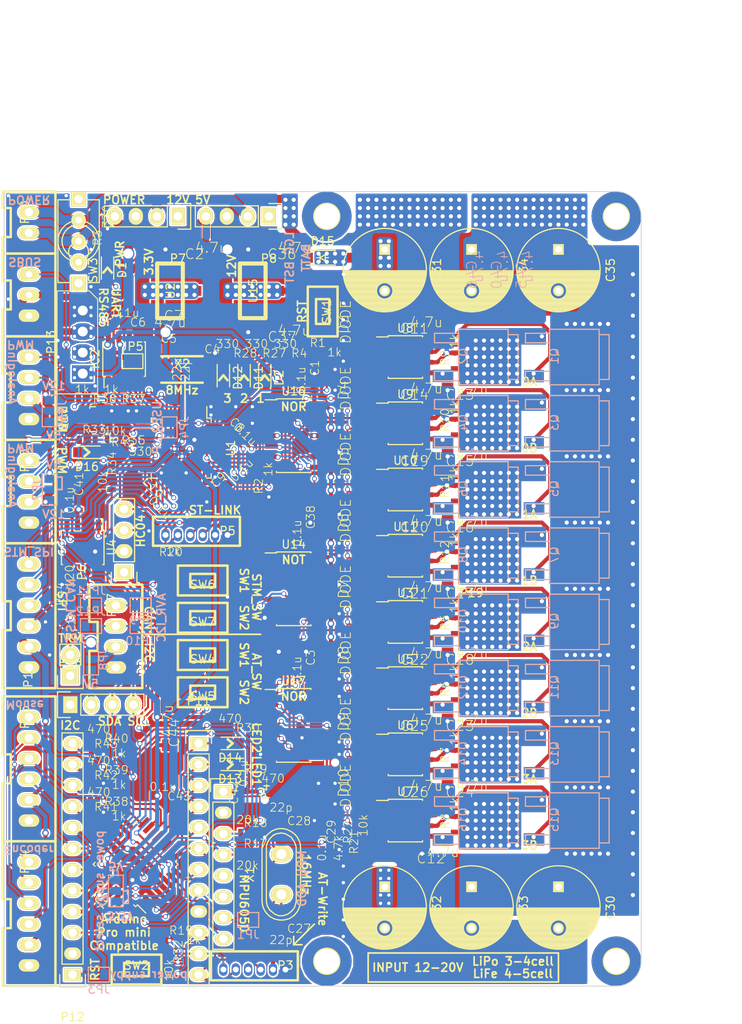
<source format=kicad_pcb>
(kicad_pcb (version 4) (host pcbnew 4.0.7)
  (layers (0 F.Cu signal) (31 B.Cu signal) (34 B.Paste user) (35 F.Paste user) (36 B.SilkS user) (37 F.SilkS user) (38 B.Mask user) (39 F.Mask user) (44 Edge.Cuts user))
  (net 0 "")
  (net 1 GND)
  (net 2 /NRST)
  (net 3 +12V)
  (net 4 +3.3V)
  (net 5 /OSC_IN)
  (net 6 /OSC_OUT)
  (net 7 +5V)
  (net 8 /OUT_0_A)
  (net 9 /OUT_0_B)
  (net 10 "Net-(D1-Pad2)")
  (net 11 "Net-(D2-Pad2)")
  (net 12 /SWCLK)
  (net 13 /SWDIO)
  (net 14 /USART_TX)
  (net 15 /USART_RX)
  (net 16 "Net-(Q1-PadG)")
  (net 17 "Net-(Q2-PadG)")
  (net 18 "Net-(Q3-PadG)")
  (net 19 "Net-(Q4-PadG)")
  (net 20 +BATT)
  (net 21 /OUT_1_A)
  (net 22 /OUT_1_B)
  (net 23 /OUT_2_A)
  (net 24 /OUT_2_B)
  (net 25 "Net-(Q5-PadG)")
  (net 26 "Net-(Q6-PadG)")
  (net 27 "Net-(Q7-PadG)")
  (net 28 "Net-(Q8-PadG)")
  (net 29 "Net-(Q9-PadG)")
  (net 30 "Net-(Q10-PadG)")
  (net 31 "Net-(Q11-PadG)")
  (net 32 "Net-(Q12-PadG)")
  (net 33 /OUT_3_A)
  (net 34 /OUT_3_B)
  (net 35 "Net-(Q13-PadG)")
  (net 36 "Net-(Q14-PadG)")
  (net 37 "Net-(Q15-PadG)")
  (net 38 "Net-(Q16-PadG)")
  (net 39 "Net-(C27-Pad2)")
  (net 40 "Net-(C28-Pad2)")
  (net 41 /I2C_SDA)
  (net 42 /I2C_SCL)
  (net 43 /AT_RST)
  (net 44 /AT_RX)
  (net 45 /AT_TX)
  (net 46 "Net-(JP1-Pad1)")
  (net 47 "Net-(C11-Pad2)")
  (net 48 "Net-(C14-Pad2)")
  (net 49 "Net-(C19-Pad2)")
  (net 50 "Net-(C20-Pad2)")
  (net 51 "Net-(C21-Pad2)")
  (net 52 "Net-(C22-Pad2)")
  (net 53 "Net-(C25-Pad2)")
  (net 54 "Net-(C26-Pad2)")
  (net 55 /batt_voltage)
  (net 56 "Net-(P6-Pad3)")
  (net 57 /STM_LED1)
  (net 58 /STM_LED2)
  (net 59 "Net-(D11-Pad2)")
  (net 60 /STM_LED3)
  (net 61 "Net-(D12-Pad2)")
  (net 62 /AT_LED1)
  (net 63 "Net-(D13-Pad2)")
  (net 64 /AT_LED2)
  (net 65 "Net-(D14-Pad2)")
  (net 66 /SPI_MOSI)
  (net 67 /SPI_MISO)
  (net 68 /SPI_SCK)
  (net 69 /PWM_2_A)
  (net 70 /PWM_2_B)
  (net 71 /PWM_3_A)
  (net 72 /PWM_3_B)
  (net 73 /PWM_0_A)
  (net 74 /PWM_0_B)
  (net 75 /PWM_1_A)
  (net 76 /PWM_1_B)
  (net 77 "Net-(P10-Pad1)")
  (net 78 /Motor~SD)
  (net 79 /Motor0CW)
  (net 80 /Motor1CW)
  (net 81 /Motor2CW)
  (net 82 /Motor3CW)
  (net 83 /Motor0PWM)
  (net 84 /Motor1PWM)
  (net 85 /Motor2PWM)
  (net 86 /Motor3PWM)
  (net 87 /SPI_SS_Mouse)
  (net 88 /BOOT0)
  (net 89 /GD_12V)
  (net 90 /INT1)
  (net 91 /INT0)
  (net 92 "Net-(IC2-Pad6)")
  (net 93 "Net-(IC2-Pad7)")
  (net 94 "Net-(JP2-Pad2)")
  (net 95 /RAW)
  (net 96 /LOGIC_BATT)
  (net 97 /SPI_SS_USB)
  (net 98 /SPI_SS_ENC)
  (net 99 /AT_A2)
  (net 100 /AT_A3)
  (net 101 "Net-(IC2-Pad1)")
  (net 102 /SERVO_DIR)
  (net 103 /SERVO_TX)
  (net 104 /SBUS)
  (net 105 "Net-(Q17-PadG)")
  (net 106 /SERVO_RX)
  (net 107 "Net-(R34-Pad1)")
  (net 108 "Net-(P12-Pad9)")
  (net 109 "Net-(P12-Pad11)")
  (net 110 "Net-(P12-Pad12)")
  (net 111 "Net-(P16-Pad1)")
  (net 112 /CAN_RX)
  (net 113 /CAN_TX)
  (net 114 /STM_~SS0)
  (net 115 /STM_SCK)
  (net 116 /STM_MISO)
  (net 117 /STM_MOSI)
  (net 118 /PWM_T2C1)
  (net 119 /PWM_T2C2)
  (net 120 /PWM_T3C2)
  (net 121 /PWM_T3C1)
  (net 122 /AT_SW1)
  (net 123 /AT_SW2)
  (net 124 /STM_SW1)
  (net 125 /STM_SW2)
  (net 126 /STM_LED4)
  (net 127 "Net-(D16-Pad2)")
  (net 128 "Net-(JP4-Pad1)")
  (net 129 "Net-(JP6-Pad2)")
  (net 130 "Net-(JP7-Pad2)")
  (net 131 "Net-(U14-Pad2)")
  (net 132 "Net-(U14-Pad4)")
  (net 133 "Net-(U14-Pad6)")
  (net 134 "Net-(U14-Pad8)")
  (net 135 "Net-(JP8-Pad2)")
  (net 136 "Net-(JP11-Pad1)")
  (net 137 "Net-(JP10-Pad1)")
  (net 138 "Net-(JP11-Pad2)")
  (net 139 "Net-(JP12-Pad2)")
  (net 140 /BUZZER)
  (module RP_KiCAD_Connector:XA_2T (layer F.Cu) (at 3 2.5 270)
    (fp_text reference P10 (at 0 0.5 270) (layer F.SilkS))
    (fp_text value CONN_01X02)
    (pad 2 thru_hole oval (at 0 0 270) (size 1.5 2.5) (drill 1) (layers *.Cu *.Mask F.SilkS) (net 96 /LOGIC_BATT))
    (pad 1 thru_hole oval (at 2.5 0 270) (size 1.5 2.5) (drill 1) (layers *.Cu *.Mask F.SilkS) (net 77 "Net-(P10-Pad1)"))
  )
  (module RP_KiCAD_Connector:ZH_6T (layer F.Cu) (at 34 94 180)
    (fp_text reference P3 (at 0 0.5 180) (layer F.SilkS))
    (fp_text value CONN_01X06)
    (pad 1 thru_hole oval (at 0 0 180) (size 1 1.524) (drill 0.7) (layers *.Cu *.Mask) (net 1 GND))
    (pad 2 thru_hole oval (at 1.5 0 180) (size 1 1.524) (drill 0.7) (layers *.Cu *.Mask) (net 7 +5V))
    (pad 3 thru_hole oval (at 3 0 180) (size 1 1.524) (drill 0.7) (layers *.Cu *.Mask) (net 43 /AT_RST))
    (pad 4 thru_hole oval (at 4.5 0 180) (size 1 1.524) (drill 0.7) (layers *.Cu *.Mask))
    (pad 5 thru_hole oval (at 6 0 180) (size 1 1.524) (drill 0.7) (layers *.Cu *.Mask) (net 45 /AT_TX))
    (pad 6 thru_hole oval (at 7.5 0 180) (size 1 1.524) (drill 0.7) (layers *.Cu *.Mask) (net 44 /AT_RX))
  )
  (module Crystals:ABM3_2pads (layer F.Cu) (at 21.5 21.5 180)
    (fp_text reference X2 (at 0 0.7 180) (layer F.SilkS))
    (fp_text value CRYSTAL)
    (pad 1 smd rect (at -2.2 0 180) (size 1.8 2.6) (layers F.Cu F.Paste F.Mask) (net 5 /OSC_IN))
    (pad 2 smd rect (at 2.2 0 180) (size 1.8 2.6) (layers F.Cu F.Paste F.Mask) (net 6 /OSC_OUT))
  )
  (module Capacitors_ThroughHole:C_Radial_D10_L13_P5 (layer F.Cu) (at 67 7 270)
    (fp_text reference C35 (at 2.5 -6.3 270) (layer F.SilkS))
    (fp_text value 220u)
    (pad 1 thru_hole rect (at 0 0 270) (size 1.3 1.3) (drill 0.8) (layers *.Cu *.Mask F.SilkS) (net 20 +BATT))
    (pad 2 thru_hole circle (at 5 0 270) (size 1.3 1.3) (drill 0.8) (layers *.Cu *.Mask F.SilkS) (net 1 GND))
  )
  (module LEDs:LED_0805 (layer F.Cu) (at 12.5 9.5 270)
    (fp_text reference D1 (at 0 -1.75 270) (layer F.SilkS))
    (fp_text value LED)
    (pad 1 smd rect (at 1.04902 0 90) (size 1.19888 1.19888) (layers F.Cu F.Paste F.Mask) (net 4 +3.3V))
    (pad 2 smd rect (at -1.04902 0 90) (size 1.19888 1.19888) (layers F.Cu F.Paste F.Mask) (net 10 "Net-(D1-Pad2)"))
  )
  (module LEDs:LED_0805 (layer F.Cu) (at 31.5 22.5 270)
    (fp_text reference D2 (at 0 -1.75 270) (layer F.SilkS))
    (fp_text value LED)
    (pad 1 smd rect (at 1.04902 0 90) (size 1.19888 1.19888) (layers F.Cu F.Paste F.Mask) (net 57 /STM_LED1))
    (pad 2 smd rect (at -1.04902 0 90) (size 1.19888 1.19888) (layers F.Cu F.Paste F.Mask) (net 11 "Net-(D2-Pad2)"))
  )
  (module RP_KiCAD_Libs:C2012 (layer F.Cu) (at 43 16 90)
    (fp_text reference D3 (at -1.27 -1.27 90) (layer F.SilkS) (effects (font (size 1.2065 1.2065) (thickness 0.1016)) (justify left bottom)))
    (fp_text value DIODE (at -2.5 -1 90) (layer F.SilkS) (effects (font (size 1.2065 1.2065) (thickness 0.1016)) (justify left bottom)))
    (pad 1 smd rect (at -1.25 0 90) (size 1.3 1.5) (layers F.Cu F.Paste F.Mask) (net 47 "Net-(C11-Pad2)"))
    (pad 2 smd rect (at 1.25 0 90) (size 1.3 1.5) (layers F.Cu F.Paste F.Mask) (net 89 /GD_12V))
  )
  (module RP_KiCAD_Libs:C2012 (layer F.Cu) (at 43 24 90)
    (fp_text reference D4 (at -1.27 -1.27 90) (layer F.SilkS) (effects (font (size 1.2065 1.2065) (thickness 0.1016)) (justify left bottom)))
    (fp_text value DIODE (at -2.5 -1 90) (layer F.SilkS) (effects (font (size 1.2065 1.2065) (thickness 0.1016)) (justify left bottom)))
    (pad 1 smd rect (at -1.25 0 90) (size 1.3 1.5) (layers F.Cu F.Paste F.Mask) (net 48 "Net-(C14-Pad2)"))
    (pad 2 smd rect (at 1.25 0 90) (size 1.3 1.5) (layers F.Cu F.Paste F.Mask) (net 89 /GD_12V))
  )
  (module RP_KiCAD_Connector:ZH_6T (layer F.Cu) (at 27 41.5 180)
    (fp_text reference P5 (at 0 0.5 180) (layer F.SilkS))
    (fp_text value CONN_01X06)
    (pad 1 thru_hole oval (at 0 0 180) (size 1 1.524) (drill 0.7) (layers *.Cu *.Mask) (net 1 GND))
    (pad 2 thru_hole oval (at 1.5 0 180) (size 1 1.524) (drill 0.7) (layers *.Cu *.Mask) (net 4 +3.3V))
    (pad 3 thru_hole oval (at 3 0 180) (size 1 1.524) (drill 0.7) (layers *.Cu *.Mask) (net 12 /SWCLK))
    (pad 4 thru_hole oval (at 4.5 0 180) (size 1 1.524) (drill 0.7) (layers *.Cu *.Mask) (net 13 /SWDIO))
    (pad 5 thru_hole oval (at 6 0 180) (size 1 1.524) (drill 0.7) (layers *.Cu *.Mask) (net 14 /USART_TX))
    (pad 6 thru_hole oval (at 7.5 0 180) (size 1 1.524) (drill 0.7) (layers *.Cu *.Mask) (net 15 /USART_RX))
  )
  (module Housings_QFP:LQFP-48_7x7mm_Pitch0.5mm (layer F.Cu) (at 21.4 31 270)
    (fp_text reference U1 (at 0 -6 270) (layer F.SilkS))
    (fp_text value STM32F103_48)
    (pad 1 smd rect (at -4.35 -2.75 270) (size 1.3 0.25) (layers F.Cu F.Paste F.Mask) (net 4 +3.3V))
    (pad 2 smd rect (at -4.35 -2.25 270) (size 1.3 0.25) (layers F.Cu F.Paste F.Mask) (net 57 /STM_LED1))
    (pad 3 smd rect (at -4.35 -1.75 270) (size 1.3 0.25) (layers F.Cu F.Paste F.Mask) (net 58 /STM_LED2))
    (pad 4 smd rect (at -4.35 -1.25 270) (size 1.3 0.25) (layers F.Cu F.Paste F.Mask) (net 60 /STM_LED3))
    (pad 5 smd rect (at -4.35 -0.75 270) (size 1.3 0.25) (layers F.Cu F.Paste F.Mask) (net 5 /OSC_IN))
    (pad 6 smd rect (at -4.35 -0.25 270) (size 1.3 0.25) (layers F.Cu F.Paste F.Mask) (net 6 /OSC_OUT))
    (pad 7 smd rect (at -4.35 0.25 270) (size 1.3 0.25) (layers F.Cu F.Paste F.Mask) (net 2 /NRST))
    (pad 8 smd rect (at -4.35 0.75 270) (size 1.3 0.25) (layers F.Cu F.Paste F.Mask) (net 1 GND))
    (pad 9 smd rect (at -4.35 1.25 270) (size 1.3 0.25) (layers F.Cu F.Paste F.Mask) (net 4 +3.3V))
    (pad 10 smd rect (at -4.35 1.75 270) (size 1.3 0.25) (layers F.Cu F.Paste F.Mask) (net 118 /PWM_T2C1))
    (pad 11 smd rect (at -4.35 2.25 270) (size 1.3 0.25) (layers F.Cu F.Paste F.Mask) (net 119 /PWM_T2C2))
    (pad 12 smd rect (at -4.35 2.75 270) (size 1.3 0.25) (layers F.Cu F.Paste F.Mask) (net 103 /SERVO_TX))
    (pad 13 smd rect (at -2.75 4.35) (size 1.3 0.25) (layers F.Cu F.Paste F.Mask) (net 106 /SERVO_RX))
    (pad 14 smd rect (at -2.25 4.35) (size 1.3 0.25) (layers F.Cu F.Paste F.Mask) (net 121 /PWM_T3C1))
    (pad 15 smd rect (at -1.75 4.35) (size 1.3 0.25) (layers F.Cu F.Paste F.Mask) (net 120 /PWM_T3C2))
    (pad 16 smd rect (at -1.25 4.35) (size 1.3 0.25) (layers F.Cu F.Paste F.Mask) (net 128 "Net-(JP4-Pad1)"))
    (pad 17 smd rect (at -0.75 4.35) (size 1.3 0.25) (layers F.Cu F.Paste F.Mask) (net 125 /STM_SW2))
    (pad 18 smd rect (at -0.25 4.35) (size 1.3 0.25) (layers F.Cu F.Paste F.Mask) (net 124 /STM_SW1))
    (pad 19 smd rect (at 0.25 4.35) (size 1.3 0.25) (layers F.Cu F.Paste F.Mask) (net 102 /SERVO_DIR))
    (pad 20 smd rect (at 0.75 4.35) (size 1.3 0.25) (layers F.Cu F.Paste F.Mask) (net 126 /STM_LED4))
    (pad 21 smd rect (at 1.25 4.35) (size 1.3 0.25) (layers F.Cu F.Paste F.Mask) (net 107 "Net-(R34-Pad1)"))
    (pad 22 smd rect (at 1.75 4.35) (size 1.3 0.25) (layers F.Cu F.Paste F.Mask) (net 45 /AT_TX))
    (pad 23 smd rect (at 2.25 4.35) (size 1.3 0.25) (layers F.Cu F.Paste F.Mask) (net 1 GND))
    (pad 24 smd rect (at 2.75 4.35) (size 1.3 0.25) (layers F.Cu F.Paste F.Mask) (net 4 +3.3V))
    (pad 25 smd rect (at 4.35 2.75 270) (size 1.3 0.25) (layers F.Cu F.Paste F.Mask) (net 114 /STM_~SS0))
    (pad 26 smd rect (at 4.35 2.25 270) (size 1.3 0.25) (layers F.Cu F.Paste F.Mask) (net 115 /STM_SCK))
    (pad 27 smd rect (at 4.35 1.75 270) (size 1.3 0.25) (layers F.Cu F.Paste F.Mask) (net 116 /STM_MISO))
    (pad 28 smd rect (at 4.35 1.25 270) (size 1.3 0.25) (layers F.Cu F.Paste F.Mask) (net 117 /STM_MOSI))
    (pad 29 smd rect (at 4.35 0.75 270) (size 1.3 0.25) (layers F.Cu F.Paste F.Mask))
    (pad 30 smd rect (at 4.35 0.25 270) (size 1.3 0.25) (layers F.Cu F.Paste F.Mask) (net 14 /USART_TX))
    (pad 31 smd rect (at 4.35 -0.25 270) (size 1.3 0.25) (layers F.Cu F.Paste F.Mask) (net 15 /USART_RX))
    (pad 32 smd rect (at 4.35 -0.75 270) (size 1.3 0.25) (layers F.Cu F.Paste F.Mask) (net 112 /CAN_RX))
    (pad 33 smd rect (at 4.35 -1.25 270) (size 1.3 0.25) (layers F.Cu F.Paste F.Mask) (net 113 /CAN_TX))
    (pad 34 smd rect (at 4.35 -1.75 270) (size 1.3 0.25) (layers F.Cu F.Paste F.Mask) (net 13 /SWDIO))
    (pad 35 smd rect (at 4.35 -2.25 270) (size 1.3 0.25) (layers F.Cu F.Paste F.Mask) (net 1 GND))
    (pad 36 smd rect (at 4.35 -2.75 270) (size 1.3 0.25) (layers F.Cu F.Paste F.Mask) (net 4 +3.3V))
    (pad 37 smd rect (at 2.75 -4.35) (size 1.3 0.25) (layers F.Cu F.Paste F.Mask) (net 12 /SWCLK))
    (pad 38 smd rect (at 2.25 -4.35) (size 1.3 0.25) (layers F.Cu F.Paste F.Mask) (net 82 /Motor3CW))
    (pad 39 smd rect (at 1.75 -4.35) (size 1.3 0.25) (layers F.Cu F.Paste F.Mask) (net 81 /Motor2CW))
    (pad 40 smd rect (at 1.25 -4.35) (size 1.3 0.25) (layers F.Cu F.Paste F.Mask) (net 80 /Motor1CW))
    (pad 41 smd rect (at 0.75 -4.35) (size 1.3 0.25) (layers F.Cu F.Paste F.Mask) (net 79 /Motor0CW))
    (pad 42 smd rect (at 0.25 -4.35) (size 1.3 0.25) (layers F.Cu F.Paste F.Mask) (net 86 /Motor3PWM))
    (pad 43 smd rect (at -0.25 -4.35) (size 1.3 0.25) (layers F.Cu F.Paste F.Mask) (net 85 /Motor2PWM))
    (pad 44 smd rect (at -0.75 -4.35) (size 1.3 0.25) (layers F.Cu F.Paste F.Mask) (net 88 /BOOT0))
    (pad 45 smd rect (at -1.25 -4.35) (size 1.3 0.25) (layers F.Cu F.Paste F.Mask) (net 84 /Motor1PWM))
    (pad 46 smd rect (at -1.75 -4.35) (size 1.3 0.25) (layers F.Cu F.Paste F.Mask) (net 83 /Motor0PWM))
    (pad 47 smd rect (at -2.25 -4.35) (size 1.3 0.25) (layers F.Cu F.Paste F.Mask) (net 1 GND))
    (pad 48 smd rect (at -2.75 -4.35) (size 1.3 0.25) (layers F.Cu F.Paste F.Mask) (net 4 +3.3V))
  )
  (module TO_SOT_Packages_SMD:SOT-223_reg (layer F.Cu) (at 23 12 90)
    (fp_text reference U2 (at 0 -2.9 90) (layer F.SilkS))
    (fp_text value NCP1117ST33T3G)
    (pad 1 smd rect (at -2.3 0 90) (size 1.2 1.7) (layers F.Cu F.Paste F.Mask) (net 1 GND))
    (pad 2 smd rect (at 0 0 90) (size 1.2 1.7) (layers F.Cu F.Paste F.Mask) (net 4 +3.3V))
    (pad 3 smd rect (at 2.3 0 90) (size 1.2 1.7) (layers F.Cu F.Paste F.Mask) (net 7 +5V))
    (pad 2 smd rect (at 0 -6.3 90) (size 3.3 1.7) (layers F.Cu F.Paste F.Mask) (net 4 +3.3V))
  )
  (module RP_KiCAD_Libs:C2012 (layer F.Cu) (at 43 32 90)
    (fp_text reference D5 (at -1.27 -1.27 90) (layer F.SilkS) (effects (font (size 1.2065 1.2065) (thickness 0.1016)) (justify left bottom)))
    (fp_text value DIODE (at -2.5 -1 90) (layer F.SilkS) (effects (font (size 1.2065 1.2065) (thickness 0.1016)) (justify left bottom)))
    (pad 1 smd rect (at -1.25 0 90) (size 1.3 1.5) (layers F.Cu F.Paste F.Mask) (net 49 "Net-(C19-Pad2)"))
    (pad 2 smd rect (at 1.25 0 90) (size 1.3 1.5) (layers F.Cu F.Paste F.Mask) (net 89 /GD_12V))
  )
  (module RP_KiCAD_Libs:C2012 (layer F.Cu) (at 43 40 90)
    (fp_text reference D6 (at -1.27 -1.27 90) (layer F.SilkS) (effects (font (size 1.2065 1.2065) (thickness 0.1016)) (justify left bottom)))
    (fp_text value DIODE (at -2.5 -1 90) (layer F.SilkS) (effects (font (size 1.2065 1.2065) (thickness 0.1016)) (justify left bottom)))
    (pad 1 smd rect (at -1.25 0 90) (size 1.3 1.5) (layers F.Cu F.Paste F.Mask) (net 50 "Net-(C20-Pad2)"))
    (pad 2 smd rect (at 1.25 0 90) (size 1.3 1.5) (layers F.Cu F.Paste F.Mask) (net 89 /GD_12V))
  )
  (module RP_KiCAD_Libs:C2012 (layer F.Cu) (at 43 48 90)
    (fp_text reference D7 (at -1.27 -1.27 90) (layer F.SilkS) (effects (font (size 1.2065 1.2065) (thickness 0.1016)) (justify left bottom)))
    (fp_text value DIODE (at -2.5 -1 90) (layer F.SilkS) (effects (font (size 1.2065 1.2065) (thickness 0.1016)) (justify left bottom)))
    (pad 1 smd rect (at -1.25 0 90) (size 1.3 1.5) (layers F.Cu F.Paste F.Mask) (net 51 "Net-(C21-Pad2)"))
    (pad 2 smd rect (at 1.25 0 90) (size 1.3 1.5) (layers F.Cu F.Paste F.Mask) (net 89 /GD_12V))
  )
  (module RP_KiCAD_Libs:C2012 (layer F.Cu) (at 43 56 90)
    (fp_text reference D8 (at -1.27 -1.27 90) (layer F.SilkS) (effects (font (size 1.2065 1.2065) (thickness 0.1016)) (justify left bottom)))
    (fp_text value DIODE (at -2.5 -1 90) (layer F.SilkS) (effects (font (size 1.2065 1.2065) (thickness 0.1016)) (justify left bottom)))
    (pad 1 smd rect (at -1.25 0 90) (size 1.3 1.5) (layers F.Cu F.Paste F.Mask) (net 52 "Net-(C22-Pad2)"))
    (pad 2 smd rect (at 1.25 0 90) (size 1.3 1.5) (layers F.Cu F.Paste F.Mask) (net 89 /GD_12V))
  )
  (module TO_SOT_Packages_SMD:SOT-428_GDS_compact (layer B.Cu) (at 56.5 20 90)
    (fp_text reference Q2 (at 0.09906 -1.00076 90) (layer B.SilkS) (effects (justify mirror)))
    (fp_text value MOSFET_N)
    (pad G smd rect (at -2.27584 -3.44932 90) (size 1.50114 2.49936) (layers B.Cu B.Paste B.Mask) (net 17 "Net-(Q2-PadG)"))
    (pad S smd rect (at 2.27584 -3.44932 90) (size 1.50114 2.49936) (layers B.Cu B.Paste B.Mask) (net 1 GND))
    (pad D smd rect (at 0 2.44932 90) (size 7.00024 7.00024) (layers B.Cu B.Paste B.Mask) (net 8 /OUT_0_A))
  )
  (module TO_SOT_Packages_SMD:SOT-428_GDS_compact (layer B.Cu) (at 56.5 28 90)
    (fp_text reference Q4 (at 0.09906 -1.00076 90) (layer B.SilkS) (effects (justify mirror)))
    (fp_text value MOSFET_N)
    (pad G smd rect (at -2.27584 -3.44932 90) (size 1.50114 2.49936) (layers B.Cu B.Paste B.Mask) (net 19 "Net-(Q4-PadG)"))
    (pad S smd rect (at 2.27584 -3.44932 90) (size 1.50114 2.49936) (layers B.Cu B.Paste B.Mask) (net 1 GND))
    (pad D smd rect (at 0 2.44932 90) (size 7.00024 7.00024) (layers B.Cu B.Paste B.Mask) (net 9 /OUT_0_B))
  )
  (module TO_SOT_Packages_SMD:SOT-428_GDS_compact (layer B.Cu) (at 67.5 36 90)
    (fp_text reference Q5 (at 0.09906 -1.00076 90) (layer B.SilkS) (effects (justify mirror)))
    (fp_text value MOSFET_N)
    (pad G smd rect (at -2.27584 -3.44932 90) (size 1.50114 2.49936) (layers B.Cu B.Paste B.Mask) (net 25 "Net-(Q5-PadG)"))
    (pad S smd rect (at 2.27584 -3.44932 90) (size 1.50114 2.49936) (layers B.Cu B.Paste B.Mask) (net 21 /OUT_1_A))
    (pad D smd rect (at 0 2.44932 90) (size 7.00024 7.00024) (layers B.Cu B.Paste B.Mask) (net 20 +BATT))
  )
  (module TO_SOT_Packages_SMD:SOT-428_GDS_compact (layer B.Cu) (at 56.5 36 90)
    (fp_text reference Q6 (at 0.09906 -1.00076 90) (layer B.SilkS) (effects (justify mirror)))
    (fp_text value MOSFET_N)
    (pad G smd rect (at -2.27584 -3.44932 90) (size 1.50114 2.49936) (layers B.Cu B.Paste B.Mask) (net 26 "Net-(Q6-PadG)"))
    (pad S smd rect (at 2.27584 -3.44932 90) (size 1.50114 2.49936) (layers B.Cu B.Paste B.Mask) (net 1 GND))
    (pad D smd rect (at 0 2.44932 90) (size 7.00024 7.00024) (layers B.Cu B.Paste B.Mask) (net 21 /OUT_1_A))
  )
  (module TO_SOT_Packages_SMD:SOT-428_GDS_compact (layer B.Cu) (at 67.5 44 90)
    (fp_text reference Q7 (at 0.09906 -1.00076 90) (layer B.SilkS) (effects (justify mirror)))
    (fp_text value MOSFET_N)
    (pad G smd rect (at -2.27584 -3.44932 90) (size 1.50114 2.49936) (layers B.Cu B.Paste B.Mask) (net 27 "Net-(Q7-PadG)"))
    (pad S smd rect (at 2.27584 -3.44932 90) (size 1.50114 2.49936) (layers B.Cu B.Paste B.Mask) (net 22 /OUT_1_B))
    (pad D smd rect (at 0 2.44932 90) (size 7.00024 7.00024) (layers B.Cu B.Paste B.Mask) (net 20 +BATT))
  )
  (module TO_SOT_Packages_SMD:SOT-428_GDS_compact (layer B.Cu) (at 56.5 44 90)
    (fp_text reference Q8 (at 0.09906 -1.00076 90) (layer B.SilkS) (effects (justify mirror)))
    (fp_text value MOSFET_N)
    (pad G smd rect (at -2.27584 -3.44932 90) (size 1.50114 2.49936) (layers B.Cu B.Paste B.Mask) (net 28 "Net-(Q8-PadG)"))
    (pad S smd rect (at 2.27584 -3.44932 90) (size 1.50114 2.49936) (layers B.Cu B.Paste B.Mask) (net 1 GND))
    (pad D smd rect (at 0 2.44932 90) (size 7.00024 7.00024) (layers B.Cu B.Paste B.Mask) (net 22 /OUT_1_B))
  )
  (module TO_SOT_Packages_SMD:SOT-428_GDS_compact (layer B.Cu) (at 67.5 52 90)
    (fp_text reference Q9 (at 0.09906 -1.00076 90) (layer B.SilkS) (effects (justify mirror)))
    (fp_text value MOSFET_N)
    (pad G smd rect (at -2.27584 -3.44932 90) (size 1.50114 2.49936) (layers B.Cu B.Paste B.Mask) (net 29 "Net-(Q9-PadG)"))
    (pad S smd rect (at 2.27584 -3.44932 90) (size 1.50114 2.49936) (layers B.Cu B.Paste B.Mask) (net 23 /OUT_2_A))
    (pad D smd rect (at 0 2.44932 90) (size 7.00024 7.00024) (layers B.Cu B.Paste B.Mask) (net 20 +BATT))
  )
  (module TO_SOT_Packages_SMD:SOT-428_GDS_compact (layer B.Cu) (at 56.5 52 90)
    (fp_text reference Q10 (at 0.09906 -1.00076 90) (layer B.SilkS) (effects (justify mirror)))
    (fp_text value MOSFET_N)
    (pad G smd rect (at -2.27584 -3.44932 90) (size 1.50114 2.49936) (layers B.Cu B.Paste B.Mask) (net 30 "Net-(Q10-PadG)"))
    (pad S smd rect (at 2.27584 -3.44932 90) (size 1.50114 2.49936) (layers B.Cu B.Paste B.Mask) (net 1 GND))
    (pad D smd rect (at 0 2.44932 90) (size 7.00024 7.00024) (layers B.Cu B.Paste B.Mask) (net 23 /OUT_2_A))
  )
  (module TO_SOT_Packages_SMD:SOT-428_GDS_compact (layer B.Cu) (at 67.5 60 90)
    (fp_text reference Q11 (at 0.09906 -1.00076 90) (layer B.SilkS) (effects (justify mirror)))
    (fp_text value MOSFET_N)
    (pad G smd rect (at -2.27584 -3.44932 90) (size 1.50114 2.49936) (layers B.Cu B.Paste B.Mask) (net 31 "Net-(Q11-PadG)"))
    (pad S smd rect (at 2.27584 -3.44932 90) (size 1.50114 2.49936) (layers B.Cu B.Paste B.Mask) (net 24 /OUT_2_B))
    (pad D smd rect (at 0 2.44932 90) (size 7.00024 7.00024) (layers B.Cu B.Paste B.Mask) (net 20 +BATT))
  )
  (module TO_SOT_Packages_SMD:SOT-428_GDS_compact (layer B.Cu) (at 56.5 60 90)
    (fp_text reference Q12 (at 0.09906 -1.00076 90) (layer B.SilkS) (effects (justify mirror)))
    (fp_text value MOSFET_N)
    (pad G smd rect (at -2.27584 -3.44932 90) (size 1.50114 2.49936) (layers B.Cu B.Paste B.Mask) (net 32 "Net-(Q12-PadG)"))
    (pad S smd rect (at 2.27584 -3.44932 90) (size 1.50114 2.49936) (layers B.Cu B.Paste B.Mask) (net 1 GND))
    (pad D smd rect (at 0 2.44932 90) (size 7.00024 7.00024) (layers B.Cu B.Paste B.Mask) (net 24 /OUT_2_B))
  )
  (module RP_KiCAD_Libs:C2012 (layer F.Cu) (at 43 64 90)
    (fp_text reference D9 (at -1.27 -1.27 90) (layer F.SilkS) (effects (font (size 1.2065 1.2065) (thickness 0.1016)) (justify left bottom)))
    (fp_text value DIODE (at -2.5 -1 90) (layer F.SilkS) (effects (font (size 1.2065 1.2065) (thickness 0.1016)) (justify left bottom)))
    (pad 1 smd rect (at -1.25 0 90) (size 1.3 1.5) (layers F.Cu F.Paste F.Mask) (net 53 "Net-(C25-Pad2)"))
    (pad 2 smd rect (at 1.25 0 90) (size 1.3 1.5) (layers F.Cu F.Paste F.Mask) (net 89 /GD_12V))
  )
  (module RP_KiCAD_Libs:C2012 (layer F.Cu) (at 43 72 90)
    (fp_text reference D10 (at -1.27 -1.27 90) (layer F.SilkS) (effects (font (size 1.2065 1.2065) (thickness 0.1016)) (justify left bottom)))
    (fp_text value DIODE (at -2.5 -1 90) (layer F.SilkS) (effects (font (size 1.2065 1.2065) (thickness 0.1016)) (justify left bottom)))
    (pad 1 smd rect (at -1.25 0 90) (size 1.3 1.5) (layers F.Cu F.Paste F.Mask) (net 54 "Net-(C26-Pad2)"))
    (pad 2 smd rect (at 1.25 0 90) (size 1.3 1.5) (layers F.Cu F.Paste F.Mask) (net 89 /GD_12V))
  )
  (module TO_SOT_Packages_SMD:SOT-428_GDS_compact (layer B.Cu) (at 67.5 68 90)
    (fp_text reference Q13 (at 0.09906 -1.00076 90) (layer B.SilkS) (effects (justify mirror)))
    (fp_text value MOSFET_N)
    (pad G smd rect (at -2.27584 -3.44932 90) (size 1.50114 2.49936) (layers B.Cu B.Paste B.Mask) (net 35 "Net-(Q13-PadG)"))
    (pad S smd rect (at 2.27584 -3.44932 90) (size 1.50114 2.49936) (layers B.Cu B.Paste B.Mask) (net 33 /OUT_3_A))
    (pad D smd rect (at 0 2.44932 90) (size 7.00024 7.00024) (layers B.Cu B.Paste B.Mask) (net 20 +BATT))
  )
  (module TO_SOT_Packages_SMD:SOT-428_GDS_compact (layer B.Cu) (at 56.5 68 90)
    (fp_text reference Q14 (at 0.09906 -1.00076 90) (layer B.SilkS) (effects (justify mirror)))
    (fp_text value MOSFET_N)
    (pad G smd rect (at -2.27584 -3.44932 90) (size 1.50114 2.49936) (layers B.Cu B.Paste B.Mask) (net 36 "Net-(Q14-PadG)"))
    (pad S smd rect (at 2.27584 -3.44932 90) (size 1.50114 2.49936) (layers B.Cu B.Paste B.Mask) (net 1 GND))
    (pad D smd rect (at 0 2.44932 90) (size 7.00024 7.00024) (layers B.Cu B.Paste B.Mask) (net 33 /OUT_3_A))
  )
  (module TO_SOT_Packages_SMD:SOT-428_GDS_compact (layer B.Cu) (at 67.5 76 90)
    (fp_text reference Q15 (at 0.09906 -1.00076 90) (layer B.SilkS) (effects (justify mirror)))
    (fp_text value MOSFET_N)
    (pad G smd rect (at -2.27584 -3.44932 90) (size 1.50114 2.49936) (layers B.Cu B.Paste B.Mask) (net 37 "Net-(Q15-PadG)"))
    (pad S smd rect (at 2.27584 -3.44932 90) (size 1.50114 2.49936) (layers B.Cu B.Paste B.Mask) (net 34 /OUT_3_B))
    (pad D smd rect (at 0 2.44932 90) (size 7.00024 7.00024) (layers B.Cu B.Paste B.Mask) (net 20 +BATT))
  )
  (module TO_SOT_Packages_SMD:SOT-428_GDS_compact (layer B.Cu) (at 56.5 76 90)
    (fp_text reference Q16 (at 0.09906 -1.00076 90) (layer B.SilkS) (effects (justify mirror)))
    (fp_text value MOSFET_N)
    (pad G smd rect (at -2.27584 -3.44932 90) (size 1.50114 2.49936) (layers B.Cu B.Paste B.Mask) (net 38 "Net-(Q16-PadG)"))
    (pad S smd rect (at 2.27584 -3.44932 90) (size 1.50114 2.49936) (layers B.Cu B.Paste B.Mask) (net 1 GND))
    (pad D smd rect (at 0 2.44932 90) (size 7.00024 7.00024) (layers B.Cu B.Paste B.Mask) (net 34 /OUT_3_B))
  )
  (module TO_SOT_Packages_SMD:SOT-428_GDS_compact (layer B.Cu) (at 67.5 20 90)
    (fp_text reference Q1 (at 0.09906 -1.00076 90) (layer B.SilkS) (effects (justify mirror)))
    (fp_text value MOSFET_N)
    (pad G smd rect (at -2.3 -3.45 90) (size 1.5 2.4) (layers B.Cu B.Paste B.Mask) (net 16 "Net-(Q1-PadG)"))
    (pad S smd rect (at 2.3 -3.45 90) (size 1.5 2.4) (layers B.Cu B.Paste B.Mask) (net 8 /OUT_0_A))
    (pad D smd rect (at 0 2.44932 90) (size 7.00024 7.00024) (layers B.Cu B.Paste B.Mask) (net 20 +BATT))
  )
  (module TO_SOT_Packages_SMD:SOT-428_GDS_compact (layer B.Cu) (at 67.5 28 90)
    (fp_text reference Q3 (at 0.09906 -1.00076 90) (layer B.SilkS) (effects (justify mirror)))
    (fp_text value MOSFET_N)
    (pad G smd rect (at -2.3 -3.45 90) (size 1.5 2.4) (layers B.Cu B.Paste B.Mask) (net 18 "Net-(Q3-PadG)"))
    (pad S smd rect (at 2.3 -3.45 90) (size 1.5 2.4) (layers B.Cu B.Paste B.Mask) (net 9 /OUT_0_B))
    (pad D smd rect (at 0 2.44932 90) (size 7.00024 7.00024) (layers B.Cu B.Paste B.Mask) (net 20 +BATT))
  )
  (module Housings_QFP:TQFP-32_7x7mm_Pitch0.8mm (layer F.Cu) (at 15.89 81.28 135)
    (fp_text reference IC1 (at 0 -6.05 135) (layer F.SilkS))
    (fp_text value ATMEGA328P-A)
    (pad 1 smd rect (at -4.25 -2.8 135) (size 1.6 0.55) (layers F.Cu F.Paste F.Mask) (net 90 /INT1))
    (pad 2 smd rect (at -4.25 -2 135) (size 1.6 0.55) (layers F.Cu F.Paste F.Mask) (net 78 /Motor~SD))
    (pad 3 smd rect (at -4.25 -1.2 135) (size 1.6 0.55) (layers F.Cu F.Paste F.Mask) (net 1 GND))
    (pad 4 smd rect (at -4.25 -0.4 135) (size 1.6 0.55) (layers F.Cu F.Paste F.Mask) (net 7 +5V))
    (pad 5 smd rect (at -4.25 0.4 135) (size 1.6 0.55) (layers F.Cu F.Paste F.Mask) (net 1 GND))
    (pad 6 smd rect (at -4.25 1.2 135) (size 1.6 0.55) (layers F.Cu F.Paste F.Mask) (net 7 +5V))
    (pad 7 smd rect (at -4.25 2 135) (size 1.6 0.55) (layers F.Cu F.Paste F.Mask) (net 39 "Net-(C27-Pad2)"))
    (pad 8 smd rect (at -4.25 2.8 135) (size 1.6 0.55) (layers F.Cu F.Paste F.Mask) (net 40 "Net-(C28-Pad2)"))
    (pad 9 smd rect (at -2.8 4.25 225) (size 1.6 0.55) (layers F.Cu F.Paste F.Mask) (net 140 /BUZZER))
    (pad 10 smd rect (at -2 4.25 225) (size 1.6 0.55) (layers F.Cu F.Paste F.Mask) (net 123 /AT_SW2))
    (pad 11 smd rect (at -1.2 4.25 225) (size 1.6 0.55) (layers F.Cu F.Paste F.Mask) (net 122 /AT_SW1))
    (pad 12 smd rect (at -0.4 4.25 225) (size 1.6 0.55) (layers F.Cu F.Paste F.Mask) (net 62 /AT_LED1))
    (pad 13 smd rect (at 0.4 4.25 225) (size 1.6 0.55) (layers F.Cu F.Paste F.Mask) (net 64 /AT_LED2))
    (pad 14 smd rect (at 1.2 4.25 225) (size 1.6 0.55) (layers F.Cu F.Paste F.Mask) (net 97 /SPI_SS_USB))
    (pad 15 smd rect (at 2 4.25 225) (size 1.6 0.55) (layers F.Cu F.Paste F.Mask) (net 66 /SPI_MOSI))
    (pad 16 smd rect (at 2.8 4.25 225) (size 1.6 0.55) (layers F.Cu F.Paste F.Mask) (net 67 /SPI_MISO))
    (pad 17 smd rect (at 4.25 2.8 135) (size 1.6 0.55) (layers F.Cu F.Paste F.Mask) (net 68 /SPI_SCK))
    (pad 18 smd rect (at 4.25 2 135) (size 1.6 0.55) (layers F.Cu F.Paste F.Mask) (net 7 +5V))
    (pad 19 smd rect (at 4.25 1.2 135) (size 1.6 0.55) (layers F.Cu F.Paste F.Mask))
    (pad 20 smd rect (at 4.25 0.4 135) (size 1.6 0.55) (layers F.Cu F.Paste F.Mask) (net 7 +5V))
    (pad 21 smd rect (at 4.25 -0.4 135) (size 1.6 0.55) (layers F.Cu F.Paste F.Mask) (net 1 GND))
    (pad 22 smd rect (at 4.25 -1.2 135) (size 1.6 0.55) (layers F.Cu F.Paste F.Mask) (net 55 /batt_voltage))
    (pad 23 smd rect (at 4.25 -2 135) (size 1.6 0.55) (layers F.Cu F.Paste F.Mask) (net 98 /SPI_SS_ENC))
    (pad 24 smd rect (at 4.25 -2.8 135) (size 1.6 0.55) (layers F.Cu F.Paste F.Mask) (net 87 /SPI_SS_Mouse))
    (pad 25 smd rect (at 2.8 -4.25 225) (size 1.6 0.55) (layers F.Cu F.Paste F.Mask) (net 99 /AT_A2))
    (pad 26 smd rect (at 2 -4.25 225) (size 1.6 0.55) (layers F.Cu F.Paste F.Mask) (net 100 /AT_A3))
    (pad 27 smd rect (at 1.2 -4.25 225) (size 1.6 0.55) (layers F.Cu F.Paste F.Mask) (net 41 /I2C_SDA))
    (pad 28 smd rect (at 0.4 -4.25 225) (size 1.6 0.55) (layers F.Cu F.Paste F.Mask) (net 42 /I2C_SCL))
    (pad 29 smd rect (at -0.4 -4.25 225) (size 1.6 0.55) (layers F.Cu F.Paste F.Mask) (net 43 /AT_RST))
    (pad 30 smd rect (at -1.2 -4.25 225) (size 1.6 0.55) (layers F.Cu F.Paste F.Mask) (net 44 /AT_RX))
    (pad 31 smd rect (at -2 -4.25 225) (size 1.6 0.55) (layers F.Cu F.Paste F.Mask) (net 45 /AT_TX))
    (pad 32 smd rect (at -2.8 -4.25 225) (size 1.6 0.55) (layers F.Cu F.Paste F.Mask) (net 91 /INT0))
  )
  (module Connect:GS2 (layer B.Cu) (at 29.5 88 270)
    (fp_text reference JP1 (at 1.778 0 540) (layer B.SilkS) (effects (justify mirror)))
    (fp_text value JUMPER)
    (pad 1 smd rect (at 0 0.635 270) (size 1.27 0.9652) (layers B.Cu B.Paste B.Mask) (net 46 "Net-(JP1-Pad1)"))
    (pad 2 smd rect (at 0 -0.635 270) (size 1.27 0.9652) (layers B.Cu B.Paste B.Mask) (net 1 GND))
  )
  (module Crystals:Crystal_HC50-U_Vertical (layer F.Cu) (at 33.5 82.5 90)
    (fp_text reference X1 (at 0 -3.81 90) (layer F.SilkS))
    (fp_text value CRYSTAL)
    (pad 1 thru_hole oval (at -2.44094 0 90) (size 1.99898 2.49936) (drill 1.19888) (layers *.Cu *.Mask F.SilkS) (net 39 "Net-(C27-Pad2)"))
    (pad 2 thru_hole oval (at 2.44094 0 90) (size 1.99898 2.49936) (drill 1.19888) (layers *.Cu *.Mask F.SilkS) (net 40 "Net-(C28-Pad2)"))
  )
  (module Socket_Strips:Socket_Strip_Straight_1x04 (layer F.Cu) (at 14.5 46 90)
    (fp_text reference P6 (at 0 -5.1 90) (layer F.SilkS))
    (fp_text value CONN_01X04)
    (pad 1 thru_hole rect (at 0 0 90) (size 1.7272 2.032) (drill 1.016) (layers *.Cu *.Mask F.SilkS) (net 7 +5V))
    (pad 2 thru_hole oval (at 2.54 0 90) (size 1.7272 2.032) (drill 1.016) (layers *.Cu *.Mask F.SilkS) (net 1 GND))
    (pad 3 thru_hole oval (at 5.08 0 90) (size 1.7272 2.032) (drill 1.016) (layers *.Cu *.Mask F.SilkS) (net 56 "Net-(P6-Pad3)"))
    (pad 4 thru_hole oval (at 7.62 0 90) (size 1.7272 2.032) (drill 1.016) (layers *.Cu *.Mask F.SilkS) (net 14 /USART_TX))
  )
  (module Capacitors_ThroughHole:C_Radial_D10_L13_P5 (layer F.Cu) (at 67 84 270)
    (fp_text reference C30 (at 2.5 -6.3 270) (layer F.SilkS))
    (fp_text value 220u)
    (pad 1 thru_hole rect (at 0 0 270) (size 1.3 1.3) (drill 0.8) (layers *.Cu *.Mask F.SilkS) (net 20 +BATT))
    (pad 2 thru_hole circle (at 5 0 270) (size 1.3 1.3) (drill 0.8) (layers *.Cu *.Mask F.SilkS) (net 1 GND))
  )
  (module Capacitors_ThroughHole:C_Radial_D10_L13_P5 (layer F.Cu) (at 46 7 270)
    (fp_text reference C31 (at 2.5 -6.3 270) (layer F.SilkS))
    (fp_text value 220u)
    (pad 1 thru_hole rect (at 0 0 270) (size 1.3 1.3) (drill 0.8) (layers *.Cu *.Mask F.SilkS) (net 20 +BATT))
    (pad 2 thru_hole circle (at 5 0 270) (size 1.3 1.3) (drill 0.8) (layers *.Cu *.Mask F.SilkS) (net 1 GND))
  )
  (module Capacitors_ThroughHole:C_Radial_D10_L13_P5 (layer F.Cu) (at 46 84 270)
    (fp_text reference C32 (at 2.5 -6.3 270) (layer F.SilkS))
    (fp_text value 220u)
    (pad 1 thru_hole rect (at 0 0 270) (size 1.3 1.3) (drill 0.8) (layers *.Cu *.Mask F.SilkS) (net 20 +BATT))
    (pad 2 thru_hole circle (at 5 0 270) (size 1.3 1.3) (drill 0.8) (layers *.Cu *.Mask F.SilkS) (net 1 GND))
  )
  (module Capacitors_ThroughHole:C_Radial_D10_L13_P5 (layer F.Cu) (at 56.5 84 270)
    (fp_text reference C33 (at 2.5 -6.3 270) (layer F.SilkS))
    (fp_text value 220u)
    (pad 1 thru_hole rect (at 0 0 270) (size 1.3 1.3) (drill 0.8) (layers *.Cu *.Mask F.SilkS) (net 20 +BATT))
    (pad 2 thru_hole circle (at 5 0 270) (size 1.3 1.3) (drill 0.8) (layers *.Cu *.Mask F.SilkS) (net 1 GND))
  )
  (module Capacitors_ThroughHole:C_Radial_D10_L13_P5 (layer F.Cu) (at 56.5 7 270)
    (fp_text reference C34 (at 2.5 -6.3 270) (layer F.SilkS))
    (fp_text value 220u)
    (pad 1 thru_hole rect (at 0 0 270) (size 1.3 1.3) (drill 0.8) (layers *.Cu *.Mask F.SilkS) (net 20 +BATT))
    (pad 2 thru_hole circle (at 5 0 270) (size 1.3 1.3) (drill 0.8) (layers *.Cu *.Mask F.SilkS) (net 1 GND))
  )
  (module LEDs:LED_0805 (layer F.Cu) (at 29 22.5 270)
    (fp_text reference D11 (at 0 -1.75 270) (layer F.SilkS))
    (fp_text value LED)
    (pad 1 smd rect (at 1.04902 0 90) (size 1.19888 1.19888) (layers F.Cu F.Paste F.Mask) (net 58 /STM_LED2))
    (pad 2 smd rect (at -1.04902 0 90) (size 1.19888 1.19888) (layers F.Cu F.Paste F.Mask) (net 59 "Net-(D11-Pad2)"))
  )
  (module LEDs:LED_0805 (layer F.Cu) (at 26.5 22.5 270)
    (fp_text reference D12 (at 0 -1.75 270) (layer F.SilkS))
    (fp_text value LED)
    (pad 1 smd rect (at 1.04902 0 90) (size 1.19888 1.19888) (layers F.Cu F.Paste F.Mask) (net 60 /STM_LED3))
    (pad 2 smd rect (at -1.04902 0 90) (size 1.19888 1.19888) (layers F.Cu F.Paste F.Mask) (net 61 "Net-(D12-Pad2)"))
  )
  (module LEDs:LED_0805 (layer F.Cu) (at 27.32 69.215 180)
    (fp_text reference D13 (at 0 -1.75 180) (layer F.SilkS))
    (fp_text value LED)
    (pad 1 smd rect (at 1.04902 0) (size 1.19888 1.19888) (layers F.Cu F.Paste F.Mask) (net 62 /AT_LED1))
    (pad 2 smd rect (at -1.04902 0) (size 1.19888 1.19888) (layers F.Cu F.Paste F.Mask) (net 63 "Net-(D13-Pad2)"))
  )
  (module LEDs:LED_0805 (layer F.Cu) (at 27.32 66.675 180)
    (fp_text reference D14 (at 0 -1.75 180) (layer F.SilkS))
    (fp_text value LED)
    (pad 1 smd rect (at 1.04902 0) (size 1.19888 1.19888) (layers F.Cu F.Paste F.Mask) (net 64 /AT_LED2))
    (pad 2 smd rect (at -1.04902 0) (size 1.19888 1.19888) (layers F.Cu F.Paste F.Mask) (net 65 "Net-(D14-Pad2)"))
  )
  (module Socket_Strips:Socket_Strip_Straight_1x04 (layer F.Cu) (at 21 3 180)
    (fp_text reference P7 (at 0 -5.1 180) (layer F.SilkS))
    (fp_text value CONN_01X04)
    (pad 1 thru_hole rect (at 0 0 180) (size 1.7272 2.032) (drill 1.016) (layers *.Cu *.Mask F.SilkS))
    (pad 2 thru_hole oval (at 2.54 0 180) (size 1.7272 2.032) (drill 1.016) (layers *.Cu *.Mask F.SilkS) (net 77 "Net-(P10-Pad1)"))
    (pad 3 thru_hole oval (at 5.08 0 180) (size 1.7272 2.032) (drill 1.016) (layers *.Cu *.Mask F.SilkS) (net 1 GND))
    (pad 4 thru_hole oval (at 7.62 0 180) (size 1.7272 2.032) (drill 1.016) (layers *.Cu *.Mask F.SilkS) (net 3 +12V))
  )
  (module Socket_Strips:Socket_Strip_Straight_1x04 (layer F.Cu) (at 32 3 180)
    (fp_text reference P8 (at 0 -5.1 180) (layer F.SilkS))
    (fp_text value CONN_01X04)
    (pad 1 thru_hole rect (at 0 0 180) (size 1.7272 2.032) (drill 1.016) (layers *.Cu *.Mask F.SilkS))
    (pad 2 thru_hole oval (at 2.54 0 180) (size 1.7272 2.032) (drill 1.016) (layers *.Cu *.Mask F.SilkS) (net 77 "Net-(P10-Pad1)"))
    (pad 3 thru_hole oval (at 5.08 0 180) (size 1.7272 2.032) (drill 1.016) (layers *.Cu *.Mask F.SilkS) (net 1 GND))
    (pad 4 thru_hole oval (at 7.62 0 180) (size 1.7272 2.032) (drill 1.016) (layers *.Cu *.Mask F.SilkS) (net 7 +5V))
  )
  (module Housings_SOIC:SOIC-14_3.9x8.7mm_Pitch1.27mm (layer F.Cu) (at 35 48)
    (fp_text reference U14 (at 0 -5.375) (layer F.SilkS))
    (fp_text value 74HC04)
    (pad 1 smd rect (at -2.7 -3.81) (size 1.5 0.6) (layers F.Cu F.Paste F.Mask) (net 79 /Motor0CW))
    (pad 2 smd rect (at -2.7 -2.54) (size 1.5 0.6) (layers F.Cu F.Paste F.Mask) (net 131 "Net-(U14-Pad2)"))
    (pad 3 smd rect (at -2.7 -1.27) (size 1.5 0.6) (layers F.Cu F.Paste F.Mask) (net 80 /Motor1CW))
    (pad 4 smd rect (at -2.7 0) (size 1.5 0.6) (layers F.Cu F.Paste F.Mask) (net 132 "Net-(U14-Pad4)"))
    (pad 5 smd rect (at -2.7 1.27) (size 1.5 0.6) (layers F.Cu F.Paste F.Mask) (net 81 /Motor2CW))
    (pad 6 smd rect (at -2.7 2.54) (size 1.5 0.6) (layers F.Cu F.Paste F.Mask) (net 133 "Net-(U14-Pad6)"))
    (pad 7 smd rect (at -2.7 3.81) (size 1.5 0.6) (layers F.Cu F.Paste F.Mask) (net 1 GND))
    (pad 8 smd rect (at 2.7 3.81) (size 1.5 0.6) (layers F.Cu F.Paste F.Mask) (net 134 "Net-(U14-Pad8)"))
    (pad 9 smd rect (at 2.7 2.54) (size 1.5 0.6) (layers F.Cu F.Paste F.Mask) (net 82 /Motor3CW))
    (pad 10 smd rect (at 2.7 1.27) (size 1.5 0.6) (layers F.Cu F.Paste F.Mask))
    (pad 11 smd rect (at 2.7 0) (size 1.5 0.6) (layers F.Cu F.Paste F.Mask))
    (pad 12 smd rect (at 2.7 -1.27) (size 1.5 0.6) (layers F.Cu F.Paste F.Mask))
    (pad 13 smd rect (at 2.7 -2.54) (size 1.5 0.6) (layers F.Cu F.Paste F.Mask))
    (pad 14 smd rect (at 2.7 -3.81) (size 1.5 0.6) (layers F.Cu F.Paste F.Mask) (net 4 +3.3V))
  )
  (module Connect:GS3 (layer B.Cu) (at 13.5 84.5 180)
    (fp_text reference JP2 (at 1.524 0 450) (layer B.SilkS) (effects (justify mirror)))
    (fp_text value JUMPER3)
    (pad 1 smd rect (at 0 1.27 180) (size 1.27 0.9652) (layers B.Cu B.Paste B.Mask) (net 7 +5V))
    (pad 2 smd rect (at 0 0 180) (size 1.27 0.9652) (layers B.Cu B.Paste B.Mask) (net 94 "Net-(JP2-Pad2)"))
    (pad 3 smd rect (at 0 -1.27 180) (size 1.27 0.9652) (layers B.Cu B.Paste B.Mask) (net 4 +3.3V))
  )
  (module Connectors_Molex:Molex_SPOX-5267_22-03-5045_04x2.54mm_Straight (layer F.Cu) (at 9.5 22 90)
    (fp_text reference P13 (at 3.81 -3.81 90) (layer F.SilkS))
    (fp_text value CONN_01X04)
    (pad 1 thru_hole rect (at 0 0 90) (size 2 2.6) (drill 1.2) (layers *.Cu *.Mask) (net 93 "Net-(IC2-Pad7)"))
    (pad 2 thru_hole oval (at 2.54 0 90) (size 2 2.6) (drill 1.2) (layers *.Cu *.Mask) (net 92 "Net-(IC2-Pad6)"))
    (pad 3 thru_hole oval (at 5.08 0 90) (size 2 2.6) (drill 1.2) (layers *.Cu *.Mask) (net 3 +12V))
    (pad 4 thru_hole oval (at 7.62 0 90) (size 2 2.6) (drill 1.2) (layers *.Cu *.Mask) (net 1 GND))
  )
  (module TO_SOT_Packages_SMD:SOT-223_reg (layer F.Cu) (at 33 12 90)
    (fp_text reference U15 (at 0 -2.9 90) (layer F.SilkS))
    (fp_text value NCP1117ST12T3G)
    (pad 1 smd rect (at -2.3 0 90) (size 1.2 1.7) (layers F.Cu F.Paste F.Mask) (net 1 GND))
    (pad 2 smd rect (at 0 0 90) (size 1.2 1.7) (layers F.Cu F.Paste F.Mask) (net 89 /GD_12V))
    (pad 3 smd rect (at 2.3 0 90) (size 1.2 1.7) (layers F.Cu F.Paste F.Mask) (net 96 /LOGIC_BATT))
    (pad 2 smd rect (at 0 -6.3 90) (size 3.3 1.7) (layers F.Cu F.Paste F.Mask) (net 89 /GD_12V))
  )
  (module Diodes_SMD:SOD-123 (layer F.Cu) (at 38.5 8)
    (fp_text reference D15 (at 0 -2) (layer F.SilkS))
    (fp_text value DIODE)
    (pad 1 smd rect (at -1.635 0) (size 0.91 1.22) (layers F.Cu F.Paste F.Mask) (net 96 /LOGIC_BATT))
    (pad 2 smd rect (at 1.635 0) (size 0.91 1.22) (layers F.Cu F.Paste F.Mask) (net 20 +BATT))
  )
  (module Connect:GS2 (layer B.Cu) (at 11.445 94.615 270)
    (fp_text reference JP3 (at 1.778 0 540) (layer B.SilkS) (effects (justify mirror)))
    (fp_text value JUMPER)
    (pad 1 smd rect (at 0 0.635 270) (size 1.27 0.9652) (layers B.Cu B.Paste B.Mask) (net 95 /RAW))
    (pad 2 smd rect (at 0 -0.635 270) (size 1.27 0.9652) (layers B.Cu B.Paste B.Mask) (net 7 +5V))
  )
  (module TO_SOT_Packages_SMD:SOT-23_Handsoldering (layer F.Cu) (at 11 27.5 90)
    (fp_text reference Q17 (at 0 -3.81 90) (layer F.SilkS))
    (fp_text value MOSFET_N)
    (pad G smd rect (at -0.95 1.50114 90) (size 0.8001 1.2) (layers F.Cu F.Paste F.Mask) (net 105 "Net-(Q17-PadG)"))
    (pad S smd rect (at 0.95 1.50114 90) (size 0.8001 1.2) (layers F.Cu F.Paste F.Mask) (net 1 GND))
    (pad D smd rect (at 0 -1.50114 90) (size 0.8001 1.2) (layers F.Cu F.Paste F.Mask) (net 106 /SERVO_RX))
  )
  (module Pin_Headers:Pin_Header_Straight_1x12 (layer F.Cu) (at 8.27 94.615 180)
    (fp_text reference P12 (at 0 -5.1 180) (layer F.SilkS))
    (fp_text value CONN_01X12)
    (pad 1 thru_hole rect (at 0 0 180) (size 2.032 1.5) (drill 1.016) (layers *.Cu *.Mask F.SilkS) (net 95 /RAW))
    (pad 2 thru_hole oval (at 0 2.54 180) (size 2.032 1.5) (drill 1.016) (layers *.Cu *.Mask F.SilkS) (net 1 GND))
    (pad 3 thru_hole oval (at 0 5.08 180) (size 2.032 1.5) (drill 1.016) (layers *.Cu *.Mask F.SilkS) (net 43 /AT_RST))
    (pad 4 thru_hole oval (at 0 7.62 180) (size 2.032 1.5) (drill 1.016) (layers *.Cu *.Mask F.SilkS) (net 94 "Net-(JP2-Pad2)"))
    (pad 5 thru_hole oval (at 0 10.16 180) (size 2.032 1.5) (drill 1.016) (layers *.Cu *.Mask F.SilkS) (net 100 /AT_A3))
    (pad 6 thru_hole oval (at 0 12.7 180) (size 2.032 1.5) (drill 1.016) (layers *.Cu *.Mask F.SilkS) (net 99 /AT_A2))
    (pad 7 thru_hole oval (at 0 15.24 180) (size 2.032 1.5) (drill 1.016) (layers *.Cu *.Mask F.SilkS) (net 87 /SPI_SS_Mouse))
    (pad 8 thru_hole oval (at 0 17.78 180) (size 2.032 1.5) (drill 1.016) (layers *.Cu *.Mask F.SilkS) (net 98 /SPI_SS_ENC))
    (pad 9 thru_hole oval (at 0 20.32 180) (size 2.032 1.5) (drill 1.016) (layers *.Cu *.Mask F.SilkS) (net 108 "Net-(P12-Pad9)"))
    (pad 10 thru_hole oval (at 0 22.86 180) (size 2.032 1.5) (drill 1.016) (layers *.Cu *.Mask F.SilkS) (net 67 /SPI_MISO))
    (pad 11 thru_hole oval (at 0 25.4 180) (size 2.032 1.5) (drill 1.016) (layers *.Cu *.Mask F.SilkS) (net 109 "Net-(P12-Pad11)"))
    (pad 12 thru_hole oval (at 0 27.94 180) (size 2.032 1.5) (drill 1.016) (layers *.Cu *.Mask F.SilkS) (net 110 "Net-(P12-Pad12)"))
  )
  (module Pin_Headers:Pin_Header_Straight_1x12 (layer F.Cu) (at 23.51 66.675)
    (fp_text reference P11 (at 0 -5.1) (layer F.SilkS))
    (fp_text value CONN_01X12)
    (pad 1 thru_hole rect (at 0 0) (size 2.032 1.5) (drill 1.016) (layers *.Cu *.Mask F.SilkS) (net 64 /AT_LED2))
    (pad 2 thru_hole oval (at 0 2.54) (size 2.032 1.5) (drill 1.016) (layers *.Cu *.Mask F.SilkS) (net 62 /AT_LED1))
    (pad 3 thru_hole oval (at 0 5.08) (size 2.032 1.5) (drill 1.016) (layers *.Cu *.Mask F.SilkS) (net 122 /AT_SW1))
    (pad 4 thru_hole oval (at 0 7.62) (size 2.032 1.5) (drill 1.016) (layers *.Cu *.Mask F.SilkS) (net 123 /AT_SW2))
    (pad 5 thru_hole oval (at 0 10.16) (size 2.032 1.5) (drill 1.016) (layers *.Cu *.Mask F.SilkS) (net 140 /BUZZER))
    (pad 6 thru_hole oval (at 0 12.7) (size 2.032 1.5) (drill 1.016) (layers *.Cu *.Mask F.SilkS) (net 78 /Motor~SD))
    (pad 7 thru_hole oval (at 0 15.24) (size 2.032 1.5) (drill 1.016) (layers *.Cu *.Mask F.SilkS) (net 90 /INT1))
    (pad 8 thru_hole oval (at 0 17.78) (size 2.032 1.5) (drill 1.016) (layers *.Cu *.Mask F.SilkS) (net 91 /INT0))
    (pad 9 thru_hole oval (at 0 20.32) (size 2.032 1.5) (drill 1.016) (layers *.Cu *.Mask F.SilkS) (net 1 GND))
    (pad 10 thru_hole oval (at 0 22.86) (size 2.032 1.5) (drill 1.016) (layers *.Cu *.Mask F.SilkS) (net 43 /AT_RST))
    (pad 11 thru_hole oval (at 0 25.4) (size 2.032 1.5) (drill 1.016) (layers *.Cu *.Mask F.SilkS) (net 44 /AT_RX))
    (pad 12 thru_hole oval (at 0 27.94) (size 2.032 1.5) (drill 1.016) (layers *.Cu *.Mask F.SilkS) (net 45 /AT_TX))
  )
  (module Socket_Strips:Socket_Strip_Straight_1x02 (layer F.Cu) (at 8 58.5 90)
    (fp_text reference P16 (at 0 -5.1 90) (layer F.SilkS))
    (fp_text value CONN_01X02)
    (pad 1 thru_hole rect (at 0 0 90) (size 2.032 2.032) (drill 1.016) (layers *.Cu *.Mask F.SilkS) (net 111 "Net-(P16-Pad1)"))
    (pad 2 thru_hole oval (at 2.54 0 90) (size 2.032 2.032) (drill 1.016) (layers *.Cu *.Mask F.SilkS) (net 139 "Net-(JP12-Pad2)"))
  )
  (module RP_KiCAD_Connector:XA_4T (layer F.Cu) (at 13.5 50 270)
    (fp_text reference P17 (at 0 0.5 270) (layer F.SilkS))
    (fp_text value CONN_01X04)
    (pad 4 thru_hole oval (at 0 0 270) (size 1.5 2.5) (drill 1) (layers *.Cu *.Mask F.SilkS) (net 136 "Net-(JP11-Pad1)"))
    (pad 3 thru_hole oval (at 2.5 0 270) (size 1.5 2.5) (drill 1) (layers *.Cu *.Mask F.SilkS) (net 137 "Net-(JP10-Pad1)"))
    (pad 2 thru_hole oval (at 5 0 270) (size 1.5 2.5) (drill 1) (layers *.Cu *.Mask F.SilkS) (net 135 "Net-(JP8-Pad2)"))
    (pad 1 thru_hole oval (at 7.5 0 270) (size 1.5 2.5) (drill 1) (layers *.Cu *.Mask F.SilkS) (net 1 GND))
  )
  (module Buttons_Switches_ThroughHole:SW_toggle_3P (layer F.Cu) (at 9 6 270)
    (fp_text reference SW3 (at 3.5 -1.75 270) (layer F.SilkS))
    (fp_text value SWITCH_INV)
    (pad 1 thru_hole circle (at -2.54 0 270) (size 1.77 1.77) (drill 0.8) (layers *.Cu *.Mask F.SilkS) (net 96 /LOGIC_BATT))
    (pad 2 thru_hole circle (at 0 0 270) (size 1.77 1.77) (drill 0.8) (layers *.Cu *.Mask F.SilkS) (net 77 "Net-(P10-Pad1)"))
    (pad 3 thru_hole circle (at 2.54 0 270) (size 1.77 1.77) (drill 0.8) (layers *.Cu *.Mask F.SilkS))
    (pad 4 thru_hole rect (at 5.08 0 270) (size 1.77 1.77) (drill 1) (layers *.Cu *.Mask F.SilkS))
    (pad 5 thru_hole rect (at -5.08 0 270) (size 1.77 1.77) (drill 1) (layers *.Cu *.Mask F.SilkS))
  )
  (module RP_KiCAD_Connector:XA_3T (layer F.Cu) (at 3 10 270)
    (fp_text reference P9 (at 0 0.5 270) (layer F.SilkS))
    (fp_text value CONN_01X03)
    (pad 3 thru_hole oval (at 0 0 270) (size 1.5 2.5) (drill 0.8) (layers *.Cu *.Mask F.SilkS) (net 104 /SBUS))
    (pad 2 thru_hole oval (at 2.5 0 270) (size 1.5 2.5) (drill 0.8) (layers *.Cu *.Mask F.SilkS) (net 7 +5V))
    (pad 1 thru_hole oval (at 5 0 270) (size 1.5 2.5) (drill 0.8) (layers *.Cu *.Mask F.SilkS) (net 1 GND))
  )
  (module RP_KiCAD_Connector:XA_6T (layer F.Cu) (at 3 45 270)
    (fp_text reference P1 (at 0 0.5 270) (layer F.SilkS))
    (fp_text value CONN_01X06)
    (pad 6 thru_hole oval (at 0 0 270) (size 1.5 2.5) (drill 1) (layers *.Cu *.Mask F.SilkS) (net 117 /STM_MOSI))
    (pad 5 thru_hole oval (at 2.5 0 270) (size 1.5 2.5) (drill 1) (layers *.Cu *.Mask F.SilkS) (net 116 /STM_MISO))
    (pad 4 thru_hole oval (at 5 0 270) (size 1.5 2.5) (drill 1) (layers *.Cu *.Mask F.SilkS) (net 115 /STM_SCK))
    (pad 3 thru_hole oval (at 7.5 0 270) (size 1.5 2.5) (drill 1) (layers *.Cu *.Mask F.SilkS) (net 114 /STM_~SS0))
    (pad 2 thru_hole oval (at 10 0 270) (size 1.5 2.5) (drill 1) (layers *.Cu *.Mask F.SilkS) (net 7 +5V))
    (pad 1 thru_hole oval (at 12.5 0 270) (size 1.5 2.5) (drill 1) (layers *.Cu *.Mask F.SilkS) (net 1 GND))
  )
  (module RP_KiCAD_Connector:XA_6T (layer F.Cu) (at 3 63.5 270)
    (fp_text reference P15 (at 0 0.5 270) (layer F.SilkS))
    (fp_text value CONN_01X06)
    (pad 6 thru_hole oval (at 0 0 270) (size 1.5 2.5) (drill 1) (layers *.Cu *.Mask F.SilkS) (net 66 /SPI_MOSI))
    (pad 5 thru_hole oval (at 2.5 0 270) (size 1.5 2.5) (drill 1) (layers *.Cu *.Mask F.SilkS) (net 67 /SPI_MISO))
    (pad 4 thru_hole oval (at 5 0 270) (size 1.5 2.5) (drill 1) (layers *.Cu *.Mask F.SilkS) (net 68 /SPI_SCK))
    (pad 3 thru_hole oval (at 7.5 0 270) (size 1.5 2.5) (drill 1) (layers *.Cu *.Mask F.SilkS) (net 87 /SPI_SS_Mouse))
    (pad 2 thru_hole oval (at 10 0 270) (size 1.5 2.5) (drill 1) (layers *.Cu *.Mask F.SilkS) (net 7 +5V))
    (pad 1 thru_hole oval (at 12.5 0 270) (size 1.5 2.5) (drill 1) (layers *.Cu *.Mask F.SilkS) (net 1 GND))
  )
  (module RP_KiCAD_Connector:XA_6T (layer F.Cu) (at 3 81 270)
    (fp_text reference P14 (at 0 0.5 270) (layer F.SilkS))
    (fp_text value CONN_01X06)
    (pad 6 thru_hole oval (at 0 0 270) (size 1.5 2.5) (drill 1) (layers *.Cu *.Mask F.SilkS) (net 66 /SPI_MOSI))
    (pad 5 thru_hole oval (at 2.5 0 270) (size 1.5 2.5) (drill 1) (layers *.Cu *.Mask F.SilkS) (net 67 /SPI_MISO))
    (pad 4 thru_hole oval (at 5 0 270) (size 1.5 2.5) (drill 1) (layers *.Cu *.Mask F.SilkS) (net 68 /SPI_SCK))
    (pad 3 thru_hole oval (at 7.5 0 270) (size 1.5 2.5) (drill 1) (layers *.Cu *.Mask F.SilkS) (net 98 /SPI_SS_ENC))
    (pad 2 thru_hole oval (at 10 0 270) (size 1.5 2.5) (drill 1) (layers *.Cu *.Mask F.SilkS) (net 7 +5V))
    (pad 1 thru_hole oval (at 12.5 0 270) (size 1.5 2.5) (drill 1) (layers *.Cu *.Mask F.SilkS) (net 1 GND))
  )
  (module RP_KiCAD_Connector:XA_4T (layer F.Cu) (at 3 20 270)
    (fp_text reference P2 (at 0 0.5 270) (layer F.SilkS))
    (fp_text value CONN_01X04)
    (pad 4 thru_hole oval (at 0 0 270) (size 1.5 2.5) (drill 1) (layers *.Cu *.Mask F.SilkS) (net 119 /PWM_T2C2))
    (pad 3 thru_hole oval (at 2.5 0 270) (size 1.5 2.5) (drill 1) (layers *.Cu *.Mask F.SilkS) (net 118 /PWM_T2C1))
    (pad 2 thru_hole oval (at 5 0 270) (size 1.5 2.5) (drill 1) (layers *.Cu *.Mask F.SilkS) (net 129 "Net-(JP6-Pad2)"))
    (pad 1 thru_hole oval (at 7.5 0 270) (size 1.5 2.5) (drill 1) (layers *.Cu *.Mask F.SilkS) (net 1 GND))
  )
  (module RP_KiCAD_Connector:XA_4T (layer F.Cu) (at 3 32.5 270)
    (fp_text reference P20 (at 0 0.5 270) (layer F.SilkS))
    (fp_text value CONN_01X04)
    (pad 4 thru_hole oval (at 0 0 270) (size 1.5 2.5) (drill 1) (layers *.Cu *.Mask F.SilkS) (net 120 /PWM_T3C2))
    (pad 3 thru_hole oval (at 2.5 0 270) (size 1.5 2.5) (drill 1) (layers *.Cu *.Mask F.SilkS) (net 121 /PWM_T3C1))
    (pad 2 thru_hole oval (at 5 0 270) (size 1.5 2.5) (drill 1) (layers *.Cu *.Mask F.SilkS) (net 130 "Net-(JP7-Pad2)"))
    (pad 1 thru_hole oval (at 7.5 0 270) (size 1.5 2.5) (drill 1) (layers *.Cu *.Mask F.SilkS) (net 1 GND))
  )
  (module Buttons_Switches_SMD:RP_SMD_Button (layer F.Cu) (at 24 56)
    (fp_text reference SW4 (at 0 0.5) (layer F.SilkS))
    (fp_text value SW_PUSH)
    (pad 1 smd rect (at 2.8 0) (size 2.6 1.5) (layers F.Cu F.Paste F.Mask) (net 1 GND))
    (pad 2 smd rect (at -2.8 0) (size 2.6 1.5) (layers F.Cu F.Paste F.Mask) (net 122 /AT_SW1))
  )
  (module Buttons_Switches_SMD:RP_SMD_Button (layer F.Cu) (at 24 60.5)
    (fp_text reference SW5 (at 0 0.5) (layer F.SilkS))
    (fp_text value SW_PUSH)
    (pad 1 smd rect (at 2.8 0) (size 2.6 1.5) (layers F.Cu F.Paste F.Mask) (net 1 GND))
    (pad 2 smd rect (at -2.8 0) (size 2.6 1.5) (layers F.Cu F.Paste F.Mask) (net 123 /AT_SW2))
  )
  (module Buttons_Switches_SMD:RP_SMD_Button (layer F.Cu) (at 24 47)
    (fp_text reference SW6 (at 0 0.5) (layer F.SilkS))
    (fp_text value SW_PUSH)
    (pad 1 smd rect (at 2.8 0) (size 2.6 1.5) (layers F.Cu F.Paste F.Mask) (net 1 GND))
    (pad 2 smd rect (at -2.8 0) (size 2.6 1.5) (layers F.Cu F.Paste F.Mask) (net 124 /STM_SW1))
  )
  (module Buttons_Switches_SMD:RP_SMD_Button (layer F.Cu) (at 24 51.5)
    (fp_text reference SW7 (at 0 0.5) (layer F.SilkS))
    (fp_text value SW_PUSH)
    (pad 1 smd rect (at 2.8 0) (size 2.6 1.5) (layers F.Cu F.Paste F.Mask) (net 1 GND))
    (pad 2 smd rect (at -2.8 0) (size 2.6 1.5) (layers F.Cu F.Paste F.Mask) (net 125 /STM_SW2))
  )
  (module Buttons_Switches_SMD:RP_SMD_Button (layer F.Cu) (at 38.5 14.5 90)
    (fp_text reference SW1 (at 0 0.5 90) (layer F.SilkS))
    (fp_text value SW_PUSH)
    (pad 1 smd rect (at 2.8 0 90) (size 2.6 1.5) (layers F.Cu F.Paste F.Mask) (net 1 GND))
    (pad 2 smd rect (at -2.8 0 90) (size 2.6 1.5) (layers F.Cu F.Paste F.Mask) (net 2 /NRST))
  )
  (module Buttons_Switches_SMD:RP_SMD_Button (layer F.Cu) (at 16 94 180)
    (fp_text reference SW2 (at 0 0.5 180) (layer F.SilkS))
    (fp_text value SW_PUSH)
    (pad 1 smd rect (at 2.8 0 180) (size 2.6 1.5) (layers F.Cu F.Paste F.Mask) (net 1 GND))
    (pad 2 smd rect (at -2.8 0 180) (size 2.6 1.5) (layers F.Cu F.Paste F.Mask) (net 43 /AT_RST))
  )
  (module Connect:GS2 (layer F.Cu) (at 15.5 20.5 90)
    (fp_text reference JP5 (at 1.778 0 180) (layer F.SilkS))
    (fp_text value JUMPER)
    (pad 1 smd rect (at 0 -0.635 90) (size 1.27 0.9652) (layers F.Cu F.Paste F.Mask) (net 92 "Net-(IC2-Pad6)"))
    (pad 2 smd rect (at 0 0.635 90) (size 1.27 0.9652) (layers F.Cu F.Paste F.Mask) (net 103 /SERVO_TX))
  )
  (module LEDs:LED_0805 (layer F.Cu) (at 10 31.5 180)
    (fp_text reference D16 (at 0 -1.75 180) (layer F.SilkS))
    (fp_text value LED)
    (pad 1 smd rect (at 1.04902 0) (size 1.19888 1.19888) (layers F.Cu F.Paste F.Mask) (net 126 /STM_LED4))
    (pad 2 smd rect (at -1.04902 0) (size 1.19888 1.19888) (layers F.Cu F.Paste F.Mask) (net 127 "Net-(D16-Pad2)"))
  )
  (module Connect:GS2 (layer B.Cu) (at 20 28.5)
    (fp_text reference JP4 (at 1.778 0 270) (layer B.SilkS) (effects (justify mirror)))
    (fp_text value JUMPER)
    (pad 1 smd rect (at 0 0.635) (size 1.27 0.9652) (layers B.Cu B.Paste B.Mask) (net 128 "Net-(JP4-Pad1)"))
    (pad 2 smd rect (at 0 -0.635) (size 1.27 0.9652) (layers B.Cu B.Paste B.Mask) (net 1 GND))
  )
  (module Socket_Strips:Socket_Strip_Straight_1x04 (layer F.Cu) (at 8 62)
    (fp_text reference P18 (at 0 -5.1) (layer F.SilkS))
    (fp_text value CONN_01X04)
    (pad 1 thru_hole rect (at 0 0) (size 1.7272 2.032) (drill 1.016) (layers *.Cu *.Mask F.SilkS) (net 1 GND))
    (pad 2 thru_hole oval (at 2.54 0) (size 1.7272 2.032) (drill 1.016) (layers *.Cu *.Mask F.SilkS) (net 7 +5V))
    (pad 3 thru_hole oval (at 5.08 0) (size 1.7272 2.032) (drill 1.016) (layers *.Cu *.Mask F.SilkS) (net 41 /I2C_SDA))
    (pad 4 thru_hole oval (at 7.62 0) (size 1.7272 2.032) (drill 1.016) (layers *.Cu *.Mask F.SilkS) (net 42 /I2C_SCL))
  )
  (module Connect:GS3 (layer B.Cu) (at 5.5 26.5)
    (fp_text reference JP6 (at 1.524 0 270) (layer B.SilkS) (effects (justify mirror)))
    (fp_text value JUMPER3)
    (pad 1 smd rect (at 0 1.27) (size 1.27 0.9652) (layers B.Cu B.Paste B.Mask) (net 7 +5V))
    (pad 2 smd rect (at 0 0) (size 1.27 0.9652) (layers B.Cu B.Paste B.Mask) (net 129 "Net-(JP6-Pad2)"))
    (pad 3 smd rect (at 0 -1.27) (size 1.27 0.9652) (layers B.Cu B.Paste B.Mask) (net 3 +12V))
  )
  (module Connect:GS3 (layer B.Cu) (at 5.5 36 180)
    (fp_text reference JP7 (at 1.524 0 450) (layer B.SilkS) (effects (justify mirror)))
    (fp_text value JUMPER3)
    (pad 1 smd rect (at 0 1.27 180) (size 1.27 0.9652) (layers B.Cu B.Paste B.Mask) (net 7 +5V))
    (pad 2 smd rect (at 0 0 180) (size 1.27 0.9652) (layers B.Cu B.Paste B.Mask) (net 130 "Net-(JP7-Pad2)"))
    (pad 3 smd rect (at 0 -1.27 180) (size 1.27 0.9652) (layers B.Cu B.Paste B.Mask) (net 3 +12V))
  )
  (module Housings_SOIC:SOIC-14_3.9x8.7mm_Pitch1.27mm (layer F.Cu) (at 35 29.5)
    (fp_text reference U16 (at 0 -5.375) (layer F.SilkS))
    (fp_text value 74HC02)
    (pad 1 smd rect (at -2.7 -3.81) (size 1.5 0.6) (layers F.Cu F.Paste F.Mask) (net 73 /PWM_0_A))
    (pad 2 smd rect (at -2.7 -2.54) (size 1.5 0.6) (layers F.Cu F.Paste F.Mask) (net 83 /Motor0PWM))
    (pad 3 smd rect (at -2.7 -1.27) (size 1.5 0.6) (layers F.Cu F.Paste F.Mask) (net 79 /Motor0CW))
    (pad 4 smd rect (at -2.7 0) (size 1.5 0.6) (layers F.Cu F.Paste F.Mask) (net 76 /PWM_1_B))
    (pad 5 smd rect (at -2.7 1.27) (size 1.5 0.6) (layers F.Cu F.Paste F.Mask) (net 84 /Motor1PWM))
    (pad 6 smd rect (at -2.7 2.54) (size 1.5 0.6) (layers F.Cu F.Paste F.Mask) (net 132 "Net-(U14-Pad4)"))
    (pad 7 smd rect (at -2.7 3.81) (size 1.5 0.6) (layers F.Cu F.Paste F.Mask) (net 1 GND))
    (pad 8 smd rect (at 2.7 3.81) (size 1.5 0.6) (layers F.Cu F.Paste F.Mask) (net 84 /Motor1PWM))
    (pad 9 smd rect (at 2.7 2.54) (size 1.5 0.6) (layers F.Cu F.Paste F.Mask) (net 80 /Motor1CW))
    (pad 10 smd rect (at 2.7 1.27) (size 1.5 0.6) (layers F.Cu F.Paste F.Mask) (net 75 /PWM_1_A))
    (pad 11 smd rect (at 2.7 0) (size 1.5 0.6) (layers F.Cu F.Paste F.Mask) (net 83 /Motor0PWM))
    (pad 12 smd rect (at 2.7 -1.27) (size 1.5 0.6) (layers F.Cu F.Paste F.Mask) (net 131 "Net-(U14-Pad2)"))
    (pad 13 smd rect (at 2.7 -2.54) (size 1.5 0.6) (layers F.Cu F.Paste F.Mask) (net 74 /PWM_0_B))
    (pad 14 smd rect (at 2.7 -3.81) (size 1.5 0.6) (layers F.Cu F.Paste F.Mask) (net 4 +3.3V))
  )
  (module Housings_SOIC:SOIC-14_3.9x8.7mm_Pitch1.27mm (layer F.Cu) (at 35 64.5)
    (fp_text reference U17 (at 0 -5.375) (layer F.SilkS))
    (fp_text value 74HC02)
    (pad 1 smd rect (at -2.7 -3.81) (size 1.5 0.6) (layers F.Cu F.Paste F.Mask) (net 69 /PWM_2_A))
    (pad 2 smd rect (at -2.7 -2.54) (size 1.5 0.6) (layers F.Cu F.Paste F.Mask) (net 85 /Motor2PWM))
    (pad 3 smd rect (at -2.7 -1.27) (size 1.5 0.6) (layers F.Cu F.Paste F.Mask) (net 81 /Motor2CW))
    (pad 4 smd rect (at -2.7 0) (size 1.5 0.6) (layers F.Cu F.Paste F.Mask) (net 71 /PWM_3_A))
    (pad 5 smd rect (at -2.7 1.27) (size 1.5 0.6) (layers F.Cu F.Paste F.Mask) (net 86 /Motor3PWM))
    (pad 6 smd rect (at -2.7 2.54) (size 1.5 0.6) (layers F.Cu F.Paste F.Mask) (net 82 /Motor3CW))
    (pad 7 smd rect (at -2.7 3.81) (size 1.5 0.6) (layers F.Cu F.Paste F.Mask) (net 1 GND))
    (pad 8 smd rect (at 2.7 3.81) (size 1.5 0.6) (layers F.Cu F.Paste F.Mask) (net 86 /Motor3PWM))
    (pad 9 smd rect (at 2.7 2.54) (size 1.5 0.6) (layers F.Cu F.Paste F.Mask) (net 134 "Net-(U14-Pad8)"))
    (pad 10 smd rect (at 2.7 1.27) (size 1.5 0.6) (layers F.Cu F.Paste F.Mask) (net 72 /PWM_3_B))
    (pad 11 smd rect (at 2.7 0) (size 1.5 0.6) (layers F.Cu F.Paste F.Mask) (net 85 /Motor2PWM))
    (pad 12 smd rect (at 2.7 -1.27) (size 1.5 0.6) (layers F.Cu F.Paste F.Mask) (net 133 "Net-(U14-Pad6)"))
    (pad 13 smd rect (at 2.7 -2.54) (size 1.5 0.6) (layers F.Cu F.Paste F.Mask) (net 70 /PWM_2_B))
    (pad 14 smd rect (at 2.7 -3.81) (size 1.5 0.6) (layers F.Cu F.Paste F.Mask) (net 4 +3.3V))
  )
  (module RP_KiCAD_Libs:KawaRobo_Headsink (layer F.Cu) (at 56.5 48)
    (fp_text reference P19 (at 0 0.5) (layer F.SilkS))
    (fp_text value CONN_01X01)
  )
  (module Symbols:kw (layer F.Cu) (at 71.5 48 90)
    (fp_text reference P21 hide)
    (fp_text value CONN_01X01 hide)
  )
  (module Symbols:ckw (layer B.Cu) (at 47 48 90)
    (fp_text reference P22 hide)
    (fp_text value CONN_01X01 hide)
  )
  (module RP_KiCAD_Libs:C1608_WP_S (layer F.Cu) (at 37.5 23 270)
    (fp_text reference C1 (at -0.635 -0.635 270) (layer F.SilkS) (effects (font (thickness 0.1)) (justify left bottom)))
    (fp_text value 0.1u (at 1.5 1 270) (layer F.SilkS) (effects (font (thickness 0.1)) (justify left bottom)))
    (pad 1 smd rect (at -0.9 0 270) (size 0.6 1) (layers F.Cu F.Paste F.Mask) (net 1 GND))
    (pad 2 smd rect (at 1 0 270) (size 0.6 1) (layers F.Cu F.Paste F.Mask) (net 4 +3.3V))
  )
  (module RP_KiCAD_Libs:C1608_WP_S (layer F.Cu) (at 37 58 270)
    (fp_text reference C3 (at -0.635 -0.635 270) (layer F.SilkS) (effects (font (thickness 0.1)) (justify left bottom)))
    (fp_text value 0.1u (at 1.5 1 270) (layer F.SilkS) (effects (font (thickness 0.1)) (justify left bottom)))
    (pad 1 smd rect (at -0.9 0 270) (size 0.6 1) (layers F.Cu F.Paste F.Mask) (net 1 GND))
    (pad 2 smd rect (at 1 0 270) (size 0.6 1) (layers F.Cu F.Paste F.Mask) (net 4 +3.3V))
  )
  (module RP_KiCAD_Libs:C1608_WP_S (layer F.Cu) (at 23.5 19 180)
    (fp_text reference C4 (at -0.635 -0.635 180) (layer F.SilkS) (effects (font (thickness 0.1)) (justify left bottom)))
    (fp_text value 22p (at 1 -4 270) (layer F.SilkS) (effects (font (thickness 0.1)) (justify left bottom)))
    (pad 1 smd rect (at -0.9 0 180) (size 0.6 1) (layers F.Cu F.Paste F.Mask) (net 5 /OSC_IN))
    (pad 2 smd rect (at 1 0 180) (size 0.6 1) (layers F.Cu F.Paste F.Mask) (net 1 GND))
  )
  (module RP_KiCAD_Libs:C1608_WP_S (layer F.Cu) (at 19.5 19)
    (fp_text reference C5 (at -0.635 -0.635) (layer F.SilkS) (effects (font (thickness 0.1)) (justify left bottom)))
    (fp_text value 22p (at 2 4 90) (layer F.SilkS) (effects (font (thickness 0.1)) (justify left bottom)))
    (pad 1 smd rect (at -0.9 0) (size 0.6 1) (layers F.Cu F.Paste F.Mask) (net 6 /OSC_OUT))
    (pad 2 smd rect (at 1 0) (size 0.6 1) (layers F.Cu F.Paste F.Mask) (net 1 GND))
  )
  (module RP_KiCAD_Libs:C1608_WP_S (layer F.Cu) (at 14.5 15.75 180)
    (fp_text reference C6 (at -0.635 -0.635 180) (layer F.SilkS) (effects (font (thickness 0.1)) (justify left bottom)))
    (fp_text value 0.1u (at 1.5 0.5 180) (layer F.SilkS) (effects (font (thickness 0.1)) (justify left bottom)))
    (pad 1 smd rect (at -0.9 0 180) (size 0.6 1) (layers F.Cu F.Paste F.Mask) (net 1 GND))
    (pad 2 smd rect (at 1 0 180) (size 0.6 1) (layers F.Cu F.Paste F.Mask) (net 4 +3.3V))
  )
  (module RP_KiCAD_Libs:C1608_WP_S (layer F.Cu) (at 27 27 135)
    (fp_text reference C8 (at -0.635 -0.635 135) (layer F.SilkS) (effects (font (thickness 0.1)) (justify left bottom)))
    (fp_text value 0.1u (at -1.414214 -0.707107 135) (layer F.SilkS) (effects (font (thickness 0.1)) (justify left bottom)))
    (pad 1 smd rect (at -0.9 0 135) (size 0.6 1) (layers F.Cu F.Paste F.Mask) (net 1 GND))
    (pad 2 smd rect (at 1 0 135) (size 0.6 1) (layers F.Cu F.Paste F.Mask) (net 4 +3.3V))
  )
  (module RP_KiCAD_Libs:C1608_WP_S (layer F.Cu) (at 26.5 36 45)
    (fp_text reference C9 (at -0.635 -0.635 45) (layer F.SilkS) (effects (font (thickness 0.1)) (justify left bottom)))
    (fp_text value 0.1u (at 1.5 0.5 45) (layer F.SilkS) (effects (font (thickness 0.1)) (justify left bottom)))
    (pad 1 smd rect (at -0.9 0 45) (size 0.6 1) (layers F.Cu F.Paste F.Mask) (net 1 GND))
    (pad 2 smd rect (at 1 0 45) (size 0.6 1) (layers F.Cu F.Paste F.Mask) (net 4 +3.3V))
  )
  (module RP_KiCAD_Libs:C1608_WP_S (layer F.Cu) (at 16.5 36 315)
    (fp_text reference C10 (at -0.635 -0.635 315) (layer F.SilkS) (effects (font (thickness 0.1)) (justify left bottom)))
    (fp_text value 0.1u (at 1.5 0.5 315) (layer F.SilkS) (effects (font (thickness 0.1)) (justify left bottom)))
    (pad 1 smd rect (at -0.9 0 315) (size 0.6 1) (layers F.Cu F.Paste F.Mask) (net 1 GND))
    (pad 2 smd rect (at 1 0 315) (size 0.6 1) (layers F.Cu F.Paste F.Mask) (net 4 +3.3V))
  )
  (module RP_KiCAD_Libs:C1608_WP_S (layer F.Cu) (at 33.5 89 180)
    (fp_text reference C27 (at -0.635 -0.635 180) (layer F.SilkS) (effects (font (thickness 0.1)) (justify left bottom)))
    (fp_text value 22p (at 1.5 -2 180) (layer F.SilkS) (effects (font (thickness 0.1)) (justify left bottom)))
    (pad 1 smd rect (at -0.9 0 180) (size 0.6 1) (layers F.Cu F.Paste F.Mask) (net 1 GND))
    (pad 2 smd rect (at 1 0 180) (size 0.6 1) (layers F.Cu F.Paste F.Mask) (net 39 "Net-(C27-Pad2)"))
  )
  (module RP_KiCAD_Libs:C1608_WP_S (layer F.Cu) (at 33.5 76 180)
    (fp_text reference C28 (at -0.635 -0.635 180) (layer F.SilkS) (effects (font (thickness 0.1)) (justify left bottom)))
    (fp_text value 22p (at 1.5 1 180) (layer F.SilkS) (effects (font (thickness 0.1)) (justify left bottom)))
    (pad 1 smd rect (at -0.9 0 180) (size 0.6 1) (layers F.Cu F.Paste F.Mask) (net 1 GND))
    (pad 2 smd rect (at 1 0 180) (size 0.6 1) (layers F.Cu F.Paste F.Mask) (net 40 "Net-(C28-Pad2)"))
  )
  (module RP_KiCAD_Libs:C1608_WP_S (layer F.Cu) (at 39.5 79.5 270)
    (fp_text reference C29 (at -0.635 -0.635 270) (layer F.SilkS) (effects (font (thickness 0.1)) (justify left bottom)))
    (fp_text value 0.1u (at 1.5 0.5 270) (layer F.SilkS) (effects (font (thickness 0.1)) (justify left bottom)))
    (pad 1 smd rect (at -0.9 0 270) (size 0.6 1) (layers F.Cu F.Paste F.Mask) (net 55 /batt_voltage))
    (pad 2 smd rect (at 1 0 270) (size 0.6 1) (layers F.Cu F.Paste F.Mask) (net 1 GND))
  )
  (module RP_KiCAD_Libs:C1608_WP_S (layer F.Cu) (at 37 41.5 270)
    (fp_text reference C38 (at -0.635 -0.635 270) (layer F.SilkS) (effects (font (thickness 0.1)) (justify left bottom)))
    (fp_text value 0.1u (at 1.5 1 270) (layer F.SilkS) (effects (font (thickness 0.1)) (justify left bottom)))
    (pad 1 smd rect (at -0.9 0 270) (size 0.6 1) (layers F.Cu F.Paste F.Mask) (net 1 GND))
    (pad 2 smd rect (at 1 0 270) (size 0.6 1) (layers F.Cu F.Paste F.Mask) (net 4 +3.3V))
  )
  (module RP_KiCAD_Libs:C1608_WP_S (layer F.Cu) (at 9 37.5 270)
    (fp_text reference C41 (at -0.635 -0.635 270) (layer F.SilkS) (effects (font (thickness 0.1)) (justify left bottom)))
    (fp_text value 0.1u (at 1.5 0.5 270) (layer F.SilkS) (effects (font (thickness 0.1)) (justify left bottom)))
    (pad 1 smd rect (at -0.9 0 270) (size 0.6 1) (layers F.Cu F.Paste F.Mask) (net 1 GND))
    (pad 2 smd rect (at 1 0 270) (size 0.6 1) (layers F.Cu F.Paste F.Mask) (net 4 +3.3V))
  )
  (module RP_KiCAD_Libs:C1608_WP_S (layer F.Cu) (at 29 73.5 90)
    (fp_text reference C42 (at -0.635 -0.635 90) (layer F.SilkS) (effects (font (thickness 0.1)) (justify left bottom)))
    (fp_text value 0.1u (at 1.5 0.5 90) (layer F.SilkS) (effects (font (thickness 0.1)) (justify left bottom)))
    (pad 1 smd rect (at -0.9 0 90) (size 0.6 1) (layers F.Cu F.Paste F.Mask) (net 1 GND))
    (pad 2 smd rect (at 1 0 90) (size 0.6 1) (layers F.Cu F.Paste F.Mask) (net 7 +5V))
  )
  (module RP_KiCAD_Libs:C1608_WP_S (layer F.Cu) (at 19 73 180)
    (fp_text reference C43 (at -0.635 -0.635 180) (layer F.SilkS) (effects (font (thickness 0.1)) (justify left bottom)))
    (fp_text value 0.1u (at 1.5 0.5 180) (layer F.SilkS) (effects (font (thickness 0.1)) (justify left bottom)))
    (pad 1 smd rect (at -0.9 0 180) (size 0.6 1) (layers F.Cu F.Paste F.Mask) (net 1 GND))
    (pad 2 smd rect (at 1 0 180) (size 0.6 1) (layers F.Cu F.Paste F.Mask) (net 7 +5V))
  )
  (module RP_KiCAD_Libs:C1608_WP_S (layer F.Cu) (at 37.5 19.5)
    (fp_text reference R1 (at -0.635 -0.635) (layer F.SilkS) (effects (font (thickness 0.1)) (justify left bottom)))
    (fp_text value 1k (at 1.5 0.5) (layer F.SilkS) (effects (font (thickness 0.1)) (justify left bottom)))
    (pad 1 smd rect (at -0.9 0) (size 0.6 1) (layers F.Cu F.Paste F.Mask) (net 4 +3.3V))
    (pad 2 smd rect (at 1 0) (size 0.6 1) (layers F.Cu F.Paste F.Mask) (net 2 /NRST))
  )
  (module RP_KiCAD_Libs:C1608_WP_S (layer F.Cu) (at 32 36 90)
    (fp_text reference R2 (at -0.635 -0.635 90) (layer F.SilkS) (effects (font (thickness 0.1)) (justify left bottom)))
    (fp_text value 1k (at 1.5 0.5 90) (layer F.SilkS) (effects (font (thickness 0.1)) (justify left bottom)))
    (pad 1 smd rect (at -0.9 0 90) (size 0.6 1) (layers F.Cu F.Paste F.Mask) (net 1 GND))
    (pad 2 smd rect (at 1 0 90) (size 0.6 1) (layers F.Cu F.Paste F.Mask) (net 88 /BOOT0))
  )
  (module RP_KiCAD_Libs:C1608_WP_S (layer F.Cu) (at 12.5 6 90)
    (fp_text reference R3 (at -0.635 -0.635 90) (layer F.SilkS) (effects (font (thickness 0.1)) (justify left bottom)))
    (fp_text value 330 (at 1.5 0.5 90) (layer F.SilkS) (effects (font (thickness 0.1)) (justify left bottom)))
    (pad 1 smd rect (at -0.9 0 90) (size 0.6 1) (layers F.Cu F.Paste F.Mask) (net 10 "Net-(D1-Pad2)"))
    (pad 2 smd rect (at 1 0 90) (size 0.6 1) (layers F.Cu F.Paste F.Mask) (net 1 GND))
  )
  (module RP_KiCAD_Libs:C1608_WP_S (layer F.Cu) (at 34 19.5 180)
    (fp_text reference R4 (at -0.635 -0.635 180) (layer F.SilkS) (effects (font (thickness 0.1)) (justify left bottom)))
    (fp_text value 330 (at 1.5 0.5 180) (layer F.SilkS) (effects (font (thickness 0.1)) (justify left bottom)))
    (pad 1 smd rect (at -0.9 0 180) (size 0.6 1) (layers F.Cu F.Paste F.Mask) (net 11 "Net-(D2-Pad2)"))
    (pad 2 smd rect (at 1 0 180) (size 0.6 1) (layers F.Cu F.Paste F.Mask) (net 1 GND))
  )
  (module RP_KiCAD_Libs:C1608_WP_S (layer F.Cu) (at 54.5 52.5 90)
    (fp_text reference R5 (at -0.635 -0.635 90) (layer F.SilkS) (effects (font (thickness 0.1)) (justify left bottom)))
    (fp_text value 1k (at 1.5 0.5 90) (layer F.SilkS) (effects (font (thickness 0.1)) (justify left bottom)))
    (pad 1 smd rect (at -0.9 0 90) (size 0.6 1) (layers F.Cu F.Paste F.Mask) (net 23 /OUT_2_A))
    (pad 2 smd rect (at 1 0 90) (size 0.6 1) (layers F.Cu F.Paste F.Mask) (net 1 GND))
  )
  (module RP_KiCAD_Libs:C1608_WP_S (layer F.Cu) (at 54.5 60.5 90)
    (fp_text reference R6 (at -0.635 -0.635 90) (layer F.SilkS) (effects (font (thickness 0.1)) (justify left bottom)))
    (fp_text value 1k (at 1.5 0.5 90) (layer F.SilkS) (effects (font (thickness 0.1)) (justify left bottom)))
    (pad 1 smd rect (at -0.9 0 90) (size 0.6 1) (layers F.Cu F.Paste F.Mask) (net 24 /OUT_2_B))
    (pad 2 smd rect (at 1 0 90) (size 0.6 1) (layers F.Cu F.Paste F.Mask) (net 1 GND))
  )
  (module RP_KiCAD_Libs:C1608_WP_S (layer F.Cu) (at 54.5 68.5 90)
    (fp_text reference R7 (at -0.635 -0.635 90) (layer F.SilkS) (effects (font (thickness 0.1)) (justify left bottom)))
    (fp_text value 1k (at 1.5 0.5 90) (layer F.SilkS) (effects (font (thickness 0.1)) (justify left bottom)))
    (pad 1 smd rect (at -0.9 0 90) (size 0.6 1) (layers F.Cu F.Paste F.Mask) (net 33 /OUT_3_A))
    (pad 2 smd rect (at 1 0 90) (size 0.6 1) (layers F.Cu F.Paste F.Mask) (net 1 GND))
  )
  (module RP_KiCAD_Libs:C1608_WP_S (layer F.Cu) (at 54.5 76.5 90)
    (fp_text reference R8 (at -0.635 -0.635 90) (layer F.SilkS) (effects (font (thickness 0.1)) (justify left bottom)))
    (fp_text value 1k (at 1.5 0.5 90) (layer F.SilkS) (effects (font (thickness 0.1)) (justify left bottom)))
    (pad 1 smd rect (at -0.9 0 90) (size 0.6 1) (layers F.Cu F.Paste F.Mask) (net 34 /OUT_3_B))
    (pad 2 smd rect (at 1 0 90) (size 0.6 1) (layers F.Cu F.Paste F.Mask) (net 1 GND))
  )
  (module RP_KiCAD_Libs:C1608_WP_S (layer F.Cu) (at 54.5 20.5 90)
    (fp_text reference R9 (at -0.635 -0.635 90) (layer F.SilkS) (effects (font (thickness 0.1)) (justify left bottom)))
    (fp_text value 1k (at 1.5 0.5 90) (layer F.SilkS) (effects (font (thickness 0.1)) (justify left bottom)))
    (pad 1 smd rect (at -0.9 0 90) (size 0.6 1) (layers F.Cu F.Paste F.Mask) (net 8 /OUT_0_A))
    (pad 2 smd rect (at 1 0 90) (size 0.6 1) (layers F.Cu F.Paste F.Mask) (net 1 GND))
  )
  (module RP_KiCAD_Libs:C1608_WP_S (layer F.Cu) (at 54.5 28.5 90)
    (fp_text reference R10 (at -0.635 -0.635 90) (layer F.SilkS) (effects (font (thickness 0.1)) (justify left bottom)))
    (fp_text value 1k (at 1.5 0.5 90) (layer F.SilkS) (effects (font (thickness 0.1)) (justify left bottom)))
    (pad 1 smd rect (at -0.9 0 90) (size 0.6 1) (layers F.Cu F.Paste F.Mask) (net 9 /OUT_0_B))
    (pad 2 smd rect (at 1 0 90) (size 0.6 1) (layers F.Cu F.Paste F.Mask) (net 1 GND))
  )
  (module RP_KiCAD_Libs:C1608_WP_S (layer F.Cu) (at 54.5 36.5 90)
    (fp_text reference R11 (at -0.635 -0.635 90) (layer F.SilkS) (effects (font (thickness 0.1)) (justify left bottom)))
    (fp_text value 1k (at 1.5 0.5 90) (layer F.SilkS) (effects (font (thickness 0.1)) (justify left bottom)))
    (pad 1 smd rect (at -0.9 0 90) (size 0.6 1) (layers F.Cu F.Paste F.Mask) (net 21 /OUT_1_A))
    (pad 2 smd rect (at 1 0 90) (size 0.6 1) (layers F.Cu F.Paste F.Mask) (net 1 GND))
  )
  (module RP_KiCAD_Libs:C1608_WP_S (layer F.Cu) (at 54.5 44.5 90)
    (fp_text reference R12 (at -0.635 -0.635 90) (layer F.SilkS) (effects (font (thickness 0.1)) (justify left bottom)))
    (fp_text value 1k (at 1.5 0.5 90) (layer F.SilkS) (effects (font (thickness 0.1)) (justify left bottom)))
    (pad 1 smd rect (at -0.9 0 90) (size 0.6 1) (layers F.Cu F.Paste F.Mask) (net 22 /OUT_1_B))
    (pad 2 smd rect (at 1 0 90) (size 0.6 1) (layers F.Cu F.Paste F.Mask) (net 1 GND))
  )
  (module RP_KiCAD_Libs:C1608_WP_S (layer F.Cu) (at 29.5 80)
    (fp_text reference R17 (at -0.635 -0.635) (layer F.SilkS) (effects (font (thickness 0.1)) (justify left bottom)))
    (fp_text value 20k (at -1.5 2) (layer F.SilkS) (effects (font (thickness 0.1)) (justify left bottom)))
    (pad 1 smd rect (at -0.9 0) (size 0.6 1) (layers F.Cu F.Paste F.Mask) (net 41 /I2C_SDA))
    (pad 2 smd rect (at 1 0) (size 0.6 1) (layers F.Cu F.Paste F.Mask) (net 7 +5V))
  )
  (module RP_KiCAD_Libs:C1608_WP_S (layer F.Cu) (at 29.5 77.5)
    (fp_text reference R18 (at -0.635 -0.635) (layer F.SilkS) (effects (font (thickness 0.1)) (justify left bottom)))
    (fp_text value 20k (at -1.5 -1) (layer F.SilkS) (effects (font (thickness 0.1)) (justify left bottom)))
    (pad 1 smd rect (at -0.9 0) (size 0.6 1) (layers F.Cu F.Paste F.Mask) (net 42 /I2C_SCL))
    (pad 2 smd rect (at 1 0) (size 0.6 1) (layers F.Cu F.Paste F.Mask) (net 7 +5V))
  )
  (module RP_KiCAD_Libs:C1608_WP_S (layer F.Cu) (at 20.5 90.5)
    (fp_text reference R19 (at -0.635 -0.635) (layer F.SilkS) (effects (font (thickness 0.1)) (justify left bottom)))
    (fp_text value 1k (at 1.5 0.5) (layer F.SilkS) (effects (font (thickness 0.1)) (justify left bottom)))
    (pad 1 smd rect (at -0.9 0) (size 0.6 1) (layers F.Cu F.Paste F.Mask) (net 7 +5V))
    (pad 2 smd rect (at 1 0) (size 0.6 1) (layers F.Cu F.Paste F.Mask) (net 43 /AT_RST))
  )
  (module RP_KiCAD_Libs:C1608_WP_S (layer F.Cu) (at 18 43.5 180)
    (fp_text reference R20 (at -0.635 -0.635 180) (layer F.SilkS) (effects (font (thickness 0.1)) (justify left bottom)))
    (fp_text value 1k (at -1.5 -0.5 180) (layer F.SilkS) (effects (font (thickness 0.1)) (justify left bottom)))
    (pad 1 smd rect (at -0.9 0 180) (size 0.6 1) (layers F.Cu F.Paste F.Mask) (net 15 /USART_RX))
    (pad 2 smd rect (at 1 0 180) (size 0.6 1) (layers F.Cu F.Paste F.Mask) (net 56 "Net-(P6-Pad3)"))
  )
  (module RP_KiCAD_Libs:C1608_WP_S (layer F.Cu) (at 43.5 79.5 90)
    (fp_text reference R21 (at -0.635 -0.635 90) (layer F.SilkS) (effects (font (thickness 0.1)) (justify left bottom)))
    (fp_text value 10k (at 1.5 0.5 90) (layer F.SilkS) (effects (font (thickness 0.1)) (justify left bottom)))
    (pad 1 smd rect (at -0.9 0 90) (size 0.6 1) (layers F.Cu F.Paste F.Mask) (net 20 +BATT))
    (pad 2 smd rect (at 1 0 90) (size 0.6 1) (layers F.Cu F.Paste F.Mask) (net 55 /batt_voltage))
  )
  (module RP_KiCAD_Libs:C1608_WP_S (layer F.Cu) (at 41.5 79.5 270)
    (fp_text reference R22 (at -0.635 -0.635 270) (layer F.SilkS) (effects (font (thickness 0.1)) (justify left bottom)))
    (fp_text value 4.7k (at 1.5 0.5 270) (layer F.SilkS) (effects (font (thickness 0.1)) (justify left bottom)))
    (pad 1 smd rect (at -0.9 0 270) (size 0.6 1) (layers F.Cu F.Paste F.Mask) (net 55 /batt_voltage))
    (pad 2 smd rect (at 1 0 270) (size 0.6 1) (layers F.Cu F.Paste F.Mask) (net 1 GND))
  )
  (module RP_KiCAD_Libs:C1608_WP_S (layer F.Cu) (at 30.5 19.5 180)
    (fp_text reference R27 (at -0.635 -0.635 180) (layer F.SilkS) (effects (font (thickness 0.1)) (justify left bottom)))
    (fp_text value 330 (at 1.5 0.5 180) (layer F.SilkS) (effects (font (thickness 0.1)) (justify left bottom)))
    (pad 1 smd rect (at -0.9 0 180) (size 0.6 1) (layers F.Cu F.Paste F.Mask) (net 59 "Net-(D11-Pad2)"))
    (pad 2 smd rect (at 1 0 180) (size 0.6 1) (layers F.Cu F.Paste F.Mask) (net 1 GND))
  )
  (module RP_KiCAD_Libs:C1608_WP_S (layer F.Cu) (at 27 19.5 180)
    (fp_text reference R28 (at -0.635 -0.635 180) (layer F.SilkS) (effects (font (thickness 0.1)) (justify left bottom)))
    (fp_text value 330 (at 1.5 0.5 180) (layer F.SilkS) (effects (font (thickness 0.1)) (justify left bottom)))
    (pad 1 smd rect (at -0.9 0 180) (size 0.6 1) (layers F.Cu F.Paste F.Mask) (net 61 "Net-(D12-Pad2)"))
    (pad 2 smd rect (at 1 0 180) (size 0.6 1) (layers F.Cu F.Paste F.Mask) (net 1 GND))
  )
  (module RP_KiCAD_Libs:C1608_WP_S (layer F.Cu) (at 29.5 71)
    (fp_text reference R29 (at -0.635 -0.635) (layer F.SilkS) (effects (font (thickness 0.1)) (justify left bottom)))
    (fp_text value 470 (at 1.5 0.5) (layer F.SilkS) (effects (font (thickness 0.1)) (justify left bottom)))
    (pad 1 smd rect (at -0.9 0) (size 0.6 1) (layers F.Cu F.Paste F.Mask) (net 63 "Net-(D13-Pad2)"))
    (pad 2 smd rect (at 1 0) (size 0.6 1) (layers F.Cu F.Paste F.Mask) (net 1 GND))
  )
  (module RP_KiCAD_Libs:C1608_WP_S (layer F.Cu) (at 27.32 64.77 180)
    (fp_text reference R30 (at -0.635 -0.635 180) (layer F.SilkS) (effects (font (thickness 0.1)) (justify left bottom)))
    (fp_text value 470 (at 1.5 0.5 180) (layer F.SilkS) (effects (font (thickness 0.1)) (justify left bottom)))
    (pad 1 smd rect (at -0.9 0 180) (size 0.6 1) (layers F.Cu F.Paste F.Mask) (net 65 "Net-(D14-Pad2)"))
    (pad 2 smd rect (at 1 0 180) (size 0.6 1) (layers F.Cu F.Paste F.Mask) (net 1 GND))
  )
  (module RP_KiCAD_Libs:C1608_WP_S (layer F.Cu) (at 21 94 270)
    (fp_text reference R32 (at -0.635 -0.635 270) (layer F.SilkS) (effects (font (thickness 0.1)) (justify left bottom)))
    (fp_text value 10k (at 1.5 0.5 270) (layer F.SilkS) (effects (font (thickness 0.1)) (justify left bottom)))
    (pad 1 smd rect (at -0.9 0 270) (size 0.6 1) (layers F.Cu F.Paste F.Mask) (net 7 +5V))
    (pad 2 smd rect (at 1 0 270) (size 0.6 1) (layers F.Cu F.Paste F.Mask) (net 43 /AT_RST))
  )
  (module RP_KiCAD_Libs:C1608_WP_S (layer F.Cu) (at 10 30)
    (fp_text reference R33 (at -0.635 -0.635) (layer F.SilkS) (effects (font (thickness 0.1)) (justify left bottom)))
    (fp_text value 1k (at 1.5 0.5) (layer F.SilkS) (effects (font (thickness 0.1)) (justify left bottom)))
    (pad 1 smd rect (at -0.9 0) (size 0.6 1) (layers F.Cu F.Paste F.Mask) (net 104 /SBUS))
    (pad 2 smd rect (at 1 0) (size 0.6 1) (layers F.Cu F.Paste F.Mask) (net 105 "Net-(Q17-PadG)"))
  )
  (module RP_KiCAD_Libs:C1608_WP_S (layer F.Cu) (at 13 35 270)
    (fp_text reference R34 (at -0.635 -0.635 270) (layer F.SilkS) (effects (font (thickness 0.1)) (justify left bottom)))
    (fp_text value 10k (at 1.5 0.5 270) (layer F.SilkS) (effects (font (thickness 0.1)) (justify left bottom)))
    (pad 1 smd rect (at -0.9 0 270) (size 0.6 1) (layers F.Cu F.Paste F.Mask) (net 107 "Net-(R34-Pad1)"))
    (pad 2 smd rect (at 1 0 270) (size 0.6 1) (layers F.Cu F.Paste F.Mask) (net 44 /AT_RX))
  )
  (module RP_KiCAD_Libs:C1608_WP_S (layer F.Cu) (at 13.5 30 180)
    (fp_text reference R35 (at -0.635 -0.635 180) (layer F.SilkS) (effects (font (thickness 0.1)) (justify left bottom)))
    (fp_text value 10k (at 1.5 0.5 180) (layer F.SilkS) (effects (font (thickness 0.1)) (justify left bottom)))
    (pad 1 smd rect (at -0.9 0 180) (size 0.6 1) (layers F.Cu F.Paste F.Mask) (net 1 GND))
    (pad 2 smd rect (at 1 0 180) (size 0.6 1) (layers F.Cu F.Paste F.Mask) (net 105 "Net-(Q17-PadG)"))
  )
  (module RP_KiCAD_Libs:C1608_WP_S (layer F.Cu) (at 10 25 180)
    (fp_text reference R36 (at -0.635 -0.635 180) (layer F.SilkS) (effects (font (thickness 0.1)) (justify left bottom)))
    (fp_text value 1k (at 1.5 0.5 180) (layer F.SilkS) (effects (font (thickness 0.1)) (justify left bottom)))
    (pad 1 smd rect (at -0.9 0 180) (size 0.6 1) (layers F.Cu F.Paste F.Mask) (net 106 /SERVO_RX))
    (pad 2 smd rect (at 1 0 180) (size 0.6 1) (layers F.Cu F.Paste F.Mask) (net 4 +3.3V))
  )
  (module RP_KiCAD_Libs:C1608_WP_S (layer F.Cu) (at 13.5 25 180)
    (fp_text reference R37 (at -0.635 -0.635 180) (layer F.SilkS) (effects (font (thickness 0.1)) (justify left bottom)))
    (fp_text value 1k (at 1.5 0.5 180) (layer F.SilkS) (effects (font (thickness 0.1)) (justify left bottom)))
    (pad 1 smd rect (at -0.9 0 180) (size 0.6 1) (layers F.Cu F.Paste F.Mask) (net 101 "Net-(IC2-Pad1)"))
    (pad 2 smd rect (at 1 0 180) (size 0.6 1) (layers F.Cu F.Paste F.Mask) (net 106 /SERVO_RX))
  )
  (module RP_KiCAD_Libs:C1608_WP_S (layer F.Cu) (at 11.445 73.66 180)
    (fp_text reference R38 (at -0.635 -0.635 180) (layer F.SilkS) (effects (font (thickness 0.1)) (justify left bottom)))
    (fp_text value 470 (at 1.5 0.5 180) (layer F.SilkS) (effects (font (thickness 0.1)) (justify left bottom)))
    (pad 1 smd rect (at -0.9 0 180) (size 0.6 1) (layers F.Cu F.Paste F.Mask) (net 68 /SPI_SCK))
    (pad 2 smd rect (at 1 0 180) (size 0.6 1) (layers F.Cu F.Paste F.Mask) (net 108 "Net-(P12-Pad9)"))
  )
  (module RP_KiCAD_Libs:C1608_WP_S (layer F.Cu) (at 11.445 69.85 180)
    (fp_text reference R39 (at -0.635 -0.635 180) (layer F.SilkS) (effects (font (thickness 0.1)) (justify left bottom)))
    (fp_text value 470 (at 1.5 0.5 180) (layer F.SilkS) (effects (font (thickness 0.1)) (justify left bottom)))
    (pad 1 smd rect (at -0.9 0 180) (size 0.6 1) (layers F.Cu F.Paste F.Mask) (net 66 /SPI_MOSI))
    (pad 2 smd rect (at 1 0 180) (size 0.6 1) (layers F.Cu F.Paste F.Mask) (net 109 "Net-(P12-Pad11)"))
  )
  (module RP_KiCAD_Libs:C1608_WP_S (layer F.Cu) (at 11.445 66.04 180)
    (fp_text reference R40 (at -0.635 -0.635 180) (layer F.SilkS) (effects (font (thickness 0.1)) (justify left bottom)))
    (fp_text value 470 (at 1.5 0.5 180) (layer F.SilkS) (effects (font (thickness 0.1)) (justify left bottom)))
    (pad 1 smd rect (at -0.9 0 180) (size 0.6 1) (layers F.Cu F.Paste F.Mask) (net 97 /SPI_SS_USB))
    (pad 2 smd rect (at 1 0 180) (size 0.6 1) (layers F.Cu F.Paste F.Mask) (net 110 "Net-(P12-Pad12)"))
  )
  (module RP_KiCAD_Libs:C1608_WP_S (layer F.Cu) (at 11.445 75.565)
    (fp_text reference R41 (at -0.635 -0.635) (layer F.SilkS) (effects (font (thickness 0.1)) (justify left bottom)))
    (fp_text value 1k (at 1.5 0.5) (layer F.SilkS) (effects (font (thickness 0.1)) (justify left bottom)))
    (pad 1 smd rect (at -0.9 0) (size 0.6 1) (layers F.Cu F.Paste F.Mask) (net 108 "Net-(P12-Pad9)"))
    (pad 2 smd rect (at 1 0) (size 0.6 1) (layers F.Cu F.Paste F.Mask) (net 1 GND))
  )
  (module RP_KiCAD_Libs:C1608_WP_S (layer F.Cu) (at 11.445 71.755)
    (fp_text reference R42 (at -0.635 -0.635) (layer F.SilkS) (effects (font (thickness 0.1)) (justify left bottom)))
    (fp_text value 1k (at 1.5 0.5) (layer F.SilkS) (effects (font (thickness 0.1)) (justify left bottom)))
    (pad 1 smd rect (at -0.9 0) (size 0.6 1) (layers F.Cu F.Paste F.Mask) (net 109 "Net-(P12-Pad11)"))
    (pad 2 smd rect (at 1 0) (size 0.6 1) (layers F.Cu F.Paste F.Mask) (net 1 GND))
  )
  (module RP_KiCAD_Libs:C1608_WP_S (layer F.Cu) (at 11.445 67.945)
    (fp_text reference R43 (at -0.635 -0.635) (layer F.SilkS) (effects (font (thickness 0.1)) (justify left bottom)))
    (fp_text value 1k (at 1.5 0.5) (layer F.SilkS) (effects (font (thickness 0.1)) (justify left bottom)))
    (pad 1 smd rect (at -0.9 0) (size 0.6 1) (layers F.Cu F.Paste F.Mask) (net 110 "Net-(P12-Pad12)"))
    (pad 2 smd rect (at 1 0) (size 0.6 1) (layers F.Cu F.Paste F.Mask) (net 1 GND))
  )
  (module RP_KiCAD_Libs:C1608_WP_S (layer F.Cu) (at 8 49.5 90)
    (fp_text reference R44 (at -0.635 -0.635 90) (layer F.SilkS) (effects (font (thickness 0.1)) (justify left bottom)))
    (fp_text value 120 (at 1.5 0.5 90) (layer F.SilkS) (effects (font (thickness 0.1)) (justify left bottom)))
    (pad 1 smd rect (at -0.9 0 90) (size 0.6 1) (layers F.Cu F.Paste F.Mask) (net 111 "Net-(P16-Pad1)"))
    (pad 2 smd rect (at 1 0 90) (size 0.6 1) (layers F.Cu F.Paste F.Mask) (net 138 "Net-(JP11-Pad2)"))
  )
  (module RP_KiCAD_Libs:C1608_WP_S (layer F.Cu) (at 13.5 31.5)
    (fp_text reference R45 (at -0.635 -0.635) (layer F.SilkS) (effects (font (thickness 0.1)) (justify left bottom)))
    (fp_text value 330 (at 1.5 0.5) (layer F.SilkS) (effects (font (thickness 0.1)) (justify left bottom)))
    (pad 1 smd rect (at -0.9 0) (size 0.6 1) (layers F.Cu F.Paste F.Mask) (net 127 "Net-(D16-Pad2)"))
    (pad 2 smd rect (at 1 0) (size 0.6 1) (layers F.Cu F.Paste F.Mask) (net 1 GND))
  )
  (module Socket_Strips:Socket_Strip_Straight_1x08_MPU6050 (layer F.Cu) (at 26.5 72.5 270)
    (fp_text reference P4 (at 0 -5.1 270) (layer F.SilkS))
    (fp_text value CONN_01X08)
    (pad 1 thru_hole rect (at 0 0 270) (size 1.5 2.032) (drill 1.016) (layers *.Cu *.Mask F.SilkS) (net 7 +5V))
    (pad 2 thru_hole oval (at 2.54 0 270) (size 1.5 2.032) (drill 1.016) (layers *.Cu *.Mask F.SilkS) (net 1 GND))
    (pad 3 thru_hole oval (at 5.08 0 270) (size 1.5 2.032) (drill 1.016) (layers *.Cu *.Mask F.SilkS) (net 42 /I2C_SCL))
    (pad 4 thru_hole oval (at 7.62 0 270) (size 1.5 2.032) (drill 1.016) (layers *.Cu *.Mask F.SilkS) (net 41 /I2C_SDA))
    (pad 5 thru_hole oval (at 10.16 0 270) (size 1.5 2.032) (drill 1.016) (layers *.Cu *.Mask F.SilkS))
    (pad 6 thru_hole oval (at 12.7 0 270) (size 1.5 2.032) (drill 1.016) (layers *.Cu *.Mask F.SilkS))
    (pad 7 thru_hole oval (at 15.24 0 270) (size 1.5 2.032) (drill 1.016) (layers *.Cu *.Mask F.SilkS) (net 46 "Net-(JP1-Pad1)"))
    (pad 8 thru_hole oval (at 17.78 0 270) (size 1.5 2.032) (drill 1.016) (layers *.Cu *.Mask F.SilkS) (net 91 /INT0))
  )
  (module RP_KiCAD_Libs:C3216_S (layer F.Cu) (at 20.5 7 180)
    (fp_text reference C2 (at -1.27 -1.27 180) (layer F.SilkS) (effects (font (size 1.2065 1.2065) (thickness 0.1016)) (justify left bottom)))
    (fp_text value 4.7u (at -2.5 -0.5 180) (layer F.SilkS) (effects (font (size 1.2065 1.2065) (thickness 0.1016)) (justify left bottom)))
    (pad 1 smd rect (at -1.6 0 180) (size 1.4 1.8) (layers F.Cu F.Paste F.Mask) (net 7 +5V))
    (pad 2 smd rect (at 1.6 0 180) (size 1.4 1.8) (layers F.Cu F.Paste F.Mask) (net 1 GND))
  )
  (module RP_KiCAD_Libs:C3216_S (layer F.Cu) (at 20.5 17)
    (fp_text reference C7 (at -1.27 -1.27) (layer F.SilkS) (effects (font (size 1.2065 1.2065) (thickness 0.1016)) (justify left bottom)))
    (fp_text value 4.7u (at -2.5 -0.5) (layer F.SilkS) (effects (font (size 1.2065 1.2065) (thickness 0.1016)) (justify left bottom)))
    (pad 1 smd rect (at -1.6 0) (size 1.4 1.8) (layers F.Cu F.Paste F.Mask) (net 4 +3.3V))
    (pad 2 smd rect (at 1.6 0) (size 1.4 1.8) (layers F.Cu F.Paste F.Mask) (net 1 GND))
  )
  (module RP_KiCAD_Libs:C3216_S (layer F.Cu) (at 46.5 16 180)
    (fp_text reference C11 (at -1.27 -1.27 180) (layer F.SilkS) (effects (font (size 1.2065 1.2065) (thickness 0.1016)) (justify left bottom)))
    (fp_text value 4.7u (at -2.5 -0.5 180) (layer F.SilkS) (effects (font (size 1.2065 1.2065) (thickness 0.1016)) (justify left bottom)))
    (pad 1 smd rect (at -1.6 0 180) (size 1.4 1.8) (layers F.Cu F.Paste F.Mask) (net 8 /OUT_0_A))
    (pad 2 smd rect (at 1.6 0 180) (size 1.4 1.8) (layers F.Cu F.Paste F.Mask) (net 47 "Net-(C11-Pad2)"))
  )
  (module RP_KiCAD_Libs:C3216_S (layer F.Cu) (at 48.5 80 180)
    (fp_text reference C12 (at -1.27 -1.27 180) (layer F.SilkS) (effects (font (size 1.2065 1.2065) (thickness 0.1016)) (justify left bottom)))
    (fp_text value 4.7u (at -2.5 -0.5 180) (layer F.SilkS) (effects (font (size 1.2065 1.2065) (thickness 0.1016)) (justify left bottom)))
    (pad 1 smd rect (at -1.6 0 180) (size 1.4 1.8) (layers F.Cu F.Paste F.Mask) (net 1 GND))
    (pad 2 smd rect (at 1.6 0 180) (size 1.4 1.8) (layers F.Cu F.Paste F.Mask) (net 89 /GD_12V))
  )
  (module RP_KiCAD_Libs:C3216_S (layer F.Cu) (at 52 24 180)
    (fp_text reference C13 (at -1.27 -1.27 180) (layer F.SilkS) (effects (font (size 1.2065 1.2065) (thickness 0.1016)) (justify left bottom)))
    (fp_text value 4.7u (at -2.5 -0.5 180) (layer F.SilkS) (effects (font (size 1.2065 1.2065) (thickness 0.1016)) (justify left bottom)))
    (pad 1 smd rect (at -1.6 0 180) (size 1.4 1.8) (layers F.Cu F.Paste F.Mask) (net 1 GND))
    (pad 2 smd rect (at 1.6 0 180) (size 1.4 1.8) (layers F.Cu F.Paste F.Mask) (net 89 /GD_12V))
  )
  (module RP_KiCAD_Libs:C3216_S (layer F.Cu) (at 46.5 24 180)
    (fp_text reference C14 (at -1.27 -1.27 180) (layer F.SilkS) (effects (font (size 1.2065 1.2065) (thickness 0.1016)) (justify left bottom)))
    (fp_text value 4.7u (at -2.5 -0.5 180) (layer F.SilkS) (effects (font (size 1.2065 1.2065) (thickness 0.1016)) (justify left bottom)))
    (pad 1 smd rect (at -1.6 0 180) (size 1.4 1.8) (layers F.Cu F.Paste F.Mask) (net 9 /OUT_0_B))
    (pad 2 smd rect (at 1.6 0 180) (size 1.4 1.8) (layers F.Cu F.Paste F.Mask) (net 48 "Net-(C14-Pad2)"))
  )
  (module RP_KiCAD_Libs:C3216_S (layer F.Cu) (at 52 32 180)
    (fp_text reference C15 (at -1.27 -1.27 180) (layer F.SilkS) (effects (font (size 1.2065 1.2065) (thickness 0.1016)) (justify left bottom)))
    (fp_text value 4.7u (at -2.5 -0.5 180) (layer F.SilkS) (effects (font (size 1.2065 1.2065) (thickness 0.1016)) (justify left bottom)))
    (pad 1 smd rect (at -1.6 0 180) (size 1.4 1.8) (layers F.Cu F.Paste F.Mask) (net 1 GND))
    (pad 2 smd rect (at 1.6 0 180) (size 1.4 1.8) (layers F.Cu F.Paste F.Mask) (net 89 /GD_12V))
  )
  (module RP_KiCAD_Libs:C3216_S (layer F.Cu) (at 52 40 180)
    (fp_text reference C16 (at -1.27 -1.27 180) (layer F.SilkS) (effects (font (size 1.2065 1.2065) (thickness 0.1016)) (justify left bottom)))
    (fp_text value 4.7u (at -2.5 -0.5 180) (layer F.SilkS) (effects (font (size 1.2065 1.2065) (thickness 0.1016)) (justify left bottom)))
    (pad 1 smd rect (at -1.6 0 180) (size 1.4 1.8) (layers F.Cu F.Paste F.Mask) (net 1 GND))
    (pad 2 smd rect (at 1.6 0 180) (size 1.4 1.8) (layers F.Cu F.Paste F.Mask) (net 89 /GD_12V))
  )
  (module RP_KiCAD_Libs:C3216_S (layer F.Cu) (at 52 48 180)
    (fp_text reference C17 (at -1.27 -1.27 180) (layer F.SilkS) (effects (font (size 1.2065 1.2065) (thickness 0.1016)) (justify left bottom)))
    (fp_text value 4.7u (at -2.5 -0.5 180) (layer F.SilkS) (effects (font (size 1.2065 1.2065) (thickness 0.1016)) (justify left bottom)))
    (pad 1 smd rect (at -1.6 0 180) (size 1.4 1.8) (layers F.Cu F.Paste F.Mask) (net 1 GND))
    (pad 2 smd rect (at 1.6 0 180) (size 1.4 1.8) (layers F.Cu F.Paste F.Mask) (net 89 /GD_12V))
  )
  (module RP_KiCAD_Libs:C3216_S (layer F.Cu) (at 52 56 180)
    (fp_text reference C18 (at -1.27 -1.27 180) (layer F.SilkS) (effects (font (size 1.2065 1.2065) (thickness 0.1016)) (justify left bottom)))
    (fp_text value 4.7u (at -2.5 -0.5 180) (layer F.SilkS) (effects (font (size 1.2065 1.2065) (thickness 0.1016)) (justify left bottom)))
    (pad 1 smd rect (at -1.6 0 180) (size 1.4 1.8) (layers F.Cu F.Paste F.Mask) (net 1 GND))
    (pad 2 smd rect (at 1.6 0 180) (size 1.4 1.8) (layers F.Cu F.Paste F.Mask) (net 89 /GD_12V))
  )
  (module RP_KiCAD_Libs:C3216_S (layer F.Cu) (at 46.5 32 180)
    (fp_text reference C19 (at -1.27 -1.27 180) (layer F.SilkS) (effects (font (size 1.2065 1.2065) (thickness 0.1016)) (justify left bottom)))
    (fp_text value 4.7u (at -2.5 -0.5 180) (layer F.SilkS) (effects (font (size 1.2065 1.2065) (thickness 0.1016)) (justify left bottom)))
    (pad 1 smd rect (at -1.6 0 180) (size 1.4 1.8) (layers F.Cu F.Paste F.Mask) (net 21 /OUT_1_A))
    (pad 2 smd rect (at 1.6 0 180) (size 1.4 1.8) (layers F.Cu F.Paste F.Mask) (net 49 "Net-(C19-Pad2)"))
  )
  (module RP_KiCAD_Libs:C3216_S (layer F.Cu) (at 46.5 40 180)
    (fp_text reference C20 (at -1.27 -1.27 180) (layer F.SilkS) (effects (font (size 1.2065 1.2065) (thickness 0.1016)) (justify left bottom)))
    (fp_text value 4.7u (at -2.5 -0.5 180) (layer F.SilkS) (effects (font (size 1.2065 1.2065) (thickness 0.1016)) (justify left bottom)))
    (pad 1 smd rect (at -1.6 0 180) (size 1.4 1.8) (layers F.Cu F.Paste F.Mask) (net 22 /OUT_1_B))
    (pad 2 smd rect (at 1.6 0 180) (size 1.4 1.8) (layers F.Cu F.Paste F.Mask) (net 50 "Net-(C20-Pad2)"))
  )
  (module RP_KiCAD_Libs:C3216_S (layer F.Cu) (at 46.5 48 180)
    (fp_text reference C21 (at -1.27 -1.27 180) (layer F.SilkS) (effects (font (size 1.2065 1.2065) (thickness 0.1016)) (justify left bottom)))
    (fp_text value 4.7u (at -2.5 -0.5 180) (layer F.SilkS) (effects (font (size 1.2065 1.2065) (thickness 0.1016)) (justify left bottom)))
    (pad 1 smd rect (at -1.6 0 180) (size 1.4 1.8) (layers F.Cu F.Paste F.Mask) (net 23 /OUT_2_A))
    (pad 2 smd rect (at 1.6 0 180) (size 1.4 1.8) (layers F.Cu F.Paste F.Mask) (net 51 "Net-(C21-Pad2)"))
  )
  (module RP_KiCAD_Libs:C3216_S (layer F.Cu) (at 46.5 56 180)
    (fp_text reference C22 (at -1.27 -1.27 180) (layer F.SilkS) (effects (font (size 1.2065 1.2065) (thickness 0.1016)) (justify left bottom)))
    (fp_text value 4.7u (at -2.5 -0.5 180) (layer F.SilkS) (effects (font (size 1.2065 1.2065) (thickness 0.1016)) (justify left bottom)))
    (pad 1 smd rect (at -1.6 0 180) (size 1.4 1.8) (layers F.Cu F.Paste F.Mask) (net 24 /OUT_2_B))
    (pad 2 smd rect (at 1.6 0 180) (size 1.4 1.8) (layers F.Cu F.Paste F.Mask) (net 52 "Net-(C22-Pad2)"))
  )
  (module RP_KiCAD_Libs:C3216_S (layer F.Cu) (at 52 64 180)
    (fp_text reference C23 (at -1.27 -1.27 180) (layer F.SilkS) (effects (font (size 1.2065 1.2065) (thickness 0.1016)) (justify left bottom)))
    (fp_text value 4.7u (at -2.5 -0.5 180) (layer F.SilkS) (effects (font (size 1.2065 1.2065) (thickness 0.1016)) (justify left bottom)))
    (pad 1 smd rect (at -1.6 0 180) (size 1.4 1.8) (layers F.Cu F.Paste F.Mask) (net 1 GND))
    (pad 2 smd rect (at 1.6 0 180) (size 1.4 1.8) (layers F.Cu F.Paste F.Mask) (net 89 /GD_12V))
  )
  (module RP_KiCAD_Libs:C3216_S (layer F.Cu) (at 52 72 180)
    (fp_text reference C24 (at -1.27 -1.27 180) (layer F.SilkS) (effects (font (size 1.2065 1.2065) (thickness 0.1016)) (justify left bottom)))
    (fp_text value 4.7u (at -2.5 -0.5 180) (layer F.SilkS) (effects (font (size 1.2065 1.2065) (thickness 0.1016)) (justify left bottom)))
    (pad 1 smd rect (at -1.6 0 180) (size 1.4 1.8) (layers F.Cu F.Paste F.Mask) (net 1 GND))
    (pad 2 smd rect (at 1.6 0 180) (size 1.4 1.8) (layers F.Cu F.Paste F.Mask) (net 89 /GD_12V))
  )
  (module RP_KiCAD_Libs:C3216_S (layer F.Cu) (at 46.5 64 180)
    (fp_text reference C25 (at -1.27 -1.27 180) (layer F.SilkS) (effects (font (size 1.2065 1.2065) (thickness 0.1016)) (justify left bottom)))
    (fp_text value 4.7u (at -2.5 -0.5 180) (layer F.SilkS) (effects (font (size 1.2065 1.2065) (thickness 0.1016)) (justify left bottom)))
    (pad 1 smd rect (at -1.6 0 180) (size 1.4 1.8) (layers F.Cu F.Paste F.Mask) (net 33 /OUT_3_A))
    (pad 2 smd rect (at 1.6 0 180) (size 1.4 1.8) (layers F.Cu F.Paste F.Mask) (net 53 "Net-(C25-Pad2)"))
  )
  (module RP_KiCAD_Libs:C3216_S (layer F.Cu) (at 46.5 72 180)
    (fp_text reference C26 (at -1.27 -1.27 180) (layer F.SilkS) (effects (font (size 1.2065 1.2065) (thickness 0.1016)) (justify left bottom)))
    (fp_text value 4.7u (at -2.5 -0.5 180) (layer F.SilkS) (effects (font (size 1.2065 1.2065) (thickness 0.1016)) (justify left bottom)))
    (pad 1 smd rect (at -1.6 0 180) (size 1.4 1.8) (layers F.Cu F.Paste F.Mask) (net 34 /OUT_3_B))
    (pad 2 smd rect (at 1.6 0 180) (size 1.4 1.8) (layers F.Cu F.Paste F.Mask) (net 54 "Net-(C26-Pad2)"))
  )
  (module RP_KiCAD_Libs:C3216_S (layer F.Cu) (at 30.5 7 180)
    (fp_text reference C36 (at -1.27 -1.27 180) (layer F.SilkS) (effects (font (size 1.2065 1.2065) (thickness 0.1016)) (justify left bottom)))
    (fp_text value 4.7u (at -2.5 -0.5 180) (layer F.SilkS) (effects (font (size 1.2065 1.2065) (thickness 0.1016)) (justify left bottom)))
    (pad 1 smd rect (at -1.6 0 180) (size 1.4 1.8) (layers F.Cu F.Paste F.Mask) (net 96 /LOGIC_BATT))
    (pad 2 smd rect (at 1.6 0 180) (size 1.4 1.8) (layers F.Cu F.Paste F.Mask) (net 1 GND))
  )
  (module RP_KiCAD_Libs:C3216_S (layer F.Cu) (at 30.5 17 180)
    (fp_text reference C37 (at -1.27 -1.27 180) (layer F.SilkS) (effects (font (size 1.2065 1.2065) (thickness 0.1016)) (justify left bottom)))
    (fp_text value 4.7u (at -2.5 -0.5 180) (layer F.SilkS) (effects (font (size 1.2065 1.2065) (thickness 0.1016)) (justify left bottom)))
    (pad 1 smd rect (at -1.6 0 180) (size 1.4 1.8) (layers F.Cu F.Paste F.Mask) (net 89 /GD_12V))
    (pad 2 smd rect (at 1.6 0 180) (size 1.4 1.8) (layers F.Cu F.Paste F.Mask) (net 1 GND))
  )
  (module RP_KiCAD_Libs:C3216_S (layer B.Cu) (at 61.5 9.5 270)
    (fp_text reference C40 (at -1.27 1.27 270) (layer B.SilkS) (effects (font (size 1.2065 1.2065) (thickness 0.1016)) (justify left bottom mirror)))
    (fp_text value 4.7u (at -2.5 0.5 270) (layer B.SilkS) (effects (font (size 1.2065 1.2065) (thickness 0.1016)) (justify left bottom mirror)))
    (pad 1 smd rect (at -1.6 0 270) (size 1.4 1.8) (layers B.Cu B.Paste B.Mask) (net 20 +BATT))
    (pad 2 smd rect (at 1.6 0 270) (size 1.4 1.8) (layers B.Cu B.Paste B.Mask) (net 1 GND))
  )
  (module RP_KiCAD_Libs:C3216_S (layer F.Cu) (at 20 68.5 270)
    (fp_text reference C44 (at -1.27 -1.27 270) (layer F.SilkS) (effects (font (size 1.2065 1.2065) (thickness 0.1016)) (justify left bottom)))
    (fp_text value 4.7u (at -2.5 -0.5 270) (layer F.SilkS) (effects (font (size 1.2065 1.2065) (thickness 0.1016)) (justify left bottom)))
    (pad 1 smd rect (at -1.6 0 270) (size 1.4 1.8) (layers F.Cu F.Paste F.Mask) (net 7 +5V))
    (pad 2 smd rect (at 1.6 0 270) (size 1.4 1.8) (layers F.Cu F.Paste F.Mask) (net 1 GND))
  )
  (module RP_KiCAD_Libs:C3216_S (layer B.Cu) (at 64.5 9.5 270)
    (fp_text reference C45 (at -1.27 1.27 270) (layer B.SilkS) (effects (font (size 1.2065 1.2065) (thickness 0.1016)) (justify left bottom mirror)))
    (fp_text value 4.7u (at -2.5 0.5 270) (layer B.SilkS) (effects (font (size 1.2065 1.2065) (thickness 0.1016)) (justify left bottom mirror)))
    (pad 1 smd rect (at -1.6 0 270) (size 1.4 1.8) (layers B.Cu B.Paste B.Mask) (net 20 +BATT))
    (pad 2 smd rect (at 1.6 0 270) (size 1.4 1.8) (layers B.Cu B.Paste B.Mask) (net 1 GND))
  )
  (module RP_KiCAD_Libs:C3216_S (layer B.Cu) (at 58.5 9.5 270)
    (fp_text reference C46 (at -1.27 1.27 270) (layer B.SilkS) (effects (font (size 1.2065 1.2065) (thickness 0.1016)) (justify left bottom mirror)))
    (fp_text value 4.7u (at -2.5 0.5 270) (layer B.SilkS) (effects (font (size 1.2065 1.2065) (thickness 0.1016)) (justify left bottom mirror)))
    (pad 1 smd rect (at -1.6 0 270) (size 1.4 1.8) (layers B.Cu B.Paste B.Mask) (net 20 +BATT))
    (pad 2 smd rect (at 1.6 0 270) (size 1.4 1.8) (layers B.Cu B.Paste B.Mask) (net 1 GND))
  )
  (module Housings_SOIC:SOIC-8_3.9x4.9mm_Pitch1.27mm_S (layer F.Cu) (at 14.5 20.25 90)
    (fp_text reference IC2 (at 0 -3.5 90) (layer F.SilkS))
    (fp_text value SP3485CN)
    (pad 1 smd rect (at -2.7 -1.905 90) (size 1.3 0.6) (layers F.Cu F.Paste F.Mask) (net 101 "Net-(IC2-Pad1)"))
    (pad 2 smd rect (at -2.7 -0.635 90) (size 1.3 0.6) (layers F.Cu F.Paste F.Mask) (net 102 /SERVO_DIR))
    (pad 3 smd rect (at -2.7 0.635 90) (size 1.3 0.6) (layers F.Cu F.Paste F.Mask) (net 102 /SERVO_DIR))
    (pad 4 smd rect (at -2.7 1.905 90) (size 1.3 0.6) (layers F.Cu F.Paste F.Mask) (net 103 /SERVO_TX))
    (pad 5 smd rect (at 2.7 1.905 90) (size 1.3 0.6) (layers F.Cu F.Paste F.Mask) (net 1 GND))
    (pad 6 smd rect (at 2.7 0.635 90) (size 1.3 0.6) (layers F.Cu F.Paste F.Mask) (net 92 "Net-(IC2-Pad6)"))
    (pad 7 smd rect (at 2.7 -0.635 90) (size 1.3 0.6) (layers F.Cu F.Paste F.Mask) (net 93 "Net-(IC2-Pad7)"))
    (pad 8 smd rect (at 2.7 -1.905 90) (size 1.3 0.6) (layers F.Cu F.Paste F.Mask) (net 4 +3.3V))
  )
  (module Housings_SOIC:SOIC-8_3.9x4.9mm_Pitch1.27mm_S (layer F.Cu) (at 48.5 52)
    (fp_text reference U3 (at 0 -3.5) (layer F.SilkS))
    (fp_text value NCP5359)
    (pad 1 smd rect (at -2.7 -1.905) (size 1.3 0.6) (layers F.Cu F.Paste F.Mask) (net 51 "Net-(C21-Pad2)"))
    (pad 2 smd rect (at -2.7 -0.635) (size 1.3 0.6) (layers F.Cu F.Paste F.Mask) (net 69 /PWM_2_A))
    (pad 3 smd rect (at -2.7 0.635) (size 1.3 0.6) (layers F.Cu F.Paste F.Mask) (net 78 /Motor~SD))
    (pad 4 smd rect (at -2.7 1.905) (size 1.3 0.6) (layers F.Cu F.Paste F.Mask) (net 89 /GD_12V))
    (pad 5 smd rect (at 2.7 1.905) (size 1.3 0.6) (layers F.Cu F.Paste F.Mask) (net 30 "Net-(Q10-PadG)"))
    (pad 6 smd rect (at 2.7 0.635) (size 1.3 0.6) (layers F.Cu F.Paste F.Mask) (net 1 GND))
    (pad 7 smd rect (at 2.7 -0.635) (size 1.3 0.6) (layers F.Cu F.Paste F.Mask) (net 23 /OUT_2_A))
    (pad 8 smd rect (at 2.7 -1.905) (size 1.3 0.6) (layers F.Cu F.Paste F.Mask) (net 29 "Net-(Q9-PadG)"))
  )
  (module Housings_SOIC:SOIC-8_3.9x4.9mm_Pitch1.27mm_S (layer F.Cu) (at 9.5 43 270)
    (fp_text reference U4 (at 0 -3.5 270) (layer F.SilkS))
    (fp_text value MAX3051)
    (pad 1 smd rect (at -2.7 -1.905 270) (size 1.3 0.6) (layers F.Cu F.Paste F.Mask) (net 113 /CAN_TX))
    (pad 2 smd rect (at -2.7 -0.635 270) (size 1.3 0.6) (layers F.Cu F.Paste F.Mask) (net 1 GND))
    (pad 3 smd rect (at -2.7 0.635 270) (size 1.3 0.6) (layers F.Cu F.Paste F.Mask) (net 4 +3.3V))
    (pad 4 smd rect (at -2.7 1.905 270) (size 1.3 0.6) (layers F.Cu F.Paste F.Mask) (net 112 /CAN_RX))
    (pad 5 smd rect (at 2.7 1.905 270) (size 1.3 0.6) (layers F.Cu F.Paste F.Mask) (net 1 GND))
    (pad 6 smd rect (at 2.7 0.635 270) (size 1.3 0.6) (layers F.Cu F.Paste F.Mask) (net 138 "Net-(JP11-Pad2)"))
    (pad 7 smd rect (at 2.7 -0.635 270) (size 1.3 0.6) (layers F.Cu F.Paste F.Mask) (net 139 "Net-(JP12-Pad2)"))
    (pad 8 smd rect (at 2.7 -1.905 270) (size 1.3 0.6) (layers F.Cu F.Paste F.Mask) (net 1 GND))
  )
  (module Housings_SOIC:SOIC-8_3.9x4.9mm_Pitch1.27mm_S (layer F.Cu) (at 48.5 60)
    (fp_text reference U5 (at 0 -3.5) (layer F.SilkS))
    (fp_text value NCP5359)
    (pad 1 smd rect (at -2.7 -1.905) (size 1.3 0.6) (layers F.Cu F.Paste F.Mask) (net 52 "Net-(C22-Pad2)"))
    (pad 2 smd rect (at -2.7 -0.635) (size 1.3 0.6) (layers F.Cu F.Paste F.Mask) (net 70 /PWM_2_B))
    (pad 3 smd rect (at -2.7 0.635) (size 1.3 0.6) (layers F.Cu F.Paste F.Mask) (net 78 /Motor~SD))
    (pad 4 smd rect (at -2.7 1.905) (size 1.3 0.6) (layers F.Cu F.Paste F.Mask) (net 89 /GD_12V))
    (pad 5 smd rect (at 2.7 1.905) (size 1.3 0.6) (layers F.Cu F.Paste F.Mask) (net 32 "Net-(Q12-PadG)"))
    (pad 6 smd rect (at 2.7 0.635) (size 1.3 0.6) (layers F.Cu F.Paste F.Mask) (net 1 GND))
    (pad 7 smd rect (at 2.7 -0.635) (size 1.3 0.6) (layers F.Cu F.Paste F.Mask) (net 24 /OUT_2_B))
    (pad 8 smd rect (at 2.7 -1.905) (size 1.3 0.6) (layers F.Cu F.Paste F.Mask) (net 31 "Net-(Q11-PadG)"))
  )
  (module Housings_SOIC:SOIC-8_3.9x4.9mm_Pitch1.27mm_S (layer F.Cu) (at 48.5 68)
    (fp_text reference U6 (at 0 -3.5) (layer F.SilkS))
    (fp_text value NCP5359)
    (pad 1 smd rect (at -2.7 -1.905) (size 1.3 0.6) (layers F.Cu F.Paste F.Mask) (net 53 "Net-(C25-Pad2)"))
    (pad 2 smd rect (at -2.7 -0.635) (size 1.3 0.6) (layers F.Cu F.Paste F.Mask) (net 71 /PWM_3_A))
    (pad 3 smd rect (at -2.7 0.635) (size 1.3 0.6) (layers F.Cu F.Paste F.Mask) (net 78 /Motor~SD))
    (pad 4 smd rect (at -2.7 1.905) (size 1.3 0.6) (layers F.Cu F.Paste F.Mask) (net 89 /GD_12V))
    (pad 5 smd rect (at 2.7 1.905) (size 1.3 0.6) (layers F.Cu F.Paste F.Mask) (net 36 "Net-(Q14-PadG)"))
    (pad 6 smd rect (at 2.7 0.635) (size 1.3 0.6) (layers F.Cu F.Paste F.Mask) (net 1 GND))
    (pad 7 smd rect (at 2.7 -0.635) (size 1.3 0.6) (layers F.Cu F.Paste F.Mask) (net 33 /OUT_3_A))
    (pad 8 smd rect (at 2.7 -1.905) (size 1.3 0.6) (layers F.Cu F.Paste F.Mask) (net 35 "Net-(Q13-PadG)"))
  )
  (module Housings_SOIC:SOIC-8_3.9x4.9mm_Pitch1.27mm_S (layer F.Cu) (at 48.5 76)
    (fp_text reference U7 (at 0 -3.5) (layer F.SilkS))
    (fp_text value NCP5359)
    (pad 1 smd rect (at -2.7 -1.905) (size 1.3 0.6) (layers F.Cu F.Paste F.Mask) (net 54 "Net-(C26-Pad2)"))
    (pad 2 smd rect (at -2.7 -0.635) (size 1.3 0.6) (layers F.Cu F.Paste F.Mask) (net 72 /PWM_3_B))
    (pad 3 smd rect (at -2.7 0.635) (size 1.3 0.6) (layers F.Cu F.Paste F.Mask) (net 78 /Motor~SD))
    (pad 4 smd rect (at -2.7 1.905) (size 1.3 0.6) (layers F.Cu F.Paste F.Mask) (net 89 /GD_12V))
    (pad 5 smd rect (at 2.7 1.905) (size 1.3 0.6) (layers F.Cu F.Paste F.Mask) (net 38 "Net-(Q16-PadG)"))
    (pad 6 smd rect (at 2.7 0.635) (size 1.3 0.6) (layers F.Cu F.Paste F.Mask) (net 1 GND))
    (pad 7 smd rect (at 2.7 -0.635) (size 1.3 0.6) (layers F.Cu F.Paste F.Mask) (net 34 /OUT_3_B))
    (pad 8 smd rect (at 2.7 -1.905) (size 1.3 0.6) (layers F.Cu F.Paste F.Mask) (net 37 "Net-(Q15-PadG)"))
  )
  (module Housings_SOIC:SOIC-8_3.9x4.9mm_Pitch1.27mm_S (layer F.Cu) (at 48.5 20)
    (fp_text reference U8 (at 0 -3.5) (layer F.SilkS))
    (fp_text value NCP5359)
    (pad 1 smd rect (at -2.7 -1.905) (size 1.3 0.6) (layers F.Cu F.Paste F.Mask) (net 47 "Net-(C11-Pad2)"))
    (pad 2 smd rect (at -2.7 -0.635) (size 1.3 0.6) (layers F.Cu F.Paste F.Mask) (net 73 /PWM_0_A))
    (pad 3 smd rect (at -2.7 0.635) (size 1.3 0.6) (layers F.Cu F.Paste F.Mask) (net 78 /Motor~SD))
    (pad 4 smd rect (at -2.7 1.905) (size 1.3 0.6) (layers F.Cu F.Paste F.Mask) (net 89 /GD_12V))
    (pad 5 smd rect (at 2.7 1.905) (size 1.3 0.6) (layers F.Cu F.Paste F.Mask) (net 17 "Net-(Q2-PadG)"))
    (pad 6 smd rect (at 2.7 0.635) (size 1.3 0.6) (layers F.Cu F.Paste F.Mask) (net 1 GND))
    (pad 7 smd rect (at 2.7 -0.635) (size 1.3 0.6) (layers F.Cu F.Paste F.Mask) (net 8 /OUT_0_A))
    (pad 8 smd rect (at 2.7 -1.905) (size 1.3 0.6) (layers F.Cu F.Paste F.Mask) (net 16 "Net-(Q1-PadG)"))
  )
  (module Housings_SOIC:SOIC-8_3.9x4.9mm_Pitch1.27mm_S (layer F.Cu) (at 48.5 28)
    (fp_text reference U9 (at 0 -3.5) (layer F.SilkS))
    (fp_text value NCP5359)
    (pad 1 smd rect (at -2.7 -1.905) (size 1.3 0.6) (layers F.Cu F.Paste F.Mask) (net 48 "Net-(C14-Pad2)"))
    (pad 2 smd rect (at -2.7 -0.635) (size 1.3 0.6) (layers F.Cu F.Paste F.Mask) (net 74 /PWM_0_B))
    (pad 3 smd rect (at -2.7 0.635) (size 1.3 0.6) (layers F.Cu F.Paste F.Mask) (net 78 /Motor~SD))
    (pad 4 smd rect (at -2.7 1.905) (size 1.3 0.6) (layers F.Cu F.Paste F.Mask) (net 89 /GD_12V))
    (pad 5 smd rect (at 2.7 1.905) (size 1.3 0.6) (layers F.Cu F.Paste F.Mask) (net 19 "Net-(Q4-PadG)"))
    (pad 6 smd rect (at 2.7 0.635) (size 1.3 0.6) (layers F.Cu F.Paste F.Mask) (net 1 GND))
    (pad 7 smd rect (at 2.7 -0.635) (size 1.3 0.6) (layers F.Cu F.Paste F.Mask) (net 9 /OUT_0_B))
    (pad 8 smd rect (at 2.7 -1.905) (size 1.3 0.6) (layers F.Cu F.Paste F.Mask) (net 18 "Net-(Q3-PadG)"))
  )
  (module Housings_SOIC:SOIC-8_3.9x4.9mm_Pitch1.27mm_S (layer F.Cu) (at 48.5 36)
    (fp_text reference U10 (at 0 -3.5) (layer F.SilkS))
    (fp_text value NCP5359)
    (pad 1 smd rect (at -2.7 -1.905) (size 1.3 0.6) (layers F.Cu F.Paste F.Mask) (net 49 "Net-(C19-Pad2)"))
    (pad 2 smd rect (at -2.7 -0.635) (size 1.3 0.6) (layers F.Cu F.Paste F.Mask) (net 75 /PWM_1_A))
    (pad 3 smd rect (at -2.7 0.635) (size 1.3 0.6) (layers F.Cu F.Paste F.Mask) (net 78 /Motor~SD))
    (pad 4 smd rect (at -2.7 1.905) (size 1.3 0.6) (layers F.Cu F.Paste F.Mask) (net 89 /GD_12V))
    (pad 5 smd rect (at 2.7 1.905) (size 1.3 0.6) (layers F.Cu F.Paste F.Mask) (net 26 "Net-(Q6-PadG)"))
    (pad 6 smd rect (at 2.7 0.635) (size 1.3 0.6) (layers F.Cu F.Paste F.Mask) (net 1 GND))
    (pad 7 smd rect (at 2.7 -0.635) (size 1.3 0.6) (layers F.Cu F.Paste F.Mask) (net 21 /OUT_1_A))
    (pad 8 smd rect (at 2.7 -1.905) (size 1.3 0.6) (layers F.Cu F.Paste F.Mask) (net 25 "Net-(Q5-PadG)"))
  )
  (module Housings_SOIC:SOIC-8_3.9x4.9mm_Pitch1.27mm_S (layer F.Cu) (at 48.5 44)
    (fp_text reference U11 (at 0 -3.5) (layer F.SilkS))
    (fp_text value NCP5359)
    (pad 1 smd rect (at -2.7 -1.905) (size 1.3 0.6) (layers F.Cu F.Paste F.Mask) (net 50 "Net-(C20-Pad2)"))
    (pad 2 smd rect (at -2.7 -0.635) (size 1.3 0.6) (layers F.Cu F.Paste F.Mask) (net 76 /PWM_1_B))
    (pad 3 smd rect (at -2.7 0.635) (size 1.3 0.6) (layers F.Cu F.Paste F.Mask) (net 78 /Motor~SD))
    (pad 4 smd rect (at -2.7 1.905) (size 1.3 0.6) (layers F.Cu F.Paste F.Mask) (net 89 /GD_12V))
    (pad 5 smd rect (at 2.7 1.905) (size 1.3 0.6) (layers F.Cu F.Paste F.Mask) (net 28 "Net-(Q8-PadG)"))
    (pad 6 smd rect (at 2.7 0.635) (size 1.3 0.6) (layers F.Cu F.Paste F.Mask) (net 1 GND))
    (pad 7 smd rect (at 2.7 -0.635) (size 1.3 0.6) (layers F.Cu F.Paste F.Mask) (net 22 /OUT_1_B))
    (pad 8 smd rect (at 2.7 -1.905) (size 1.3 0.6) (layers F.Cu F.Paste F.Mask) (net 27 "Net-(Q7-PadG)"))
  )
  (module Connect:GS3 (layer B.Cu) (at 10.5 56.5)
    (fp_text reference JP8 (at 1.524 0 270) (layer B.SilkS) (effects (justify mirror)))
    (fp_text value JUMPER3)
    (pad 1 smd rect (at 0 1.27) (size 1.27 0.9652) (layers B.Cu B.Paste B.Mask) (net 7 +5V))
    (pad 2 smd rect (at 0 0) (size 1.27 0.9652) (layers B.Cu B.Paste B.Mask) (net 135 "Net-(JP8-Pad2)"))
    (pad 3 smd rect (at 0 -1.27) (size 1.27 0.9652) (layers B.Cu B.Paste B.Mask) (net 3 +12V))
  )
  (module Connect:GS2 (layer B.Cu) (at 16.5 50 270)
    (fp_text reference JP9 (at 1.778 0 540) (layer B.SilkS) (effects (justify mirror)))
    (fp_text value JUMPER)
    (pad 1 smd rect (at 0 0.635 270) (size 1.27 0.9652) (layers B.Cu B.Paste B.Mask) (net 136 "Net-(JP11-Pad1)"))
    (pad 2 smd rect (at 0 -0.635 270) (size 1.27 0.9652) (layers B.Cu B.Paste B.Mask) (net 42 /I2C_SCL))
  )
  (module Connect:GS2 (layer B.Cu) (at 16.5 52.5 270)
    (fp_text reference JP10 (at 1.778 0 540) (layer B.SilkS) (effects (justify mirror)))
    (fp_text value JUMPER)
    (pad 1 smd rect (at 0 0.635 270) (size 1.27 0.9652) (layers B.Cu B.Paste B.Mask) (net 137 "Net-(JP10-Pad1)"))
    (pad 2 smd rect (at 0 -0.635 270) (size 1.27 0.9652) (layers B.Cu B.Paste B.Mask) (net 41 /I2C_SDA))
  )
  (module Connect:GS2 (layer B.Cu) (at 10.5 50 90)
    (fp_text reference JP11 (at 1.778 0 360) (layer B.SilkS) (effects (justify mirror)))
    (fp_text value JUMPER)
    (pad 1 smd rect (at 0 0.635 90) (size 1.27 0.9652) (layers B.Cu B.Paste B.Mask) (net 136 "Net-(JP11-Pad1)"))
    (pad 2 smd rect (at 0 -0.635 90) (size 1.27 0.9652) (layers B.Cu B.Paste B.Mask) (net 138 "Net-(JP11-Pad2)"))
  )
  (module Connect:GS2 (layer B.Cu) (at 10.5 52.5 90)
    (fp_text reference JP12 (at 1.778 0 360) (layer B.SilkS) (effects (justify mirror)))
    (fp_text value JUMPER)
    (pad 1 smd rect (at 0 0.635 90) (size 1.27 0.9652) (layers B.Cu B.Paste B.Mask) (net 137 "Net-(JP10-Pad1)"))
    (pad 2 smd rect (at 0 -0.635 90) (size 1.27 0.9652) (layers B.Cu B.Paste B.Mask) (net 139 "Net-(JP12-Pad2)"))
  )
  (gr_text STM_CAN (at 8 50 270) (layer B.SilkS) (effects (font (size 1 1) (thickness 0.2)) (justify mirror)))
  (gr_text AVR_I2C (at 19 51.5 90) (layer B.SilkS) (effects (font (size 1 1) (thickness 0.2)) (justify mirror)))
  (gr_text 12V (at 8.5 54) (layer B.SilkS) (effects (font (size 1 1) (thickness 0.2)) (justify mirror)))
  (gr_text 5V (at 10.5 59.5) (layer B.SilkS) (effects (font (size 1 1) (thickness 0.2)) (justify mirror)))
  (gr_line (start 15 86) (end 14.5 86) (angle 90) (layer B.SilkS) (width 0.2))
  (gr_line (start 15 84.5) (end 15 86) (angle 90) (layer B.SilkS) (width 0.2))
  (gr_line (start 14.5 84.5) (end 15 84.5) (angle 90) (layer B.SilkS) (width 0.2))
  (gr_line (start 7 36) (end 6.5 36) (angle 90) (layer B.SilkS) (width 0.2))
  (gr_line (start 7 34.5) (end 7 36) (angle 90) (layer B.SilkS) (width 0.2))
  (gr_line (start 6.5 34.5) (end 7 34.5) (angle 90) (layer B.SilkS) (width 0.2))
  (gr_line (start 7 28) (end 6.5 28) (angle 90) (layer B.SilkS) (width 0.2))
  (gr_line (start 7 26.5) (end 7 28) (angle 90) (layer B.SilkS) (width 0.2))
  (gr_line (start 6.5 26.5) (end 7 26.5) (angle 90) (layer B.SilkS) (width 0.2))
  (gr_text "power suppy select" (at 11.5 84.5 90) (layer B.SilkS) (effects (font (size 1 1) (thickness 0.2)) (justify mirror)))
  (gr_line (start 67 92) (end 67 95.5) (angle 90) (layer F.SilkS) (width 0.2))
  (gr_line (start 44 95.5) (end 44 92) (angle 90) (layer F.SilkS) (width 0.2))
  (gr_line (start 67 95.5) (end 44 95.5) (angle 90) (layer F.SilkS) (width 0.2))
  (gr_line (start 67 92) (end 44 92) (angle 90) (layer F.SilkS) (width 0.2))
  (gr_text "INPUT 12-20V" (at 50 93.75) (layer F.SilkS) (effects (font (size 1 1) (thickness 0.2))))
  (gr_text "LiFe 4-5cell" (at 61.5 94.5) (layer F.SilkS) (effects (font (size 1 1) (thickness 0.2))))
  (gr_text "LiPo 3-4cell" (at 61.5 93) (layer F.SilkS) (effects (font (size 1 1) (thickness 0.2))))
  (gr_text "Arduino\nPro mini\nCompatible" (at 14.5 89.5) (layer F.SilkS) (effects (font (size 1 1) (thickness 0.2))))
  (gr_line (start 35 91) (end 36 91) (angle 90) (layer F.SilkS) (width 0.2))
  (gr_line (start 35 91) (end 35 90) (angle 90) (layer F.SilkS) (width 0.2))
  (gr_line (start 37.5 88.5) (end 35 91) (angle 90) (layer F.SilkS) (width 0.2))
  (gr_text AT-Write (at 38.5 85.5 270) (layer F.SilkS) (effects (font (size 1 1) (thickness 0.2))))
  (gr_text NOR (at 35 61) (layer F.SilkS) (effects (font (size 1 1) (thickness 0.2))))
  (gr_text NOR (at 35 26) (layer F.SilkS) (effects (font (size 1 1) (thickness 0.2))))
  (gr_text NOT (at 35 44.5) (layer F.SilkS) (effects (font (size 1 1) (thickness 0.2))))
  (gr_text 8MHz (at 21.5 24) (layer F.SilkS) (effects (font (size 1 1) (thickness 0.2))))
  (gr_text 16MHz (at 36.5 82.5 270) (layer F.SilkS) (effects (font (size 1 1) (thickness 0.2))))
  (gr_text RST (at 11 94 90) (layer F.SilkS) (effects (font (size 1 1) (thickness 0.2))))
  (gr_text 5V (at 6 29.5) (layer B.SilkS) (effects (font (size 1 1) (thickness 0.2)) (justify mirror)))
  (gr_text 5V (at 6 33) (layer B.SilkS) (effects (font (size 1 1) (thickness 0.2)) (justify mirror)))
  (gr_text 12V (at 6 39) (layer B.SilkS) (effects (font (size 1 1) (thickness 0.2)) (justify mirror)))
  (gr_text 12V (at 6 23.5) (layer B.SilkS) (effects (font (size 1 1) (thickness 0.2)) (justify mirror)))
  (gr_text BATT (at 36.5 8 90) (layer B.SilkS) (effects (font (size 1 1) (thickness 0.2)) (justify mirror)))
  (gr_text "LGC BST" (at 34.5 8 90) (layer B.SilkS) (effects (font (size 1 1) (thickness 0.2)) (justify mirror)))
  (gr_text "SDA SCL" (at 14.5 64) (layer F.SilkS) (effects (font (size 1 1) (thickness 0.2))))
  (gr_text I2C (at 8 64.5) (layer F.SilkS) (effects (font (size 1 1) (thickness 0.2))))
  (gr_text AnalogIn (at 1 35 270) (layer B.SilkS) (effects (font (size 1 1) (thickness 0.2)) (justify mirror)))
  (gr_text AnalogIn (at 1 22.5 270) (layer B.SilkS) (effects (font (size 1 1) (thickness 0.2)) (justify mirror)))
  (gr_text 3B (at 63.5 79) (layer F.SilkS) (effects (font (size 1 1) (thickness 0.2))))
  (gr_text 3A (at 63.5 71) (layer F.SilkS) (effects (font (size 1 1) (thickness 0.2))))
  (gr_text 2B (at 63.5 63) (layer F.SilkS) (effects (font (size 1 1) (thickness 0.2))))
  (gr_text 2A (at 63.5 55) (layer F.SilkS) (effects (font (size 1 1) (thickness 0.2))))
  (gr_text 1B (at 63.5 47) (layer F.SilkS) (effects (font (size 1 1) (thickness 0.2))))
  (gr_text 1A (at 63.5 39) (layer F.SilkS) (effects (font (size 1 1) (thickness 0.2))))
  (gr_text "0B\n" (at 63.5 31) (layer F.SilkS) (effects (font (size 1 1) (thickness 0.2))))
  (gr_text 0A (at 63.5 23) (layer F.SilkS) (effects (font (size 1 1) (thickness 0.2))))
  (gr_text HC04 (at 16.5 41 90) (layer F.SilkS) (effects (font (size 1 1) (thickness 0.2))))
  (gr_text ST-LINK (at 25.5 38.5) (layer F.SilkS) (effects (font (size 1 1) (thickness 0.2))))
  (gr_text POWER (at 3 1 180) (layer B.SilkS) (effects (font (size 1 1) (thickness 0.2)) (justify mirror)))
  (gr_text SBUS (at 2.5 8.5 180) (layer B.SilkS) (effects (font (size 1 1) (thickness 0.2)) (justify mirror)))
  (gr_text PWM (at 2 18.5 180) (layer B.SilkS) (effects (font (size 1 1) (thickness 0.2)) (justify mirror)))
  (gr_text PWM (at 2 31 180) (layer B.SilkS) (effects (font (size 1 1) (thickness 0.2)) (justify mirror)))
  (gr_text STM_SPI (at 3 43.5 180) (layer B.SilkS) (effects (font (size 1 1) (thickness 0.2)) (justify mirror)))
  (gr_text Encoder (at 3 79.5 180) (layer B.SilkS) (effects (font (size 1 1) (thickness 0.2)) (justify mirror)))
  (gr_text Mouse (at 2.5 62 180) (layer B.SilkS) (effects (font (size 1 1) (thickness 0.2)) (justify mirror)))
  (gr_text 3 (at 27 25) (layer F.SilkS) (effects (font (size 1 1) (thickness 0.2))))
  (gr_text 2 (at 29 25) (layer F.SilkS) (effects (font (size 1 1) (thickness 0.2))))
  (gr_text 1 (at 31 25) (layer F.SilkS) (effects (font (size 1 1) (thickness 0.2))))
  (gr_text LED1 (at 30.5 70 270) (layer F.SilkS) (effects (font (size 1 1) (thickness 0.2))))
  (gr_text LED2 (at 30.5 66 270) (layer F.SilkS) (effects (font (size 1 1) (thickness 0.2))))
  (gr_text MPU6050 (at 29 86 270) (layer F.SilkS) (effects (font (size 1 1) (thickness 0.2))))
  (gr_text PWR (at 14 7.5 90) (layer F.SilkS) (effects (font (size 1 1) (thickness 0.2))))
  (gr_text RST (at 36 14.5 90) (layer F.SilkS) (effects (font (size 1 1) (thickness 0.2))))
  (gr_text POWER (at 14.5 1) (layer F.SilkS) (effects (font (size 1 1) (thickness 0.2))))
  (gr_text 12V (at 21 1) (layer F.SilkS) (effects (font (size 1 1) (thickness 0.2))))
  (gr_text 5V (at 24 1) (layer F.SilkS) (effects (font (size 1 1) (thickness 0.2))))
  (gr_text 12V (at 27.5 9 90) (layer F.SilkS) (effects (font (size 1 1) (thickness 0.2))))
  (gr_text 3.3V (at 17.5 8.5 90) (layer F.SilkS) (effects (font (size 1 1) (thickness 0.2))))
  (gr_text UART (at 13.5 13.5 270) (layer F.SilkS) (effects (font (size 1 1) (thickness 0.2))))
  (gr_text "RS485\n" (at 12 14 270) (layer F.SilkS) (effects (font (size 1 1) (thickness 0.2))))
  (gr_text PWM (at 7 27.5 270) (layer F.SilkS) (effects (font (size 1 1) (thickness 0.2))))
  (gr_text PWM (at 7 32.5 270) (layer F.SilkS) (effects (font (size 1 1) (thickness 0.2))))
  (gr_text SPI (at 7 49.5 270) (layer F.SilkS) (effects (font (size 1 1) (thickness 0.2))))
  (gr_text TRM (at 8 54) (layer F.SilkS) (effects (font (size 1 1) (thickness 0.2))))
  (gr_text "CAN  I2C" (at 17.5 53.5 270) (layer F.SilkS) (effects (font (size 1 1) (thickness 0.2))))
  (gr_text USER_JP (at 18.5 28.5 90) (layer B.SilkS) (effects (font (size 1 1) (thickness 0.2)) (justify mirror)))
  (gr_arc (start 74 3) (end 74 0) (angle 90) (layer Edge.Cuts) (width 0.1))
  (gr_arc (start 74 93) (end 77 93) (angle 90) (layer Edge.Cuts) (width 0.1))
  (gr_line (start 77 3) (end 77 93) (angle 90) (layer Edge.Cuts) (width 0.1))
  (gr_line (start 0 0) (end 74 0) (angle 90) (layer Edge.Cuts) (width 0.1))
  (gr_line (start 0 96) (end 74 96) (angle 90) (layer Edge.Cuts) (width 0.1))
  (gr_line (start 0 0) (end 0 96) (angle 90) (layer Edge.Cuts) (width 0.1))
  (gr_text STM_SW (at 30.5 49 270) (layer F.SilkS) (effects (font (size 1 1) (thickness 0.2))))
  (gr_text SW2 (at 29 51.5 270) (layer F.SilkS) (effects (font (size 1 1) (thickness 0.2))))
  (gr_text SW1 (at 29 47 270) (layer F.SilkS) (effects (font (size 1 1) (thickness 0.2))))
  (gr_line (start 17 53.5) (end 31 53.5) (angle 90) (layer F.SilkS) (width 0.2))
  (gr_text SW2 (at 29 60.5 270) (layer F.SilkS) (effects (font (size 1 1) (thickness 0.2))))
  (gr_text SW1 (at 29 56 270) (layer F.SilkS) (effects (font (size 1 1) (thickness 0.2))))
  (gr_text AT_SW (at 30.5 58 270) (layer F.SilkS) (effects (font (size 1 1) (thickness 0.2))))
  (gr_text "MPU ADD" (at 36 83 90) (layer B.SilkS) (effects (font (size 1 1) (thickness 0.2)) (justify mirror)))
  (gr_text 5V (at 13.5 81.5 180) (layer B.SilkS) (effects (font (size 1 1) (thickness 0.2)) (justify mirror)))
  (gr_text 3.3V (at 14 87.5 180) (layer B.SilkS) (effects (font (size 1 1) (thickness 0.2)) (justify mirror)))
  (gr_text "power suppy" (at 17.5 94.5) (layer B.SilkS) (effects (font (size 1 1) (thickness 0.2)) (justify mirror)))
  (via (at 74 3) (size 6) (drill 3) (layers F.Cu B.Cu) (net 0))
  (via (at 74 93) (size 6) (drill 3) (layers F.Cu B.Cu) (net 0))
  (via (at 39 93) (size 6) (drill 3) (layers F.Cu B.Cu) (net 0))
  (via (at 39 3) (size 6) (drill 3) (layers F.Cu B.Cu) (net 0))
  (segment (start 13.4 30) (end 13.5 29.9) (width 0.25) (layer F.Cu) (net 0))
  (segment (start 30.5 71) (end 32.5 71) (width 0.5) (layer F.Cu) (net 1))
  (segment (start 32.5 74.4) (end 32.5 71) (width 0.5) (layer F.Cu) (net 1))
  (segment (start 32.5 71) (end 32.5 68.51) (width 0.5) (layer F.Cu) (net 1))
  (segment (start 32.5 68.51) (end 32.3 68.31) (width 0.5) (layer F.Cu) (net 1))
  (segment (start 31 74.4) (end 32.5 74.4) (width 0.5) (layer F.Cu) (net 1))
  (segment (start 32.5 74.4) (end 34.9 74.4) (width 0.5) (layer F.Cu) (net 1))
  (segment (start 36.5 76) (end 36.5 78.8) (width 0.5) (layer F.Cu) (net 1))
  (segment (start 36.5 78.8) (end 36.5 89.5) (width 0.5) (layer F.Cu) (net 1))
  (segment (start 34.9 74.4) (end 36.5 76) (width 0.5) (layer F.Cu) (net 1))
  (segment (start 31 74.4) (end 29 74.4) (width 0.5) (layer F.Cu) (net 1))
  (segment (start 26.92 3) (end 27 3.08) (width 0.8) (layer B.Cu) (net 1))
  (segment (start 27 3.08) (end 27 5.5) (width 0.8) (layer B.Cu) (net 1))
  (segment (start 25 13.5) (end 26 14.5) (width 0.5) (layer B.Cu) (net 1))
  (segment (start 25 7) (end 25 13.5) (width 0.5) (layer B.Cu) (net 1))
  (segment (start 29.5 15.5) (end 29.5 17) (width 0.5) (layer B.Cu) (net 1))
  (segment (start 28.5 14.5) (end 29.5 15.5) (width 0.5) (layer B.Cu) (net 1))
  (segment (start 26 14.5) (end 28.5 14.5) (width 0.5) (layer B.Cu) (net 1))
  (segment (start 15.4 15.75) (end 16.25 15.75) (width 0.5) (layer F.Cu) (net 1))
  (segment (start 16.405 15.905) (end 16.405 17.55) (width 0.5) (layer F.Cu) (net 1))
  (segment (start 16.25 15.75) (end 16.405 15.905) (width 0.5) (layer F.Cu) (net 1))
  (segment (start 22.1 17) (end 22.1 15.2) (width 0.8) (layer F.Cu) (net 1))
  (segment (start 22.1 15.2) (end 23 14.3) (width 0.8) (layer F.Cu) (net 1))
  (segment (start 26 19.5) (end 26 15) (width 0.5) (layer F.Cu) (net 1))
  (segment (start 26 15) (end 25 14) (width 0.5) (layer F.Cu) (net 1))
  (segment (start 12.5 5) (end 12.5 4.5) (width 0.25) (layer F.Cu) (net 1))
  (via (at 10.5 11.5) (size 0.6) (drill 0.4) (layers F.Cu B.Cu) (net 1))
  (segment (start 10.5 7) (end 10.5 11.5) (width 0.25) (layer F.Cu) (net 1))
  (via (at 10.5 7) (size 0.6) (drill 0.4) (layers F.Cu B.Cu) (net 1))
  (segment (start 10.5 6.5) (end 10.5 7) (width 0.25) (layer B.Cu) (net 1))
  (segment (start 12.5 4.5) (end 10.5 6.5) (width 0.25) (layer B.Cu) (net 1))
  (via (at 12.5 4.5) (size 0.6) (drill 0.4) (layers F.Cu B.Cu) (net 1))
  (via (at 29.5 17) (size 0.8) (drill 0.5) (layers F.Cu B.Cu) (net 1))
  (segment (start 29.5 17) (end 28.9 17) (width 0.5) (layer F.Cu) (net 1))
  (segment (start 29.5 18.5) (end 32 18.5) (width 0.25) (layer F.Cu) (net 1))
  (segment (start 32 18.5) (end 33 19.5) (width 0.25) (layer F.Cu) (net 1))
  (segment (start 29.5 19.5) (end 29.5 18.5) (width 0.25) (layer F.Cu) (net 1))
  (segment (start 29.5 18.5) (end 28.9 17.9) (width 0.25) (layer F.Cu) (net 1))
  (segment (start 28.9 17.9) (end 28.9 17) (width 0.25) (layer F.Cu) (net 1))
  (segment (start 28.9 7) (end 29.5 7) (width 0.5) (layer F.Cu) (net 1))
  (via (at 29.5 7) (size 0.8) (drill 0.5) (layers F.Cu B.Cu) (net 1))
  (segment (start 27 7) (end 29.5 7) (width 1.2) (layer B.Cu) (net 1))
  (segment (start 29.5 7) (end 34 7) (width 1.2) (layer B.Cu) (net 1))
  (segment (start 34 7) (end 39 12) (width 1.2) (layer B.Cu) (net 1))
  (segment (start 39 12) (end 46 12) (width 1.2) (layer B.Cu) (net 1))
  (segment (start 39 12) (end 46 12) (width 0.8) (layer B.Cu) (net 1))
  (via (at 19.5 7) (size 0.8) (drill 0.5) (layers F.Cu B.Cu) (net 1))
  (segment (start 19.5 7) (end 18.9 7) (width 0.5) (layer F.Cu) (net 1))
  (segment (start 27 7) (end 25 9) (width 0.8) (layer F.Cu) (net 1))
  (segment (start 25 14) (end 25 9) (width 0.8) (layer F.Cu) (net 1))
  (segment (start 23 30) (end 22.5 29.5) (width 0.5) (layer B.Cu) (net 1))
  (segment (start 25.5 19.5) (end 26 19.5) (width 0.5) (layer F.Cu) (net 1))
  (via (at 25.5 19.5) (size 0.8) (drill 0.5) (layers F.Cu B.Cu) (net 1))
  (segment (start 22.5 22.5) (end 25.5 19.5) (width 0.5) (layer B.Cu) (net 1))
  (segment (start 22.5 29.5) (end 22.5 22.5) (width 0.5) (layer B.Cu) (net 1))
  (segment (start 23 14.3) (end 23 14.5) (width 0.5) (layer F.Cu) (net 1))
  (segment (start 27 7) (end 25 7) (width 1.2) (layer B.Cu) (net 1))
  (segment (start 25 7) (end 19.5 7) (width 1.2) (layer B.Cu) (net 1))
  (segment (start 19.5 7) (end 17 7) (width 1.2) (layer B.Cu) (net 1))
  (segment (start 17 7) (end 15.875 5.875) (width 1.2) (layer B.Cu) (net 1))
  (segment (start 26.92 6.92) (end 26.92 3) (width 1.2) (layer F.Cu) (net 1))
  (segment (start 27 7) (end 26.92 6.92) (width 1.2) (layer F.Cu) (net 1))
  (via (at 27 7) (size 1.5) (drill 1.2) (layers F.Cu B.Cu) (net 1))
  (segment (start 23 14.3) (end 24.7 14.3) (width 0.8) (layer F.Cu) (net 1))
  (segment (start 24.7 14.3) (end 25 14) (width 0.8) (layer F.Cu) (net 1))
  (segment (start 33 14.3) (end 29.7 14.3) (width 0.8) (layer F.Cu) (net 1))
  (segment (start 29.7 14.3) (end 28.9 15.1) (width 0.8) (layer F.Cu) (net 1))
  (segment (start 28.9 15.1) (end 28.9 17) (width 0.8) (layer F.Cu) (net 1))
  (segment (start 11.75 12.13) (end 11.75 7.25) (width 1.2) (layer B.Cu) (net 1))
  (segment (start 11.75 7.25) (end 13.125 5.875) (width 1.2) (layer B.Cu) (net 1))
  (segment (start 13.125 5.875) (end 15.875 5.875) (width 1.2) (layer B.Cu) (net 1))
  (segment (start 34.4 76) (end 34.4 77.9) (width 0.25) (layer F.Cu) (net 1))
  (segment (start 34.4 86.6) (end 34.4 89) (width 0.25) (layer F.Cu) (net 1))
  (segment (start 35.5 85.5) (end 34.4 86.6) (width 0.25) (layer F.Cu) (net 1))
  (segment (start 35.5 79) (end 35.5 85.5) (width 0.25) (layer F.Cu) (net 1))
  (segment (start 34.4 77.9) (end 35.5 79) (width 0.25) (layer F.Cu) (net 1))
  (segment (start 40.5 80.4) (end 40.5 85.5) (width 0.25) (layer F.Cu) (net 1))
  (segment (start 40.5 85.5) (end 36.5 89.5) (width 0.25) (layer F.Cu) (net 1))
  (segment (start 36.5 89.5) (end 34 92) (width 0.5) (layer F.Cu) (net 1))
  (segment (start 34 94) (end 34 92) (width 0.5) (layer F.Cu) (net 1))
  (segment (start 30.135 88) (end 34 91.865) (width 0.25) (layer B.Cu) (net 1))
  (segment (start 34 91.865) (end 34 94) (width 0.25) (layer B.Cu) (net 1))
  (segment (start 26.5 75.04) (end 28.36 75.04) (width 0.5) (layer F.Cu) (net 1))
  (segment (start 28.36 75.04) (end 29 74.4) (width 0.5) (layer F.Cu) (net 1))
  (segment (start 53.5 19.5) (end 54.4 19.5) (width 0.5) (layer F.Cu) (net 1))
  (segment (start 54.4 19.5) (end 54.5 19.6) (width 0.5) (layer F.Cu) (net 1))
  (segment (start 53.5 27.5) (end 54.4 27.5) (width 0.5) (layer F.Cu) (net 1))
  (segment (start 54.4 27.5) (end 54.5 27.6) (width 0.5) (layer F.Cu) (net 1))
  (segment (start 53.5 35.5) (end 54.4 35.5) (width 0.5) (layer F.Cu) (net 1))
  (segment (start 54.4 35.5) (end 54.5 35.6) (width 0.5) (layer F.Cu) (net 1))
  (segment (start 53.5 43.5) (end 54.4 43.5) (width 0.5) (layer F.Cu) (net 1))
  (segment (start 54.4 43.5) (end 54.5 43.6) (width 0.5) (layer F.Cu) (net 1))
  (segment (start 53.5 51.5) (end 54.4 51.5) (width 0.5) (layer F.Cu) (net 1))
  (segment (start 54.4 51.5) (end 54.5 51.6) (width 0.5) (layer F.Cu) (net 1))
  (segment (start 53.5 59.5) (end 54.4 59.5) (width 0.5) (layer F.Cu) (net 1))
  (segment (start 54.4 59.5) (end 54.5 59.6) (width 0.5) (layer F.Cu) (net 1))
  (segment (start 53.5 67.5) (end 54.4 67.5) (width 0.5) (layer F.Cu) (net 1))
  (segment (start 54.4 67.5) (end 54.5 67.6) (width 0.5) (layer F.Cu) (net 1))
  (segment (start 53.5 75.5) (end 54.4 75.5) (width 0.5) (layer F.Cu) (net 1))
  (segment (start 54.4 75.5) (end 54.5 75.6) (width 0.5) (layer F.Cu) (net 1))
  (segment (start 15.875 5.875) (end 15.92 5.875) (width 1.2) (layer B.Cu) (net 1))
  (segment (start 15.92 3) (end 15.92 5.875) (width 1.2) (layer B.Cu) (net 1))
  (via (at 36 66) (size 0.6) (drill 0.4) (layers F.Cu B.Cu) (net 1))
  (segment (start 36.5 66.5) (end 36 66) (width 0.25) (layer B.Cu) (net 1))
  (segment (start 40.5 66.5) (end 36.5 66.5) (width 0.25) (layer B.Cu) (net 1))
  (via (at 40 21.5) (size 0.6) (drill 0.4) (layers F.Cu B.Cu) (net 1))
  (segment (start 38.5 11.7) (end 40.8 11.7) (width 0.25) (layer F.Cu) (net 1))
  (via (at 41 10) (size 0.6) (drill 0.4) (layers F.Cu B.Cu) (net 1))
  (segment (start 41 11.5) (end 41 10) (width 0.25) (layer F.Cu) (net 1))
  (segment (start 40.8 11.7) (end 41 11.5) (width 0.25) (layer F.Cu) (net 1))
  (segment (start 41 79.5) (end 40.5 79.5) (width 0.25) (layer B.Cu) (net 1))
  (via (at 40.5 79.5) (size 0.6) (drill 0.4) (layers F.Cu B.Cu) (net 1))
  (via (at 41 83.5) (size 0.6) (drill 0.4) (layers F.Cu B.Cu) (net 1))
  (via (at 41 88) (size 0.6) (drill 0.4) (layers F.Cu B.Cu) (net 1))
  (segment (start 11.75 11) (end 12 11) (width 0.25) (layer B.Cu) (net 1))
  (segment (start 12 11) (end 11.75 11) (width 0.25) (layer B.Cu) (net 1))
  (segment (start 15.4 15.75) (end 15.4 14.66) (width 0.5) (layer F.Cu) (net 1))
  (segment (start 15.4 14.66) (end 15.12 14.38) (width 0.5) (layer F.Cu) (net 1))
  (segment (start 15.12 14.38) (end 9.5 14.38) (width 0.5) (layer F.Cu) (net 1))
  (segment (start 11.75 12.13) (end 9.5 14.38) (width 1.2) (layer B.Cu) (net 1))
  (segment (start 11.75 11) (end 11.75 12.13) (width 1.2) (layer B.Cu) (net 1))
  (segment (start 40 22) (end 37.5 22) (width 0.25) (layer B.Cu) (net 1))
  (segment (start 37.5 22) (end 37.5 22.1) (width 0.25) (layer F.Cu) (net 1))
  (via (at 37.5 22) (size 0.6) (drill 0.4) (layers F.Cu B.Cu) (net 1))
  (segment (start 19.9 73) (end 19.9 72.6) (width 0.5) (layer F.Cu) (net 1))
  (segment (start 19.9 72.6) (end 20.5 72) (width 0.5) (layer F.Cu) (net 1))
  (via (at 20.5 72) (size 0.8) (drill 0.5) (layers F.Cu B.Cu) (net 1))
  (segment (start 15.4 14.66) (end 15.12 14.38) (width 0.5) (layer F.Cu) (net 1))
  (via (at 41 18) (size 0.6) (drill 0.4) (layers F.Cu B.Cu) (net 1))
  (via (at 41 85.5) (size 0.6) (drill 0.4) (layers F.Cu B.Cu) (net 1))
  (via (at 40.5 68) (size 0.6) (drill 0.4) (layers F.Cu B.Cu) (net 1))
  (via (at 40.5 63.5) (size 0.6) (drill 0.4) (layers F.Cu B.Cu) (net 1))
  (via (at 40.5 56) (size 0.6) (drill 0.4) (layers F.Cu B.Cu) (net 1))
  (via (at 40.5 47.5) (size 0.6) (drill 0.4) (layers F.Cu B.Cu) (net 1))
  (segment (start 40.5 36) (end 40.5 34.5) (width 0.25) (layer B.Cu) (net 1))
  (via (at 40.5 31.5) (size 0.6) (drill 0.4) (layers F.Cu B.Cu) (net 1))
  (segment (start 40.5 31.5) (end 40.5 34.5) (width 0.25) (layer B.Cu) (net 1))
  (via (at 40.5 34.5) (size 0.6) (drill 0.4) (layers F.Cu B.Cu) (net 1))
  (segment (start 40.5 28.5) (end 40.5 26.5) (width 0.25) (layer B.Cu) (net 1))
  (segment (start 40.5 24.5) (end 40.5 26.5) (width 0.25) (layer B.Cu) (net 1))
  (via (at 40.5 26.5) (size 0.6) (drill 0.4) (layers F.Cu B.Cu) (net 1))
  (segment (start 41 13.5) (end 41 12) (width 0.25) (layer F.Cu) (net 1))
  (via (at 41 13.5) (size 0.6) (drill 0.4) (layers F.Cu B.Cu) (net 1))
  (segment (start 40.7 11.7) (end 38.5 11.7) (width 0.25) (layer F.Cu) (net 1))
  (segment (start 41 12) (end 40.7 11.7) (width 0.25) (layer F.Cu) (net 1))
  (segment (start 41 20.5) (end 40 21.5) (width 0.25) (layer B.Cu) (net 1))
  (via (at 41 15.5) (size 0.6) (drill 0.4) (layers F.Cu B.Cu) (net 1))
  (segment (start 41 15.5) (end 41 18) (width 0.25) (layer F.Cu) (net 1))
  (segment (start 41 18) (end 41 20.5) (width 0.25) (layer F.Cu) (net 1))
  (via (at 41 20.5) (size 0.6) (drill 0.4) (layers F.Cu B.Cu) (net 1))
  (segment (start 41 13.5) (end 41 15.5) (width 0.25) (layer B.Cu) (net 1))
  (via (at 40 24) (size 0.6) (drill 0.4) (layers F.Cu B.Cu) (net 1))
  (segment (start 40 21.5) (end 40 22) (width 0.25) (layer B.Cu) (net 1))
  (segment (start 40 22) (end 40 24) (width 0.25) (layer B.Cu) (net 1))
  (segment (start 40 24) (end 40.5 24.5) (width 0.25) (layer B.Cu) (net 1))
  (via (at 40.5 28.5) (size 0.6) (drill 0.4) (layers F.Cu B.Cu) (net 1))
  (segment (start 40.5 28.5) (end 40.5 31.5) (width 0.25) (layer F.Cu) (net 1))
  (via (at 40.5 36) (size 0.6) (drill 0.4) (layers F.Cu B.Cu) (net 1))
  (segment (start 20 70.1) (end 20.15 70.25) (width 0.5) (layer F.Cu) (net 1))
  (segment (start 28 26) (end 30 26) (width 0.25) (layer F.Cu) (net 1))
  (via (at 30 28) (size 0.6) (drill 0.4) (layers F.Cu B.Cu) (net 1))
  (segment (start 30 26) (end 30 28) (width 0.25) (layer B.Cu) (net 1))
  (via (at 30 26) (size 0.6) (drill 0.4) (layers F.Cu B.Cu) (net 1))
  (segment (start 8 62) (end 9.5 63.5) (width 0.25) (layer F.Cu) (net 1))
  (via (at 14 68) (size 0.6) (drill 0.4) (layers F.Cu B.Cu) (net 1))
  (segment (start 14 63.5) (end 14 68) (width 0.25) (layer B.Cu) (net 1))
  (via (at 14 63.5) (size 0.6) (drill 0.4) (layers F.Cu B.Cu) (net 1))
  (segment (start 9.5 63.5) (end 14 63.5) (width 0.25) (layer F.Cu) (net 1))
  (via (at 32 36.9) (size 0.6) (drill 0.4) (layers F.Cu B.Cu) (net 1))
  (segment (start 32.3 33.31) (end 33 34.01) (width 0.5) (layer F.Cu) (net 1))
  (segment (start 33 35.9) (end 33 34.01) (width 0.5) (layer F.Cu) (net 1))
  (segment (start 32 36.9) (end 33 35.9) (width 0.5) (layer F.Cu) (net 1))
  (segment (start 32 36.9) (end 27 36.9) (width 0.25) (layer B.Cu) (net 1))
  (segment (start 27 36.9) (end 27.1 36.9) (width 0.25) (layer B.Cu) (net 1))
  (segment (start 27.1 36.9) (end 27 36.9) (width 0.25) (layer B.Cu) (net 1))
  (segment (start 32.3 68.31) (end 31.31 68.31) (width 0.5) (layer F.Cu) (net 1))
  (via (at 31 68) (size 0.6) (drill 0.4) (layers F.Cu B.Cu) (net 1))
  (segment (start 31.31 68.31) (end 31 68) (width 0.5) (layer F.Cu) (net 1))
  (segment (start 9 36.6) (end 7.5 38.1) (width 0.5) (layer F.Cu) (net 1))
  (via (at 7.5 38.5) (size 0.8) (drill 0.5) (layers F.Cu B.Cu) (net 1))
  (segment (start 7.5 38.1) (end 7.5 38.5) (width 0.5) (layer F.Cu) (net 1))
  (segment (start 3 40) (end 4 39) (width 0.5) (layer B.Cu) (net 1))
  (segment (start 4 39) (end 7 39) (width 0.5) (layer B.Cu) (net 1))
  (segment (start 7 39) (end 7.5 38.5) (width 0.5) (layer B.Cu) (net 1))
  (segment (start 10.135 40.3) (end 10.135 36.635) (width 0.5) (layer F.Cu) (net 1))
  (segment (start 10.135 36.635) (end 10.1 36.6) (width 0.5) (layer F.Cu) (net 1))
  (segment (start 10.1 36.6) (end 9 36.6) (width 0.5) (layer F.Cu) (net 1))
  (segment (start 40 71.5) (end 40.5 71.5) (width 0.25) (layer B.Cu) (net 1))
  (segment (start 36.9 71.5) (end 38 71.5) (width 0.25) (layer F.Cu) (net 1))
  (segment (start 40 74) (end 40.5 74.5) (width 0.25) (layer B.Cu) (net 1))
  (via (at 40 74) (size 0.6) (drill 0.4) (layers F.Cu B.Cu) (net 1))
  (segment (start 40 71.5) (end 40 74) (width 0.25) (layer F.Cu) (net 1))
  (via (at 40 71.5) (size 0.6) (drill 0.4) (layers F.Cu B.Cu) (net 1))
  (segment (start 38 71.5) (end 40 71.5) (width 0.25) (layer B.Cu) (net 1))
  (via (at 38 71.5) (size 0.6) (drill 0.4) (layers F.Cu B.Cu) (net 1))
  (segment (start 27 41.5) (end 27 36.9) (width 0.5) (layer B.Cu) (net 1))
  (segment (start 27 36.9) (end 27 36) (width 0.5) (layer B.Cu) (net 1))
  (segment (start 27 36) (end 25.5 34.5) (width 0.5) (layer B.Cu) (net 1))
  (segment (start 3 76) (end 6.5 76) (width 0.5) (layer F.Cu) (net 1))
  (segment (start 6.5 61.5) (end 6.5 76) (width 0.8) (layer F.Cu) (net 1))
  (segment (start 6.5 76) (end 6.5 90) (width 0.8) (layer F.Cu) (net 1))
  (segment (start 6.5 90) (end 3 93.5) (width 0.8) (layer F.Cu) (net 1))
  (segment (start 3 15) (end 1 17) (width 0.8) (layer B.Cu) (net 1))
  (segment (start 3 27.5) (end 1 27.5) (width 0.8) (layer B.Cu) (net 1))
  (segment (start 3 40) (end 1 40) (width 0.8) (layer B.Cu) (net 1))
  (segment (start 1 17) (end 1 27.5) (width 0.8) (layer B.Cu) (net 1))
  (segment (start 1 27.5) (end 1 40) (width 0.8) (layer B.Cu) (net 1))
  (segment (start 1 40) (end 1 55.5) (width 0.8) (layer B.Cu) (net 1))
  (segment (start 1 55.5) (end 3 57.5) (width 0.8) (layer B.Cu) (net 1))
  (via (at 25.5 34.5) (size 0.6) (drill 0.4) (layers F.Cu B.Cu) (net 1))
  (segment (start 27.636396 27.636396) (end 28.5 26.772792) (width 0.25) (layer F.Cu) (net 1))
  (via (at 25 27) (size 0.6) (drill 0.4) (layers F.Cu B.Cu) (net 1))
  (segment (start 25 26) (end 25 27) (width 0.25) (layer F.Cu) (net 1))
  (via (at 25 26) (size 0.6) (drill 0.4) (layers F.Cu B.Cu) (net 1))
  (segment (start 28 26) (end 25 26) (width 0.25) (layer B.Cu) (net 1))
  (via (at 28 26) (size 0.6) (drill 0.4) (layers F.Cu B.Cu) (net 1))
  (segment (start 28.5 26.5) (end 28 26) (width 0.25) (layer F.Cu) (net 1))
  (segment (start 28.5 26.772792) (end 28.5 26.5) (width 0.25) (layer F.Cu) (net 1))
  (segment (start 6.5 20) (end 7.5 21) (width 0.25) (layer B.Cu) (net 1))
  (segment (start 5.5 15) (end 6.5 16) (width 0.25) (layer B.Cu) (net 1))
  (segment (start 6.5 16) (end 6.5 18) (width 0.25) (layer B.Cu) (net 1))
  (via (at 6.5 18) (size 0.6) (drill 0.4) (layers F.Cu B.Cu) (net 1))
  (segment (start 6.5 18) (end 6.5 20) (width 0.25) (layer F.Cu) (net 1))
  (via (at 6.5 20) (size 0.6) (drill 0.4) (layers F.Cu B.Cu) (net 1))
  (segment (start 3 15) (end 5.5 15) (width 0.25) (layer B.Cu) (net 1))
  (via (at 11 23.5) (size 0.6) (drill 0.4) (layers F.Cu B.Cu) (net 1))
  (segment (start 8 23.5) (end 11 23.5) (width 0.25) (layer B.Cu) (net 1))
  (segment (start 7.5 23) (end 8 23.5) (width 0.25) (layer B.Cu) (net 1))
  (segment (start 7.5 21) (end 7.5 23) (width 0.25) (layer B.Cu) (net 1))
  (via (at 16 26.5) (size 0.6) (drill 0.4) (layers F.Cu B.Cu) (net 1))
  (via (at 15 26.5) (size 0.6) (drill 0.4) (layers F.Cu B.Cu) (net 1))
  (segment (start 20 70.1) (end 20.4 70.5) (width 0.5) (layer F.Cu) (net 1))
  (segment (start 8 62) (end 10 60) (width 0.8) (layer F.Cu) (net 1))
  (segment (start 10.5 57.5) (end 13.5 57.5) (width 0.8) (layer F.Cu) (net 1))
  (segment (start 10 58) (end 10.5 57.5) (width 0.8) (layer F.Cu) (net 1))
  (segment (start 10 60) (end 10 58) (width 0.8) (layer F.Cu) (net 1))
  (segment (start 8 62) (end 6.5 62) (width 0.8) (layer F.Cu) (net 1))
  (segment (start 20.5 64) (end 27 57.5) (width 0.5) (layer B.Cu) (net 1))
  (segment (start 5.5 60.5) (end 6.5 61.5) (width 0.8) (layer F.Cu) (net 1))
  (segment (start 6.5 61.5) (end 6.5 62) (width 0.8) (layer F.Cu) (net 1))
  (segment (start 3 57.5) (end 3 60) (width 0.8) (layer F.Cu) (net 1))
  (segment (start 3.5 60.5) (end 5.5 60.5) (width 0.8) (layer F.Cu) (net 1))
  (segment (start 3 60) (end 3.5 60.5) (width 0.8) (layer F.Cu) (net 1))
  (segment (start 20.5 68) (end 20.5 64) (width 0.5) (layer B.Cu) (net 1))
  (segment (start 20.5 68) (end 20.5 71.5) (width 0.5) (layer B.Cu) (net 1))
  (via (at 15.5 83.185) (size 0.8) (drill 0.5) (layers F.Cu B.Cu) (net 1))
  (segment (start 15.5 83.185) (end 15.5 82.5) (width 0.5) (layer B.Cu) (net 1))
  (segment (start 20.5 77.5) (end 20.5 72) (width 0.5) (layer B.Cu) (net 1))
  (segment (start 20.5 72) (end 20.5 71.5) (width 0.5) (layer B.Cu) (net 1))
  (segment (start 15.5 82.5) (end 20.5 77.5) (width 0.5) (layer B.Cu) (net 1))
  (segment (start 16.097944 83.185) (end 15.5 83.185) (width 0.5) (layer F.Cu) (net 1))
  (segment (start 16.956472 84.043528) (end 16.097944 83.185) (width 0.5) (layer F.Cu) (net 1))
  (segment (start 20 27.865) (end 20 27) (width 0.25) (layer B.Cu) (net 1))
  (segment (start 13 26.5) (end 12.95 26.55) (width 0.25) (layer F.Cu) (net 1))
  (via (at 13 26.5) (size 0.6) (drill 0.4) (layers F.Cu B.Cu) (net 1))
  (segment (start 19.5 26.5) (end 16 26.5) (width 0.25) (layer B.Cu) (net 1))
  (segment (start 16 26.5) (end 15 26.5) (width 0.25) (layer B.Cu) (net 1))
  (segment (start 15 26.5) (end 13 26.5) (width 0.25) (layer B.Cu) (net 1))
  (segment (start 20 27) (end 19.5 26.5) (width 0.25) (layer B.Cu) (net 1))
  (segment (start 12.95 26.55) (end 12.50114 26.55) (width 0.25) (layer F.Cu) (net 1))
  (segment (start 17.05 33.25) (end 17.95 33.25) (width 0.25) (layer F.Cu) (net 1))
  (segment (start 20 32.6) (end 21.5 31.1) (width 0.25) (layer F.Cu) (net 1))
  (segment (start 18.6 32.6) (end 20 32.6) (width 0.25) (layer F.Cu) (net 1))
  (segment (start 17.95 33.25) (end 18.6 32.6) (width 0.25) (layer F.Cu) (net 1))
  (segment (start 14.5 43.46) (end 16.54 43.46) (width 0.25) (layer B.Cu) (net 1))
  (via (at 17.5 41) (size 0.6) (drill 0.4) (layers F.Cu B.Cu) (net 1))
  (segment (start 17.5 42.5) (end 17.5 41) (width 0.25) (layer B.Cu) (net 1))
  (segment (start 16.54 43.46) (end 17.5 42.5) (width 0.25) (layer B.Cu) (net 1))
  (segment (start 41.5 69.5) (end 41.5 70.5) (width 0.25) (layer B.Cu) (net 1))
  (segment (start 40.5 66.5) (end 40.5 68) (width 0.25) (layer B.Cu) (net 1))
  (segment (start 40.5 68) (end 40.5 68.5) (width 0.25) (layer B.Cu) (net 1))
  (segment (start 40.5 68.5) (end 41.5 69.5) (width 0.25) (layer B.Cu) (net 1))
  (via (at 40.5 66.5) (size 0.6) (drill 0.4) (layers F.Cu B.Cu) (net 1))
  (segment (start 41.5 70.5) (end 40.5 71.5) (width 0.25) (layer B.Cu) (net 1))
  (segment (start 38.5 11.7) (end 38.8 11.7) (width 0.25) (layer F.Cu) (net 1))
  (segment (start 37 57.1) (end 37 56.1) (width 0.5) (layer F.Cu) (net 1))
  (segment (start 32.3 54.7) (end 32.3 51.81) (width 0.5) (layer F.Cu) (net 1))
  (segment (start 33.2 55.6) (end 32.3 54.7) (width 0.5) (layer F.Cu) (net 1))
  (via (at 33.2 55.6) (size 0.8) (drill 0.5) (layers F.Cu B.Cu) (net 1))
  (segment (start 36.5 55.6) (end 33.2 55.6) (width 0.5) (layer B.Cu) (net 1))
  (via (at 36.5 55.6) (size 0.8) (drill 0.5) (layers F.Cu B.Cu) (net 1))
  (segment (start 37 56.1) (end 36.5 55.6) (width 0.5) (layer F.Cu) (net 1))
  (segment (start 8 14.38) (end 8.12 14.38) (width 0.25) (layer F.Cu) (net 1))
  (segment (start 8.12 14.38) (end 8.5 14) (width 0.25) (layer F.Cu) (net 1))
  (via (at 8.5 14) (size 0.6) (drill 0.4) (layers F.Cu B.Cu) (net 1))
  (segment (start 8.5 14) (end 10.5 14) (width 0.25) (layer B.Cu) (net 1))
  (via (at 10.5 14) (size 0.6) (drill 0.4) (layers F.Cu B.Cu) (net 1))
  (segment (start 10.5 14) (end 10.5 15) (width 0.25) (layer F.Cu) (net 1))
  (via (at 10.5 15) (size 0.6) (drill 0.4) (layers F.Cu B.Cu) (net 1))
  (segment (start 10.5 15) (end 8.5 15) (width 0.25) (layer B.Cu) (net 1))
  (via (at 8.5 15) (size 0.6) (drill 0.4) (layers F.Cu B.Cu) (net 1))
  (segment (start 8.5 15) (end 9.5 14.38) (width 0.25) (layer F.Cu) (net 1))
  (segment (start 3 15) (end 2.5 15) (width 0.25) (layer B.Cu) (net 1))
  (segment (start 2.5 15) (end 0.5 13) (width 0.25) (layer B.Cu) (net 1))
  (via (at 7.5 0.5) (size 0.6) (drill 0.4) (layers F.Cu B.Cu) (net 1))
  (segment (start 0.5 0.5) (end 7.5 0.5) (width 0.25) (layer B.Cu) (net 1))
  (via (at 0.5 0.5) (size 0.6) (drill 0.4) (layers F.Cu B.Cu) (net 1))
  (segment (start 0.5 13) (end 0.5 0.5) (width 0.25) (layer F.Cu) (net 1))
  (via (at 0.5 13) (size 0.6) (drill 0.4) (layers F.Cu B.Cu) (net 1))
  (segment (start 6.5 50) (end 7 49.5) (width 0.25) (layer B.Cu) (net 1))
  (segment (start 5 51.5) (end 6.5 50) (width 0.25) (layer B.Cu) (net 1))
  (segment (start 3 57.5) (end 5 57.5) (width 0.25) (layer F.Cu) (net 1))
  (via (at 5 52) (size 0.6) (drill 0.4) (layers F.Cu B.Cu) (net 1))
  (segment (start 5 55.5) (end 5 52) (width 0.25) (layer B.Cu) (net 1))
  (segment (start 5.5 56) (end 5 55.5) (width 0.25) (layer B.Cu) (net 1))
  (via (at 5.5 56) (size 0.6) (drill 0.4) (layers F.Cu B.Cu) (net 1))
  (segment (start 5.5 57) (end 5.5 56) (width 0.25) (layer F.Cu) (net 1))
  (segment (start 5 57.5) (end 5.5 57) (width 0.25) (layer F.Cu) (net 1))
  (segment (start 5 52) (end 5 51.5) (width 0.25) (layer B.Cu) (net 1))
  (via (at 7 47.5) (size 0.6) (drill 0.4) (layers F.Cu B.Cu) (net 1))
  (segment (start 7 49.5) (end 7 47.5) (width 0.25) (layer B.Cu) (net 1))
  (via (at 24.5 37.5) (size 0.6) (drill 0.4) (layers F.Cu B.Cu) (net 1))
  (segment (start 23.65 34.5) (end 23.15 34) (width 0.25) (layer F.Cu) (net 1))
  (via (at 19 34) (size 0.6) (drill 0.4) (layers F.Cu B.Cu) (net 1))
  (segment (start 22 34) (end 19 34) (width 0.25) (layer B.Cu) (net 1))
  (via (at 22 34) (size 0.6) (drill 0.4) (layers F.Cu B.Cu) (net 1))
  (segment (start 23.15 34) (end 22 34) (width 0.25) (layer F.Cu) (net 1))
  (segment (start 41 77) (end 41 79.5) (width 0.25) (layer B.Cu) (net 1))
  (segment (start 41 79.5) (end 41 81.5) (width 0.25) (layer B.Cu) (net 1))
  (via (at 41 81.5) (size 0.6) (drill 0.4) (layers F.Cu B.Cu) (net 1))
  (segment (start 41 81.5) (end 41 83.5) (width 0.25) (layer F.Cu) (net 1))
  (segment (start 41 83.5) (end 41 85.5) (width 0.25) (layer F.Cu) (net 1))
  (segment (start 41 85.5) (end 41 88) (width 0.25) (layer F.Cu) (net 1))
  (segment (start 41 88) (end 41 90) (width 0.25) (layer F.Cu) (net 1))
  (via (at 41 90) (size 0.6) (drill 0.4) (layers F.Cu B.Cu) (net 1))
  (segment (start 40.5 74.5) (end 40.5 76.5) (width 0.25) (layer B.Cu) (net 1))
  (via (at 41 77) (size 0.6) (drill 0.4) (layers F.Cu B.Cu) (net 1))
  (segment (start 40.5 76.5) (end 41 77) (width 0.25) (layer B.Cu) (net 1))
  (segment (start 40.5 58.9) (end 40.5 61) (width 0.25) (layer B.Cu) (net 1))
  (via (at 40.5 53.5) (size 0.6) (drill 0.4) (layers F.Cu B.Cu) (net 1))
  (segment (start 40.5 53.5) (end 40.5 56) (width 0.25) (layer F.Cu) (net 1))
  (segment (start 40.5 56) (end 40.5 58.9) (width 0.25) (layer F.Cu) (net 1))
  (via (at 40.5 58.9) (size 0.6) (drill 0.4) (layers F.Cu B.Cu) (net 1))
  (segment (start 40.5 42.5) (end 40.5 44) (width 0.25) (layer B.Cu) (net 1))
  (via (at 40.5 42.5) (size 0.6) (drill 0.4) (layers F.Cu B.Cu) (net 1))
  (segment (start 38.5 39) (end 40.5 39) (width 0.25) (layer B.Cu) (net 1))
  (via (at 40.5 39) (size 0.6) (drill 0.4) (layers F.Cu B.Cu) (net 1))
  (segment (start 40.5 42.5) (end 40.5 39) (width 0.25) (layer B.Cu) (net 1))
  (via (at 40.5 51) (size 0.6) (drill 0.4) (layers F.Cu B.Cu) (net 1))
  (segment (start 40.5 44) (end 40.5 47.5) (width 0.25) (layer F.Cu) (net 1))
  (segment (start 40.5 47.5) (end 40.5 51) (width 0.25) (layer F.Cu) (net 1))
  (via (at 40.5 44) (size 0.6) (drill 0.4) (layers F.Cu B.Cu) (net 1))
  (segment (start 40.5 51) (end 40.5 53.5) (width 0.25) (layer B.Cu) (net 1))
  (segment (start 40.5 61) (end 40.5 63.5) (width 0.25) (layer F.Cu) (net 1))
  (segment (start 40.5 63.5) (end 40.5 66.5) (width 0.25) (layer F.Cu) (net 1))
  (via (at 40.5 61) (size 0.6) (drill 0.4) (layers F.Cu B.Cu) (net 1))
  (segment (start 37.5 40) (end 38.5 39) (width 0.25) (layer B.Cu) (net 1))
  (segment (start 37.5 40) (end 37 40) (width 0.25) (layer B.Cu) (net 1))
  (segment (start 27 55.5) (end 27 57.5) (width 0.5) (layer B.Cu) (net 1))
  (segment (start 27 57.5) (end 27 62.5) (width 0.5) (layer B.Cu) (net 1))
  (segment (start 27 62.5) (end 31 66.5) (width 0.5) (layer B.Cu) (net 1))
  (segment (start 31 66.5) (end 31 68) (width 0.5) (layer B.Cu) (net 1))
  (segment (start 32 41.5) (end 35.5 41.5) (width 0.5) (layer B.Cu) (net 1))
  (segment (start 37 40) (end 37 40.6) (width 0.5) (layer F.Cu) (net 1))
  (via (at 37 40) (size 0.8) (drill 0.5) (layers F.Cu B.Cu) (net 1))
  (segment (start 35.5 41.5) (end 37 40) (width 0.5) (layer B.Cu) (net 1))
  (segment (start 32 41.5) (end 27 41.5) (width 0.5) (layer B.Cu) (net 1))
  (segment (start 26.8 49) (end 27 49) (width 0.25) (layer F.Cu) (net 1))
  (via (at 27 49) (size 0.6) (drill 0.4) (layers F.Cu B.Cu) (net 1))
  (segment (start 31.5 51.5) (end 28.5 51.5) (width 0.5) (layer B.Cu) (net 1))
  (segment (start 28.5 51.5) (end 27 50) (width 0.5) (layer B.Cu) (net 1))
  (segment (start 27 55.5) (end 27 50) (width 0.5) (layer B.Cu) (net 1))
  (segment (start 27 50) (end 27 49) (width 0.5) (layer B.Cu) (net 1))
  (segment (start 27 49) (end 27 41.5) (width 0.5) (layer B.Cu) (net 1))
  (segment (start 10.135 42.635) (end 9.27 43.5) (width 0.5) (layer F.Cu) (net 1))
  (segment (start 9.27 43.5) (end 8.5 43.5) (width 0.5) (layer F.Cu) (net 1))
  (segment (start 26.8 51.5) (end 26.8 49) (width 0.25) (layer F.Cu) (net 1))
  (segment (start 26.8 49) (end 26.8 47) (width 0.25) (layer F.Cu) (net 1))
  (segment (start 26.8 56) (end 26.8 51.5) (width 0.25) (layer F.Cu) (net 1))
  (segment (start 26.8 60.5) (end 26.8 56) (width 0.25) (layer F.Cu) (net 1))
  (segment (start 32.3 51.81) (end 31.81 51.81) (width 0.5) (layer F.Cu) (net 1))
  (segment (start 31.81 51.81) (end 31.5 51.5) (width 0.5) (layer F.Cu) (net 1))
  (via (at 31.5 51.5) (size 0.8) (drill 0.5) (layers F.Cu B.Cu) (net 1))
  (via (at 11 43.5) (size 0.8) (drill 0.5) (layers F.Cu B.Cu) (net 1))
  (segment (start 11 43.5) (end 14.46 43.5) (width 0.5) (layer B.Cu) (net 1))
  (segment (start 14.46 43.5) (end 14.5 43.46) (width 0.5) (layer B.Cu) (net 1))
  (segment (start 14.5 43.46) (end 14.96 43.46) (width 0.5) (layer F.Cu) (net 1))
  (segment (start 3 15) (end 6 15) (width 0.8) (layer F.Cu) (net 1))
  (segment (start 6.62 14.38) (end 8 14.38) (width 0.8) (layer F.Cu) (net 1))
  (segment (start 8 14.38) (end 9.5 14.38) (width 0.8) (layer F.Cu) (net 1))
  (segment (start 6 15) (end 6.62 14.38) (width 0.8) (layer F.Cu) (net 1))
  (segment (start 12.50114 26.55) (end 14.4 28.44886) (width 0.25) (layer F.Cu) (net 1))
  (segment (start 14.4 28.44886) (end 14.4 30) (width 0.25) (layer F.Cu) (net 1))
  (segment (start 7.595 44.405) (end 7.595 45.7) (width 0.5) (layer F.Cu) (net 1))
  (segment (start 8.5 43.5) (end 7.595 44.405) (width 0.5) (layer F.Cu) (net 1))
  (segment (start 10.135 40.3) (end 10.135 42.635) (width 0.5) (layer F.Cu) (net 1))
  (segment (start 11.405 43.905) (end 11.405 45.7) (width 0.5) (layer F.Cu) (net 1))
  (segment (start 10.135 42.635) (end 11 43.5) (width 0.5) (layer F.Cu) (net 1))
  (segment (start 11 43.5) (end 11.405 43.905) (width 0.5) (layer F.Cu) (net 1))
  (segment (start 1 55.5) (end 3 57.5) (width 0.8) (layer B.Cu) (net 1))
  (segment (start 37.5 22.1) (end 37.5 19) (width 0.25) (layer F.Cu) (net 1))
  (segment (start 37.5 19) (end 37 18.5) (width 0.25) (layer F.Cu) (net 1))
  (segment (start 37 18.5) (end 35.5 18.5) (width 0.25) (layer F.Cu) (net 1))
  (segment (start 35.5 18.5) (end 34.1 18.5) (width 0.25) (layer F.Cu) (net 1))
  (segment (start 34.1 18.5) (end 33.1 19.5) (width 0.25) (layer F.Cu) (net 1))
  (segment (start 25.75 28.75) (end 26.522792 28.75) (width 0.25) (layer F.Cu) (net 1))
  (segment (start 26.522792 28.75) (end 27.636396 27.636396) (width 0.25) (layer F.Cu) (net 1))
  (segment (start 22.6 19) (end 20.4 19) (width 0.25) (layer F.Cu) (net 1))
  (segment (start 25.5 34.5) (end 23.5 32.5) (width 0.5) (layer B.Cu) (net 1))
  (segment (start 23.5 30.5) (end 23 30) (width 0.5) (layer B.Cu) (net 1))
  (segment (start 23.5 30.5) (end 23.5 32.5) (width 0.5) (layer B.Cu) (net 1))
  (segment (start 17.5 90.17) (end 18.17 89.5) (width 0.5) (layer B.Cu) (net 1))
  (segment (start 18.17 89.5) (end 21.005 89.5) (width 0.5) (layer B.Cu) (net 1))
  (segment (start 23.51 86.995) (end 21.005 89.5) (width 0.5) (layer B.Cu) (net 1))
  (segment (start 17.5 90.17) (end 12.08 90.17) (width 0.5) (layer B.Cu) (net 1))
  (segment (start 12.345 75.565) (end 12.345 75.345) (width 0.25) (layer F.Cu) (net 1))
  (segment (start 12.345 75.345) (end 12 75) (width 0.25) (layer F.Cu) (net 1))
  (segment (start 13 72.5) (end 12 71.5) (width 0.25) (layer B.Cu) (net 1))
  (segment (start 13 74) (end 13 72.5) (width 0.25) (layer B.Cu) (net 1))
  (segment (start 12 75) (end 13 74) (width 0.25) (layer B.Cu) (net 1))
  (via (at 12 75) (size 0.6) (drill 0.4) (layers F.Cu B.Cu) (net 1))
  (segment (start 12.345 67.945) (end 12.29 68) (width 0.25) (layer F.Cu) (net 1))
  (segment (start 12.29 68) (end 12 68) (width 0.25) (layer F.Cu) (net 1))
  (via (at 12 68) (size 0.6) (drill 0.4) (layers F.Cu B.Cu) (net 1))
  (segment (start 12 68) (end 13 69) (width 0.25) (layer B.Cu) (net 1))
  (segment (start 13 69) (end 13 70.5) (width 0.25) (layer B.Cu) (net 1))
  (segment (start 13 70.5) (end 12 71.5) (width 0.25) (layer B.Cu) (net 1))
  (via (at 12 71.5) (size 0.6) (drill 0.4) (layers F.Cu B.Cu) (net 1))
  (segment (start 12 71.5) (end 12.255 71.755) (width 0.25) (layer F.Cu) (net 1))
  (segment (start 12.255 71.755) (end 12.345 71.755) (width 0.25) (layer F.Cu) (net 1))
  (segment (start 12.345 71.755) (end 12.39 71.8) (width 0.25) (layer F.Cu) (net 1))
  (segment (start 12.565 75.565) (end 12.345 75.565) (width 0.25) (layer F.Cu) (net 1))
  (segment (start 23.51 86.995) (end 21.495 86.995) (width 0.5) (layer F.Cu) (net 1))
  (segment (start 21.495 86.995) (end 21 86.5) (width 0.5) (layer F.Cu) (net 1))
  (segment (start 12.345 75.565) (end 11.445 75.565) (width 0.25) (layer F.Cu) (net 1))
  (segment (start 11.445 77.400686) (end 12.601953 78.557639) (width 0.25) (layer F.Cu) (net 1))
  (segment (start 11.445 75.565) (end 11.445 77.400686) (width 0.25) (layer F.Cu) (net 1))
  (segment (start 16.956472 84.043528) (end 18.087843 82.912157) (width 0.5) (layer F.Cu) (net 1))
  (segment (start 18.131372 82.955686) (end 19.178047 84.002361) (width 0.5) (layer F.Cu) (net 1))
  (segment (start 18.087843 82.912157) (end 18.131372 82.955686) (width 0.5) (layer F.Cu) (net 1))
  (segment (start 19.178047 84.002361) (end 15.675686 80.5) (width 0.5) (layer F.Cu) (net 1))
  (segment (start 15.675686 80.5) (end 14.544314 80.5) (width 0.5) (layer F.Cu) (net 1))
  (segment (start 14.544314 80.5) (end 12.601953 78.557639) (width 0.5) (layer F.Cu) (net 1))
  (segment (start 39.5 80.4) (end 40.5 80.4) (width 0.25) (layer F.Cu) (net 1))
  (segment (start 40.5 80.4) (end 41.5 80.4) (width 0.25) (layer F.Cu) (net 1))
  (segment (start 18.046676 85.133732) (end 16.956472 84.043528) (width 0.5) (layer F.Cu) (net 1))
  (segment (start 32.3 51.81) (end 32.11 52) (width 0.25) (layer F.Cu) (net 1))
  (via (at 12.08 90.17) (size 0.8) (drill 0.5) (layers F.Cu B.Cu) (net 1))
  (segment (start 8.27 92.075) (end 10.175 92.075) (width 0.5) (layer F.Cu) (net 1))
  (segment (start 21 86.5) (end 19.412944 86.5) (width 0.5) (layer F.Cu) (net 1))
  (segment (start 18.046676 85.133732) (end 19.412944 86.5) (width 0.5) (layer F.Cu) (net 1))
  (segment (start 18.046676 85.133732) (end 17 84.087056) (width 0.5) (layer F.Cu) (net 1))
  (segment (start 23 30) (end 22.6 30) (width 0.25) (layer F.Cu) (net 1))
  (segment (start 22.6 30) (end 21.5 31.1) (width 0.25) (layer F.Cu) (net 1))
  (segment (start 25.75 28.75) (end 24.75 28.75) (width 0.25) (layer F.Cu) (net 1))
  (segment (start 24.75 28.75) (end 23.5 30) (width 0.25) (layer F.Cu) (net 1))
  (segment (start 23.5 30) (end 23 30) (width 0.25) (layer F.Cu) (net 1))
  (via (at 23 30) (size 0.8) (drill 0.5) (layers F.Cu B.Cu) (net 1))
  (segment (start 25.863604 36.636396) (end 25 37.5) (width 0.25) (layer F.Cu) (net 1))
  (segment (start 23.699998 37) (end 23.699998 35.35) (width 0.25) (layer F.Cu) (net 1))
  (segment (start 24.199998 37.5) (end 23.699998 37) (width 0.25) (layer F.Cu) (net 1))
  (segment (start 25 37.5) (end 24.5 37.5) (width 0.25) (layer F.Cu) (net 1))
  (segment (start 24.5 37.5) (end 24.199998 37.5) (width 0.25) (layer F.Cu) (net 1))
  (segment (start 23.699998 35.35) (end 23.65 35.35) (width 0.25) (layer F.Cu) (net 1))
  (segment (start 15.863604 35.363604) (end 15 34.5) (width 0.25) (layer F.Cu) (net 1))
  (segment (start 15.75 33.25) (end 17.05 33.25) (width 0.25) (layer F.Cu) (net 1))
  (segment (start 15 34) (end 15.75 33.25) (width 0.25) (layer F.Cu) (net 1))
  (segment (start 15 34.5) (end 15 34) (width 0.25) (layer F.Cu) (net 1))
  (segment (start 21.5 31.1) (end 23.65 33.25) (width 0.25) (layer F.Cu) (net 1))
  (segment (start 23.65 33.25) (end 23.65 34.5) (width 0.25) (layer F.Cu) (net 1))
  (segment (start 23.65 34.5) (end 23.65 35.35) (width 0.25) (layer F.Cu) (net 1))
  (segment (start 20.65 26.65) (end 20.65 30.25) (width 0.25) (layer F.Cu) (net 1))
  (segment (start 20.65 30.25) (end 21.5 31.1) (width 0.25) (layer F.Cu) (net 1))
  (segment (start 13.19 91.28) (end 12.08 90.17) (width 0.25) (layer F.Cu) (net 1))
  (segment (start 10.175 92.075) (end 12.08 90.17) (width 0.5) (layer F.Cu) (net 1))
  (segment (start 13.19 93.98) (end 13.19 91.28) (width 0.25) (layer F.Cu) (net 1))
  (segment (start 48 4) (end 48 10) (width 0.5) (layer B.Cu) (net 1))
  (segment (start 48 10) (end 46 12) (width 0.5) (layer B.Cu) (net 1))
  (segment (start 54 3) (end 53 3) (width 0.5) (layer F.Cu) (net 1))
  (via (at 53 3) (size 0.8) (drill 0.5) (layers F.Cu B.Cu) (net 1))
  (segment (start 53 3) (end 52 3) (width 0.5) (layer B.Cu) (net 1))
  (via (at 52 3) (size 0.8) (drill 0.5) (layers F.Cu B.Cu) (net 1))
  (segment (start 52 3) (end 51 3) (width 0.5) (layer F.Cu) (net 1))
  (via (at 51 3) (size 0.8) (drill 0.5) (layers F.Cu B.Cu) (net 1))
  (segment (start 51 3) (end 50 3) (width 0.5) (layer B.Cu) (net 1))
  (via (at 50 3) (size 0.8) (drill 0.5) (layers F.Cu B.Cu) (net 1))
  (segment (start 50 3) (end 49 3) (width 0.5) (layer F.Cu) (net 1))
  (via (at 49 3) (size 0.8) (drill 0.5) (layers F.Cu B.Cu) (net 1))
  (segment (start 49 3) (end 48 3) (width 0.5) (layer B.Cu) (net 1))
  (via (at 48 3) (size 0.8) (drill 0.5) (layers F.Cu B.Cu) (net 1))
  (segment (start 48 3) (end 47 3) (width 0.5) (layer F.Cu) (net 1))
  (via (at 47 3) (size 0.8) (drill 0.5) (layers F.Cu B.Cu) (net 1))
  (segment (start 47 3) (end 46 3) (width 0.5) (layer B.Cu) (net 1))
  (via (at 46 3) (size 0.8) (drill 0.5) (layers F.Cu B.Cu) (net 1))
  (segment (start 46 3) (end 45 3) (width 0.5) (layer F.Cu) (net 1))
  (via (at 45 3) (size 0.8) (drill 0.5) (layers F.Cu B.Cu) (net 1))
  (segment (start 45 3) (end 44 3) (width 0.5) (layer B.Cu) (net 1))
  (via (at 44 3) (size 0.8) (drill 0.5) (layers F.Cu B.Cu) (net 1))
  (segment (start 44 3) (end 43 3) (width 0.5) (layer F.Cu) (net 1))
  (via (at 43 3) (size 0.8) (drill 0.5) (layers F.Cu B.Cu) (net 1))
  (segment (start 43 3) (end 43 4) (width 0.5) (layer B.Cu) (net 1))
  (via (at 43 4) (size 0.8) (drill 0.5) (layers F.Cu B.Cu) (net 1))
  (segment (start 43 4) (end 44 4) (width 0.5) (layer F.Cu) (net 1))
  (via (at 44 4) (size 0.8) (drill 0.5) (layers F.Cu B.Cu) (net 1))
  (segment (start 44 4) (end 45 4) (width 0.5) (layer B.Cu) (net 1))
  (via (at 45 4) (size 0.8) (drill 0.5) (layers F.Cu B.Cu) (net 1))
  (segment (start 45 4) (end 46 4) (width 0.5) (layer F.Cu) (net 1))
  (via (at 46 4) (size 0.8) (drill 0.5) (layers F.Cu B.Cu) (net 1))
  (segment (start 46 4) (end 47 4) (width 0.5) (layer B.Cu) (net 1))
  (via (at 47 4) (size 0.8) (drill 0.5) (layers F.Cu B.Cu) (net 1))
  (segment (start 47 4) (end 48 4) (width 0.5) (layer F.Cu) (net 1))
  (via (at 48 4) (size 0.8) (drill 0.5) (layers F.Cu B.Cu) (net 1))
  (segment (start 43 1) (end 43 2) (width 0.5) (layer B.Cu) (net 1))
  (via (at 54 4) (size 0.8) (drill 0.5) (layers F.Cu B.Cu) (net 1))
  (segment (start 54 4) (end 55 4) (width 0.5) (layer B.Cu) (net 1))
  (via (at 55 4) (size 0.8) (drill 0.5) (layers F.Cu B.Cu) (net 1))
  (segment (start 55 4) (end 55 3) (width 0.5) (layer F.Cu) (net 1))
  (via (at 55 3) (size 0.8) (drill 0.5) (layers F.Cu B.Cu) (net 1))
  (segment (start 55 3) (end 55 2) (width 0.5) (layer B.Cu) (net 1))
  (via (at 55 2) (size 0.8) (drill 0.5) (layers F.Cu B.Cu) (net 1))
  (segment (start 55 2) (end 55 1) (width 0.5) (layer F.Cu) (net 1))
  (via (at 55 1) (size 0.8) (drill 0.5) (layers F.Cu B.Cu) (net 1))
  (segment (start 55 1) (end 54 1) (width 0.5) (layer B.Cu) (net 1))
  (via (at 54 1) (size 0.8) (drill 0.5) (layers F.Cu B.Cu) (net 1))
  (segment (start 54 1) (end 53 1) (width 0.5) (layer F.Cu) (net 1))
  (via (at 53 1) (size 0.8) (drill 0.5) (layers F.Cu B.Cu) (net 1))
  (segment (start 53 1) (end 52 1) (width 0.5) (layer B.Cu) (net 1))
  (via (at 52 1) (size 0.8) (drill 0.5) (layers F.Cu B.Cu) (net 1))
  (segment (start 52 1) (end 51 1) (width 0.5) (layer F.Cu) (net 1))
  (via (at 51 1) (size 0.8) (drill 0.5) (layers F.Cu B.Cu) (net 1))
  (segment (start 51 1) (end 50 1) (width 0.5) (layer B.Cu) (net 1))
  (via (at 50 1) (size 0.8) (drill 0.5) (layers F.Cu B.Cu) (net 1))
  (segment (start 50 1) (end 49 1) (width 0.5) (layer F.Cu) (net 1))
  (via (at 49 1) (size 0.8) (drill 0.5) (layers F.Cu B.Cu) (net 1))
  (segment (start 49 1) (end 48 1) (width 0.5) (layer B.Cu) (net 1))
  (via (at 48 1) (size 0.8) (drill 0.5) (layers F.Cu B.Cu) (net 1))
  (segment (start 48 1) (end 47 1) (width 0.5) (layer F.Cu) (net 1))
  (via (at 47 1) (size 0.8) (drill 0.5) (layers F.Cu B.Cu) (net 1))
  (segment (start 47 1) (end 46 1) (width 0.5) (layer B.Cu) (net 1))
  (via (at 46 1) (size 0.8) (drill 0.5) (layers F.Cu B.Cu) (net 1))
  (segment (start 46 1) (end 45 1) (width 0.5) (layer F.Cu) (net 1))
  (via (at 45 1) (size 0.8) (drill 0.5) (layers F.Cu B.Cu) (net 1))
  (segment (start 45 1) (end 44 1) (width 0.5) (layer B.Cu) (net 1))
  (via (at 44 1) (size 0.8) (drill 0.5) (layers F.Cu B.Cu) (net 1))
  (segment (start 44 1) (end 43 1) (width 0.5) (layer F.Cu) (net 1))
  (via (at 43 1) (size 0.8) (drill 0.5) (layers F.Cu B.Cu) (net 1))
  (via (at 54 3) (size 0.8) (drill 0.5) (layers F.Cu B.Cu) (net 1))
  (segment (start 54 2) (end 54 3) (width 0.5) (layer B.Cu) (net 1))
  (via (at 54 2) (size 0.8) (drill 0.5) (layers F.Cu B.Cu) (net 1))
  (segment (start 53 2) (end 54 2) (width 0.5) (layer F.Cu) (net 1))
  (via (at 53 2) (size 0.8) (drill 0.5) (layers F.Cu B.Cu) (net 1))
  (segment (start 52 2) (end 53 2) (width 0.5) (layer B.Cu) (net 1))
  (via (at 52 2) (size 0.8) (drill 0.5) (layers F.Cu B.Cu) (net 1))
  (segment (start 51 2) (end 52 2) (width 0.5) (layer F.Cu) (net 1))
  (via (at 51 2) (size 0.8) (drill 0.5) (layers F.Cu B.Cu) (net 1))
  (segment (start 50 2) (end 51 2) (width 0.5) (layer B.Cu) (net 1))
  (via (at 50 2) (size 0.8) (drill 0.5) (layers F.Cu B.Cu) (net 1))
  (segment (start 49 2) (end 50 2) (width 0.5) (layer F.Cu) (net 1))
  (via (at 49 2) (size 0.8) (drill 0.5) (layers F.Cu B.Cu) (net 1))
  (segment (start 48 2) (end 49 2) (width 0.5) (layer B.Cu) (net 1))
  (via (at 48 2) (size 0.8) (drill 0.5) (layers F.Cu B.Cu) (net 1))
  (segment (start 47 2) (end 48 2) (width 0.5) (layer F.Cu) (net 1))
  (via (at 47 2) (size 0.8) (drill 0.5) (layers F.Cu B.Cu) (net 1))
  (segment (start 46 2) (end 47 2) (width 0.5) (layer B.Cu) (net 1))
  (via (at 46 2) (size 0.8) (drill 0.5) (layers F.Cu B.Cu) (net 1))
  (segment (start 45 2) (end 46 2) (width 0.5) (layer F.Cu) (net 1))
  (via (at 45 2) (size 0.8) (drill 0.5) (layers F.Cu B.Cu) (net 1))
  (segment (start 44 2) (end 45 2) (width 0.5) (layer B.Cu) (net 1))
  (via (at 44 2) (size 0.8) (drill 0.5) (layers F.Cu B.Cu) (net 1))
  (segment (start 43 2) (end 44 2) (width 0.5) (layer F.Cu) (net 1))
  (via (at 43 2) (size 0.8) (drill 0.5) (layers F.Cu B.Cu) (net 1))
  (via (at 53 4) (size 0.8) (drill 0.5) (layers F.Cu B.Cu) (net 1))
  (segment (start 52 4) (end 53 4) (width 0.5) (layer B.Cu) (net 1))
  (via (at 52 4) (size 0.8) (drill 0.5) (layers F.Cu B.Cu) (net 1))
  (segment (start 51 4) (end 52 4) (width 0.5) (layer F.Cu) (net 1))
  (via (at 51 4) (size 0.8) (drill 0.5) (layers F.Cu B.Cu) (net 1))
  (segment (start 50 4) (end 51 4) (width 0.5) (layer B.Cu) (net 1))
  (via (at 50 4) (size 0.8) (drill 0.5) (layers F.Cu B.Cu) (net 1))
  (segment (start 49 4) (end 50 4) (width 0.5) (layer F.Cu) (net 1))
  (via (at 49 4) (size 0.8) (drill 0.5) (layers F.Cu B.Cu) (net 1))
  (segment (start 48 4) (end 49 4) (width 0.5) (layer B.Cu) (net 1))
  (via (at 53.6 72) (size 0.8) (drill 0.5) (layers F.Cu B.Cu) (net 1))
  (segment (start 53.05068 73.72416) (end 53.05068 72.54932) (width 0.5) (layer B.Cu) (net 1))
  (segment (start 53.05068 72.54932) (end 53.6 72) (width 0.5) (layer B.Cu) (net 1))
  (via (at 53.6 64) (size 0.8) (drill 0.5) (layers F.Cu B.Cu) (net 1))
  (segment (start 53.05068 65.72416) (end 53.05068 64.54932) (width 0.5) (layer B.Cu) (net 1))
  (segment (start 53.05068 64.54932) (end 53.6 64) (width 0.5) (layer B.Cu) (net 1))
  (via (at 53.6 56) (size 0.8) (drill 0.5) (layers F.Cu B.Cu) (net 1))
  (segment (start 53.05068 57.72416) (end 53.05068 56.54932) (width 0.5) (layer B.Cu) (net 1))
  (segment (start 53.05068 56.54932) (end 53.6 56) (width 0.5) (layer B.Cu) (net 1))
  (via (at 53.6 48) (size 0.8) (drill 0.5) (layers F.Cu B.Cu) (net 1))
  (segment (start 53.05068 49.72416) (end 53.05068 48.54932) (width 0.5) (layer B.Cu) (net 1))
  (segment (start 53.05068 48.54932) (end 53.6 48) (width 0.5) (layer B.Cu) (net 1))
  (via (at 53.6 40) (size 0.8) (drill 0.5) (layers F.Cu B.Cu) (net 1))
  (segment (start 53.05068 42.44932) (end 53.05068 40.54932) (width 0.5) (layer B.Cu) (net 1))
  (segment (start 53.05068 40.54932) (end 53.6 40) (width 0.5) (layer B.Cu) (net 1))
  (segment (start 53.05068 42.44932) (end 53 42.5) (width 0.5) (layer B.Cu) (net 1))
  (segment (start 53 42.5) (end 53.05068 42.5) (width 0.5) (layer B.Cu) (net 1))
  (via (at 53.6 32) (size 0.8) (drill 0.5) (layers F.Cu B.Cu) (net 1))
  (segment (start 53.05068 33.72416) (end 53.05068 32.54932) (width 0.5) (layer B.Cu) (net 1))
  (segment (start 53.05068 32.54932) (end 53.6 32) (width 0.5) (layer B.Cu) (net 1))
  (via (at 53.6 24) (size 0.8) (drill 0.5) (layers F.Cu B.Cu) (net 1))
  (segment (start 53.05068 25.72416) (end 53.05068 24.54932) (width 0.5) (layer B.Cu) (net 1))
  (segment (start 53.05068 24.54932) (end 53.6 24) (width 0.5) (layer B.Cu) (net 1))
  (segment (start 53.05068 73.72416) (end 51.27584 73.72416) (width 0.5) (layer B.Cu) (net 1))
  (segment (start 50.5 80) (end 50.1 80) (width 0.5) (layer F.Cu) (net 1))
  (via (at 50.5 80) (size 0.8) (drill 0.5) (layers F.Cu B.Cu) (net 1))
  (segment (start 50.5 74.5) (end 50.5 80) (width 0.5) (layer B.Cu) (net 1))
  (segment (start 51.27584 73.72416) (end 50.5 74.5) (width 0.5) (layer B.Cu) (net 1))
  (segment (start 53.05068 73.72416) (end 53.05068 75.05068) (width 0.5) (layer B.Cu) (net 1))
  (segment (start 52.365 76.635) (end 51.2 76.635) (width 0.5) (layer F.Cu) (net 1))
  (segment (start 53.5 75.5) (end 52.365 76.635) (width 0.5) (layer F.Cu) (net 1))
  (via (at 53.5 75.5) (size 0.8) (drill 0.5) (layers F.Cu B.Cu) (net 1))
  (segment (start 53.05068 75.05068) (end 53.5 75.5) (width 0.5) (layer B.Cu) (net 1))
  (segment (start 53.05068 65.72416) (end 53.05068 67.05068) (width 0.5) (layer B.Cu) (net 1))
  (segment (start 52.365 68.635) (end 51.2 68.635) (width 0.5) (layer F.Cu) (net 1))
  (segment (start 53.5 67.5) (end 52.365 68.635) (width 0.5) (layer F.Cu) (net 1))
  (via (at 53.5 67.5) (size 0.8) (drill 0.5) (layers F.Cu B.Cu) (net 1))
  (segment (start 53.05068 67.05068) (end 53.5 67.5) (width 0.5) (layer B.Cu) (net 1))
  (segment (start 53.05068 57.72416) (end 53.05068 59.05068) (width 0.5) (layer B.Cu) (net 1))
  (segment (start 52.365 60.635) (end 51.2 60.635) (width 0.5) (layer F.Cu) (net 1))
  (segment (start 53.5 59.5) (end 52.365 60.635) (width 0.5) (layer F.Cu) (net 1))
  (via (at 53.5 59.5) (size 0.8) (drill 0.5) (layers F.Cu B.Cu) (net 1))
  (segment (start 53.05068 59.05068) (end 53.5 59.5) (width 0.5) (layer B.Cu) (net 1))
  (segment (start 53.05068 49.72416) (end 53.05068 51.05068) (width 0.5) (layer B.Cu) (net 1))
  (segment (start 52.365 52.635) (end 51.2 52.635) (width 0.5) (layer F.Cu) (net 1))
  (segment (start 53.5 51.5) (end 52.365 52.635) (width 0.5) (layer F.Cu) (net 1))
  (via (at 53.5 51.5) (size 0.8) (drill 0.5) (layers F.Cu B.Cu) (net 1))
  (segment (start 53.05068 51.05068) (end 53.5 51.5) (width 0.5) (layer B.Cu) (net 1))
  (segment (start 53.05068 41.72416) (end 53.05068 42.5) (width 0.5) (layer B.Cu) (net 1))
  (segment (start 53.05068 42.5) (end 53.05068 43.05068) (width 0.5) (layer B.Cu) (net 1))
  (segment (start 52.365 44.635) (end 51.2 44.635) (width 0.5) (layer F.Cu) (net 1))
  (segment (start 53.5 43.5) (end 52.365 44.635) (width 0.5) (layer F.Cu) (net 1))
  (via (at 53.5 43.5) (size 0.8) (drill 0.5) (layers F.Cu B.Cu) (net 1))
  (segment (start 53.05068 43.05068) (end 53.5 43.5) (width 0.5) (layer B.Cu) (net 1))
  (segment (start 53.05068 33.72416) (end 53.05068 35.05068) (width 0.5) (layer B.Cu) (net 1))
  (segment (start 52.365 36.635) (end 51.2 36.635) (width 0.5) (layer F.Cu) (net 1))
  (segment (start 53.5 35.5) (end 52.365 36.635) (width 0.5) (layer F.Cu) (net 1))
  (via (at 53.5 35.5) (size 0.8) (drill 0.5) (layers F.Cu B.Cu) (net 1))
  (segment (start 53.05068 35.05068) (end 53.5 35.5) (width 0.5) (layer B.Cu) (net 1))
  (segment (start 53.05068 25.72416) (end 53.05068 27.05068) (width 0.5) (layer B.Cu) (net 1))
  (segment (start 52.365 28.635) (end 51.2 28.635) (width 0.5) (layer F.Cu) (net 1))
  (segment (start 53.5 27.5) (end 52.365 28.635) (width 0.5) (layer F.Cu) (net 1))
  (via (at 53.5 27.5) (size 0.8) (drill 0.5) (layers F.Cu B.Cu) (net 1))
  (segment (start 53.05068 27.05068) (end 53.5 27.5) (width 0.5) (layer B.Cu) (net 1))
  (segment (start 51.2 20.635) (end 52.365 20.635) (width 0.5) (layer F.Cu) (net 1))
  (segment (start 52.365 20.635) (end 53.5 19.5) (width 0.5) (layer F.Cu) (net 1))
  (segment (start 53.5 19.5) (end 53.5 18.17348) (width 0.5) (layer B.Cu) (net 1))
  (via (at 53.5 19.5) (size 0.8) (drill 0.5) (layers F.Cu B.Cu) (net 1))
  (segment (start 53.05068 17.72416) (end 53.5 18.17348) (width 0.5) (layer B.Cu) (net 1))
  (segment (start 38.5 17.2) (end 38.4 17.3) (width 0.25) (layer F.Cu) (net 2))
  (segment (start 21.15 26.65) (end 21.15 27.65) (width 0.25) (layer F.Cu) (net 2))
  (segment (start 38.4 20.9) (end 38.4 19.5) (width 0.25) (layer F.Cu) (net 2))
  (segment (start 39 21.5) (end 38.4 20.9) (width 0.25) (layer F.Cu) (net 2))
  (segment (start 39 24) (end 39 21.5) (width 0.25) (layer F.Cu) (net 2))
  (via (at 39 24) (size 0.6) (drill 0.4) (layers F.Cu B.Cu) (net 2))
  (segment (start 31 24) (end 39 24) (width 0.25) (layer B.Cu) (net 2))
  (segment (start 27 28) (end 31 24) (width 0.25) (layer B.Cu) (net 2))
  (segment (start 23.5 28) (end 27 28) (width 0.25) (layer B.Cu) (net 2))
  (via (at 23.5 28) (size 0.6) (drill 0.4) (layers F.Cu B.Cu) (net 2))
  (segment (start 21.5 28) (end 23.5 28) (width 0.25) (layer F.Cu) (net 2))
  (segment (start 21.15 27.65) (end 21.5 28) (width 0.25) (layer F.Cu) (net 2))
  (segment (start 38.4 17.3) (end 38.4 19.5) (width 0.25) (layer F.Cu) (net 2))
  (segment (start 10.5 55.23) (end 10.5 54.5) (width 0.8) (layer B.Cu) (net 3))
  (segment (start 10.5 54.5) (end 9.5 54.5) (width 0.8) (layer F.Cu) (net 3))
  (via (at 10.5 54.5) (size 1.5) (drill 1.2) (layers F.Cu B.Cu) (net 3))
  (segment (start 9.5 54.5) (end 5 50) (width 0.8) (layer F.Cu) (net 3))
  (segment (start 9.5 16.92) (end 12.28 16.92) (width 1.2) (layer B.Cu) (net 3))
  (segment (start 12.28 16.92) (end 15 14.2) (width 1.2) (layer B.Cu) (net 3))
  (segment (start 15 5) (end 13.38 3.38) (width 1.2) (layer F.Cu) (net 3))
  (segment (start 15 7.5) (end 15 5) (width 1.2) (layer F.Cu) (net 3))
  (via (at 15 7.5) (size 1.5) (drill 1.2) (layers F.Cu B.Cu) (net 3))
  (segment (start 15 14.2) (end 15 7.5) (width 1.2) (layer B.Cu) (net 3))
  (segment (start 13.38 3.38) (end 13.38 3) (width 1.2) (layer F.Cu) (net 3))
  (segment (start 13.38 3) (end 13.38 3.38) (width 1.2) (layer F.Cu) (net 3))
  (segment (start 6 30) (end 7 31) (width 0.8) (layer F.Cu) (net 3))
  (segment (start 7 31) (end 7 34) (width 0.8) (layer F.Cu) (net 3))
  (segment (start 7 34) (end 6.25 34.75) (width 0.8) (layer F.Cu) (net 3))
  (segment (start 5.5 25.23) (end 5.5 25) (width 0.5) (layer B.Cu) (net 3))
  (segment (start 5.5 25) (end 5 24.5) (width 0.5) (layer B.Cu) (net 3))
  (via (at 5 24.5) (size 0.8) (drill 0.5) (layers F.Cu B.Cu) (net 3))
  (segment (start 5 24.5) (end 5 25.5) (width 0.8) (layer F.Cu) (net 3))
  (segment (start 6 26.5) (end 6 30) (width 0.8) (layer F.Cu) (net 3))
  (segment (start 5 25.5) (end 6 26.5) (width 0.8) (layer F.Cu) (net 3))
  (segment (start 6.25 35.75) (end 6.25 34.75) (width 0.8) (layer F.Cu) (net 3))
  (segment (start 5 37) (end 5 37.5) (width 0.8) (layer F.Cu) (net 3))
  (segment (start 6.25 35.75) (end 5 37) (width 0.8) (layer F.Cu) (net 3))
  (via (at 5 37.5) (size 0.8) (drill 0.5) (layers F.Cu B.Cu) (net 3))
  (segment (start 5 37.5) (end 5.23 37.27) (width 0.5) (layer B.Cu) (net 3))
  (segment (start 5.23 37.27) (end 5.5 37.27) (width 0.5) (layer B.Cu) (net 3))
  (segment (start 9.5 16.92) (end 6.08 16.92) (width 0.8) (layer F.Cu) (net 3))
  (segment (start 5 18) (end 5 24.5) (width 0.8) (layer F.Cu) (net 3))
  (segment (start 6.08 16.92) (end 5 18) (width 0.8) (layer F.Cu) (net 3))
  (segment (start 9.5 16.92) (end 8.92 16.92) (width 0.25) (layer F.Cu) (net 3))
  (segment (start 8.92 16.92) (end 8.5 16.5) (width 0.25) (layer F.Cu) (net 3))
  (via (at 8.5 16.5) (size 0.6) (drill 0.4) (layers F.Cu B.Cu) (net 3))
  (segment (start 8.5 16.5) (end 8.5 17.5) (width 0.25) (layer B.Cu) (net 3))
  (via (at 8.5 17.5) (size 0.6) (drill 0.4) (layers F.Cu B.Cu) (net 3))
  (segment (start 8.5 17.5) (end 10.5 17.5) (width 0.25) (layer F.Cu) (net 3))
  (via (at 10.5 17.5) (size 0.6) (drill 0.4) (layers F.Cu B.Cu) (net 3))
  (segment (start 10.5 17.5) (end 10.5 16.5) (width 0.25) (layer B.Cu) (net 3))
  (via (at 10.5 16.5) (size 0.6) (drill 0.4) (layers F.Cu B.Cu) (net 3))
  (segment (start 10.5 16.5) (end 9.5 16.92) (width 0.25) (layer F.Cu) (net 3))
  (segment (start 5 37.5) (end 5 50) (width 0.8) (layer F.Cu) (net 3))
  (segment (start 19.5 17) (end 19.5 20.5) (width 0.5) (layer B.Cu) (net 4))
  (segment (start 19.5 20.5) (end 21.5 22.5) (width 0.5) (layer B.Cu) (net 4))
  (segment (start 21.5 26) (end 21.5 22.5) (width 0.5) (layer B.Cu) (net 4))
  (segment (start 19.5 17) (end 27.5 17) (width 0.5) (layer B.Cu) (net 4))
  (segment (start 34.5 24) (end 37.5 24) (width 0.5) (layer F.Cu) (net 4))
  (segment (start 33 22.5) (end 27.5 17) (width 0.5) (layer B.Cu) (net 4))
  (via (at 33 22.5) (size 0.8) (drill 0.5) (layers F.Cu B.Cu) (net 4))
  (segment (start 34.5 24) (end 33 22.5) (width 0.5) (layer F.Cu) (net 4))
  (segment (start 12.5 18.5) (end 14 17) (width 0.5) (layer B.Cu) (net 4))
  (segment (start 12.595 18.405) (end 12.5 18.5) (width 0.5) (layer F.Cu) (net 4))
  (via (at 12.5 18.5) (size 0.8) (drill 0.5) (layers F.Cu B.Cu) (net 4))
  (segment (start 12.595 17.55) (end 12.595 18.405) (width 0.5) (layer F.Cu) (net 4))
  (segment (start 14 17) (end 19.5 17) (width 0.5) (layer B.Cu) (net 4))
  (segment (start 19.5 17) (end 18.9 17) (width 0.5) (layer F.Cu) (net 4))
  (via (at 19.5 17) (size 1.5) (drill 1.2) (layers F.Cu B.Cu) (net 4))
  (segment (start 18.9 17) (end 18.9 12.6) (width 0.8) (layer F.Cu) (net 4))
  (segment (start 18.9 12.6) (end 19 12.5) (width 0.8) (layer F.Cu) (net 4))
  (segment (start 18.4 16.5) (end 18.9 17) (width 0.25) (layer F.Cu) (net 4))
  (segment (start 23 12.5) (end 23 12) (width 0.8) (layer F.Cu) (net 4))
  (segment (start 17.2 12.5) (end 23 12.5) (width 0.8) (layer F.Cu) (net 4))
  (segment (start 16.7 12) (end 17.2 12.5) (width 0.8) (layer F.Cu) (net 4))
  (segment (start 23 11.5) (end 23 12) (width 0.8) (layer F.Cu) (net 4))
  (segment (start 17.2 11.5) (end 23 11.5) (width 0.8) (layer F.Cu) (net 4))
  (segment (start 16.7 12) (end 17.2 11.5) (width 0.8) (layer F.Cu) (net 4))
  (segment (start 12.5 10.54902) (end 13.45098 11.5) (width 0.25) (layer F.Cu) (net 4))
  (segment (start 13.5 14) (end 12 15.5) (width 0.25) (layer B.Cu) (net 4))
  (segment (start 13.5 11.5) (end 13.5 14) (width 0.25) (layer B.Cu) (net 4))
  (via (at 13.5 11.5) (size 0.6) (drill 0.4) (layers F.Cu B.Cu) (net 4))
  (segment (start 13.45098 11.5) (end 13.5 11.5) (width 0.25) (layer F.Cu) (net 4))
  (segment (start 16.7 12) (end 16.7 11.8) (width 0.25) (layer F.Cu) (net 4))
  (segment (start 16.7 11.8) (end 17 11.5) (width 0.25) (layer F.Cu) (net 4))
  (via (at 17 11.5) (size 0.8) (drill 0.5) (layers F.Cu B.Cu) (net 4))
  (segment (start 17 11.5) (end 17 12.5) (width 0.25) (layer B.Cu) (net 4))
  (via (at 17 12.5) (size 0.8) (drill 0.5) (layers F.Cu B.Cu) (net 4))
  (segment (start 17 12.5) (end 18 12.5) (width 0.25) (layer F.Cu) (net 4))
  (via (at 19 12.5) (size 0.8) (drill 0.5) (layers F.Cu B.Cu) (net 4))
  (segment (start 19 11.5) (end 19 12.5) (width 0.25) (layer B.Cu) (net 4))
  (via (at 19 11.5) (size 0.8) (drill 0.5) (layers F.Cu B.Cu) (net 4))
  (segment (start 18 11.5) (end 19 11.5) (width 0.25) (layer F.Cu) (net 4))
  (via (at 18 11.5) (size 0.8) (drill 0.5) (layers F.Cu B.Cu) (net 4))
  (segment (start 18 12.5) (end 18 11.5) (width 0.25) (layer B.Cu) (net 4))
  (via (at 18 12.5) (size 0.8) (drill 0.5) (layers F.Cu B.Cu) (net 4))
  (segment (start 19 12.5) (end 20 12.5) (width 0.25) (layer F.Cu) (net 4))
  (segment (start 22 11.5) (end 23 11.5) (width 0.25) (layer F.Cu) (net 4))
  (via (at 22 11.5) (size 0.8) (drill 0.5) (layers F.Cu B.Cu) (net 4))
  (segment (start 22 12.5) (end 22 11.5) (width 0.25) (layer B.Cu) (net 4))
  (via (at 22 12.5) (size 0.8) (drill 0.5) (layers F.Cu B.Cu) (net 4))
  (segment (start 21 12.5) (end 22 12.5) (width 0.25) (layer F.Cu) (net 4))
  (via (at 21 12.5) (size 0.8) (drill 0.5) (layers F.Cu B.Cu) (net 4))
  (segment (start 21 11.5) (end 21 12.5) (width 0.25) (layer B.Cu) (net 4))
  (via (at 21 11.5) (size 0.8) (drill 0.5) (layers F.Cu B.Cu) (net 4))
  (segment (start 20 11.5) (end 21 11.5) (width 0.25) (layer F.Cu) (net 4))
  (via (at 20 11.5) (size 0.8) (drill 0.5) (layers F.Cu B.Cu) (net 4))
  (segment (start 20 12.5) (end 20 11.5) (width 0.25) (layer B.Cu) (net 4))
  (via (at 20 12.5) (size 0.8) (drill 0.5) (layers F.Cu B.Cu) (net 4))
  (via (at 23 11.5) (size 0.8) (drill 0.5) (layers F.Cu B.Cu) (net 4))
  (segment (start 23 11.5) (end 23 12.5) (width 0.25) (layer B.Cu) (net 4))
  (via (at 23 12.5) (size 0.8) (drill 0.5) (layers F.Cu B.Cu) (net 4))
  (segment (start 23 12.5) (end 23 12) (width 0.25) (layer F.Cu) (net 4))
  (segment (start 14.6 85.4) (end 14.6 82.1) (width 0.5) (layer B.Cu) (net 4))
  (segment (start 14.6 82.1) (end 19.5 77.2) (width 0.5) (layer B.Cu) (net 4))
  (segment (start 19.5 77.2) (end 19.5 63.5) (width 0.5) (layer B.Cu) (net 4))
  (segment (start 39.5 34.5) (end 39.5 28.5) (width 0.5) (layer F.Cu) (net 4))
  (via (at 39.5 44.5) (size 0.8) (drill 0.5) (layers F.Cu B.Cu) (net 4))
  (segment (start 39.5 44.5) (end 39.5 42.5) (width 0.5) (layer B.Cu) (net 4))
  (via (at 39.5 34.5) (size 0.8) (drill 0.5) (layers F.Cu B.Cu) (net 4))
  (segment (start 39.5 34.5) (end 39.5 36.1) (width 0.5) (layer B.Cu) (net 4))
  (via (at 39.5 36.1) (size 0.8) (drill 0.5) (layers F.Cu B.Cu) (net 4))
  (segment (start 39.5 36.1) (end 39.5 42.5) (width 0.5) (layer F.Cu) (net 4))
  (via (at 39.5 42.5) (size 0.8) (drill 0.5) (layers F.Cu B.Cu) (net 4))
  (segment (start 38.69 25.69) (end 37.7 25.69) (width 0.5) (layer F.Cu) (net 4))
  (segment (start 39.5 26.5) (end 38.69 25.69) (width 0.5) (layer F.Cu) (net 4))
  (via (at 39.5 26.5) (size 0.8) (drill 0.5) (layers F.Cu B.Cu) (net 4))
  (segment (start 39.5 28.5) (end 39.5 26.5) (width 0.5) (layer B.Cu) (net 4))
  (via (at 39.5 28.5) (size 0.8) (drill 0.5) (layers F.Cu B.Cu) (net 4))
  (via (at 9 38.4) (size 0.8) (drill 0.5) (layers F.Cu B.Cu) (net 4))
  (segment (start 8.865 38.535) (end 9 38.4) (width 0.5) (layer F.Cu) (net 4))
  (segment (start 18.2 33.5) (end 20.6 31.1) (width 0.5) (layer B.Cu) (net 4))
  (segment (start 12.5 33.5) (end 18.2 33.5) (width 0.5) (layer B.Cu) (net 4))
  (segment (start 9 37) (end 12.5 33.5) (width 0.5) (layer B.Cu) (net 4))
  (segment (start 9 38.4) (end 9 37) (width 0.5) (layer B.Cu) (net 4))
  (segment (start 8.865 40.3) (end 8.865 38.535) (width 0.5) (layer F.Cu) (net 4))
  (segment (start 25.5 41.5) (end 25.5 57.5) (width 0.5) (layer B.Cu) (net 4))
  (segment (start 25.5 57.5) (end 19.5 63.5) (width 0.5) (layer B.Cu) (net 4))
  (segment (start 17.05 33.75) (end 18.25 33.75) (width 0.25) (layer F.Cu) (net 4))
  (segment (start 18.25 33.75) (end 18.8 33.2) (width 0.25) (layer F.Cu) (net 4))
  (segment (start 20.3 33.2) (end 21.5 32) (width 0.25) (layer F.Cu) (net 4))
  (segment (start 18.8 33.2) (end 20.3 33.2) (width 0.25) (layer F.Cu) (net 4))
  (segment (start 21.5 32) (end 22.4 31.1) (width 0.5) (layer B.Cu) (net 4))
  (via (at 22.4 31.1) (size 0.6) (drill 0.4) (layers F.Cu B.Cu) (net 4))
  (segment (start 24.15 32.85) (end 22.4 31.1) (width 0.25) (layer F.Cu) (net 4))
  (segment (start 24.15 32.85) (end 24.15 35.35) (width 0.25) (layer F.Cu) (net 4))
  (segment (start 12.5 16) (end 12.595 16) (width 0.25) (layer F.Cu) (net 4))
  (via (at 12 15.5) (size 0.6) (drill 0.4) (layers F.Cu B.Cu) (net 4))
  (segment (start 12 15.5) (end 12.5 16) (width 0.25) (layer F.Cu) (net 4))
  (segment (start 14.6 85.4) (end 14.23 85.77) (width 0.5) (layer B.Cu) (net 4))
  (segment (start 13.5 85.77) (end 14.23 85.77) (width 0.5) (layer B.Cu) (net 4))
  (segment (start 9.1 25) (end 9.1 25.4) (width 0.25) (layer F.Cu) (net 4))
  (segment (start 9.1 25.4) (end 8.5 26) (width 0.25) (layer F.Cu) (net 4))
  (via (at 8.5 26) (size 0.6) (drill 0.4) (layers F.Cu B.Cu) (net 4))
  (segment (start 8.5 26) (end 9 25.5) (width 0.25) (layer B.Cu) (net 4))
  (segment (start 9 25.5) (end 19 25.5) (width 0.25) (layer B.Cu) (net 4))
  (segment (start 19 25.5) (end 19.5 26) (width 0.25) (layer B.Cu) (net 4))
  (segment (start 19.5 26) (end 21.5 26) (width 0.25) (layer B.Cu) (net 4))
  (segment (start 21.5 30.2) (end 21.5 26) (width 0.5) (layer B.Cu) (net 4))
  (segment (start 36.6 19.5) (end 36 20.1) (width 0.25) (layer F.Cu) (net 4))
  (segment (start 36 20.1) (end 36 22.4) (width 0.25) (layer F.Cu) (net 4))
  (segment (start 36 22.4) (end 37.5 23.9) (width 0.25) (layer F.Cu) (net 4))
  (segment (start 26.363604 26.363604) (end 26.363604 27.136396) (width 0.25) (layer F.Cu) (net 4))
  (segment (start 25.75 27.75) (end 25.75 28.25) (width 0.25) (layer F.Cu) (net 4))
  (segment (start 26.363604 27.136396) (end 25.75 27.75) (width 0.25) (layer F.Cu) (net 4))
  (segment (start 20.6 31.1) (end 21.5 30.2) (width 0.5) (layer B.Cu) (net 4))
  (segment (start 22.7 29) (end 21.5 30.2) (width 0.25) (layer F.Cu) (net 4))
  (segment (start 24.5 28.25) (end 23.75 29) (width 0.25) (layer F.Cu) (net 4))
  (segment (start 24.5 28.25) (end 25.75 28.25) (width 0.25) (layer F.Cu) (net 4))
  (segment (start 23.75 29) (end 22.7 29) (width 0.25) (layer F.Cu) (net 4))
  (via (at 21.5 30.2) (size 0.6) (drill 0.4) (layers F.Cu B.Cu) (net 4))
  (segment (start 12.595 17.55) (end 12.595 16) (width 0.5) (layer F.Cu) (net 4))
  (segment (start 12.595 16) (end 12.595 15.905) (width 0.5) (layer F.Cu) (net 4))
  (segment (start 12.75 15.75) (end 13.6 15.75) (width 0.5) (layer F.Cu) (net 4))
  (segment (start 12.595 15.905) (end 12.75 15.75) (width 0.5) (layer F.Cu) (net 4))
  (segment (start 21.5 32) (end 25.5 36) (width 0.5) (layer B.Cu) (net 4))
  (segment (start 25.5 36) (end 25.5 41.5) (width 0.5) (layer B.Cu) (net 4))
  (segment (start 37.5 23.9) (end 37.5 25.49) (width 0.5) (layer F.Cu) (net 4))
  (segment (start 37.5 25.49) (end 37.7 25.69) (width 0.5) (layer F.Cu) (net 4))
  (segment (start 37 42.4) (end 37 43) (width 0.5) (layer F.Cu) (net 4))
  (segment (start 37.7 43.7) (end 37.7 44.19) (width 0.5) (layer F.Cu) (net 4))
  (segment (start 37 43) (end 37.7 43.7) (width 0.5) (layer F.Cu) (net 4))
  (segment (start 37 58.9) (end 38.6 58.9) (width 0.5) (layer F.Cu) (net 4))
  (segment (start 39.5 52.2) (end 39.5 44.5) (width 0.5) (layer F.Cu) (net 4))
  (via (at 39.5 52.2) (size 0.8) (drill 0.5) (layers F.Cu B.Cu) (net 4))
  (segment (start 39.5 53.8) (end 39.5 52.2) (width 0.5) (layer B.Cu) (net 4))
  (via (at 39.5 53.8) (size 0.8) (drill 0.5) (layers F.Cu B.Cu) (net 4))
  (segment (start 39.5 58) (end 39.5 53.8) (width 0.5) (layer F.Cu) (net 4))
  (segment (start 38.6 58.9) (end 39.5 58) (width 0.5) (layer F.Cu) (net 4))
  (segment (start 37.7 60.69) (end 37.7 60.2) (width 0.5) (layer F.Cu) (net 4))
  (segment (start 37 59.5) (end 37 58.9) (width 0.5) (layer F.Cu) (net 4))
  (segment (start 37.7 60.2) (end 37 59.5) (width 0.5) (layer F.Cu) (net 4))
  (segment (start 39.19 44.19) (end 37.7 44.19) (width 0.5) (layer F.Cu) (net 4))
  (segment (start 39.5 44.5) (end 39.19 44.19) (width 0.5) (layer F.Cu) (net 4))
  (segment (start 16.7 12) (end 20.5 12) (width 1.2) (layer F.Cu) (net 4))
  (segment (start 20.5 12) (end 23 12) (width 1.2) (layer F.Cu) (net 4))
  (segment (start 24.15 26.65) (end 24.15 27.65) (width 0.25) (layer F.Cu) (net 4))
  (segment (start 24.15 27.65) (end 24.75 28.25) (width 0.25) (layer F.Cu) (net 4))
  (segment (start 24.75 28.25) (end 25.75 28.25) (width 0.25) (layer F.Cu) (net 4))
  (segment (start 27.136396 35.363604) (end 26.772792 35) (width 0.25) (layer F.Cu) (net 4))
  (segment (start 26.772792 35) (end 26 35) (width 0.25) (layer F.Cu) (net 4))
  (segment (start 26 35) (end 25.65 35.35) (width 0.25) (layer F.Cu) (net 4))
  (segment (start 25.65 35.35) (end 24.15 35.35) (width 0.25) (layer F.Cu) (net 4))
  (segment (start 17.136396 36.636396) (end 17.5 36.272792) (width 0.25) (layer F.Cu) (net 4))
  (segment (start 17.05 35.05) (end 17.05 33.75) (width 0.25) (layer F.Cu) (net 4))
  (segment (start 17.5 35.5) (end 17.05 35.05) (width 0.25) (layer F.Cu) (net 4))
  (segment (start 17.5 36.272792) (end 17.5 35.5) (width 0.25) (layer F.Cu) (net 4))
  (segment (start 20.15 26.65) (end 20.15 30.65) (width 0.25) (layer F.Cu) (net 4))
  (via (at 20.6 31.1) (size 0.6) (drill 0.4) (layers F.Cu B.Cu) (net 4))
  (segment (start 20.15 30.65) (end 20.6 31.1) (width 0.25) (layer F.Cu) (net 4))
  (segment (start 20.6 31.1) (end 21.5 32) (width 0.5) (layer B.Cu) (net 4))
  (via (at 21.5 32) (size 0.6) (drill 0.4) (layers F.Cu B.Cu) (net 4))
  (segment (start 22.15 26.65) (end 22.15 21.85) (width 0.25) (layer F.Cu) (net 5))
  (segment (start 22.5 21.5) (end 23.7 21.5) (width 0.25) (layer F.Cu) (net 5))
  (segment (start 22.15 21.85) (end 22.5 21.5) (width 0.25) (layer F.Cu) (net 5))
  (segment (start 24.4 19) (end 24.4 20.8) (width 0.25) (layer F.Cu) (net 5))
  (segment (start 24.4 20.8) (end 23.7 21.5) (width 0.25) (layer F.Cu) (net 5))
  (segment (start 19.3 21.5) (end 21 21.5) (width 0.25) (layer F.Cu) (net 6))
  (segment (start 21.65 22.15) (end 21.65 26.65) (width 0.25) (layer F.Cu) (net 6))
  (segment (start 21 21.5) (end 21.65 22.15) (width 0.25) (layer F.Cu) (net 6))
  (segment (start 18.6 19) (end 18.6 20.8) (width 0.25) (layer F.Cu) (net 6))
  (segment (start 18.6 20.8) (end 19.3 21.5) (width 0.25) (layer F.Cu) (net 6))
  (segment (start 24.38 3) (end 24.5 3.12) (width 0.8) (layer B.Cu) (net 7))
  (segment (start 24.5 3.12) (end 24.5 5.5) (width 0.8) (layer B.Cu) (net 7))
  (segment (start 10.5 60.2) (end 10.5 57.77) (width 0.8) (layer B.Cu) (net 7))
  (segment (start 23 9.7) (end 23 7) (width 0.8) (layer F.Cu) (net 7))
  (segment (start 22.1 7) (end 23 7) (width 0.8) (layer F.Cu) (net 7))
  (segment (start 23 7) (end 24 7) (width 0.8) (layer F.Cu) (net 7))
  (segment (start 24.38 6.62) (end 24.38 3) (width 0.8) (layer F.Cu) (net 7))
  (segment (start 24 7) (end 24.38 6.62) (width 0.8) (layer F.Cu) (net 7))
  (segment (start 16.5 8.5) (end 16.5 6) (width 0.8) (layer F.Cu) (net 7))
  (segment (start 22.38 5) (end 24.38 3) (width 0.8) (layer F.Cu) (net 7))
  (segment (start 17.5 5) (end 22.38 5) (width 0.8) (layer F.Cu) (net 7))
  (segment (start 16.5 6) (end 17.5 5) (width 0.8) (layer F.Cu) (net 7))
  (segment (start 14 12.75) (end 14.5 12.25) (width 0.8) (layer F.Cu) (net 7))
  (segment (start 14.5 10.5) (end 16.5 8.5) (width 0.8) (layer F.Cu) (net 7))
  (segment (start 14.5 12.25) (end 14.5 10.5) (width 0.8) (layer F.Cu) (net 7))
  (segment (start 29 72.5) (end 29.5 72) (width 0.5) (layer F.Cu) (net 7))
  (segment (start 29.5 64.5) (end 28.5 63.5) (width 0.5) (layer F.Cu) (net 7))
  (segment (start 29.5 72) (end 29.5 64.5) (width 0.5) (layer F.Cu) (net 7))
  (segment (start 30.5 77.5) (end 30.5 76.5) (width 0.25) (layer F.Cu) (net 7))
  (via (at 31 72.5) (size 0.6) (drill 0.4) (layers F.Cu B.Cu) (net 7))
  (segment (start 30.5 73) (end 31 72.5) (width 0.25) (layer B.Cu) (net 7))
  (segment (start 30.5 75.5) (end 30.5 73) (width 0.25) (layer B.Cu) (net 7))
  (segment (start 31 76) (end 30.5 75.5) (width 0.25) (layer B.Cu) (net 7))
  (via (at 31 76) (size 0.6) (drill 0.4) (layers F.Cu B.Cu) (net 7))
  (segment (start 30.5 76.5) (end 31 76) (width 0.25) (layer F.Cu) (net 7))
  (segment (start 32.5 94) (end 32.5 91.1) (width 0.5) (layer F.Cu) (net 7))
  (segment (start 22.2 88.3) (end 20 90.5) (width 0.5) (layer F.Cu) (net 7))
  (segment (start 24.7 88.3) (end 22.2 88.3) (width 0.5) (layer F.Cu) (net 7))
  (segment (start 25.4 89) (end 24.7 88.3) (width 0.5) (layer F.Cu) (net 7))
  (segment (start 30.4 89) (end 25.4 89) (width 0.5) (layer F.Cu) (net 7))
  (segment (start 32.5 91.1) (end 30.4 89) (width 0.5) (layer F.Cu) (net 7))
  (segment (start 30.5 80) (end 30.5 77.5) (width 0.25) (layer F.Cu) (net 7))
  (segment (start 28.5 63.5) (end 18.5 63.5) (width 0.5) (layer F.Cu) (net 7))
  (segment (start 31 72.5) (end 29 72.5) (width 0.5) (layer F.Cu) (net 7))
  (segment (start 29 72.5) (end 26.5 72.5) (width 0.5) (layer F.Cu) (net 7))
  (segment (start 18.1 73) (end 18.1 67.4) (width 0.5) (layer F.Cu) (net 7))
  (segment (start 18.6 66.9) (end 20 66.9) (width 0.5) (layer F.Cu) (net 7))
  (segment (start 18.1 67.4) (end 18.6 66.9) (width 0.5) (layer F.Cu) (net 7))
  (via (at 18.5 73) (size 0.8) (drill 0.5) (layers F.Cu B.Cu) (net 7))
  (segment (start 18.5 73) (end 18.35 73) (width 0.5) (layer F.Cu) (net 7))
  (segment (start 13.5 82) (end 18.5 77) (width 0.5) (layer B.Cu) (net 7))
  (segment (start 18.5 77) (end 18.5 73) (width 0.5) (layer B.Cu) (net 7))
  (segment (start 18.5 73) (end 18.5 72) (width 0.5) (layer B.Cu) (net 7))
  (segment (start 10.2 60.2) (end 10.5 60.2) (width 0.8) (layer B.Cu) (net 7))
  (segment (start 10.5 60.2) (end 17.1 60.2) (width 0.8) (layer B.Cu) (net 7))
  (segment (start 18.5 61.6) (end 18.5 63.5) (width 0.8) (layer B.Cu) (net 7))
  (segment (start 17.1 60.2) (end 18.5 61.6) (width 0.8) (layer B.Cu) (net 7))
  (segment (start 10.54 62) (end 10.54 60.54) (width 0.8) (layer B.Cu) (net 7))
  (segment (start 10.2 60.2) (end 5.2 60.2) (width 0.8) (layer B.Cu) (net 7))
  (segment (start 5.2 60.2) (end 5 60) (width 0.8) (layer B.Cu) (net 7))
  (segment (start 10.54 60.54) (end 10.2 60.2) (width 0.8) (layer B.Cu) (net 7))
  (via (at 3 30) (size 0.8) (drill 0.5) (layers F.Cu B.Cu) (net 7))
  (segment (start 5.5 27.77) (end 5.5 29) (width 0.5) (layer B.Cu) (net 7))
  (segment (start 4.5 30) (end 5.5 29) (width 0.5) (layer B.Cu) (net 7))
  (segment (start 4.5 30) (end 3 30) (width 0.5) (layer B.Cu) (net 7))
  (segment (start 5.5 34.73) (end 5.5 34) (width 0.5) (layer B.Cu) (net 7))
  (segment (start 4.5 30) (end 3 30) (width 0.5) (layer F.Cu) (net 7))
  (segment (start 5.5 31) (end 4.5 30) (width 0.5) (layer F.Cu) (net 7))
  (segment (start 5.5 34) (end 5.5 31) (width 0.5) (layer F.Cu) (net 7))
  (via (at 5.5 34) (size 0.8) (drill 0.5) (layers F.Cu B.Cu) (net 7))
  (segment (start 3 30) (end 1 30) (width 0.8) (layer F.Cu) (net 7))
  (via (at 21 93.1) (size 0.6) (drill 0.4) (layers F.Cu B.Cu) (net 7))
  (via (at 20 90.5) (size 0.6) (drill 0.4) (layers F.Cu B.Cu) (net 7))
  (segment (start 21 93.1) (end 21 91.5) (width 0.25) (layer B.Cu) (net 7))
  (segment (start 21 91.5) (end 20 90.5) (width 0.25) (layer B.Cu) (net 7))
  (segment (start 20.9 93) (end 21 93.1) (width 0.25) (layer F.Cu) (net 7))
  (segment (start 3 73.5) (end 5 75.5) (width 0.5) (layer B.Cu) (net 7))
  (segment (start 5 75.5) (end 5 77.5) (width 0.5) (layer B.Cu) (net 7))
  (via (at 5 77.5) (size 0.8) (drill 0.5) (layers F.Cu B.Cu) (net 7))
  (segment (start 5 89) (end 3 91) (width 0.5) (layer F.Cu) (net 7))
  (segment (start 5 77.5) (end 5 89) (width 0.5) (layer F.Cu) (net 7))
  (segment (start 3 12.5) (end 1 14.5) (width 0.8) (layer F.Cu) (net 7))
  (segment (start 1 14.5) (end 1 25) (width 0.8) (layer F.Cu) (net 7))
  (segment (start 1 25) (end 1 30) (width 0.8) (layer F.Cu) (net 7))
  (segment (start 1 30) (end 1 37.5) (width 0.8) (layer F.Cu) (net 7))
  (segment (start 1 37.5) (end 1 53) (width 0.8) (layer F.Cu) (net 7))
  (segment (start 1 53) (end 3 55) (width 0.8) (layer F.Cu) (net 7))
  (segment (start 14.8 87.6) (end 14.8 88.3) (width 0.5) (layer F.Cu) (net 7))
  (segment (start 17 90.5) (end 19.6 90.5) (width 0.5) (layer F.Cu) (net 7))
  (segment (start 14.8 88.3) (end 17 90.5) (width 0.5) (layer F.Cu) (net 7))
  (segment (start 18.5 63.5) (end 18.5 53.5) (width 0.5) (layer F.Cu) (net 7))
  (segment (start 17 48.5) (end 14.5 46) (width 0.5) (layer F.Cu) (net 7))
  (segment (start 17 48.5) (end 17 52) (width 0.5) (layer F.Cu) (net 7))
  (segment (start 18.5 53.5) (end 17 52) (width 0.5) (layer F.Cu) (net 7))
  (segment (start 18.5 71.5) (end 18.5 68) (width 0.5) (layer B.Cu) (net 7))
  (segment (start 18.5 72) (end 18.5 71.5) (width 0.5) (layer B.Cu) (net 7))
  (segment (start 18.5 68) (end 18.5 66) (width 0.5) (layer B.Cu) (net 7))
  (segment (start 18.5 66) (end 18.5 63.5) (width 0.5) (layer B.Cu) (net 7))
  (via (at 18.5 63.5) (size 0.8) (drill 0.5) (layers F.Cu B.Cu) (net 7))
  (segment (start 3 55) (end 5 57) (width 0.8) (layer B.Cu) (net 7))
  (segment (start 5 57) (end 5 60) (width 0.8) (layer B.Cu) (net 7))
  (segment (start 5 60) (end 5 64) (width 0.8) (layer B.Cu) (net 7))
  (segment (start 3 55) (end 1 53) (width 0.8) (layer F.Cu) (net 7))
  (segment (start 3 12.5) (end 6 12.5) (width 0.8) (layer F.Cu) (net 7))
  (segment (start 6 12.5) (end 6.25 12.75) (width 0.8) (layer F.Cu) (net 7))
  (segment (start 14 12.75) (end 6.25 12.75) (width 0.8) (layer F.Cu) (net 7))
  (segment (start 20 90.5) (end 19.6 90.5) (width 0.25) (layer F.Cu) (net 7))
  (segment (start 12.08 94.615) (end 12.08 92.58) (width 0.5) (layer B.Cu) (net 7))
  (segment (start 10.6 91.1) (end 10.6 86.7) (width 0.5) (layer B.Cu) (net 7))
  (segment (start 12.08 92.58) (end 10.6 91.1) (width 0.5) (layer B.Cu) (net 7))
  (segment (start 3 73.5) (end 5 71.5) (width 0.5) (layer F.Cu) (net 7))
  (segment (start 5 71.5) (end 5 64) (width 0.5) (layer F.Cu) (net 7))
  (via (at 5 64) (size 0.8) (drill 0.5) (layers F.Cu B.Cu) (net 7))
  (segment (start 32.5 94) (end 32.5 93.7) (width 0.5) (layer F.Cu) (net 7))
  (segment (start 13.5 83.23) (end 11.57 83.23) (width 0.5) (layer B.Cu) (net 7))
  (segment (start 10.6 84.2) (end 10.6 86.7) (width 0.5) (layer B.Cu) (net 7))
  (segment (start 11.57 83.23) (end 10.6 84.2) (width 0.5) (layer B.Cu) (net 7))
  (segment (start 10.6 86.7) (end 11.5 87.6) (width 0.5) (layer B.Cu) (net 7))
  (via (at 14.8 87.6) (size 0.8) (drill 0.5) (layers F.Cu B.Cu) (net 7))
  (segment (start 11.5 87.6) (end 14.8 87.6) (width 0.5) (layer B.Cu) (net 7))
  (segment (start 13.5 83.23) (end 13.5 82) (width 0.5) (layer B.Cu) (net 7))
  (segment (start 13.5 82) (end 15.5 80) (width 0.5) (layer B.Cu) (net 7))
  (segment (start 15.5 80) (end 14.9 79.4) (width 0.5) (layer B.Cu) (net 7))
  (via (at 14.9 79.4) (size 0.8) (drill 0.5) (layers F.Cu B.Cu) (net 7))
  (segment (start 13.167639 77.991953) (end 14.575686 79.4) (width 0.5) (layer F.Cu) (net 7))
  (segment (start 14.575686 79.4) (end 14.9 79.4) (width 0.5) (layer F.Cu) (net 7))
  (segment (start 14.9 79.4) (end 15.707056 79.4) (width 0.5) (layer F.Cu) (net 7))
  (segment (start 15.707056 79.4) (end 19.743732 83.436676) (width 0.5) (layer F.Cu) (net 7))
  (segment (start 14.29901 76.860583) (end 15 77.561573) (width 0.5) (layer F.Cu) (net 7))
  (segment (start 15 78) (end 14.087843 78.912157) (width 0.5) (layer F.Cu) (net 7))
  (segment (start 15 77.561573) (end 15 78) (width 0.5) (layer F.Cu) (net 7))
  (segment (start 14.087843 78.912157) (end 13.167639 77.991953) (width 0.5) (layer F.Cu) (net 7))
  (segment (start 18.612361 84.568047) (end 19.544314 85.5) (width 0.5) (layer F.Cu) (net 7))
  (segment (start 20.5 84.192944) (end 19.743732 83.436676) (width 0.5) (layer F.Cu) (net 7))
  (segment (start 20.5 85) (end 20.5 84.192944) (width 0.5) (layer F.Cu) (net 7))
  (segment (start 20 85.5) (end 20.5 85) (width 0.5) (layer F.Cu) (net 7))
  (segment (start 19.544314 85.5) (end 20 85.5) (width 0.5) (layer F.Cu) (net 7))
  (segment (start 54.5 21.4) (end 55.6 21.4) (width 0.5) (layer F.Cu) (net 8))
  (segment (start 55.6 21.4) (end 56 21) (width 0.5) (layer F.Cu) (net 8))
  (segment (start 56.5 17) (end 64.5 17) (width 0.5) (layer F.Cu) (net 8))
  (segment (start 65 17.5) (end 64.8 17.7) (width 0.5) (layer B.Cu) (net 8))
  (via (at 65 17.5) (size 0.8) (drill 0.5) (layers F.Cu B.Cu) (net 8))
  (segment (start 64.5 17) (end 65 17.5) (width 0.5) (layer F.Cu) (net 8))
  (segment (start 64.8 17.7) (end 64.05 17.7) (width 0.5) (layer B.Cu) (net 8))
  (segment (start 48.1 16) (end 48.5 16.4) (width 0.5) (layer F.Cu) (net 8))
  (segment (start 48.5 16.4) (end 48.5 18.5) (width 0.5) (layer F.Cu) (net 8))
  (segment (start 48.5 18.5) (end 49.365 19.365) (width 0.5) (layer F.Cu) (net 8))
  (segment (start 49.365 19.365) (end 51.2 19.365) (width 0.5) (layer F.Cu) (net 8))
  (segment (start 53 18.5) (end 55 18.5) (width 0.5) (layer F.Cu) (net 8))
  (segment (start 55 18.5) (end 56.5 17) (width 0.5) (layer F.Cu) (net 8))
  (segment (start 62 19) (end 62 18) (width 0.5) (layer F.Cu) (net 8))
  (via (at 62 19) (size 0.8) (drill 0.5) (layers F.Cu B.Cu) (net 8))
  (segment (start 61 19) (end 62 19) (width 0.5) (layer B.Cu) (net 8))
  (segment (start 62 18) (end 61 18) (width 0.5) (layer B.Cu) (net 8))
  (segment (start 60 18) (end 59 18) (width 0.5) (layer B.Cu) (net 8))
  (via (at 60 18) (size 0.8) (drill 0.5) (layers F.Cu B.Cu) (net 8))
  (segment (start 61 18) (end 60 18) (width 0.5) (layer F.Cu) (net 8))
  (via (at 61 18) (size 0.8) (drill 0.5) (layers F.Cu B.Cu) (net 8))
  (via (at 62 18) (size 0.8) (drill 0.5) (layers F.Cu B.Cu) (net 8))
  (via (at 59 18) (size 0.8) (drill 0.5) (layers F.Cu B.Cu) (net 8))
  (segment (start 59 18) (end 58 18) (width 0.5) (layer F.Cu) (net 8))
  (via (at 58 18) (size 0.8) (drill 0.5) (layers F.Cu B.Cu) (net 8))
  (segment (start 58 18) (end 57 18) (width 0.5) (layer B.Cu) (net 8))
  (via (at 57 18) (size 0.8) (drill 0.5) (layers F.Cu B.Cu) (net 8))
  (segment (start 58.94932 20) (end 57 20) (width 0.5) (layer B.Cu) (net 8))
  (segment (start 57 20) (end 56 21) (width 0.5) (layer B.Cu) (net 8))
  (via (at 56 21) (size 0.8) (drill 0.5) (layers F.Cu B.Cu) (net 8))
  (segment (start 56 21) (end 57 21) (width 0.5) (layer F.Cu) (net 8))
  (via (at 57 21) (size 0.8) (drill 0.5) (layers F.Cu B.Cu) (net 8))
  (segment (start 57 21) (end 58 21) (width 0.5) (layer B.Cu) (net 8))
  (via (at 58 21) (size 0.8) (drill 0.5) (layers F.Cu B.Cu) (net 8))
  (segment (start 58 21) (end 59 21) (width 0.5) (layer F.Cu) (net 8))
  (via (at 59 21) (size 0.8) (drill 0.5) (layers F.Cu B.Cu) (net 8))
  (segment (start 59 21) (end 60 21) (width 0.5) (layer B.Cu) (net 8))
  (via (at 60 21) (size 0.8) (drill 0.5) (layers F.Cu B.Cu) (net 8))
  (segment (start 60 21) (end 61 21) (width 0.5) (layer F.Cu) (net 8))
  (via (at 61 21) (size 0.8) (drill 0.5) (layers F.Cu B.Cu) (net 8))
  (segment (start 61 21) (end 62 21) (width 0.5) (layer B.Cu) (net 8))
  (via (at 62 21) (size 0.8) (drill 0.5) (layers F.Cu B.Cu) (net 8))
  (segment (start 62 21) (end 62 20) (width 0.5) (layer F.Cu) (net 8))
  (via (at 62 20) (size 0.8) (drill 0.5) (layers F.Cu B.Cu) (net 8))
  (segment (start 62 20) (end 61 20) (width 0.5) (layer B.Cu) (net 8))
  (via (at 61 20) (size 0.8) (drill 0.5) (layers F.Cu B.Cu) (net 8))
  (segment (start 61 20) (end 60 20) (width 0.5) (layer F.Cu) (net 8))
  (via (at 60 20) (size 0.8) (drill 0.5) (layers F.Cu B.Cu) (net 8))
  (segment (start 60 20) (end 59 20) (width 0.5) (layer B.Cu) (net 8))
  (via (at 59 20) (size 0.8) (drill 0.5) (layers F.Cu B.Cu) (net 8))
  (segment (start 59 20) (end 58 20) (width 0.5) (layer F.Cu) (net 8))
  (via (at 58 20) (size 0.8) (drill 0.5) (layers F.Cu B.Cu) (net 8))
  (segment (start 58 20) (end 57 20) (width 0.5) (layer B.Cu) (net 8))
  (via (at 57 20) (size 0.8) (drill 0.5) (layers F.Cu B.Cu) (net 8))
  (segment (start 56 20) (end 56 19) (width 0.5) (layer B.Cu) (net 8))
  (via (at 56 20) (size 0.8) (drill 0.5) (layers F.Cu B.Cu) (net 8))
  (segment (start 57 20) (end 56 20) (width 0.5) (layer F.Cu) (net 8))
  (via (at 56 19) (size 0.8) (drill 0.5) (layers F.Cu B.Cu) (net 8))
  (segment (start 56 19) (end 57 19) (width 0.5) (layer F.Cu) (net 8))
  (via (at 57 19) (size 0.8) (drill 0.5) (layers F.Cu B.Cu) (net 8))
  (segment (start 57 19) (end 58 19) (width 0.5) (layer B.Cu) (net 8))
  (via (at 58 19) (size 0.8) (drill 0.5) (layers F.Cu B.Cu) (net 8))
  (segment (start 58 19) (end 59 19) (width 0.5) (layer F.Cu) (net 8))
  (via (at 59 19) (size 0.8) (drill 0.5) (layers F.Cu B.Cu) (net 8))
  (segment (start 59 19) (end 60 19) (width 0.5) (layer B.Cu) (net 8))
  (via (at 60 19) (size 0.8) (drill 0.5) (layers F.Cu B.Cu) (net 8))
  (segment (start 60 19) (end 61 19) (width 0.5) (layer F.Cu) (net 8))
  (via (at 61 19) (size 0.8) (drill 0.5) (layers F.Cu B.Cu) (net 8))
  (segment (start 58.94932 20) (end 58.94932 20.05068) (width 0.5) (layer B.Cu) (net 8))
  (segment (start 58.94932 20.05068) (end 56 23) (width 0.5) (layer B.Cu) (net 8))
  (via (at 56 23) (size 0.8) (drill 0.5) (layers F.Cu B.Cu) (net 8))
  (segment (start 56 23) (end 57 23) (width 0.5) (layer F.Cu) (net 8))
  (via (at 57 23) (size 0.8) (drill 0.5) (layers F.Cu B.Cu) (net 8))
  (segment (start 57 23) (end 58 23) (width 0.5) (layer B.Cu) (net 8))
  (via (at 58 23) (size 0.8) (drill 0.5) (layers F.Cu B.Cu) (net 8))
  (segment (start 58 23) (end 59 23) (width 0.5) (layer F.Cu) (net 8))
  (via (at 59 23) (size 0.8) (drill 0.5) (layers F.Cu B.Cu) (net 8))
  (segment (start 59 23) (end 60 23) (width 0.5) (layer B.Cu) (net 8))
  (via (at 60 23) (size 0.8) (drill 0.5) (layers F.Cu B.Cu) (net 8))
  (segment (start 60 23) (end 61 23) (width 0.5) (layer F.Cu) (net 8))
  (via (at 61 23) (size 0.8) (drill 0.5) (layers F.Cu B.Cu) (net 8))
  (segment (start 61 23) (end 62 23) (width 0.5) (layer B.Cu) (net 8))
  (via (at 62 23) (size 0.8) (drill 0.5) (layers F.Cu B.Cu) (net 8))
  (segment (start 62 23) (end 62 22) (width 0.5) (layer F.Cu) (net 8))
  (via (at 62 22) (size 0.8) (drill 0.5) (layers F.Cu B.Cu) (net 8))
  (segment (start 62 22) (end 61 22) (width 0.5) (layer B.Cu) (net 8))
  (via (at 61 22) (size 0.8) (drill 0.5) (layers F.Cu B.Cu) (net 8))
  (segment (start 61 22) (end 60 22) (width 0.5) (layer F.Cu) (net 8))
  (via (at 60 22) (size 0.8) (drill 0.5) (layers F.Cu B.Cu) (net 8))
  (segment (start 60 22) (end 59 22) (width 0.5) (layer B.Cu) (net 8))
  (via (at 59 22) (size 0.8) (drill 0.5) (layers F.Cu B.Cu) (net 8))
  (segment (start 59 22) (end 58 22) (width 0.5) (layer F.Cu) (net 8))
  (via (at 58 22) (size 0.8) (drill 0.5) (layers F.Cu B.Cu) (net 8))
  (segment (start 58 22) (end 57 22) (width 0.5) (layer B.Cu) (net 8))
  (via (at 57 22) (size 0.8) (drill 0.5) (layers F.Cu B.Cu) (net 8))
  (segment (start 57 22) (end 56 22) (width 0.5) (layer F.Cu) (net 8))
  (via (at 56 22) (size 0.8) (drill 0.5) (layers F.Cu B.Cu) (net 8))
  (segment (start 56 22) (end 58.94932 20) (width 0.5) (layer B.Cu) (net 8))
  (segment (start 51.2 19.365) (end 52.135 19.365) (width 0.5) (layer F.Cu) (net 8))
  (segment (start 65 18) (end 64.7 17.7) (width 0.5) (layer B.Cu) (net 8))
  (segment (start 52.135 19.365) (end 53 18.5) (width 0.5) (layer F.Cu) (net 8))
  (segment (start 64.7 17.7) (end 64.05 17.7) (width 0.5) (layer B.Cu) (net 8))
  (segment (start 54.5 29.4) (end 55.6 29.4) (width 0.5) (layer F.Cu) (net 9))
  (segment (start 55.6 29.4) (end 56 29) (width 0.5) (layer F.Cu) (net 9))
  (segment (start 48.1 24) (end 48.5 24.4) (width 0.5) (layer F.Cu) (net 9))
  (segment (start 48.5 24.4) (end 48.5 26.5) (width 0.5) (layer F.Cu) (net 9))
  (segment (start 48.5 26.5) (end 49.365 27.365) (width 0.5) (layer F.Cu) (net 9))
  (segment (start 49.365 27.365) (end 51.2 27.365) (width 0.5) (layer F.Cu) (net 9))
  (segment (start 56 28) (end 56 27) (width 0.5) (layer F.Cu) (net 9))
  (via (at 56 28) (size 0.8) (drill 0.5) (layers F.Cu B.Cu) (net 9))
  (segment (start 57 28) (end 56 28) (width 0.5) (layer B.Cu) (net 9))
  (segment (start 56 27) (end 57 27) (width 0.5) (layer B.Cu) (net 9))
  (segment (start 58 27) (end 59 27) (width 0.5) (layer B.Cu) (net 9))
  (via (at 58 27) (size 0.8) (drill 0.5) (layers F.Cu B.Cu) (net 9))
  (segment (start 57 27) (end 58 27) (width 0.5) (layer F.Cu) (net 9))
  (via (at 57 27) (size 0.8) (drill 0.5) (layers F.Cu B.Cu) (net 9))
  (via (at 56 27) (size 0.8) (drill 0.5) (layers F.Cu B.Cu) (net 9))
  (via (at 59 27) (size 0.8) (drill 0.5) (layers F.Cu B.Cu) (net 9))
  (segment (start 59 27) (end 60 27) (width 0.5) (layer F.Cu) (net 9))
  (via (at 60 27) (size 0.8) (drill 0.5) (layers F.Cu B.Cu) (net 9))
  (segment (start 60 27) (end 61 27) (width 0.5) (layer B.Cu) (net 9))
  (via (at 61 27) (size 0.8) (drill 0.5) (layers F.Cu B.Cu) (net 9))
  (segment (start 61 27) (end 62 27) (width 0.5) (layer F.Cu) (net 9))
  (via (at 62 27) (size 0.8) (drill 0.5) (layers F.Cu B.Cu) (net 9))
  (segment (start 62 27) (end 62 26) (width 0.5) (layer B.Cu) (net 9))
  (via (at 62 26) (size 0.8) (drill 0.5) (layers F.Cu B.Cu) (net 9))
  (segment (start 62 26) (end 61 26) (width 0.5) (layer F.Cu) (net 9))
  (via (at 61 26) (size 0.8) (drill 0.5) (layers F.Cu B.Cu) (net 9))
  (segment (start 61 26) (end 60 26) (width 0.5) (layer B.Cu) (net 9))
  (via (at 60 26) (size 0.8) (drill 0.5) (layers F.Cu B.Cu) (net 9))
  (segment (start 60 26) (end 59 26) (width 0.5) (layer F.Cu) (net 9))
  (via (at 59 26) (size 0.8) (drill 0.5) (layers F.Cu B.Cu) (net 9))
  (segment (start 59 26) (end 58 26) (width 0.5) (layer B.Cu) (net 9))
  (via (at 58 26) (size 0.8) (drill 0.5) (layers F.Cu B.Cu) (net 9))
  (segment (start 58 26) (end 57 26) (width 0.5) (layer F.Cu) (net 9))
  (via (at 57 26) (size 0.8) (drill 0.5) (layers F.Cu B.Cu) (net 9))
  (segment (start 57 26) (end 58.94932 28) (width 0.5) (layer B.Cu) (net 9))
  (segment (start 56 30) (end 56 29) (width 0.5) (layer F.Cu) (net 9))
  (segment (start 56 29) (end 57 29) (width 0.5) (layer B.Cu) (net 9))
  (segment (start 58 29) (end 59 29) (width 0.5) (layer B.Cu) (net 9))
  (via (at 58 29) (size 0.8) (drill 0.5) (layers F.Cu B.Cu) (net 9))
  (segment (start 57 29) (end 58 29) (width 0.5) (layer F.Cu) (net 9))
  (via (at 57 29) (size 0.8) (drill 0.5) (layers F.Cu B.Cu) (net 9))
  (via (at 56 29) (size 0.8) (drill 0.5) (layers F.Cu B.Cu) (net 9))
  (via (at 59 29) (size 0.8) (drill 0.5) (layers F.Cu B.Cu) (net 9))
  (segment (start 59 29) (end 60 29) (width 0.5) (layer F.Cu) (net 9))
  (via (at 60 29) (size 0.8) (drill 0.5) (layers F.Cu B.Cu) (net 9))
  (segment (start 60 29) (end 61 29) (width 0.5) (layer B.Cu) (net 9))
  (via (at 61 29) (size 0.8) (drill 0.5) (layers F.Cu B.Cu) (net 9))
  (segment (start 61 29) (end 62 29) (width 0.5) (layer F.Cu) (net 9))
  (via (at 62 29) (size 0.8) (drill 0.5) (layers F.Cu B.Cu) (net 9))
  (segment (start 62 29) (end 62 28) (width 0.5) (layer B.Cu) (net 9))
  (via (at 62 28) (size 0.8) (drill 0.5) (layers F.Cu B.Cu) (net 9))
  (segment (start 62 28) (end 61 28) (width 0.5) (layer F.Cu) (net 9))
  (via (at 61 28) (size 0.8) (drill 0.5) (layers F.Cu B.Cu) (net 9))
  (segment (start 61 28) (end 60 28) (width 0.5) (layer B.Cu) (net 9))
  (via (at 60 28) (size 0.8) (drill 0.5) (layers F.Cu B.Cu) (net 9))
  (segment (start 60 28) (end 59 28) (width 0.5) (layer F.Cu) (net 9))
  (via (at 59 28) (size 0.8) (drill 0.5) (layers F.Cu B.Cu) (net 9))
  (segment (start 59 28) (end 58 28) (width 0.5) (layer B.Cu) (net 9))
  (via (at 58 28) (size 0.8) (drill 0.5) (layers F.Cu B.Cu) (net 9))
  (segment (start 58 28) (end 57 28) (width 0.5) (layer F.Cu) (net 9))
  (via (at 57 28) (size 0.8) (drill 0.5) (layers F.Cu B.Cu) (net 9))
  (segment (start 58.94932 28) (end 58.94932 28.05068) (width 0.5) (layer B.Cu) (net 9))
  (segment (start 58.94932 28.05068) (end 56 31) (width 0.5) (layer B.Cu) (net 9))
  (via (at 56 31) (size 0.8) (drill 0.5) (layers F.Cu B.Cu) (net 9))
  (segment (start 56 31) (end 57 31) (width 0.5) (layer F.Cu) (net 9))
  (via (at 57 31) (size 0.8) (drill 0.5) (layers F.Cu B.Cu) (net 9))
  (segment (start 57 31) (end 58 31) (width 0.5) (layer B.Cu) (net 9))
  (via (at 58 31) (size 0.8) (drill 0.5) (layers F.Cu B.Cu) (net 9))
  (segment (start 58 31) (end 59 31) (width 0.5) (layer F.Cu) (net 9))
  (via (at 59 31) (size 0.8) (drill 0.5) (layers F.Cu B.Cu) (net 9))
  (segment (start 59 31) (end 60 31) (width 0.5) (layer B.Cu) (net 9))
  (via (at 60 31) (size 0.8) (drill 0.5) (layers F.Cu B.Cu) (net 9))
  (segment (start 60 31) (end 61 31) (width 0.5) (layer F.Cu) (net 9))
  (via (at 61 31) (size 0.8) (drill 0.5) (layers F.Cu B.Cu) (net 9))
  (segment (start 61 31) (end 62 31) (width 0.5) (layer B.Cu) (net 9))
  (via (at 62 31) (size 0.8) (drill 0.5) (layers F.Cu B.Cu) (net 9))
  (segment (start 62 31) (end 62 30) (width 0.5) (layer F.Cu) (net 9))
  (via (at 62 30) (size 0.8) (drill 0.5) (layers F.Cu B.Cu) (net 9))
  (segment (start 62 30) (end 61 30) (width 0.5) (layer B.Cu) (net 9))
  (via (at 61 30) (size 0.8) (drill 0.5) (layers F.Cu B.Cu) (net 9))
  (segment (start 61 30) (end 60 30) (width 0.5) (layer F.Cu) (net 9))
  (via (at 60 30) (size 0.8) (drill 0.5) (layers F.Cu B.Cu) (net 9))
  (segment (start 60 30) (end 59 30) (width 0.5) (layer B.Cu) (net 9))
  (via (at 59 30) (size 0.8) (drill 0.5) (layers F.Cu B.Cu) (net 9))
  (segment (start 59 30) (end 58 30) (width 0.5) (layer F.Cu) (net 9))
  (via (at 58 30) (size 0.8) (drill 0.5) (layers F.Cu B.Cu) (net 9))
  (segment (start 58 30) (end 57 30) (width 0.5) (layer B.Cu) (net 9))
  (via (at 57 30) (size 0.8) (drill 0.5) (layers F.Cu B.Cu) (net 9))
  (segment (start 57 30) (end 56 30) (width 0.5) (layer F.Cu) (net 9))
  (via (at 56 30) (size 0.8) (drill 0.5) (layers F.Cu B.Cu) (net 9))
  (segment (start 56 30) (end 58.94932 28) (width 0.5) (layer B.Cu) (net 9))
  (segment (start 51.2 27.365) (end 52.135 27.365) (width 0.5) (layer F.Cu) (net 9))
  (segment (start 53 26.5) (end 55 26.5) (width 0.5) (layer F.Cu) (net 9))
  (segment (start 52.135 27.365) (end 53 26.5) (width 0.5) (layer F.Cu) (net 9))
  (segment (start 65 25.5) (end 64.8 25.7) (width 0.5) (layer B.Cu) (net 9))
  (via (at 65 25.5) (size 0.8) (drill 0.5) (layers F.Cu B.Cu) (net 9))
  (segment (start 64.5 25) (end 65 25.5) (width 0.5) (layer F.Cu) (net 9))
  (segment (start 56.5 25) (end 64.5 25) (width 0.5) (layer F.Cu) (net 9))
  (segment (start 55 26.5) (end 56.5 25) (width 0.5) (layer F.Cu) (net 9))
  (segment (start 64.8 25.7) (end 64.05 25.7) (width 0.5) (layer B.Cu) (net 9))
  (segment (start 12.5 8.45098) (end 12.5 6.9) (width 0.25) (layer F.Cu) (net 10))
  (segment (start 31.5 21.45098) (end 32.94902 21.45098) (width 0.25) (layer F.Cu) (net 11))
  (segment (start 32.94902 21.45098) (end 34.9 19.5) (width 0.25) (layer F.Cu) (net 11))
  (segment (start 25.75 33.75) (end 26.75 33.75) (width 0.25) (layer F.Cu) (net 12))
  (segment (start 28.2 37.3) (end 24 41.5) (width 0.25) (layer F.Cu) (net 12))
  (segment (start 28.2 35.2) (end 28.2 37.3) (width 0.25) (layer F.Cu) (net 12))
  (segment (start 26.75 33.75) (end 28.2 35.2) (width 0.25) (layer F.Cu) (net 12))
  (segment (start 23.15 35.35) (end 23.15 38.15) (width 0.25) (layer F.Cu) (net 13))
  (segment (start 23.5 40.5) (end 22.5 41.5) (width 0.25) (layer F.Cu) (net 13))
  (segment (start 23.5 38.5) (end 23.5 40.5) (width 0.25) (layer F.Cu) (net 13))
  (segment (start 23.15 38.15) (end 23.5 38.5) (width 0.25) (layer F.Cu) (net 13))
  (segment (start 18 42.5) (end 18.5 42) (width 0.25) (layer F.Cu) (net 14))
  (segment (start 18.5 42) (end 18.5 41) (width 0.25) (layer F.Cu) (net 14))
  (segment (start 21 41.5) (end 20 42.5) (width 0.25) (layer F.Cu) (net 14))
  (segment (start 20 44) (end 19.5 44.5) (width 0.25) (layer F.Cu) (net 14))
  (segment (start 20 42.5) (end 20 44) (width 0.25) (layer F.Cu) (net 14))
  (segment (start 20 39.5) (end 18.5 41) (width 0.25) (layer F.Cu) (net 14))
  (segment (start 18 42.5) (end 18 44) (width 0.25) (layer F.Cu) (net 14))
  (segment (start 18 44) (end 18.5 44.5) (width 0.25) (layer F.Cu) (net 14))
  (segment (start 18.5 44.5) (end 19.5 44.5) (width 0.25) (layer F.Cu) (net 14))
  (segment (start 14.5 38.38) (end 17.38 38.38) (width 0.25) (layer F.Cu) (net 14))
  (segment (start 18.5 39.5) (end 20 39.5) (width 0.25) (layer F.Cu) (net 14))
  (segment (start 17.38 38.38) (end 18.5 39.5) (width 0.25) (layer F.Cu) (net 14))
  (segment (start 21.15 38.35) (end 21.15 35.35) (width 0.25) (layer F.Cu) (net 14))
  (segment (start 20 39.5) (end 21.15 38.35) (width 0.25) (layer F.Cu) (net 14))
  (segment (start 19.5 41.5) (end 19.5 42.9) (width 0.25) (layer F.Cu) (net 15))
  (segment (start 19.5 42.9) (end 18.9 43.5) (width 0.25) (layer F.Cu) (net 15))
  (segment (start 19.5 41.5) (end 19.5 40.7) (width 0.25) (layer F.Cu) (net 15))
  (segment (start 19.5 40.7) (end 21.65 38.55) (width 0.25) (layer F.Cu) (net 15))
  (segment (start 21.65 38.55) (end 21.65 35.35) (width 0.25) (layer F.Cu) (net 15))
  (segment (start 66 17) (end 66 20) (width 0.5) (layer F.Cu) (net 16))
  (segment (start 64 22) (end 64.05 22.05) (width 0.5) (layer B.Cu) (net 16))
  (via (at 64 22) (size 0.8) (drill 0.5) (layers F.Cu B.Cu) (net 16))
  (segment (start 66 20) (end 64 22) (width 0.5) (layer F.Cu) (net 16))
  (segment (start 64.05 22.05) (end 64.05 22.3) (width 0.5) (layer B.Cu) (net 16))
  (segment (start 52.5 17.5) (end 54.5 17.5) (width 0.5) (layer F.Cu) (net 16))
  (segment (start 54.5 17.5) (end 56 16) (width 0.5) (layer F.Cu) (net 16))
  (segment (start 51.2 18.095) (end 51.905 18.095) (width 0.5) (layer F.Cu) (net 16))
  (segment (start 51.905 18.095) (end 52.5 17.5) (width 0.5) (layer F.Cu) (net 16))
  (segment (start 65 16) (end 66 17) (width 0.5) (layer F.Cu) (net 16))
  (segment (start 56 16) (end 65 16) (width 0.5) (layer F.Cu) (net 16))
  (segment (start 51.2 21.905) (end 52.905 21.905) (width 0.5) (layer F.Cu) (net 17))
  (segment (start 53 22) (end 53.05068 22.05068) (width 0.5) (layer B.Cu) (net 17))
  (via (at 53 22) (size 0.8) (drill 0.5) (layers F.Cu B.Cu) (net 17))
  (segment (start 52.905 21.905) (end 53 22) (width 0.5) (layer F.Cu) (net 17))
  (segment (start 53.05068 22.05068) (end 53.05068 22.27584) (width 0.5) (layer B.Cu) (net 17))
  (segment (start 66 25) (end 66 28) (width 0.5) (layer F.Cu) (net 18))
  (segment (start 64 30) (end 64.05 30.05) (width 0.5) (layer B.Cu) (net 18))
  (via (at 64 30) (size 0.8) (drill 0.5) (layers F.Cu B.Cu) (net 18))
  (segment (start 66 28) (end 64 30) (width 0.5) (layer F.Cu) (net 18))
  (segment (start 64.05 30.05) (end 64.05 30.3) (width 0.5) (layer B.Cu) (net 18))
  (segment (start 51.2 26.095) (end 51.905 26.095) (width 0.5) (layer F.Cu) (net 18))
  (segment (start 51.905 26.095) (end 52.5 25.5) (width 0.5) (layer F.Cu) (net 18))
  (segment (start 52.5 25.5) (end 54.5 25.5) (width 0.5) (layer F.Cu) (net 18))
  (segment (start 65 24) (end 66 25) (width 0.5) (layer F.Cu) (net 18))
  (segment (start 56 24) (end 65 24) (width 0.5) (layer F.Cu) (net 18))
  (segment (start 54.5 25.5) (end 56 24) (width 0.5) (layer F.Cu) (net 18))
  (segment (start 51.2 29.905) (end 52.905 29.905) (width 0.5) (layer F.Cu) (net 19))
  (segment (start 53 30) (end 53.05068 30.05068) (width 0.5) (layer B.Cu) (net 19))
  (via (at 53 30) (size 0.8) (drill 0.5) (layers F.Cu B.Cu) (net 19))
  (segment (start 52.905 29.905) (end 53 30) (width 0.5) (layer F.Cu) (net 19))
  (segment (start 53.05068 30.05068) (end 53.05068 30.27584) (width 0.5) (layer B.Cu) (net 19))
  (segment (start 41 8) (end 45 8) (width 1.2) (layer F.Cu) (net 20))
  (segment (start 45 8) (end 46 7) (width 1.2) (layer F.Cu) (net 20))
  (segment (start 69.94932 20) (end 69.94932 22.05068) (width 0.25) (layer B.Cu) (net 20))
  (segment (start 69.94932 22.05068) (end 68 24) (width 0.25) (layer B.Cu) (net 20))
  (via (at 73 24) (size 0.8) (drill 0.5) (layers F.Cu B.Cu) (net 20))
  (segment (start 72 24) (end 73 24) (width 0.25) (layer F.Cu) (net 20))
  (via (at 72 24) (size 0.8) (drill 0.5) (layers F.Cu B.Cu) (net 20))
  (segment (start 71 24) (end 72 24) (width 0.25) (layer B.Cu) (net 20))
  (via (at 71 24) (size 0.8) (drill 0.5) (layers F.Cu B.Cu) (net 20))
  (segment (start 70 24) (end 71 24) (width 0.25) (layer F.Cu) (net 20))
  (via (at 70 24) (size 0.8) (drill 0.5) (layers F.Cu B.Cu) (net 20))
  (segment (start 69 24) (end 70 24) (width 0.25) (layer B.Cu) (net 20))
  (via (at 69 24) (size 0.8) (drill 0.5) (layers F.Cu B.Cu) (net 20))
  (segment (start 68 24) (end 69 24) (width 0.25) (layer F.Cu) (net 20))
  (via (at 68 24) (size 0.8) (drill 0.5) (layers F.Cu B.Cu) (net 20))
  (segment (start 69.94932 28) (end 69.94932 30.05068) (width 0.25) (layer B.Cu) (net 20))
  (segment (start 69.94932 30.05068) (end 68 32) (width 0.25) (layer B.Cu) (net 20))
  (via (at 68 32) (size 0.8) (drill 0.5) (layers F.Cu B.Cu) (net 20))
  (segment (start 68 32) (end 69 32) (width 0.25) (layer F.Cu) (net 20))
  (via (at 69 32) (size 0.8) (drill 0.5) (layers F.Cu B.Cu) (net 20))
  (segment (start 69 32) (end 70 32) (width 0.25) (layer B.Cu) (net 20))
  (via (at 70 32) (size 0.8) (drill 0.5) (layers F.Cu B.Cu) (net 20))
  (segment (start 70 32) (end 71 32) (width 0.25) (layer F.Cu) (net 20))
  (via (at 71 32) (size 0.8) (drill 0.5) (layers F.Cu B.Cu) (net 20))
  (segment (start 71 32) (end 72 32) (width 0.25) (layer B.Cu) (net 20))
  (via (at 72 32) (size 0.8) (drill 0.5) (layers F.Cu B.Cu) (net 20))
  (segment (start 72 32) (end 73 32) (width 0.25) (layer F.Cu) (net 20))
  (via (at 73 32) (size 0.8) (drill 0.5) (layers F.Cu B.Cu) (net 20))
  (segment (start 69.94932 36) (end 69.94932 38.05068) (width 0.25) (layer B.Cu) (net 20))
  (segment (start 69.94932 38.05068) (end 68 40) (width 0.25) (layer B.Cu) (net 20))
  (via (at 68 40) (size 0.8) (drill 0.5) (layers F.Cu B.Cu) (net 20))
  (segment (start 68 40) (end 69 40) (width 0.25) (layer F.Cu) (net 20))
  (via (at 69 40) (size 0.8) (drill 0.5) (layers F.Cu B.Cu) (net 20))
  (segment (start 69 40) (end 70 40) (width 0.25) (layer B.Cu) (net 20))
  (via (at 70 40) (size 0.8) (drill 0.5) (layers F.Cu B.Cu) (net 20))
  (segment (start 70 40) (end 71 40) (width 0.25) (layer F.Cu) (net 20))
  (via (at 71 40) (size 0.8) (drill 0.5) (layers F.Cu B.Cu) (net 20))
  (segment (start 71 40) (end 72 40) (width 0.25) (layer B.Cu) (net 20))
  (via (at 72 40) (size 0.8) (drill 0.5) (layers F.Cu B.Cu) (net 20))
  (segment (start 72 40) (end 73 40) (width 0.25) (layer F.Cu) (net 20))
  (via (at 73 40) (size 0.8) (drill 0.5) (layers F.Cu B.Cu) (net 20))
  (segment (start 69.94932 44) (end 69.94932 46.05068) (width 0.25) (layer B.Cu) (net 20))
  (segment (start 69.94932 46.05068) (end 68 48) (width 0.25) (layer B.Cu) (net 20))
  (via (at 68 48) (size 0.8) (drill 0.5) (layers F.Cu B.Cu) (net 20))
  (segment (start 68 48) (end 69 48) (width 0.25) (layer F.Cu) (net 20))
  (via (at 69 48) (size 0.8) (drill 0.5) (layers F.Cu B.Cu) (net 20))
  (segment (start 69 48) (end 70 48) (width 0.25) (layer B.Cu) (net 20))
  (via (at 70 48) (size 0.8) (drill 0.5) (layers F.Cu B.Cu) (net 20))
  (segment (start 70 48) (end 71 48) (width 0.25) (layer F.Cu) (net 20))
  (via (at 71 48) (size 0.8) (drill 0.5) (layers F.Cu B.Cu) (net 20))
  (segment (start 71 48) (end 72 48) (width 0.25) (layer B.Cu) (net 20))
  (via (at 72 48) (size 0.8) (drill 0.5) (layers F.Cu B.Cu) (net 20))
  (segment (start 72 48) (end 73 48) (width 0.25) (layer F.Cu) (net 20))
  (via (at 73 48) (size 0.8) (drill 0.5) (layers F.Cu B.Cu) (net 20))
  (segment (start 69.94932 52) (end 69.94932 54.05068) (width 0.25) (layer B.Cu) (net 20))
  (segment (start 69.94932 54.05068) (end 68 56) (width 0.25) (layer B.Cu) (net 20))
  (via (at 68 56) (size 0.8) (drill 0.5) (layers F.Cu B.Cu) (net 20))
  (segment (start 68 56) (end 69 56) (width 0.25) (layer F.Cu) (net 20))
  (via (at 69 56) (size 0.8) (drill 0.5) (layers F.Cu B.Cu) (net 20))
  (segment (start 69 56) (end 70 56) (width 0.25) (layer B.Cu) (net 20))
  (via (at 70 56) (size 0.8) (drill 0.5) (layers F.Cu B.Cu) (net 20))
  (segment (start 70 56) (end 71 56) (width 0.25) (layer F.Cu) (net 20))
  (via (at 71 56) (size 0.8) (drill 0.5) (layers F.Cu B.Cu) (net 20))
  (segment (start 71 56) (end 72 56) (width 0.25) (layer B.Cu) (net 20))
  (via (at 72 56) (size 0.8) (drill 0.5) (layers F.Cu B.Cu) (net 20))
  (segment (start 72 56) (end 73 56) (width 0.25) (layer F.Cu) (net 20))
  (via (at 73 56) (size 0.8) (drill 0.5) (layers F.Cu B.Cu) (net 20))
  (segment (start 69.94932 60) (end 69.94932 62.05068) (width 0.25) (layer B.Cu) (net 20))
  (segment (start 69.94932 62.05068) (end 68 64) (width 0.25) (layer B.Cu) (net 20))
  (via (at 68 64) (size 0.8) (drill 0.5) (layers F.Cu B.Cu) (net 20))
  (segment (start 68 64) (end 69 64) (width 0.25) (layer F.Cu) (net 20))
  (via (at 69 64) (size 0.8) (drill 0.5) (layers F.Cu B.Cu) (net 20))
  (segment (start 69 64) (end 70 64) (width 0.25) (layer B.Cu) (net 20))
  (via (at 70 64) (size 0.8) (drill 0.5) (layers F.Cu B.Cu) (net 20))
  (segment (start 70 64) (end 71 64) (width 0.25) (layer F.Cu) (net 20))
  (via (at 71 64) (size 0.8) (drill 0.5) (layers F.Cu B.Cu) (net 20))
  (segment (start 71 64) (end 72 64) (width 0.25) (layer B.Cu) (net 20))
  (via (at 72 64) (size 0.8) (drill 0.5) (layers F.Cu B.Cu) (net 20))
  (segment (start 72 64) (end 73 64) (width 0.25) (layer F.Cu) (net 20))
  (via (at 73 64) (size 0.8) (drill 0.5) (layers F.Cu B.Cu) (net 20))
  (segment (start 69.94932 68) (end 69.94932 70.05068) (width 0.25) (layer B.Cu) (net 20))
  (segment (start 69.94932 70.05068) (end 68 72) (width 0.25) (layer B.Cu) (net 20))
  (via (at 68 72) (size 0.8) (drill 0.5) (layers F.Cu B.Cu) (net 20))
  (segment (start 68 72) (end 69 72) (width 0.25) (layer F.Cu) (net 20))
  (via (at 69 72) (size 0.8) (drill 0.5) (layers F.Cu B.Cu) (net 20))
  (segment (start 69 72) (end 70 72) (width 0.25) (layer B.Cu) (net 20))
  (via (at 70 72) (size 0.8) (drill 0.5) (layers F.Cu B.Cu) (net 20))
  (segment (start 70 72) (end 71 72) (width 0.25) (layer F.Cu) (net 20))
  (via (at 71 72) (size 0.8) (drill 0.5) (layers F.Cu B.Cu) (net 20))
  (segment (start 71 72) (end 72 72) (width 0.25) (layer B.Cu) (net 20))
  (via (at 72 72) (size 0.8) (drill 0.5) (layers F.Cu B.Cu) (net 20))
  (segment (start 72 72) (end 73 72) (width 0.25) (layer F.Cu) (net 20))
  (via (at 73 72) (size 0.8) (drill 0.5) (layers F.Cu B.Cu) (net 20))
  (segment (start 69.94932 76) (end 69.94932 78.05068) (width 0.25) (layer B.Cu) (net 20))
  (segment (start 69.94932 78.05068) (end 68 80) (width 0.25) (layer B.Cu) (net 20))
  (via (at 68 80) (size 0.8) (drill 0.5) (layers F.Cu B.Cu) (net 20))
  (segment (start 68 80) (end 69 80) (width 0.25) (layer F.Cu) (net 20))
  (via (at 69 80) (size 0.8) (drill 0.5) (layers F.Cu B.Cu) (net 20))
  (segment (start 69 80) (end 70 80) (width 0.25) (layer B.Cu) (net 20))
  (via (at 70 80) (size 0.8) (drill 0.5) (layers F.Cu B.Cu) (net 20))
  (segment (start 70 80) (end 71 80) (width 0.25) (layer F.Cu) (net 20))
  (via (at 71 80) (size 0.8) (drill 0.5) (layers F.Cu B.Cu) (net 20))
  (segment (start 71 80) (end 72 80) (width 0.25) (layer B.Cu) (net 20))
  (via (at 72 80) (size 0.8) (drill 0.5) (layers F.Cu B.Cu) (net 20))
  (segment (start 72 80) (end 73 80) (width 0.25) (layer F.Cu) (net 20))
  (via (at 73 80) (size 0.8) (drill 0.5) (layers F.Cu B.Cu) (net 20))
  (segment (start 68 18.05068) (end 68 16) (width 0.25) (layer B.Cu) (net 20))
  (segment (start 69 16) (end 68 16) (width 0.25) (layer B.Cu) (net 20))
  (via (at 69 16) (size 0.8) (drill 0.5) (layers F.Cu B.Cu) (net 20))
  (segment (start 69 16) (end 70 16) (width 0.25) (layer F.Cu) (net 20))
  (via (at 70 16) (size 0.8) (drill 0.5) (layers F.Cu B.Cu) (net 20))
  (segment (start 70 16) (end 71 16) (width 0.25) (layer B.Cu) (net 20))
  (via (at 71 16) (size 0.8) (drill 0.5) (layers F.Cu B.Cu) (net 20))
  (segment (start 71 16) (end 72 16) (width 0.25) (layer F.Cu) (net 20))
  (via (at 72 16) (size 0.8) (drill 0.5) (layers F.Cu B.Cu) (net 20))
  (segment (start 72 16) (end 73 16) (width 0.25) (layer B.Cu) (net 20))
  (via (at 73 16) (size 0.8) (drill 0.5) (layers F.Cu B.Cu) (net 20))
  (via (at 68 16) (size 0.8) (drill 0.5) (layers F.Cu B.Cu) (net 20))
  (segment (start 68 18.05068) (end 69.94932 20) (width 0.25) (layer B.Cu) (net 20))
  (via (at 76 82.5) (size 0.8) (drill 0.5) (layers F.Cu B.Cu) (net 20))
  (via (at 76 77.5) (size 0.8) (drill 0.5) (layers F.Cu B.Cu) (net 20))
  (via (at 76 72.5) (size 0.8) (drill 0.5) (layers F.Cu B.Cu) (net 20))
  (via (at 76 67.5) (size 0.8) (drill 0.5) (layers F.Cu B.Cu) (net 20))
  (via (at 76 62.5) (size 0.8) (drill 0.5) (layers F.Cu B.Cu) (net 20))
  (via (at 76 57.5) (size 0.8) (drill 0.5) (layers F.Cu B.Cu) (net 20))
  (via (at 76 52.5) (size 0.8) (drill 0.5) (layers F.Cu B.Cu) (net 20))
  (via (at 76 47.5) (size 0.8) (drill 0.5) (layers F.Cu B.Cu) (net 20))
  (via (at 76 42.5) (size 0.8) (drill 0.5) (layers F.Cu B.Cu) (net 20))
  (via (at 76 37.5) (size 0.8) (drill 0.5) (layers F.Cu B.Cu) (net 20))
  (via (at 76 32.5) (size 0.8) (drill 0.5) (layers F.Cu B.Cu) (net 20))
  (via (at 76 27.5) (size 0.8) (drill 0.5) (layers F.Cu B.Cu) (net 20))
  (via (at 76 22.5) (size 0.8) (drill 0.5) (layers F.Cu B.Cu) (net 20))
  (via (at 76 17.5) (size 0.8) (drill 0.5) (layers F.Cu B.Cu) (net 20))
  (via (at 76 12.5) (size 0.8) (drill 0.5) (layers F.Cu B.Cu) (net 20))
  (segment (start 41 8) (end 41 7.5) (width 0.25) (layer F.Cu) (net 20))
  (segment (start 39 8.5) (end 40 8.5) (width 0.25) (layer F.Cu) (net 20))
  (via (at 41 8.5) (size 0.8) (drill 0.5) (layers F.Cu B.Cu) (net 20))
  (segment (start 40 8.5) (end 41 8.5) (width 0.25) (layer B.Cu) (net 20))
  (via (at 40 8.5) (size 0.8) (drill 0.5) (layers F.Cu B.Cu) (net 20))
  (segment (start 40 7.5) (end 39 7.5) (width 0.25) (layer F.Cu) (net 20))
  (via (at 39 7.5) (size 0.8) (drill 0.5) (layers F.Cu B.Cu) (net 20))
  (segment (start 39 7.5) (end 38 7.5) (width 0.25) (layer B.Cu) (net 20))
  (via (at 38 7.5) (size 0.8) (drill 0.5) (layers F.Cu B.Cu) (net 20))
  (segment (start 38 7.5) (end 38 8.5) (width 0.25) (layer F.Cu) (net 20))
  (via (at 38 8.5) (size 0.8) (drill 0.5) (layers F.Cu B.Cu) (net 20))
  (segment (start 38 8.5) (end 39 8.5) (width 0.25) (layer B.Cu) (net 20))
  (via (at 39 8.5) (size 0.8) (drill 0.5) (layers F.Cu B.Cu) (net 20))
  (via (at 40 7.5) (size 0.8) (drill 0.5) (layers F.Cu B.Cu) (net 20))
  (segment (start 41 7.5) (end 40 7.5) (width 0.25) (layer B.Cu) (net 20))
  (via (at 41 7.5) (size 0.8) (drill 0.5) (layers F.Cu B.Cu) (net 20))
  (segment (start 45.5 8) (end 45.5 9) (width 0.25) (layer F.Cu) (net 20))
  (via (at 46.5 9) (size 0.8) (drill 0.5) (layers F.Cu B.Cu) (net 20))
  (segment (start 45.5 9) (end 46.5 9) (width 0.25) (layer B.Cu) (net 20))
  (via (at 45.5 9) (size 0.8) (drill 0.5) (layers F.Cu B.Cu) (net 20))
  (segment (start 46 7) (end 46 7.5) (width 0.25) (layer B.Cu) (net 20))
  (segment (start 46 7.5) (end 45.5 8) (width 0.25) (layer B.Cu) (net 20))
  (via (at 46.5 8) (size 0.8) (drill 0.5) (layers F.Cu B.Cu) (net 20))
  (segment (start 45.5 8) (end 46.5 8) (width 0.25) (layer F.Cu) (net 20))
  (via (at 45.5 8) (size 0.8) (drill 0.5) (layers F.Cu B.Cu) (net 20))
  (segment (start 46 7) (end 46 6.5) (width 0.25) (layer B.Cu) (net 20))
  (segment (start 46 6.5) (end 45.5 6) (width 0.25) (layer B.Cu) (net 20))
  (via (at 46.5 6) (size 0.8) (drill 0.5) (layers F.Cu B.Cu) (net 20))
  (segment (start 45.5 6) (end 46.5 6) (width 0.25) (layer F.Cu) (net 20))
  (via (at 45.5 6) (size 0.8) (drill 0.5) (layers F.Cu B.Cu) (net 20))
  (segment (start 66 2) (end 65 2) (width 0.25) (layer F.Cu) (net 20))
  (segment (start 58 4) (end 58 3) (width 0.25) (layer F.Cu) (net 20))
  (via (at 58 3) (size 0.8) (drill 0.5) (layers F.Cu B.Cu) (net 20))
  (segment (start 58 3) (end 58 2) (width 0.25) (layer B.Cu) (net 20))
  (via (at 58 2) (size 0.8) (drill 0.5) (layers F.Cu B.Cu) (net 20))
  (segment (start 58 2) (end 59 2) (width 0.25) (layer F.Cu) (net 20))
  (via (at 59 2) (size 0.8) (drill 0.5) (layers F.Cu B.Cu) (net 20))
  (segment (start 59 2) (end 60 2) (width 0.25) (layer B.Cu) (net 20))
  (via (at 60 2) (size 0.8) (drill 0.5) (layers F.Cu B.Cu) (net 20))
  (segment (start 60 2) (end 61 2) (width 0.25) (layer F.Cu) (net 20))
  (via (at 61 2) (size 0.8) (drill 0.5) (layers F.Cu B.Cu) (net 20))
  (segment (start 61 2) (end 62 2) (width 0.25) (layer B.Cu) (net 20))
  (via (at 62 2) (size 0.8) (drill 0.5) (layers F.Cu B.Cu) (net 20))
  (segment (start 62 2) (end 63 2) (width 0.25) (layer F.Cu) (net 20))
  (via (at 63 2) (size 0.8) (drill 0.5) (layers F.Cu B.Cu) (net 20))
  (segment (start 63 2) (end 63 3) (width 0.25) (layer B.Cu) (net 20))
  (via (at 63 3) (size 0.8) (drill 0.5) (layers F.Cu B.Cu) (net 20))
  (segment (start 63 3) (end 64 3) (width 0.25) (layer F.Cu) (net 20))
  (via (at 64 3) (size 0.8) (drill 0.5) (layers F.Cu B.Cu) (net 20))
  (segment (start 64 3) (end 65 3) (width 0.25) (layer B.Cu) (net 20))
  (via (at 65 3) (size 0.8) (drill 0.5) (layers F.Cu B.Cu) (net 20))
  (segment (start 65 3) (end 66 3) (width 0.25) (layer F.Cu) (net 20))
  (via (at 66 3) (size 0.8) (drill 0.5) (layers F.Cu B.Cu) (net 20))
  (segment (start 66 3) (end 66 4) (width 0.25) (layer B.Cu) (net 20))
  (via (at 66 4) (size 0.8) (drill 0.5) (layers F.Cu B.Cu) (net 20))
  (segment (start 66 4) (end 67 4) (width 0.25) (layer F.Cu) (net 20))
  (via (at 67 4) (size 0.8) (drill 0.5) (layers F.Cu B.Cu) (net 20))
  (segment (start 67 4) (end 67 3) (width 0.25) (layer B.Cu) (net 20))
  (via (at 67 3) (size 0.8) (drill 0.5) (layers F.Cu B.Cu) (net 20))
  (segment (start 67 3) (end 67 2) (width 0.25) (layer F.Cu) (net 20))
  (via (at 67 2) (size 0.8) (drill 0.5) (layers F.Cu B.Cu) (net 20))
  (segment (start 66 2) (end 67 2) (width 0.25) (layer B.Cu) (net 20))
  (via (at 66 2) (size 0.8) (drill 0.5) (layers F.Cu B.Cu) (net 20))
  (via (at 58 4) (size 0.8) (drill 0.5) (layers F.Cu B.Cu) (net 20))
  (via (at 64 2) (size 0.8) (drill 0.5) (layers F.Cu B.Cu) (net 20))
  (segment (start 65 2) (end 64 2) (width 0.25) (layer B.Cu) (net 20))
  (via (at 65 2) (size 0.8) (drill 0.5) (layers F.Cu B.Cu) (net 20))
  (segment (start 40.135 8) (end 41 8) (width 0.8) (layer F.Cu) (net 20))
  (segment (start 59 4) (end 60 4) (width 0.25) (layer B.Cu) (net 20))
  (via (at 59 4) (size 0.8) (drill 0.5) (layers F.Cu B.Cu) (net 20))
  (via (at 65 4) (size 0.8) (drill 0.5) (layers F.Cu B.Cu) (net 20))
  (segment (start 64 4) (end 65 4) (width 0.25) (layer F.Cu) (net 20))
  (via (at 64 4) (size 0.8) (drill 0.5) (layers F.Cu B.Cu) (net 20))
  (segment (start 63 4) (end 64 4) (width 0.25) (layer B.Cu) (net 20))
  (via (at 63 4) (size 0.8) (drill 0.5) (layers F.Cu B.Cu) (net 20))
  (segment (start 62 4) (end 63 4) (width 0.25) (layer F.Cu) (net 20))
  (via (at 62 4) (size 0.8) (drill 0.5) (layers F.Cu B.Cu) (net 20))
  (segment (start 61 4) (end 62 4) (width 0.25) (layer B.Cu) (net 20))
  (via (at 61 4) (size 0.8) (drill 0.5) (layers F.Cu B.Cu) (net 20))
  (segment (start 60 4) (end 61 4) (width 0.25) (layer F.Cu) (net 20))
  (via (at 60 4) (size 0.8) (drill 0.5) (layers F.Cu B.Cu) (net 20))
  (segment (start 59 4) (end 59 3) (width 0.25) (layer B.Cu) (net 20))
  (via (at 67 1) (size 0.8) (drill 0.5) (layers F.Cu B.Cu) (net 20))
  (segment (start 67 1) (end 66 1) (width 0.25) (layer F.Cu) (net 20))
  (via (at 66 1) (size 0.8) (drill 0.5) (layers F.Cu B.Cu) (net 20))
  (segment (start 66 1) (end 65 1) (width 0.25) (layer B.Cu) (net 20))
  (via (at 65 1) (size 0.8) (drill 0.5) (layers F.Cu B.Cu) (net 20))
  (segment (start 65 1) (end 64 1) (width 0.25) (layer F.Cu) (net 20))
  (via (at 64 1) (size 0.8) (drill 0.5) (layers F.Cu B.Cu) (net 20))
  (segment (start 64 1) (end 63 1) (width 0.25) (layer B.Cu) (net 20))
  (via (at 63 1) (size 0.8) (drill 0.5) (layers F.Cu B.Cu) (net 20))
  (segment (start 63 1) (end 62 1) (width 0.25) (layer F.Cu) (net 20))
  (via (at 62 1) (size 0.8) (drill 0.5) (layers F.Cu B.Cu) (net 20))
  (segment (start 62 1) (end 61 1) (width 0.25) (layer B.Cu) (net 20))
  (via (at 61 1) (size 0.8) (drill 0.5) (layers F.Cu B.Cu) (net 20))
  (segment (start 61 1) (end 60 1) (width 0.25) (layer F.Cu) (net 20))
  (via (at 60 1) (size 0.8) (drill 0.5) (layers F.Cu B.Cu) (net 20))
  (segment (start 60 1) (end 59 1) (width 0.25) (layer B.Cu) (net 20))
  (via (at 59 1) (size 0.8) (drill 0.5) (layers F.Cu B.Cu) (net 20))
  (segment (start 59 1) (end 58 1) (width 0.25) (layer F.Cu) (net 20))
  (via (at 58 1) (size 0.8) (drill 0.5) (layers F.Cu B.Cu) (net 20))
  (segment (start 58 1) (end 57 1) (width 0.25) (layer B.Cu) (net 20))
  (via (at 57 1) (size 0.8) (drill 0.5) (layers F.Cu B.Cu) (net 20))
  (segment (start 57 1) (end 57 2) (width 0.25) (layer F.Cu) (net 20))
  (via (at 57 2) (size 0.8) (drill 0.5) (layers F.Cu B.Cu) (net 20))
  (segment (start 57 2) (end 57 3) (width 0.25) (layer B.Cu) (net 20))
  (via (at 57 3) (size 0.8) (drill 0.5) (layers F.Cu B.Cu) (net 20))
  (segment (start 57 3) (end 57 4) (width 0.25) (layer F.Cu) (net 20))
  (via (at 57 4) (size 0.8) (drill 0.5) (layers F.Cu B.Cu) (net 20))
  (segment (start 57 4) (end 58 4) (width 0.25) (layer B.Cu) (net 20))
  (segment (start 58 4) (end 59 4) (width 0.25) (layer B.Cu) (net 20))
  (segment (start 67 7) (end 70 4) (width 0.25) (layer B.Cu) (net 20))
  (via (at 68 1) (size 0.8) (drill 0.5) (layers F.Cu B.Cu) (net 20))
  (segment (start 68 2) (end 68 1) (width 0.25) (layer F.Cu) (net 20))
  (via (at 68 2) (size 0.8) (drill 0.5) (layers F.Cu B.Cu) (net 20))
  (segment (start 68 3) (end 68 2) (width 0.25) (layer B.Cu) (net 20))
  (via (at 68 3) (size 0.8) (drill 0.5) (layers F.Cu B.Cu) (net 20))
  (segment (start 68 4) (end 68 3) (width 0.25) (layer F.Cu) (net 20))
  (via (at 68 4) (size 0.8) (drill 0.5) (layers F.Cu B.Cu) (net 20))
  (segment (start 69 4) (end 68 4) (width 0.25) (layer B.Cu) (net 20))
  (via (at 69 4) (size 0.8) (drill 0.5) (layers F.Cu B.Cu) (net 20))
  (segment (start 69 3) (end 69 4) (width 0.25) (layer F.Cu) (net 20))
  (via (at 69 3) (size 0.8) (drill 0.5) (layers F.Cu B.Cu) (net 20))
  (segment (start 69 2) (end 69 3) (width 0.25) (layer B.Cu) (net 20))
  (via (at 69 2) (size 0.8) (drill 0.5) (layers F.Cu B.Cu) (net 20))
  (segment (start 69 1) (end 69 2) (width 0.25) (layer F.Cu) (net 20))
  (via (at 69 1) (size 0.8) (drill 0.5) (layers F.Cu B.Cu) (net 20))
  (segment (start 70 1) (end 69 1) (width 0.25) (layer B.Cu) (net 20))
  (via (at 70 1) (size 0.8) (drill 0.5) (layers F.Cu B.Cu) (net 20))
  (segment (start 70 2) (end 70 1) (width 0.25) (layer F.Cu) (net 20))
  (via (at 70 2) (size 0.8) (drill 0.5) (layers F.Cu B.Cu) (net 20))
  (segment (start 70 3) (end 70 2) (width 0.25) (layer B.Cu) (net 20))
  (via (at 70 3) (size 0.8) (drill 0.5) (layers F.Cu B.Cu) (net 20))
  (segment (start 70 4) (end 70 3) (width 0.25) (layer F.Cu) (net 20))
  (via (at 70 4) (size 0.8) (drill 0.5) (layers F.Cu B.Cu) (net 20))
  (segment (start 68 1) (end 67 1) (width 0.25) (layer B.Cu) (net 20))
  (via (at 62 3) (size 0.8) (drill 0.5) (layers F.Cu B.Cu) (net 20))
  (segment (start 61 3) (end 62 3) (width 0.25) (layer F.Cu) (net 20))
  (via (at 61 3) (size 0.8) (drill 0.5) (layers F.Cu B.Cu) (net 20))
  (segment (start 60 3) (end 61 3) (width 0.25) (layer B.Cu) (net 20))
  (via (at 60 3) (size 0.8) (drill 0.5) (layers F.Cu B.Cu) (net 20))
  (segment (start 59 3) (end 60 3) (width 0.25) (layer F.Cu) (net 20))
  (via (at 59 3) (size 0.8) (drill 0.5) (layers F.Cu B.Cu) (net 20))
  (segment (start 43.5 80.4) (end 43.5 83) (width 0.25) (layer F.Cu) (net 20))
  (segment (start 44.5 84) (end 46 84) (width 0.25) (layer F.Cu) (net 20))
  (segment (start 43.5 83) (end 44.5 84) (width 0.25) (layer F.Cu) (net 20))
  (segment (start 46 84) (end 46 84.5) (width 0.25) (layer B.Cu) (net 20))
  (segment (start 46 84.5) (end 45.5 85) (width 0.25) (layer B.Cu) (net 20))
  (via (at 45.5 86) (size 0.6) (drill 0.4) (layers F.Cu B.Cu) (net 20))
  (segment (start 46.5 86) (end 45.5 86) (width 0.25) (layer F.Cu) (net 20))
  (via (at 46.5 86) (size 0.6) (drill 0.4) (layers F.Cu B.Cu) (net 20))
  (segment (start 46.5 85) (end 46.5 86) (width 0.25) (layer B.Cu) (net 20))
  (via (at 46.5 85) (size 0.6) (drill 0.4) (layers F.Cu B.Cu) (net 20))
  (segment (start 45.5 85) (end 46.5 85) (width 0.25) (layer F.Cu) (net 20))
  (via (at 45.5 85) (size 0.6) (drill 0.4) (layers F.Cu B.Cu) (net 20))
  (segment (start 46 84) (end 46 83.5) (width 0.25) (layer B.Cu) (net 20))
  (segment (start 46 83.5) (end 45.5 83) (width 0.25) (layer B.Cu) (net 20))
  (via (at 45.5 82) (size 0.6) (drill 0.4) (layers F.Cu B.Cu) (net 20))
  (segment (start 46.5 82) (end 45.5 82) (width 0.25) (layer F.Cu) (net 20))
  (via (at 46.5 82) (size 0.6) (drill 0.4) (layers F.Cu B.Cu) (net 20))
  (segment (start 46.5 83) (end 46.5 82) (width 0.25) (layer B.Cu) (net 20))
  (via (at 46.5 83) (size 0.6) (drill 0.4) (layers F.Cu B.Cu) (net 20))
  (segment (start 45.5 83) (end 46.5 83) (width 0.25) (layer F.Cu) (net 20))
  (via (at 45.5 83) (size 0.6) (drill 0.4) (layers F.Cu B.Cu) (net 20))
  (segment (start 45.6 83.6) (end 46 84) (width 0.25) (layer F.Cu) (net 20))
  (via (at 76 85) (size 0.8) (drill 0.5) (layers F.Cu B.Cu) (net 20))
  (segment (start 75 84) (end 76 85) (width 0.5) (layer F.Cu) (net 20))
  (segment (start 67 84) (end 75 84) (width 0.5) (layer F.Cu) (net 20))
  (via (at 76 10) (size 0.8) (drill 0.5) (layers F.Cu B.Cu) (net 20))
  (segment (start 76 15) (end 76 12.5) (width 0.25) (layer B.Cu) (net 20))
  (segment (start 76 12.5) (end 76 10) (width 0.25) (layer B.Cu) (net 20))
  (via (at 76 15) (size 0.8) (drill 0.5) (layers F.Cu B.Cu) (net 20))
  (segment (start 76 20) (end 76 17.5) (width 0.25) (layer F.Cu) (net 20))
  (segment (start 76 17.5) (end 76 15) (width 0.25) (layer F.Cu) (net 20))
  (via (at 76 20) (size 0.8) (drill 0.5) (layers F.Cu B.Cu) (net 20))
  (segment (start 76 25) (end 76 22.5) (width 0.25) (layer B.Cu) (net 20))
  (segment (start 76 22.5) (end 76 20) (width 0.25) (layer B.Cu) (net 20))
  (via (at 76 25) (size 0.8) (drill 0.5) (layers F.Cu B.Cu) (net 20))
  (segment (start 76 30) (end 76 27.5) (width 0.25) (layer F.Cu) (net 20))
  (segment (start 76 27.5) (end 76 25) (width 0.25) (layer F.Cu) (net 20))
  (via (at 76 30) (size 0.8) (drill 0.5) (layers F.Cu B.Cu) (net 20))
  (segment (start 76 35) (end 76 32.5) (width 0.25) (layer B.Cu) (net 20))
  (segment (start 76 32.5) (end 76 30) (width 0.25) (layer B.Cu) (net 20))
  (via (at 76 35) (size 0.8) (drill 0.5) (layers F.Cu B.Cu) (net 20))
  (segment (start 76 40) (end 76 37.5) (width 0.25) (layer F.Cu) (net 20))
  (segment (start 76 37.5) (end 76 35) (width 0.25) (layer F.Cu) (net 20))
  (via (at 76 40) (size 0.8) (drill 0.5) (layers F.Cu B.Cu) (net 20))
  (segment (start 76 45) (end 76 42.5) (width 0.25) (layer B.Cu) (net 20))
  (segment (start 76 42.5) (end 76 40) (width 0.25) (layer B.Cu) (net 20))
  (via (at 76 45) (size 0.8) (drill 0.5) (layers F.Cu B.Cu) (net 20))
  (segment (start 76 50) (end 76 47.5) (width 0.25) (layer F.Cu) (net 20))
  (segment (start 76 47.5) (end 76 45) (width 0.25) (layer F.Cu) (net 20))
  (via (at 76 50) (size 0.8) (drill 0.5) (layers F.Cu B.Cu) (net 20))
  (segment (start 76 55) (end 76 52.5) (width 0.25) (layer B.Cu) (net 20))
  (segment (start 76 52.5) (end 76 50) (width 0.25) (layer B.Cu) (net 20))
  (via (at 76 55) (size 0.8) (drill 0.5) (layers F.Cu B.Cu) (net 20))
  (segment (start 76 60) (end 76 57.5) (width 0.25) (layer F.Cu) (net 20))
  (segment (start 76 57.5) (end 76 55) (width 0.25) (layer F.Cu) (net 20))
  (via (at 76 60) (size 0.8) (drill 0.5) (layers F.Cu B.Cu) (net 20))
  (segment (start 76 65) (end 76 62.5) (width 0.25) (layer B.Cu) (net 20))
  (segment (start 76 62.5) (end 76 60) (width 0.25) (layer B.Cu) (net 20))
  (via (at 76 65) (size 0.8) (drill 0.5) (layers F.Cu B.Cu) (net 20))
  (segment (start 76 70) (end 76 67.5) (width 0.25) (layer F.Cu) (net 20))
  (segment (start 76 67.5) (end 76 65) (width 0.25) (layer F.Cu) (net 20))
  (via (at 76 70) (size 0.8) (drill 0.5) (layers F.Cu B.Cu) (net 20))
  (segment (start 76 75) (end 76 72.5) (width 0.25) (layer B.Cu) (net 20))
  (segment (start 76 72.5) (end 76 70) (width 0.25) (layer B.Cu) (net 20))
  (via (at 76 75) (size 0.8) (drill 0.5) (layers F.Cu B.Cu) (net 20))
  (segment (start 76 80) (end 76 77.5) (width 0.25) (layer F.Cu) (net 20))
  (segment (start 76 77.5) (end 76 75) (width 0.25) (layer F.Cu) (net 20))
  (via (at 76 80) (size 0.8) (drill 0.5) (layers F.Cu B.Cu) (net 20))
  (segment (start 76 85) (end 76 82.5) (width 0.25) (layer B.Cu) (net 20))
  (segment (start 76 82.5) (end 76 80) (width 0.25) (layer B.Cu) (net 20))
  (segment (start 54.5 37.4) (end 55.6 37.4) (width 0.5) (layer F.Cu) (net 21))
  (segment (start 55.6 37.4) (end 56 37) (width 0.5) (layer F.Cu) (net 21))
  (segment (start 48.1 32) (end 48.5 32.4) (width 0.5) (layer F.Cu) (net 21))
  (segment (start 48.5 32.4) (end 48.5 34.5) (width 0.5) (layer F.Cu) (net 21))
  (segment (start 48.5 34.5) (end 49.365 35.365) (width 0.5) (layer F.Cu) (net 21))
  (segment (start 49.365 35.365) (end 51.2 35.365) (width 0.5) (layer F.Cu) (net 21))
  (segment (start 56 36) (end 56 35) (width 0.5) (layer F.Cu) (net 21))
  (via (at 56 36) (size 0.8) (drill 0.5) (layers F.Cu B.Cu) (net 21))
  (segment (start 57 36) (end 56 36) (width 0.5) (layer B.Cu) (net 21))
  (segment (start 56 35) (end 57 35) (width 0.5) (layer B.Cu) (net 21))
  (segment (start 58 35) (end 59 35) (width 0.5) (layer B.Cu) (net 21))
  (via (at 58 35) (size 0.8) (drill 0.5) (layers F.Cu B.Cu) (net 21))
  (segment (start 57 35) (end 58 35) (width 0.5) (layer F.Cu) (net 21))
  (via (at 57 35) (size 0.8) (drill 0.5) (layers F.Cu B.Cu) (net 21))
  (via (at 56 35) (size 0.8) (drill 0.5) (layers F.Cu B.Cu) (net 21))
  (via (at 59 35) (size 0.8) (drill 0.5) (layers F.Cu B.Cu) (net 21))
  (segment (start 59 35) (end 60 35) (width 0.5) (layer F.Cu) (net 21))
  (via (at 60 35) (size 0.8) (drill 0.5) (layers F.Cu B.Cu) (net 21))
  (segment (start 60 35) (end 61 35) (width 0.5) (layer B.Cu) (net 21))
  (via (at 61 35) (size 0.8) (drill 0.5) (layers F.Cu B.Cu) (net 21))
  (segment (start 61 35) (end 62 35) (width 0.5) (layer F.Cu) (net 21))
  (via (at 62 35) (size 0.8) (drill 0.5) (layers F.Cu B.Cu) (net 21))
  (segment (start 62 35) (end 62 34) (width 0.5) (layer B.Cu) (net 21))
  (via (at 62 34) (size 0.8) (drill 0.5) (layers F.Cu B.Cu) (net 21))
  (segment (start 62 34) (end 61 34) (width 0.5) (layer F.Cu) (net 21))
  (via (at 61 34) (size 0.8) (drill 0.5) (layers F.Cu B.Cu) (net 21))
  (segment (start 61 34) (end 60 34) (width 0.5) (layer B.Cu) (net 21))
  (via (at 60 34) (size 0.8) (drill 0.5) (layers F.Cu B.Cu) (net 21))
  (segment (start 60 34) (end 59 34) (width 0.5) (layer F.Cu) (net 21))
  (via (at 59 34) (size 0.8) (drill 0.5) (layers F.Cu B.Cu) (net 21))
  (segment (start 59 34) (end 58 34) (width 0.5) (layer B.Cu) (net 21))
  (via (at 58 34) (size 0.8) (drill 0.5) (layers F.Cu B.Cu) (net 21))
  (segment (start 58 34) (end 57 34) (width 0.5) (layer F.Cu) (net 21))
  (via (at 57 34) (size 0.8) (drill 0.5) (layers F.Cu B.Cu) (net 21))
  (segment (start 57 34) (end 58.94932 36) (width 0.5) (layer B.Cu) (net 21))
  (segment (start 56 38) (end 56 37) (width 0.5) (layer F.Cu) (net 21))
  (segment (start 56 37) (end 57 37) (width 0.5) (layer B.Cu) (net 21))
  (segment (start 58 37) (end 59 37) (width 0.5) (layer B.Cu) (net 21))
  (via (at 58 37) (size 0.8) (drill 0.5) (layers F.Cu B.Cu) (net 21))
  (segment (start 57 37) (end 58 37) (width 0.5) (layer F.Cu) (net 21))
  (via (at 57 37) (size 0.8) (drill 0.5) (layers F.Cu B.Cu) (net 21))
  (via (at 56 37) (size 0.8) (drill 0.5) (layers F.Cu B.Cu) (net 21))
  (via (at 59 37) (size 0.8) (drill 0.5) (layers F.Cu B.Cu) (net 21))
  (segment (start 59 37) (end 60 37) (width 0.5) (layer F.Cu) (net 21))
  (via (at 60 37) (size 0.8) (drill 0.5) (layers F.Cu B.Cu) (net 21))
  (segment (start 60 37) (end 61 37) (width 0.5) (layer B.Cu) (net 21))
  (via (at 61 37) (size 0.8) (drill 0.5) (layers F.Cu B.Cu) (net 21))
  (segment (start 61 37) (end 62 37) (width 0.5) (layer F.Cu) (net 21))
  (via (at 62 37) (size 0.8) (drill 0.5) (layers F.Cu B.Cu) (net 21))
  (segment (start 62 37) (end 62 36) (width 0.5) (layer B.Cu) (net 21))
  (via (at 62 36) (size 0.8) (drill 0.5) (layers F.Cu B.Cu) (net 21))
  (segment (start 62 36) (end 61 36) (width 0.5) (layer F.Cu) (net 21))
  (via (at 61 36) (size 0.8) (drill 0.5) (layers F.Cu B.Cu) (net 21))
  (segment (start 61 36) (end 60 36) (width 0.5) (layer B.Cu) (net 21))
  (via (at 60 36) (size 0.8) (drill 0.5) (layers F.Cu B.Cu) (net 21))
  (segment (start 60 36) (end 59 36) (width 0.5) (layer F.Cu) (net 21))
  (via (at 59 36) (size 0.8) (drill 0.5) (layers F.Cu B.Cu) (net 21))
  (segment (start 59 36) (end 58 36) (width 0.5) (layer B.Cu) (net 21))
  (via (at 58 36) (size 0.8) (drill 0.5) (layers F.Cu B.Cu) (net 21))
  (segment (start 58 36) (end 57 36) (width 0.5) (layer F.Cu) (net 21))
  (via (at 57 36) (size 0.8) (drill 0.5) (layers F.Cu B.Cu) (net 21))
  (segment (start 58.94932 36) (end 58.94932 36.05068) (width 0.5) (layer B.Cu) (net 21))
  (segment (start 58.94932 36.05068) (end 56 39) (width 0.5) (layer B.Cu) (net 21))
  (via (at 56 39) (size 0.8) (drill 0.5) (layers F.Cu B.Cu) (net 21))
  (segment (start 56 39) (end 57 39) (width 0.5) (layer F.Cu) (net 21))
  (via (at 57 39) (size 0.8) (drill 0.5) (layers F.Cu B.Cu) (net 21))
  (segment (start 57 39) (end 58 39) (width 0.5) (layer B.Cu) (net 21))
  (via (at 58 39) (size 0.8) (drill 0.5) (layers F.Cu B.Cu) (net 21))
  (segment (start 58 39) (end 59 39) (width 0.5) (layer F.Cu) (net 21))
  (via (at 59 39) (size 0.8) (drill 0.5) (layers F.Cu B.Cu) (net 21))
  (segment (start 59 39) (end 60 39) (width 0.5) (layer B.Cu) (net 21))
  (via (at 60 39) (size 0.8) (drill 0.5) (layers F.Cu B.Cu) (net 21))
  (segment (start 60 39) (end 61 39) (width 0.5) (layer F.Cu) (net 21))
  (via (at 61 39) (size 0.8) (drill 0.5) (layers F.Cu B.Cu) (net 21))
  (segment (start 61 39) (end 62 39) (width 0.5) (layer B.Cu) (net 21))
  (via (at 62 39) (size 0.8) (drill 0.5) (layers F.Cu B.Cu) (net 21))
  (segment (start 62 39) (end 62 38) (width 0.5) (layer F.Cu) (net 21))
  (via (at 62 38) (size 0.8) (drill 0.5) (layers F.Cu B.Cu) (net 21))
  (segment (start 62 38) (end 61 38) (width 0.5) (layer B.Cu) (net 21))
  (via (at 61 38) (size 0.8) (drill 0.5) (layers F.Cu B.Cu) (net 21))
  (segment (start 61 38) (end 60 38) (width 0.5) (layer F.Cu) (net 21))
  (via (at 60 38) (size 0.8) (drill 0.5) (layers F.Cu B.Cu) (net 21))
  (segment (start 60 38) (end 59 38) (width 0.5) (layer B.Cu) (net 21))
  (via (at 59 38) (size 0.8) (drill 0.5) (layers F.Cu B.Cu) (net 21))
  (segment (start 59 38) (end 58 38) (width 0.5) (layer F.Cu) (net 21))
  (via (at 58 38) (size 0.8) (drill 0.5) (layers F.Cu B.Cu) (net 21))
  (segment (start 58 38) (end 57 38) (width 0.5) (layer B.Cu) (net 21))
  (via (at 57 38) (size 0.8) (drill 0.5) (layers F.Cu B.Cu) (net 21))
  (segment (start 57 38) (end 56 38) (width 0.5) (layer F.Cu) (net 21))
  (via (at 56 38) (size 0.8) (drill 0.5) (layers F.Cu B.Cu) (net 21))
  (segment (start 56 38) (end 58.94932 36) (width 0.5) (layer B.Cu) (net 21))
  (segment (start 51.2 35.365) (end 52.135 35.365) (width 0.5) (layer F.Cu) (net 21))
  (segment (start 53 34.5) (end 55 34.5) (width 0.5) (layer F.Cu) (net 21))
  (segment (start 52.135 35.365) (end 53 34.5) (width 0.5) (layer F.Cu) (net 21))
  (segment (start 65 33.5) (end 64.5 33) (width 0.5) (layer F.Cu) (net 21))
  (via (at 65 33.5) (size 0.8) (drill 0.5) (layers F.Cu B.Cu) (net 21))
  (segment (start 65 33.5) (end 64.77584 33.72416) (width 0.5) (layer B.Cu) (net 21))
  (segment (start 64.5 33) (end 56.5 33) (width 0.5) (layer F.Cu) (net 21))
  (segment (start 56.5 33) (end 55 34.5) (width 0.5) (layer F.Cu) (net 21))
  (segment (start 64.77584 33.72416) (end 64.05068 33.72416) (width 0.5) (layer B.Cu) (net 21))
  (segment (start 54.5 45.4) (end 55.6 45.4) (width 0.5) (layer F.Cu) (net 22))
  (segment (start 55.6 45.4) (end 56 45) (width 0.5) (layer F.Cu) (net 22))
  (segment (start 48.1 40) (end 48.5 40.4) (width 0.5) (layer F.Cu) (net 22))
  (segment (start 48.5 40.4) (end 48.5 42.5) (width 0.5) (layer F.Cu) (net 22))
  (segment (start 48.5 42.5) (end 49.365 43.365) (width 0.5) (layer F.Cu) (net 22))
  (segment (start 49.365 43.365) (end 51.2 43.365) (width 0.5) (layer F.Cu) (net 22))
  (segment (start 58.94932 44) (end 61 44) (width 0.5) (layer B.Cu) (net 22))
  (segment (start 61 44) (end 62 43) (width 0.5) (layer B.Cu) (net 22))
  (via (at 62 43) (size 0.8) (drill 0.5) (layers F.Cu B.Cu) (net 22))
  (segment (start 62 43) (end 62 42) (width 0.5) (layer F.Cu) (net 22))
  (via (at 62 42) (size 0.8) (drill 0.5) (layers F.Cu B.Cu) (net 22))
  (segment (start 62 42) (end 61 42) (width 0.5) (layer B.Cu) (net 22))
  (via (at 61 42) (size 0.8) (drill 0.5) (layers F.Cu B.Cu) (net 22))
  (segment (start 61 42) (end 60 42) (width 0.5) (layer F.Cu) (net 22))
  (via (at 60 42) (size 0.8) (drill 0.5) (layers F.Cu B.Cu) (net 22))
  (segment (start 60 42) (end 59 42) (width 0.5) (layer B.Cu) (net 22))
  (via (at 59 42) (size 0.8) (drill 0.5) (layers F.Cu B.Cu) (net 22))
  (segment (start 59 42) (end 58 42) (width 0.5) (layer F.Cu) (net 22))
  (via (at 58 42) (size 0.8) (drill 0.5) (layers F.Cu B.Cu) (net 22))
  (segment (start 58 42) (end 57 42) (width 0.5) (layer B.Cu) (net 22))
  (via (at 57 42) (size 0.8) (drill 0.5) (layers F.Cu B.Cu) (net 22))
  (via (at 59 43) (size 0.8) (drill 0.5) (layers F.Cu B.Cu) (net 22))
  (segment (start 59 43) (end 58.94932 44) (width 0.5) (layer B.Cu) (net 22))
  (segment (start 58.94932 44) (end 58.94932 44.05068) (width 0.5) (layer B.Cu) (net 22))
  (segment (start 58.94932 44.05068) (end 56 47) (width 0.5) (layer B.Cu) (net 22))
  (via (at 56 47) (size 0.8) (drill 0.5) (layers F.Cu B.Cu) (net 22))
  (segment (start 56 47) (end 57 47) (width 0.5) (layer F.Cu) (net 22))
  (via (at 57 47) (size 0.8) (drill 0.5) (layers F.Cu B.Cu) (net 22))
  (segment (start 57 47) (end 58 47) (width 0.5) (layer B.Cu) (net 22))
  (via (at 58 47) (size 0.8) (drill 0.5) (layers F.Cu B.Cu) (net 22))
  (segment (start 58 47) (end 59 47) (width 0.5) (layer F.Cu) (net 22))
  (via (at 59 47) (size 0.8) (drill 0.5) (layers F.Cu B.Cu) (net 22))
  (segment (start 59 47) (end 60 47) (width 0.5) (layer B.Cu) (net 22))
  (via (at 60 47) (size 0.8) (drill 0.5) (layers F.Cu B.Cu) (net 22))
  (segment (start 60 47) (end 61 47) (width 0.5) (layer F.Cu) (net 22))
  (via (at 61 47) (size 0.8) (drill 0.5) (layers F.Cu B.Cu) (net 22))
  (segment (start 61 47) (end 62 47) (width 0.5) (layer B.Cu) (net 22))
  (via (at 62 47) (size 0.8) (drill 0.5) (layers F.Cu B.Cu) (net 22))
  (segment (start 62 47) (end 62 46) (width 0.5) (layer F.Cu) (net 22))
  (via (at 62 46) (size 0.8) (drill 0.5) (layers F.Cu B.Cu) (net 22))
  (segment (start 62 46) (end 61 46) (width 0.5) (layer B.Cu) (net 22))
  (via (at 61 46) (size 0.8) (drill 0.5) (layers F.Cu B.Cu) (net 22))
  (segment (start 61 46) (end 60 46) (width 0.5) (layer F.Cu) (net 22))
  (via (at 60 46) (size 0.8) (drill 0.5) (layers F.Cu B.Cu) (net 22))
  (segment (start 60 46) (end 59 46) (width 0.5) (layer B.Cu) (net 22))
  (via (at 59 46) (size 0.8) (drill 0.5) (layers F.Cu B.Cu) (net 22))
  (segment (start 59 46) (end 58 46) (width 0.5) (layer F.Cu) (net 22))
  (via (at 58 46) (size 0.8) (drill 0.5) (layers F.Cu B.Cu) (net 22))
  (segment (start 58 46) (end 57 46) (width 0.5) (layer B.Cu) (net 22))
  (via (at 57 46) (size 0.8) (drill 0.5) (layers F.Cu B.Cu) (net 22))
  (segment (start 57 46) (end 56 46) (width 0.5) (layer F.Cu) (net 22))
  (via (at 56 46) (size 0.8) (drill 0.5) (layers F.Cu B.Cu) (net 22))
  (segment (start 56 46) (end 56 45) (width 0.5) (layer B.Cu) (net 22))
  (via (at 56 45) (size 0.8) (drill 0.5) (layers F.Cu B.Cu) (net 22))
  (segment (start 56 45) (end 57 45) (width 0.5) (layer F.Cu) (net 22))
  (via (at 57 45) (size 0.8) (drill 0.5) (layers F.Cu B.Cu) (net 22))
  (segment (start 57 45) (end 58 45) (width 0.5) (layer B.Cu) (net 22))
  (via (at 58 45) (size 0.8) (drill 0.5) (layers F.Cu B.Cu) (net 22))
  (segment (start 58 45) (end 59 45) (width 0.5) (layer F.Cu) (net 22))
  (via (at 59 45) (size 0.8) (drill 0.5) (layers F.Cu B.Cu) (net 22))
  (segment (start 59 45) (end 60 45) (width 0.5) (layer B.Cu) (net 22))
  (via (at 60 45) (size 0.8) (drill 0.5) (layers F.Cu B.Cu) (net 22))
  (segment (start 60 45) (end 61 45) (width 0.5) (layer F.Cu) (net 22))
  (via (at 61 45) (size 0.8) (drill 0.5) (layers F.Cu B.Cu) (net 22))
  (segment (start 61 45) (end 62 45) (width 0.5) (layer B.Cu) (net 22))
  (via (at 62 45) (size 0.8) (drill 0.5) (layers F.Cu B.Cu) (net 22))
  (segment (start 62 45) (end 62 44) (width 0.5) (layer F.Cu) (net 22))
  (via (at 62 44) (size 0.8) (drill 0.5) (layers F.Cu B.Cu) (net 22))
  (segment (start 62 44) (end 61 44) (width 0.5) (layer B.Cu) (net 22))
  (via (at 61 44) (size 0.8) (drill 0.5) (layers F.Cu B.Cu) (net 22))
  (segment (start 60 44) (end 59 44) (width 0.5) (layer B.Cu) (net 22))
  (via (at 60 44) (size 0.8) (drill 0.5) (layers F.Cu B.Cu) (net 22))
  (segment (start 61 44) (end 60 44) (width 0.5) (layer F.Cu) (net 22))
  (via (at 59 44) (size 0.8) (drill 0.5) (layers F.Cu B.Cu) (net 22))
  (segment (start 59 44) (end 58 44) (width 0.5) (layer F.Cu) (net 22))
  (via (at 58 44) (size 0.8) (drill 0.5) (layers F.Cu B.Cu) (net 22))
  (segment (start 58 44) (end 57 44) (width 0.5) (layer B.Cu) (net 22))
  (via (at 57 44) (size 0.8) (drill 0.5) (layers F.Cu B.Cu) (net 22))
  (segment (start 57 44) (end 56 44) (width 0.5) (layer F.Cu) (net 22))
  (via (at 56 44) (size 0.8) (drill 0.5) (layers F.Cu B.Cu) (net 22))
  (segment (start 56 44) (end 56 43) (width 0.5) (layer B.Cu) (net 22))
  (via (at 56 43) (size 0.8) (drill 0.5) (layers F.Cu B.Cu) (net 22))
  (segment (start 56 43) (end 57 43) (width 0.5) (layer F.Cu) (net 22))
  (via (at 57 43) (size 0.8) (drill 0.5) (layers F.Cu B.Cu) (net 22))
  (segment (start 57 43) (end 58 43) (width 0.5) (layer B.Cu) (net 22))
  (via (at 58 43) (size 0.8) (drill 0.5) (layers F.Cu B.Cu) (net 22))
  (segment (start 58 43) (end 59 43) (width 0.5) (layer F.Cu) (net 22))
  (segment (start 59 43) (end 60 43) (width 0.5) (layer F.Cu) (net 22))
  (via (at 60 43) (size 0.8) (drill 0.5) (layers F.Cu B.Cu) (net 22))
  (segment (start 60 43) (end 61 43) (width 0.5) (layer B.Cu) (net 22))
  (via (at 61 43) (size 0.8) (drill 0.5) (layers F.Cu B.Cu) (net 22))
  (segment (start 51.2 43.365) (end 52.135 43.365) (width 0.5) (layer F.Cu) (net 22))
  (segment (start 65 41.5) (end 64.77584 41.72416) (width 0.5) (layer B.Cu) (net 22))
  (via (at 65 41.5) (size 0.8) (drill 0.5) (layers F.Cu B.Cu) (net 22))
  (segment (start 64.5 41) (end 65 41.5) (width 0.5) (layer F.Cu) (net 22))
  (segment (start 56.5 41) (end 64.5 41) (width 0.5) (layer F.Cu) (net 22))
  (segment (start 55 42.5) (end 56.5 41) (width 0.5) (layer F.Cu) (net 22))
  (segment (start 53 42.5) (end 55 42.5) (width 0.5) (layer F.Cu) (net 22))
  (segment (start 52.135 43.365) (end 53 42.5) (width 0.5) (layer F.Cu) (net 22))
  (segment (start 64.77584 41.72416) (end 64.05068 41.72416) (width 0.5) (layer B.Cu) (net 22))
  (segment (start 54.5 53.4) (end 55.6 53.4) (width 0.5) (layer F.Cu) (net 23))
  (segment (start 55.6 53.4) (end 56 53) (width 0.5) (layer F.Cu) (net 23))
  (segment (start 48.1 48) (end 48.5 48.4) (width 0.5) (layer F.Cu) (net 23))
  (segment (start 48.5 48.4) (end 48.5 50.5) (width 0.5) (layer F.Cu) (net 23))
  (segment (start 48.5 50.5) (end 49.365 51.365) (width 0.5) (layer F.Cu) (net 23))
  (segment (start 49.365 51.365) (end 51.2 51.365) (width 0.5) (layer F.Cu) (net 23))
  (segment (start 58 52) (end 57 52) (width 0.5) (layer F.Cu) (net 23))
  (via (at 57 52) (size 0.8) (drill 0.5) (layers F.Cu B.Cu) (net 23))
  (segment (start 57 52) (end 56 52) (width 0.5) (layer B.Cu) (net 23))
  (via (at 56 52) (size 0.8) (drill 0.5) (layers F.Cu B.Cu) (net 23))
  (segment (start 56 52) (end 56 51) (width 0.5) (layer F.Cu) (net 23))
  (via (at 56 51) (size 0.8) (drill 0.5) (layers F.Cu B.Cu) (net 23))
  (segment (start 56 51) (end 57 51) (width 0.5) (layer B.Cu) (net 23))
  (via (at 57 51) (size 0.8) (drill 0.5) (layers F.Cu B.Cu) (net 23))
  (segment (start 57 51) (end 58 51) (width 0.5) (layer F.Cu) (net 23))
  (via (at 58 51) (size 0.8) (drill 0.5) (layers F.Cu B.Cu) (net 23))
  (segment (start 58 51) (end 59 51) (width 0.5) (layer B.Cu) (net 23))
  (via (at 59 51) (size 0.8) (drill 0.5) (layers F.Cu B.Cu) (net 23))
  (segment (start 59 51) (end 60 51) (width 0.5) (layer F.Cu) (net 23))
  (via (at 60 51) (size 0.8) (drill 0.5) (layers F.Cu B.Cu) (net 23))
  (segment (start 60 51) (end 61 51) (width 0.5) (layer B.Cu) (net 23))
  (via (at 61 51) (size 0.8) (drill 0.5) (layers F.Cu B.Cu) (net 23))
  (segment (start 61 51) (end 62 51) (width 0.5) (layer F.Cu) (net 23))
  (via (at 62 51) (size 0.8) (drill 0.5) (layers F.Cu B.Cu) (net 23))
  (segment (start 62 51) (end 62 50) (width 0.5) (layer B.Cu) (net 23))
  (via (at 62 50) (size 0.8) (drill 0.5) (layers F.Cu B.Cu) (net 23))
  (segment (start 62 50) (end 61 50) (width 0.5) (layer F.Cu) (net 23))
  (via (at 61 50) (size 0.8) (drill 0.5) (layers F.Cu B.Cu) (net 23))
  (segment (start 61 50) (end 60 50) (width 0.5) (layer B.Cu) (net 23))
  (via (at 60 50) (size 0.8) (drill 0.5) (layers F.Cu B.Cu) (net 23))
  (segment (start 60 50) (end 59 50) (width 0.5) (layer F.Cu) (net 23))
  (via (at 59 50) (size 0.8) (drill 0.5) (layers F.Cu B.Cu) (net 23))
  (segment (start 59 50) (end 58 50) (width 0.5) (layer B.Cu) (net 23))
  (via (at 58 50) (size 0.8) (drill 0.5) (layers F.Cu B.Cu) (net 23))
  (segment (start 58 50) (end 57 50) (width 0.5) (layer F.Cu) (net 23))
  (via (at 57 50) (size 0.8) (drill 0.5) (layers F.Cu B.Cu) (net 23))
  (segment (start 57 50) (end 58.94932 52) (width 0.5) (layer B.Cu) (net 23))
  (segment (start 58.94932 52) (end 57 52) (width 0.5) (layer B.Cu) (net 23))
  (segment (start 57 52) (end 56 53) (width 0.5) (layer B.Cu) (net 23))
  (via (at 56 53) (size 0.8) (drill 0.5) (layers F.Cu B.Cu) (net 23))
  (segment (start 56 53) (end 57 53) (width 0.5) (layer F.Cu) (net 23))
  (via (at 57 53) (size 0.8) (drill 0.5) (layers F.Cu B.Cu) (net 23))
  (segment (start 57 53) (end 58 53) (width 0.5) (layer B.Cu) (net 23))
  (via (at 58 53) (size 0.8) (drill 0.5) (layers F.Cu B.Cu) (net 23))
  (segment (start 58 53) (end 59 53) (width 0.5) (layer F.Cu) (net 23))
  (via (at 59 53) (size 0.8) (drill 0.5) (layers F.Cu B.Cu) (net 23))
  (segment (start 59 53) (end 60 53) (width 0.5) (layer B.Cu) (net 23))
  (via (at 60 53) (size 0.8) (drill 0.5) (layers F.Cu B.Cu) (net 23))
  (segment (start 60 53) (end 61 53) (width 0.5) (layer F.Cu) (net 23))
  (via (at 61 53) (size 0.8) (drill 0.5) (layers F.Cu B.Cu) (net 23))
  (segment (start 61 53) (end 62 53) (width 0.5) (layer B.Cu) (net 23))
  (via (at 62 53) (size 0.8) (drill 0.5) (layers F.Cu B.Cu) (net 23))
  (segment (start 62 53) (end 62 52) (width 0.5) (layer F.Cu) (net 23))
  (via (at 62 52) (size 0.8) (drill 0.5) (layers F.Cu B.Cu) (net 23))
  (segment (start 62 52) (end 61 52) (width 0.5) (layer B.Cu) (net 23))
  (via (at 61 52) (size 0.8) (drill 0.5) (layers F.Cu B.Cu) (net 23))
  (segment (start 61 52) (end 60 52) (width 0.5) (layer F.Cu) (net 23))
  (via (at 60 52) (size 0.8) (drill 0.5) (layers F.Cu B.Cu) (net 23))
  (segment (start 60 52) (end 59 52) (width 0.5) (layer B.Cu) (net 23))
  (via (at 59 52) (size 0.8) (drill 0.5) (layers F.Cu B.Cu) (net 23))
  (segment (start 59 52) (end 58 52) (width 0.5) (layer F.Cu) (net 23))
  (via (at 58 52) (size 0.8) (drill 0.5) (layers F.Cu B.Cu) (net 23))
  (segment (start 58 52) (end 57 52) (width 0.5) (layer B.Cu) (net 23))
  (segment (start 58.94932 52) (end 58.94932 52.05068) (width 0.5) (layer B.Cu) (net 23))
  (segment (start 58.94932 52.05068) (end 56 55) (width 0.5) (layer B.Cu) (net 23))
  (via (at 56 55) (size 0.8) (drill 0.5) (layers F.Cu B.Cu) (net 23))
  (segment (start 56 55) (end 57 55) (width 0.5) (layer F.Cu) (net 23))
  (via (at 57 55) (size 0.8) (drill 0.5) (layers F.Cu B.Cu) (net 23))
  (segment (start 57 55) (end 58 55) (width 0.5) (layer B.Cu) (net 23))
  (via (at 58 55) (size 0.8) (drill 0.5) (layers F.Cu B.Cu) (net 23))
  (segment (start 58 55) (end 59 55) (width 0.5) (layer F.Cu) (net 23))
  (via (at 59 55) (size 0.8) (drill 0.5) (layers F.Cu B.Cu) (net 23))
  (segment (start 59 55) (end 60 55) (width 0.5) (layer B.Cu) (net 23))
  (via (at 60 55) (size 0.8) (drill 0.5) (layers F.Cu B.Cu) (net 23))
  (segment (start 60 55) (end 61 55) (width 0.5) (layer F.Cu) (net 23))
  (via (at 61 55) (size 0.8) (drill 0.5) (layers F.Cu B.Cu) (net 23))
  (segment (start 61 55) (end 62 55) (width 0.5) (layer B.Cu) (net 23))
  (via (at 62 55) (size 0.8) (drill 0.5) (layers F.Cu B.Cu) (net 23))
  (segment (start 62 55) (end 62 54) (width 0.5) (layer F.Cu) (net 23))
  (via (at 62 54) (size 0.8) (drill 0.5) (layers F.Cu B.Cu) (net 23))
  (segment (start 62 54) (end 61 54) (width 0.5) (layer B.Cu) (net 23))
  (via (at 61 54) (size 0.8) (drill 0.5) (layers F.Cu B.Cu) (net 23))
  (segment (start 61 54) (end 60 54) (width 0.5) (layer F.Cu) (net 23))
  (via (at 60 54) (size 0.8) (drill 0.5) (layers F.Cu B.Cu) (net 23))
  (segment (start 60 54) (end 59 54) (width 0.5) (layer B.Cu) (net 23))
  (via (at 59 54) (size 0.8) (drill 0.5) (layers F.Cu B.Cu) (net 23))
  (segment (start 59 54) (end 58 54) (width 0.5) (layer F.Cu) (net 23))
  (via (at 58 54) (size 0.8) (drill 0.5) (layers F.Cu B.Cu) (net 23))
  (segment (start 58 54) (end 57 54) (width 0.5) (layer B.Cu) (net 23))
  (via (at 57 54) (size 0.8) (drill 0.5) (layers F.Cu B.Cu) (net 23))
  (segment (start 57 54) (end 56 54) (width 0.5) (layer F.Cu) (net 23))
  (via (at 56 54) (size 0.8) (drill 0.5) (layers F.Cu B.Cu) (net 23))
  (segment (start 56 54) (end 58.94932 52) (width 0.5) (layer B.Cu) (net 23))
  (segment (start 51.2 51.365) (end 52.135 51.365) (width 0.5) (layer F.Cu) (net 23))
  (segment (start 65 49.5) (end 64.77584 49.72416) (width 0.5) (layer B.Cu) (net 23))
  (via (at 65 49.5) (size 0.8) (drill 0.5) (layers F.Cu B.Cu) (net 23))
  (segment (start 64.5 49) (end 65 49.5) (width 0.5) (layer F.Cu) (net 23))
  (segment (start 56.5 49) (end 64.5 49) (width 0.5) (layer F.Cu) (net 23))
  (segment (start 55 50.5) (end 56.5 49) (width 0.5) (layer F.Cu) (net 23))
  (segment (start 53 50.5) (end 55 50.5) (width 0.5) (layer F.Cu) (net 23))
  (segment (start 52.135 51.365) (end 53 50.5) (width 0.5) (layer F.Cu) (net 23))
  (segment (start 64.77584 49.72416) (end 64.05068 49.72416) (width 0.5) (layer B.Cu) (net 23))
  (segment (start 54.5 61.4) (end 55.6 61.4) (width 0.5) (layer F.Cu) (net 24))
  (segment (start 55.6 61.4) (end 56 61) (width 0.5) (layer F.Cu) (net 24))
  (segment (start 48.1 56) (end 48.5 56.4) (width 0.5) (layer F.Cu) (net 24))
  (segment (start 48.5 56.4) (end 48.5 58.5) (width 0.5) (layer F.Cu) (net 24))
  (segment (start 48.5 58.5) (end 49.365 59.365) (width 0.5) (layer F.Cu) (net 24))
  (segment (start 49.365 59.365) (end 51.2 59.365) (width 0.5) (layer F.Cu) (net 24))
  (segment (start 61 62) (end 60 62) (width 0.5) (layer F.Cu) (net 24))
  (via (at 60 62) (size 0.8) (drill 0.5) (layers F.Cu B.Cu) (net 24))
  (segment (start 60 62) (end 59 62) (width 0.5) (layer B.Cu) (net 24))
  (via (at 59 62) (size 0.8) (drill 0.5) (layers F.Cu B.Cu) (net 24))
  (segment (start 59 62) (end 58 62) (width 0.5) (layer F.Cu) (net 24))
  (via (at 58 62) (size 0.8) (drill 0.5) (layers F.Cu B.Cu) (net 24))
  (segment (start 58 62) (end 57 62) (width 0.5) (layer B.Cu) (net 24))
  (via (at 57 62) (size 0.8) (drill 0.5) (layers F.Cu B.Cu) (net 24))
  (segment (start 57 62) (end 56 62) (width 0.5) (layer F.Cu) (net 24))
  (via (at 56 62) (size 0.8) (drill 0.5) (layers F.Cu B.Cu) (net 24))
  (segment (start 56 62) (end 56 61) (width 0.5) (layer B.Cu) (net 24))
  (via (at 56 61) (size 0.8) (drill 0.5) (layers F.Cu B.Cu) (net 24))
  (segment (start 56 61) (end 57 61) (width 0.5) (layer F.Cu) (net 24))
  (via (at 57 61) (size 0.8) (drill 0.5) (layers F.Cu B.Cu) (net 24))
  (segment (start 57 61) (end 58 61) (width 0.5) (layer B.Cu) (net 24))
  (via (at 58 61) (size 0.8) (drill 0.5) (layers F.Cu B.Cu) (net 24))
  (segment (start 58 61) (end 59 61) (width 0.5) (layer F.Cu) (net 24))
  (via (at 59 61) (size 0.8) (drill 0.5) (layers F.Cu B.Cu) (net 24))
  (segment (start 59 61) (end 60 61) (width 0.5) (layer B.Cu) (net 24))
  (via (at 60 61) (size 0.8) (drill 0.5) (layers F.Cu B.Cu) (net 24))
  (segment (start 60 61) (end 61 61) (width 0.5) (layer F.Cu) (net 24))
  (via (at 61 61) (size 0.8) (drill 0.5) (layers F.Cu B.Cu) (net 24))
  (segment (start 61 61) (end 62 61) (width 0.5) (layer B.Cu) (net 24))
  (via (at 62 61) (size 0.8) (drill 0.5) (layers F.Cu B.Cu) (net 24))
  (segment (start 62 61) (end 62 60) (width 0.5) (layer F.Cu) (net 24))
  (via (at 62 60) (size 0.8) (drill 0.5) (layers F.Cu B.Cu) (net 24))
  (segment (start 62 60) (end 61 60) (width 0.5) (layer B.Cu) (net 24))
  (via (at 61 60) (size 0.8) (drill 0.5) (layers F.Cu B.Cu) (net 24))
  (segment (start 61 60) (end 60 60) (width 0.5) (layer F.Cu) (net 24))
  (via (at 60 60) (size 0.8) (drill 0.5) (layers F.Cu B.Cu) (net 24))
  (segment (start 60 60) (end 59 60) (width 0.5) (layer B.Cu) (net 24))
  (via (at 59 60) (size 0.8) (drill 0.5) (layers F.Cu B.Cu) (net 24))
  (segment (start 59 60) (end 58 60) (width 0.5) (layer F.Cu) (net 24))
  (via (at 58 60) (size 0.8) (drill 0.5) (layers F.Cu B.Cu) (net 24))
  (segment (start 58 60) (end 57 60) (width 0.5) (layer B.Cu) (net 24))
  (via (at 57 60) (size 0.8) (drill 0.5) (layers F.Cu B.Cu) (net 24))
  (segment (start 57 60) (end 56 60) (width 0.5) (layer F.Cu) (net 24))
  (via (at 56 60) (size 0.8) (drill 0.5) (layers F.Cu B.Cu) (net 24))
  (segment (start 56 60) (end 56 59) (width 0.5) (layer B.Cu) (net 24))
  (via (at 56 59) (size 0.8) (drill 0.5) (layers F.Cu B.Cu) (net 24))
  (segment (start 56 59) (end 57 59) (width 0.5) (layer F.Cu) (net 24))
  (via (at 57 59) (size 0.8) (drill 0.5) (layers F.Cu B.Cu) (net 24))
  (segment (start 57 59) (end 58 59) (width 0.5) (layer B.Cu) (net 24))
  (via (at 58 59) (size 0.8) (drill 0.5) (layers F.Cu B.Cu) (net 24))
  (segment (start 58 59) (end 59 59) (width 0.5) (layer F.Cu) (net 24))
  (via (at 59 59) (size 0.8) (drill 0.5) (layers F.Cu B.Cu) (net 24))
  (segment (start 59 59) (end 60 59) (width 0.5) (layer B.Cu) (net 24))
  (via (at 60 59) (size 0.8) (drill 0.5) (layers F.Cu B.Cu) (net 24))
  (segment (start 60 59) (end 61 59) (width 0.5) (layer F.Cu) (net 24))
  (via (at 61 59) (size 0.8) (drill 0.5) (layers F.Cu B.Cu) (net 24))
  (segment (start 61 59) (end 62 59) (width 0.5) (layer B.Cu) (net 24))
  (via (at 62 59) (size 0.8) (drill 0.5) (layers F.Cu B.Cu) (net 24))
  (segment (start 62 59) (end 62 58) (width 0.5) (layer F.Cu) (net 24))
  (via (at 62 58) (size 0.8) (drill 0.5) (layers F.Cu B.Cu) (net 24))
  (segment (start 62 58) (end 61 58) (width 0.5) (layer B.Cu) (net 24))
  (via (at 61 58) (size 0.8) (drill 0.5) (layers F.Cu B.Cu) (net 24))
  (segment (start 61 58) (end 60 58) (width 0.5) (layer F.Cu) (net 24))
  (via (at 60 58) (size 0.8) (drill 0.5) (layers F.Cu B.Cu) (net 24))
  (segment (start 60 58) (end 59 58) (width 0.5) (layer B.Cu) (net 24))
  (via (at 59 58) (size 0.8) (drill 0.5) (layers F.Cu B.Cu) (net 24))
  (segment (start 59 58) (end 58 58) (width 0.5) (layer F.Cu) (net 24))
  (via (at 58 58) (size 0.8) (drill 0.5) (layers F.Cu B.Cu) (net 24))
  (segment (start 58 58) (end 57 58) (width 0.5) (layer B.Cu) (net 24))
  (via (at 57 58) (size 0.8) (drill 0.5) (layers F.Cu B.Cu) (net 24))
  (segment (start 58.94932 60) (end 58.94932 60.05068) (width 0.5) (layer B.Cu) (net 24))
  (segment (start 58.94932 60.05068) (end 56 63) (width 0.5) (layer B.Cu) (net 24))
  (via (at 56 63) (size 0.8) (drill 0.5) (layers F.Cu B.Cu) (net 24))
  (segment (start 56 63) (end 57 63) (width 0.5) (layer F.Cu) (net 24))
  (via (at 57 63) (size 0.8) (drill 0.5) (layers F.Cu B.Cu) (net 24))
  (segment (start 57 63) (end 58 63) (width 0.5) (layer B.Cu) (net 24))
  (via (at 58 63) (size 0.8) (drill 0.5) (layers F.Cu B.Cu) (net 24))
  (segment (start 58 63) (end 59 63) (width 0.5) (layer F.Cu) (net 24))
  (via (at 59 63) (size 0.8) (drill 0.5) (layers F.Cu B.Cu) (net 24))
  (segment (start 59 63) (end 60 63) (width 0.5) (layer B.Cu) (net 24))
  (via (at 60 63) (size 0.8) (drill 0.5) (layers F.Cu B.Cu) (net 24))
  (segment (start 60 63) (end 61 63) (width 0.5) (layer F.Cu) (net 24))
  (via (at 61 63) (size 0.8) (drill 0.5) (layers F.Cu B.Cu) (net 24))
  (segment (start 61 63) (end 62 63) (width 0.5) (layer B.Cu) (net 24))
  (via (at 62 63) (size 0.8) (drill 0.5) (layers F.Cu B.Cu) (net 24))
  (segment (start 62 63) (end 62 62) (width 0.5) (layer F.Cu) (net 24))
  (via (at 62 62) (size 0.8) (drill 0.5) (layers F.Cu B.Cu) (net 24))
  (segment (start 62 62) (end 61 62) (width 0.5) (layer B.Cu) (net 24))
  (via (at 61 62) (size 0.8) (drill 0.5) (layers F.Cu B.Cu) (net 24))
  (segment (start 51.2 59.365) (end 52.135 59.365) (width 0.5) (layer F.Cu) (net 24))
  (segment (start 65 57.5) (end 64.77584 57.72416) (width 0.5) (layer B.Cu) (net 24))
  (via (at 65 57.5) (size 0.8) (drill 0.5) (layers F.Cu B.Cu) (net 24))
  (segment (start 64.5 57) (end 65 57.5) (width 0.5) (layer F.Cu) (net 24))
  (segment (start 56.5 57) (end 64.5 57) (width 0.5) (layer F.Cu) (net 24))
  (segment (start 55 58.5) (end 56.5 57) (width 0.5) (layer F.Cu) (net 24))
  (segment (start 53 58.5) (end 55 58.5) (width 0.5) (layer F.Cu) (net 24))
  (segment (start 52.135 59.365) (end 53 58.5) (width 0.5) (layer F.Cu) (net 24))
  (segment (start 64.77584 57.72416) (end 64.05068 57.72416) (width 0.5) (layer B.Cu) (net 24))
  (segment (start 66 33) (end 66 36) (width 0.5) (layer F.Cu) (net 25))
  (segment (start 64 38) (end 64.05068 38.05068) (width 0.5) (layer B.Cu) (net 25))
  (via (at 64 38) (size 0.8) (drill 0.5) (layers F.Cu B.Cu) (net 25))
  (segment (start 66 36) (end 64 38) (width 0.5) (layer F.Cu) (net 25))
  (segment (start 64.05068 38.05068) (end 64.05068 38.27584) (width 0.5) (layer B.Cu) (net 25))
  (segment (start 51.2 34.095) (end 52 34.095) (width 0.5) (layer F.Cu) (net 25))
  (segment (start 52.595 33.5) (end 54.5 33.5) (width 0.5) (layer F.Cu) (net 25))
  (segment (start 52 34.095) (end 52.595 33.5) (width 0.5) (layer F.Cu) (net 25))
  (segment (start 65 32) (end 66 33) (width 0.5) (layer F.Cu) (net 25))
  (segment (start 56 32) (end 65 32) (width 0.5) (layer F.Cu) (net 25))
  (segment (start 54.5 33.5) (end 56 32) (width 0.5) (layer F.Cu) (net 25))
  (segment (start 51.2 37.905) (end 52.905 37.905) (width 0.5) (layer F.Cu) (net 26))
  (segment (start 53 38) (end 53.05068 38.05068) (width 0.5) (layer B.Cu) (net 26))
  (via (at 53 38) (size 0.8) (drill 0.5) (layers F.Cu B.Cu) (net 26))
  (segment (start 52.905 37.905) (end 53 38) (width 0.5) (layer F.Cu) (net 26))
  (segment (start 53.05068 38.05068) (end 53.05068 38.27584) (width 0.5) (layer B.Cu) (net 26))
  (segment (start 66 41) (end 66 44) (width 0.5) (layer F.Cu) (net 27))
  (segment (start 64 46) (end 64.05068 46.05068) (width 0.5) (layer B.Cu) (net 27))
  (via (at 64 46) (size 0.8) (drill 0.5) (layers F.Cu B.Cu) (net 27))
  (segment (start 66 44) (end 64 46) (width 0.5) (layer F.Cu) (net 27))
  (segment (start 64.05068 46.05068) (end 64.05068 46.27584) (width 0.5) (layer B.Cu) (net 27))
  (segment (start 51.2 42.095) (end 51.905 42.095) (width 0.5) (layer F.Cu) (net 27))
  (segment (start 51.905 42.095) (end 52.5 41.5) (width 0.5) (layer F.Cu) (net 27))
  (segment (start 52.5 41.5) (end 54.5 41.5) (width 0.5) (layer F.Cu) (net 27))
  (segment (start 65 40) (end 66 41) (width 0.5) (layer F.Cu) (net 27))
  (segment (start 56 40) (end 65 40) (width 0.5) (layer F.Cu) (net 27))
  (segment (start 54.5 41.5) (end 56 40) (width 0.5) (layer F.Cu) (net 27))
  (segment (start 51.2 45.905) (end 52.905 45.905) (width 0.5) (layer F.Cu) (net 28))
  (segment (start 53 46) (end 53.05068 46.05068) (width 0.5) (layer B.Cu) (net 28))
  (via (at 53 46) (size 0.8) (drill 0.5) (layers F.Cu B.Cu) (net 28))
  (segment (start 52.905 45.905) (end 53 46) (width 0.5) (layer F.Cu) (net 28))
  (segment (start 53.05068 46.05068) (end 53.05068 46.27584) (width 0.5) (layer B.Cu) (net 28))
  (segment (start 66 49) (end 66 52) (width 0.5) (layer F.Cu) (net 29))
  (segment (start 64 54) (end 64.05068 54.05068) (width 0.5) (layer B.Cu) (net 29))
  (via (at 64 54) (size 0.8) (drill 0.5) (layers F.Cu B.Cu) (net 29))
  (segment (start 66 52) (end 64 54) (width 0.5) (layer F.Cu) (net 29))
  (segment (start 64.05068 54.05068) (end 64.05068 54.27584) (width 0.5) (layer B.Cu) (net 29))
  (segment (start 51.2 50.095) (end 51.905 50.095) (width 0.5) (layer F.Cu) (net 29))
  (segment (start 51.905 50.095) (end 52.5 49.5) (width 0.5) (layer F.Cu) (net 29))
  (segment (start 52.5 49.5) (end 54.5 49.5) (width 0.5) (layer F.Cu) (net 29))
  (segment (start 54.5 49.5) (end 56 48) (width 0.5) (layer F.Cu) (net 29))
  (segment (start 56 48) (end 65 48) (width 0.5) (layer F.Cu) (net 29))
  (segment (start 65 48) (end 66 49) (width 0.5) (layer F.Cu) (net 29))
  (segment (start 51.2 53.905) (end 52.905 53.905) (width 0.5) (layer F.Cu) (net 30))
  (segment (start 53 54) (end 53.05068 54.05068) (width 0.5) (layer B.Cu) (net 30))
  (via (at 53 54) (size 0.8) (drill 0.5) (layers F.Cu B.Cu) (net 30))
  (segment (start 52.905 53.905) (end 53 54) (width 0.5) (layer F.Cu) (net 30))
  (segment (start 53.05068 54.05068) (end 53.05068 54.27584) (width 0.5) (layer B.Cu) (net 30))
  (segment (start 66 57) (end 66 60) (width 0.5) (layer F.Cu) (net 31))
  (segment (start 64 62) (end 64.05068 62.05068) (width 0.5) (layer B.Cu) (net 31))
  (via (at 64 62) (size 0.8) (drill 0.5) (layers F.Cu B.Cu) (net 31))
  (segment (start 66 60) (end 64 62) (width 0.5) (layer F.Cu) (net 31))
  (segment (start 64.05068 62.05068) (end 64.05068 62.27584) (width 0.5) (layer B.Cu) (net 31))
  (segment (start 51.2 58.095) (end 51.905 58.095) (width 0.5) (layer F.Cu) (net 31))
  (segment (start 51.905 58.095) (end 52.5 57.5) (width 0.5) (layer F.Cu) (net 31))
  (segment (start 52.5 57.5) (end 54.5 57.5) (width 0.5) (layer F.Cu) (net 31))
  (segment (start 54.5 57.5) (end 56 56) (width 0.5) (layer F.Cu) (net 31))
  (segment (start 56 56) (end 65 56) (width 0.5) (layer F.Cu) (net 31))
  (segment (start 65 56) (end 66 57) (width 0.5) (layer F.Cu) (net 31))
  (segment (start 51.2 61.905) (end 52.905 61.905) (width 0.5) (layer F.Cu) (net 32))
  (segment (start 53 62) (end 53.05068 62.05068) (width 0.5) (layer B.Cu) (net 32))
  (via (at 53 62) (size 0.8) (drill 0.5) (layers F.Cu B.Cu) (net 32))
  (segment (start 52.905 61.905) (end 53 62) (width 0.5) (layer F.Cu) (net 32))
  (segment (start 53.05068 62.05068) (end 53.05068 62.27584) (width 0.5) (layer B.Cu) (net 32))
  (segment (start 54.5 69.4) (end 55.6 69.4) (width 0.5) (layer F.Cu) (net 33))
  (segment (start 55.6 69.4) (end 56 69) (width 0.5) (layer F.Cu) (net 33))
  (segment (start 48.1 64) (end 48.5 64.4) (width 0.5) (layer F.Cu) (net 33))
  (segment (start 48.5 64.4) (end 48.5 66.5) (width 0.5) (layer F.Cu) (net 33))
  (segment (start 48.5 66.5) (end 49.365 67.365) (width 0.5) (layer F.Cu) (net 33))
  (segment (start 49.365 67.365) (end 51.2 67.365) (width 0.5) (layer F.Cu) (net 33))
  (segment (start 62 69) (end 62 68) (width 0.5) (layer F.Cu) (net 33))
  (via (at 62 68) (size 0.8) (drill 0.5) (layers F.Cu B.Cu) (net 33))
  (segment (start 62 68) (end 61 68) (width 0.5) (layer B.Cu) (net 33))
  (via (at 61 68) (size 0.8) (drill 0.5) (layers F.Cu B.Cu) (net 33))
  (segment (start 61 68) (end 60 68) (width 0.5) (layer F.Cu) (net 33))
  (via (at 60 68) (size 0.8) (drill 0.5) (layers F.Cu B.Cu) (net 33))
  (segment (start 60 68) (end 59 68) (width 0.5) (layer B.Cu) (net 33))
  (via (at 59 68) (size 0.8) (drill 0.5) (layers F.Cu B.Cu) (net 33))
  (segment (start 59 68) (end 58 68) (width 0.5) (layer F.Cu) (net 33))
  (via (at 58 68) (size 0.8) (drill 0.5) (layers F.Cu B.Cu) (net 33))
  (segment (start 58 68) (end 57 68) (width 0.5) (layer B.Cu) (net 33))
  (via (at 57 68) (size 0.8) (drill 0.5) (layers F.Cu B.Cu) (net 33))
  (segment (start 57 68) (end 56 68) (width 0.5) (layer F.Cu) (net 33))
  (via (at 56 68) (size 0.8) (drill 0.5) (layers F.Cu B.Cu) (net 33))
  (segment (start 56 68) (end 56 67) (width 0.5) (layer B.Cu) (net 33))
  (via (at 56 67) (size 0.8) (drill 0.5) (layers F.Cu B.Cu) (net 33))
  (segment (start 56 67) (end 57 67) (width 0.5) (layer F.Cu) (net 33))
  (via (at 57 67) (size 0.8) (drill 0.5) (layers F.Cu B.Cu) (net 33))
  (segment (start 57 67) (end 58 67) (width 0.5) (layer B.Cu) (net 33))
  (via (at 58 67) (size 0.8) (drill 0.5) (layers F.Cu B.Cu) (net 33))
  (segment (start 58 67) (end 59 67) (width 0.5) (layer F.Cu) (net 33))
  (via (at 59 67) (size 0.8) (drill 0.5) (layers F.Cu B.Cu) (net 33))
  (segment (start 59 67) (end 60 67) (width 0.5) (layer B.Cu) (net 33))
  (via (at 60 67) (size 0.8) (drill 0.5) (layers F.Cu B.Cu) (net 33))
  (segment (start 60 67) (end 61 67) (width 0.5) (layer F.Cu) (net 33))
  (via (at 61 67) (size 0.8) (drill 0.5) (layers F.Cu B.Cu) (net 33))
  (segment (start 61 67) (end 62 67) (width 0.5) (layer B.Cu) (net 33))
  (via (at 62 67) (size 0.8) (drill 0.5) (layers F.Cu B.Cu) (net 33))
  (segment (start 62 67) (end 62 66) (width 0.5) (layer F.Cu) (net 33))
  (via (at 62 66) (size 0.8) (drill 0.5) (layers F.Cu B.Cu) (net 33))
  (segment (start 62 66) (end 61 66) (width 0.5) (layer B.Cu) (net 33))
  (via (at 61 66) (size 0.8) (drill 0.5) (layers F.Cu B.Cu) (net 33))
  (segment (start 61 66) (end 60 66) (width 0.5) (layer F.Cu) (net 33))
  (via (at 60 66) (size 0.8) (drill 0.5) (layers F.Cu B.Cu) (net 33))
  (segment (start 60 66) (end 59 66) (width 0.5) (layer B.Cu) (net 33))
  (via (at 59 66) (size 0.8) (drill 0.5) (layers F.Cu B.Cu) (net 33))
  (segment (start 59 66) (end 58 66) (width 0.5) (layer F.Cu) (net 33))
  (via (at 58 66) (size 0.8) (drill 0.5) (layers F.Cu B.Cu) (net 33))
  (segment (start 58 66) (end 57 66) (width 0.5) (layer B.Cu) (net 33))
  (via (at 57 66) (size 0.8) (drill 0.5) (layers F.Cu B.Cu) (net 33))
  (segment (start 58.94932 68) (end 58.94932 68.05068) (width 0.5) (layer B.Cu) (net 33))
  (segment (start 58.94932 68.05068) (end 56 71) (width 0.5) (layer B.Cu) (net 33))
  (via (at 56 71) (size 0.8) (drill 0.5) (layers F.Cu B.Cu) (net 33))
  (segment (start 56 71) (end 57 71) (width 0.5) (layer F.Cu) (net 33))
  (via (at 57 71) (size 0.8) (drill 0.5) (layers F.Cu B.Cu) (net 33))
  (segment (start 57 71) (end 58 71) (width 0.5) (layer B.Cu) (net 33))
  (via (at 58 71) (size 0.8) (drill 0.5) (layers F.Cu B.Cu) (net 33))
  (segment (start 58 71) (end 59 71) (width 0.5) (layer F.Cu) (net 33))
  (via (at 59 71) (size 0.8) (drill 0.5) (layers F.Cu B.Cu) (net 33))
  (segment (start 59 71) (end 60 71) (width 0.5) (layer B.Cu) (net 33))
  (via (at 60 71) (size 0.8) (drill 0.5) (layers F.Cu B.Cu) (net 33))
  (segment (start 60 71) (end 61 71) (width 0.5) (layer F.Cu) (net 33))
  (via (at 61 71) (size 0.8) (drill 0.5) (layers F.Cu B.Cu) (net 33))
  (segment (start 61 71) (end 62 71) (width 0.5) (layer B.Cu) (net 33))
  (via (at 62 71) (size 0.8) (drill 0.5) (layers F.Cu B.Cu) (net 33))
  (segment (start 62 71) (end 62 70) (width 0.5) (layer F.Cu) (net 33))
  (via (at 62 70) (size 0.8) (drill 0.5) (layers F.Cu B.Cu) (net 33))
  (segment (start 62 70) (end 61 70) (width 0.5) (layer B.Cu) (net 33))
  (via (at 61 70) (size 0.8) (drill 0.5) (layers F.Cu B.Cu) (net 33))
  (segment (start 61 70) (end 60 70) (width 0.5) (layer F.Cu) (net 33))
  (via (at 60 70) (size 0.8) (drill 0.5) (layers F.Cu B.Cu) (net 33))
  (segment (start 60 70) (end 59 70) (width 0.5) (layer B.Cu) (net 33))
  (via (at 59 70) (size 0.8) (drill 0.5) (layers F.Cu B.Cu) (net 33))
  (segment (start 59 70) (end 58 70) (width 0.5) (layer F.Cu) (net 33))
  (via (at 58 70) (size 0.8) (drill 0.5) (layers F.Cu B.Cu) (net 33))
  (segment (start 58 70) (end 57 70) (width 0.5) (layer B.Cu) (net 33))
  (via (at 57 70) (size 0.8) (drill 0.5) (layers F.Cu B.Cu) (net 33))
  (segment (start 57 70) (end 56 70) (width 0.5) (layer F.Cu) (net 33))
  (via (at 56 70) (size 0.8) (drill 0.5) (layers F.Cu B.Cu) (net 33))
  (segment (start 56 70) (end 56 69) (width 0.5) (layer B.Cu) (net 33))
  (via (at 56 69) (size 0.8) (drill 0.5) (layers F.Cu B.Cu) (net 33))
  (segment (start 56 69) (end 57 69) (width 0.5) (layer F.Cu) (net 33))
  (via (at 57 69) (size 0.8) (drill 0.5) (layers F.Cu B.Cu) (net 33))
  (segment (start 57 69) (end 58 69) (width 0.5) (layer B.Cu) (net 33))
  (via (at 58 69) (size 0.8) (drill 0.5) (layers F.Cu B.Cu) (net 33))
  (segment (start 58 69) (end 59 69) (width 0.5) (layer F.Cu) (net 33))
  (via (at 59 69) (size 0.8) (drill 0.5) (layers F.Cu B.Cu) (net 33))
  (segment (start 59 69) (end 60 69) (width 0.5) (layer B.Cu) (net 33))
  (via (at 60 69) (size 0.8) (drill 0.5) (layers F.Cu B.Cu) (net 33))
  (segment (start 60 69) (end 61 69) (width 0.5) (layer F.Cu) (net 33))
  (via (at 61 69) (size 0.8) (drill 0.5) (layers F.Cu B.Cu) (net 33))
  (segment (start 61 69) (end 62 69) (width 0.5) (layer B.Cu) (net 33))
  (via (at 62 69) (size 0.8) (drill 0.5) (layers F.Cu B.Cu) (net 33))
  (segment (start 51.2 67.365) (end 52.135 67.365) (width 0.5) (layer F.Cu) (net 33))
  (segment (start 65 65.5) (end 64.77584 65.72416) (width 0.5) (layer B.Cu) (net 33))
  (via (at 65 65.5) (size 0.8) (drill 0.5) (layers F.Cu B.Cu) (net 33))
  (segment (start 64.5 65) (end 65 65.5) (width 0.5) (layer F.Cu) (net 33))
  (segment (start 56.5 65) (end 64.5 65) (width 0.5) (layer F.Cu) (net 33))
  (segment (start 55 66.5) (end 56.5 65) (width 0.5) (layer F.Cu) (net 33))
  (segment (start 53 66.5) (end 55 66.5) (width 0.5) (layer F.Cu) (net 33))
  (segment (start 52.135 67.365) (end 53 66.5) (width 0.5) (layer F.Cu) (net 33))
  (segment (start 64.77584 65.72416) (end 64.05068 65.72416) (width 0.5) (layer B.Cu) (net 33))
  (segment (start 54.5 77.4) (end 55.6 77.4) (width 0.5) (layer F.Cu) (net 34))
  (segment (start 55.6 77.4) (end 56 77) (width 0.5) (layer F.Cu) (net 34))
  (segment (start 48.1 72) (end 48.5 72.4) (width 0.5) (layer F.Cu) (net 34))
  (segment (start 48.5 72.4) (end 48.5 74.5) (width 0.5) (layer F.Cu) (net 34))
  (segment (start 48.5 74.5) (end 49.365 75.365) (width 0.5) (layer F.Cu) (net 34))
  (segment (start 49.365 75.365) (end 51.2 75.365) (width 0.5) (layer F.Cu) (net 34))
  (segment (start 62 77) (end 62 76) (width 0.5) (layer F.Cu) (net 34))
  (via (at 62 76) (size 0.8) (drill 0.5) (layers F.Cu B.Cu) (net 34))
  (segment (start 62 76) (end 61 76) (width 0.5) (layer B.Cu) (net 34))
  (via (at 61 76) (size 0.8) (drill 0.5) (layers F.Cu B.Cu) (net 34))
  (segment (start 61 76) (end 60 76) (width 0.5) (layer F.Cu) (net 34))
  (via (at 60 76) (size 0.8) (drill 0.5) (layers F.Cu B.Cu) (net 34))
  (segment (start 60 76) (end 59 76) (width 0.5) (layer B.Cu) (net 34))
  (via (at 59 76) (size 0.8) (drill 0.5) (layers F.Cu B.Cu) (net 34))
  (segment (start 59 76) (end 58 76) (width 0.5) (layer F.Cu) (net 34))
  (via (at 58 76) (size 0.8) (drill 0.5) (layers F.Cu B.Cu) (net 34))
  (segment (start 58 76) (end 57 76) (width 0.5) (layer B.Cu) (net 34))
  (via (at 57 76) (size 0.8) (drill 0.5) (layers F.Cu B.Cu) (net 34))
  (segment (start 57 76) (end 56 76) (width 0.5) (layer F.Cu) (net 34))
  (via (at 56 76) (size 0.8) (drill 0.5) (layers F.Cu B.Cu) (net 34))
  (segment (start 56 76) (end 56 75) (width 0.5) (layer B.Cu) (net 34))
  (via (at 56 75) (size 0.8) (drill 0.5) (layers F.Cu B.Cu) (net 34))
  (segment (start 56 75) (end 57 75) (width 0.5) (layer F.Cu) (net 34))
  (via (at 57 75) (size 0.8) (drill 0.5) (layers F.Cu B.Cu) (net 34))
  (segment (start 57 75) (end 58 75) (width 0.5) (layer B.Cu) (net 34))
  (via (at 58 75) (size 0.8) (drill 0.5) (layers F.Cu B.Cu) (net 34))
  (segment (start 58 75) (end 59 75) (width 0.5) (layer F.Cu) (net 34))
  (via (at 59 75) (size 0.8) (drill 0.5) (layers F.Cu B.Cu) (net 34))
  (segment (start 59 75) (end 60 75) (width 0.5) (layer B.Cu) (net 34))
  (via (at 60 75) (size 0.8) (drill 0.5) (layers F.Cu B.Cu) (net 34))
  (segment (start 60 75) (end 61 75) (width 0.5) (layer F.Cu) (net 34))
  (via (at 61 75) (size 0.8) (drill 0.5) (layers F.Cu B.Cu) (net 34))
  (segment (start 61 75) (end 62 75) (width 0.5) (layer B.Cu) (net 34))
  (via (at 62 75) (size 0.8) (drill 0.5) (layers F.Cu B.Cu) (net 34))
  (segment (start 62 75) (end 62 74) (width 0.5) (layer F.Cu) (net 34))
  (via (at 62 74) (size 0.8) (drill 0.5) (layers F.Cu B.Cu) (net 34))
  (segment (start 62 74) (end 61 74) (width 0.5) (layer B.Cu) (net 34))
  (via (at 61 74) (size 0.8) (drill 0.5) (layers F.Cu B.Cu) (net 34))
  (segment (start 61 74) (end 60 74) (width 0.5) (layer F.Cu) (net 34))
  (via (at 60 74) (size 0.8) (drill 0.5) (layers F.Cu B.Cu) (net 34))
  (segment (start 60 74) (end 59 74) (width 0.5) (layer B.Cu) (net 34))
  (via (at 59 74) (size 0.8) (drill 0.5) (layers F.Cu B.Cu) (net 34))
  (segment (start 59 74) (end 58 74) (width 0.5) (layer F.Cu) (net 34))
  (via (at 58 74) (size 0.8) (drill 0.5) (layers F.Cu B.Cu) (net 34))
  (segment (start 58 74) (end 57 74) (width 0.5) (layer B.Cu) (net 34))
  (via (at 57 74) (size 0.8) (drill 0.5) (layers F.Cu B.Cu) (net 34))
  (segment (start 58 79) (end 59 79) (width 0.5) (layer F.Cu) (net 34))
  (via (at 59 79) (size 0.8) (drill 0.5) (layers F.Cu B.Cu) (net 34))
  (segment (start 59 79) (end 60 79) (width 0.5) (layer B.Cu) (net 34))
  (via (at 60 79) (size 0.8) (drill 0.5) (layers F.Cu B.Cu) (net 34))
  (segment (start 60 79) (end 61 79) (width 0.5) (layer F.Cu) (net 34))
  (via (at 61 79) (size 0.8) (drill 0.5) (layers F.Cu B.Cu) (net 34))
  (segment (start 61 79) (end 62 79) (width 0.5) (layer B.Cu) (net 34))
  (via (at 62 79) (size 0.8) (drill 0.5) (layers F.Cu B.Cu) (net 34))
  (segment (start 62 79) (end 62 78) (width 0.5) (layer F.Cu) (net 34))
  (via (at 62 78) (size 0.8) (drill 0.5) (layers F.Cu B.Cu) (net 34))
  (segment (start 62 78) (end 61 78) (width 0.5) (layer B.Cu) (net 34))
  (via (at 61 78) (size 0.8) (drill 0.5) (layers F.Cu B.Cu) (net 34))
  (segment (start 61 78) (end 60 78) (width 0.5) (layer F.Cu) (net 34))
  (via (at 60 78) (size 0.8) (drill 0.5) (layers F.Cu B.Cu) (net 34))
  (segment (start 60 78) (end 59 78) (width 0.5) (layer B.Cu) (net 34))
  (via (at 59 78) (size 0.8) (drill 0.5) (layers F.Cu B.Cu) (net 34))
  (segment (start 59 78) (end 58 78) (width 0.5) (layer F.Cu) (net 34))
  (via (at 58 78) (size 0.8) (drill 0.5) (layers F.Cu B.Cu) (net 34))
  (segment (start 58 78) (end 57 78) (width 0.5) (layer B.Cu) (net 34))
  (via (at 57 78) (size 0.8) (drill 0.5) (layers F.Cu B.Cu) (net 34))
  (segment (start 57 78) (end 56 78) (width 0.5) (layer F.Cu) (net 34))
  (via (at 56 78) (size 0.8) (drill 0.5) (layers F.Cu B.Cu) (net 34))
  (segment (start 56 78) (end 56 77) (width 0.5) (layer B.Cu) (net 34))
  (via (at 56 77) (size 0.8) (drill 0.5) (layers F.Cu B.Cu) (net 34))
  (segment (start 56 77) (end 57 77) (width 0.5) (layer F.Cu) (net 34))
  (via (at 57 77) (size 0.8) (drill 0.5) (layers F.Cu B.Cu) (net 34))
  (segment (start 57 77) (end 58 77) (width 0.5) (layer B.Cu) (net 34))
  (via (at 58 77) (size 0.8) (drill 0.5) (layers F.Cu B.Cu) (net 34))
  (segment (start 58 77) (end 59 77) (width 0.5) (layer F.Cu) (net 34))
  (via (at 59 77) (size 0.8) (drill 0.5) (layers F.Cu B.Cu) (net 34))
  (segment (start 59 77) (end 60 77) (width 0.5) (layer B.Cu) (net 34))
  (via (at 60 77) (size 0.8) (drill 0.5) (layers F.Cu B.Cu) (net 34))
  (segment (start 60 77) (end 61 77) (width 0.5) (layer F.Cu) (net 34))
  (via (at 61 77) (size 0.8) (drill 0.5) (layers F.Cu B.Cu) (net 34))
  (segment (start 61 77) (end 62 77) (width 0.5) (layer B.Cu) (net 34))
  (via (at 62 77) (size 0.8) (drill 0.5) (layers F.Cu B.Cu) (net 34))
  (segment (start 58.94932 76) (end 58.94932 76.05068) (width 0.5) (layer B.Cu) (net 34))
  (segment (start 58.94932 76.05068) (end 56 79) (width 0.5) (layer B.Cu) (net 34))
  (via (at 56 79) (size 0.8) (drill 0.5) (layers F.Cu B.Cu) (net 34))
  (segment (start 56 79) (end 57 79) (width 0.5) (layer F.Cu) (net 34))
  (via (at 57 79) (size 0.8) (drill 0.5) (layers F.Cu B.Cu) (net 34))
  (segment (start 57 79) (end 58 79) (width 0.5) (layer B.Cu) (net 34))
  (via (at 58 79) (size 0.8) (drill 0.5) (layers F.Cu B.Cu) (net 34))
  (segment (start 51.2 75.365) (end 52.135 75.365) (width 0.5) (layer F.Cu) (net 34))
  (segment (start 65 73.5) (end 64.77584 73.72416) (width 0.5) (layer B.Cu) (net 34))
  (via (at 65 73.5) (size 0.8) (drill 0.5) (layers F.Cu B.Cu) (net 34))
  (segment (start 64.5 73) (end 65 73.5) (width 0.5) (layer F.Cu) (net 34))
  (segment (start 56.5 73) (end 64.5 73) (width 0.5) (layer F.Cu) (net 34))
  (segment (start 55 74.5) (end 56.5 73) (width 0.5) (layer F.Cu) (net 34))
  (segment (start 53 74.5) (end 55 74.5) (width 0.5) (layer F.Cu) (net 34))
  (segment (start 52.135 75.365) (end 53 74.5) (width 0.5) (layer F.Cu) (net 34))
  (segment (start 64.77584 73.72416) (end 64.05068 73.72416) (width 0.5) (layer B.Cu) (net 34))
  (segment (start 66 65) (end 66 68) (width 0.5) (layer F.Cu) (net 35))
  (segment (start 64 70) (end 64.05068 70.05068) (width 0.5) (layer B.Cu) (net 35))
  (via (at 64 70) (size 0.8) (drill 0.5) (layers F.Cu B.Cu) (net 35))
  (segment (start 66 68) (end 64 70) (width 0.5) (layer F.Cu) (net 35))
  (segment (start 64.05068 70.05068) (end 64.05068 70.27584) (width 0.5) (layer B.Cu) (net 35))
  (segment (start 51.2 66.095) (end 51.905 66.095) (width 0.5) (layer F.Cu) (net 35))
  (segment (start 51.905 66.095) (end 52.5 65.5) (width 0.5) (layer F.Cu) (net 35))
  (segment (start 52.5 65.5) (end 54.5 65.5) (width 0.5) (layer F.Cu) (net 35))
  (segment (start 54.5 65.5) (end 56 64) (width 0.5) (layer F.Cu) (net 35))
  (segment (start 56 64) (end 65 64) (width 0.5) (layer F.Cu) (net 35))
  (segment (start 65 64) (end 66 65) (width 0.5) (layer F.Cu) (net 35))
  (segment (start 51.2 69.905) (end 52.905 69.905) (width 0.5) (layer F.Cu) (net 36))
  (segment (start 53 70) (end 53.05068 70.05068) (width 0.5) (layer B.Cu) (net 36))
  (via (at 53 70) (size 0.8) (drill 0.5) (layers F.Cu B.Cu) (net 36))
  (segment (start 52.905 69.905) (end 53 70) (width 0.5) (layer F.Cu) (net 36))
  (segment (start 53.05068 70.05068) (end 53.05068 70.27584) (width 0.5) (layer B.Cu) (net 36))
  (segment (start 66 73) (end 66 76) (width 0.5) (layer F.Cu) (net 37))
  (segment (start 64 78) (end 64.05068 78.05068) (width 0.5) (layer B.Cu) (net 37))
  (via (at 64 78) (size 0.8) (drill 0.5) (layers F.Cu B.Cu) (net 37))
  (segment (start 66 76) (end 64 78) (width 0.5) (layer F.Cu) (net 37))
  (segment (start 64.05068 78.05068) (end 64.05068 78.27584) (width 0.5) (layer B.Cu) (net 37))
  (segment (start 51.2 74.095) (end 51.905 74.095) (width 0.5) (layer F.Cu) (net 37))
  (segment (start 51.905 74.095) (end 52.5 73.5) (width 0.5) (layer F.Cu) (net 37))
  (segment (start 52.5 73.5) (end 54.5 73.5) (width 0.5) (layer F.Cu) (net 37))
  (segment (start 54.5 73.5) (end 56 72) (width 0.5) (layer F.Cu) (net 37))
  (segment (start 56 72) (end 65 72) (width 0.5) (layer F.Cu) (net 37))
  (segment (start 65 72) (end 66 73) (width 0.5) (layer F.Cu) (net 37))
  (segment (start 51.2 77.905) (end 52.905 77.905) (width 0.5) (layer F.Cu) (net 38))
  (segment (start 53 78) (end 53.05068 78.05068) (width 0.5) (layer B.Cu) (net 38))
  (via (at 53 78) (size 0.8) (drill 0.5) (layers F.Cu B.Cu) (net 38))
  (segment (start 52.905 77.905) (end 53 78) (width 0.5) (layer F.Cu) (net 38))
  (segment (start 53.05068 78.05068) (end 53.05068 78.27584) (width 0.5) (layer B.Cu) (net 38))
  (segment (start 25.4 86.5) (end 31.94094 86.5) (width 0.25) (layer F.Cu) (net 39))
  (segment (start 21.9 84.461573) (end 21.9 85) (width 0.25) (layer F.Cu) (net 39))
  (segment (start 21.9 85) (end 22.6 85.7) (width 0.25) (layer F.Cu) (net 39))
  (segment (start 22.6 85.7) (end 24.6 85.7) (width 0.25) (layer F.Cu) (net 39))
  (segment (start 24.6 85.7) (end 25.4 86.5) (width 0.25) (layer F.Cu) (net 39))
  (segment (start 20.309417 82.87099) (end 21.9 84.461573) (width 0.25) (layer F.Cu) (net 39))
  (segment (start 31.94094 86.5) (end 33.5 84.94094) (width 0.25) (layer F.Cu) (net 39))
  (segment (start 33.5 84.94094) (end 33.5 86.5) (width 0.25) (layer F.Cu) (net 39))
  (segment (start 33.5 86.5) (end 32.5 87.5) (width 0.25) (layer F.Cu) (net 39))
  (segment (start 32.5 89) (end 32.5 87.5) (width 0.25) (layer F.Cu) (net 39))
  (segment (start 33.5 80.05906) (end 29.65906 83.9) (width 0.25) (layer F.Cu) (net 40))
  (segment (start 21.669798 83.1) (end 24.5 83.1) (width 0.25) (layer F.Cu) (net 40))
  (segment (start 24.5 83.1) (end 25.3 83.9) (width 0.25) (layer F.Cu) (net 40))
  (segment (start 25.3 83.9) (end 29 83.9) (width 0.25) (layer F.Cu) (net 40))
  (segment (start 21.669798 83.1) (end 20.875103 82.305305) (width 0.25) (layer F.Cu) (net 40))
  (segment (start 29.65906 83.9) (end 29 83.9) (width 0.25) (layer F.Cu) (net 40))
  (segment (start 32.5 76) (end 32.5 79.05906) (width 0.25) (layer F.Cu) (net 40))
  (segment (start 32.5 79.05906) (end 33.5 80.05906) (width 0.25) (layer F.Cu) (net 40))
  (segment (start 13.08 62) (end 13.08 60.42) (width 0.25) (layer F.Cu) (net 41))
  (segment (start 17.135 56.365) (end 17.135 52.5) (width 0.25) (layer B.Cu) (net 41))
  (segment (start 16.5 57) (end 17.135 56.365) (width 0.25) (layer B.Cu) (net 41))
  (via (at 16.5 57) (size 0.6) (drill 0.4) (layers F.Cu B.Cu) (net 41))
  (segment (start 13.08 60.42) (end 16.5 57) (width 0.25) (layer F.Cu) (net 41))
  (segment (start 29.4 67.4) (end 29.4 75.1) (width 0.25) (layer B.Cu) (net 41))
  (via (at 25 65.5) (size 0.6) (drill 0.4) (layers F.Cu B.Cu) (net 41))
  (segment (start 25 65.5) (end 27.5 65.5) (width 0.25) (layer B.Cu) (net 41))
  (segment (start 27.5 65.5) (end 29.4 67.4) (width 0.25) (layer B.Cu) (net 41))
  (via (at 15.6 70.7) (size 0.6) (drill 0.4) (layers F.Cu B.Cu) (net 41))
  (segment (start 18.6 65.5) (end 15.6 68.5) (width 0.25) (layer F.Cu) (net 41))
  (segment (start 15.6 70.7) (end 15.6 68.5) (width 0.25) (layer F.Cu) (net 41))
  (segment (start 25 65.5) (end 18.6 65.5) (width 0.25) (layer F.Cu) (net 41))
  (segment (start 25 78.62) (end 26.5 80.12) (width 0.25) (layer B.Cu) (net 41))
  (segment (start 25 77) (end 25 78.62) (width 0.25) (layer B.Cu) (net 41))
  (segment (start 25.7 76.3) (end 25 77) (width 0.25) (layer B.Cu) (net 41))
  (segment (start 28.2 76.3) (end 25.7 76.3) (width 0.25) (layer B.Cu) (net 41))
  (segment (start 29.4 75.1) (end 28.2 76.3) (width 0.25) (layer B.Cu) (net 41))
  (segment (start 26.5 80.12) (end 28.48 80.12) (width 0.25) (layer F.Cu) (net 41))
  (segment (start 28.48 80.12) (end 28.6 80) (width 0.25) (layer F.Cu) (net 41))
  (segment (start 15.6 70.7) (end 13.08 68.18) (width 0.25) (layer B.Cu) (net 41))
  (segment (start 13.08 68.18) (end 13.08 62) (width 0.25) (layer B.Cu) (net 41))
  (segment (start 15.6 70.7) (end 15.6 72.8) (width 0.25) (layer B.Cu) (net 41))
  (segment (start 15.6 72.8) (end 15.6 70.7) (width 0.25) (layer B.Cu) (net 41))
  (segment (start 11.8 81.3) (end 11.8 80.3) (width 0.25) (layer B.Cu) (net 41))
  (segment (start 14.3 77.8) (end 14.3 76.8) (width 0.25) (layer B.Cu) (net 41))
  (segment (start 11.8 80.3) (end 14.3 77.8) (width 0.25) (layer B.Cu) (net 41))
  (segment (start 15.6 72.8) (end 15.6 75.5) (width 0.25) (layer B.Cu) (net 41))
  (segment (start 15.6 75.5) (end 14.3 76.8) (width 0.25) (layer B.Cu) (net 41))
  (segment (start 12.7 82.772944) (end 12.7 82.2) (width 0.25) (layer F.Cu) (net 41))
  (via (at 11.8 81.3) (size 0.6) (drill 0.4) (layers F.Cu B.Cu) (net 41))
  (segment (start 12.7 82.2) (end 11.8 81.3) (width 0.25) (layer F.Cu) (net 41))
  (segment (start 12.7 82.772944) (end 12.036268 83.436676) (width 0.25) (layer F.Cu) (net 41))
  (segment (start 17.135 50) (end 18 50.865) (width 0.25) (layer B.Cu) (net 42))
  (segment (start 15.62 58.88) (end 15.62 62) (width 0.25) (layer F.Cu) (net 42))
  (segment (start 16.5 58) (end 15.62 58.88) (width 0.25) (layer F.Cu) (net 42))
  (via (at 16.5 58) (size 0.6) (drill 0.4) (layers F.Cu B.Cu) (net 42))
  (segment (start 18 56.5) (end 16.5 58) (width 0.25) (layer B.Cu) (net 42))
  (segment (start 18 50.865) (end 18 56.5) (width 0.25) (layer B.Cu) (net 42))
  (segment (start 30 66.6) (end 30 76) (width 0.25) (layer B.Cu) (net 42))
  (segment (start 16.41 66.71) (end 18.12 65) (width 0.25) (layer F.Cu) (net 42))
  (segment (start 24.5 64.5) (end 24 65) (width 0.25) (layer F.Cu) (net 42))
  (segment (start 27.9 64.5) (end 24.5 64.5) (width 0.25) (layer B.Cu) (net 42))
  (via (at 24.5 64.5) (size 0.6) (drill 0.4) (layers F.Cu B.Cu) (net 42))
  (segment (start 30 66.6) (end 27.9 64.5) (width 0.25) (layer B.Cu) (net 42))
  (segment (start 24 65) (end 18.12 65) (width 0.25) (layer F.Cu) (net 42))
  (via (at 16.41 66.71) (size 0.6) (drill 0.4) (layers F.Cu B.Cu) (net 42))
  (segment (start 28.42 77.58) (end 26.5 77.58) (width 0.25) (layer B.Cu) (net 42))
  (segment (start 30 76) (end 28.42 77.58) (width 0.25) (layer B.Cu) (net 42))
  (segment (start 26.5 77.58) (end 28.52 77.58) (width 0.25) (layer F.Cu) (net 42))
  (segment (start 28.52 77.58) (end 28.6 77.5) (width 0.25) (layer F.Cu) (net 42))
  (segment (start 16.41 66.71) (end 15.62 65.92) (width 0.25) (layer B.Cu) (net 42))
  (segment (start 15.62 65.92) (end 15.62 62) (width 0.25) (layer B.Cu) (net 42))
  (segment (start 14.8 77) (end 16.41 75.39) (width 0.25) (layer B.Cu) (net 42))
  (segment (start 16.41 75.39) (end 16.41 66.71) (width 0.25) (layer B.Cu) (net 42))
  (segment (start 14.8 77) (end 14.8 78.3) (width 0.25) (layer B.Cu) (net 42))
  (segment (start 12.5 80.6) (end 12.5 81) (width 0.25) (layer F.Cu) (net 42))
  (via (at 12.5 80.6) (size 0.6) (drill 0.4) (layers F.Cu B.Cu) (net 42))
  (segment (start 12.5 81) (end 13.5 82) (width 0.25) (layer F.Cu) (net 42))
  (segment (start 13.5 82) (end 13.5 83.104314) (width 0.25) (layer F.Cu) (net 42))
  (segment (start 12.601953 84.002361) (end 13.5 83.104314) (width 0.25) (layer F.Cu) (net 42))
  (segment (start 14.8 78.3) (end 12.5 80.6) (width 0.25) (layer B.Cu) (net 42))
  (segment (start 23.51 89.535) (end 23.835 89.535) (width 0.25) (layer F.Cu) (net 43))
  (segment (start 23.835 89.535) (end 25.5 91.2) (width 0.25) (layer F.Cu) (net 43))
  (segment (start 25.8 92.8) (end 29.8 92.8) (width 0.25) (layer F.Cu) (net 43))
  (segment (start 25.5 92.5) (end 25.8 92.8) (width 0.25) (layer F.Cu) (net 43))
  (segment (start 25.5 91.2) (end 25.5 92.5) (width 0.25) (layer F.Cu) (net 43))
  (segment (start 18.8 94) (end 18.8 93.3) (width 0.25) (layer F.Cu) (net 43))
  (segment (start 18.8 93.3) (end 18.1 92.6) (width 0.25) (layer F.Cu) (net 43))
  (segment (start 18.1 92.6) (end 16.463602 92.6) (width 0.25) (layer F.Cu) (net 43))
  (segment (start 18.59 93.98) (end 19.51 94.9) (width 0.25) (layer F.Cu) (net 43))
  (segment (start 16.463602 92.6) (end 12.763602 88.9) (width 0.25) (layer F.Cu) (net 43))
  (segment (start 12.763602 88.9) (end 12.1 88.9) (width 0.25) (layer F.Cu) (net 43))
  (segment (start 12.1 88.9) (end 12.1 85.635686) (width 0.25) (layer F.Cu) (net 43))
  (segment (start 18.59 93.98) (end 17.843602 93.98) (width 0.25) (layer F.Cu) (net 43))
  (segment (start 12.1 88.9) (end 11.465 89.535) (width 0.25) (layer F.Cu) (net 43))
  (segment (start 21.4 90.5) (end 22 90.5) (width 0.25) (layer F.Cu) (net 43))
  (segment (start 22 90.5) (end 22.965 89.535) (width 0.25) (layer F.Cu) (net 43))
  (segment (start 22.965 89.535) (end 23.51 89.535) (width 0.25) (layer F.Cu) (net 43))
  (segment (start 23.51 89.535) (end 22 91.045) (width 0.25) (layer B.Cu) (net 43))
  (segment (start 21 94.5) (end 21 94.9) (width 0.25) (layer F.Cu) (net 43))
  (via (at 21 94.5) (size 0.6) (drill 0.4) (layers F.Cu B.Cu) (net 43))
  (segment (start 22 93.5) (end 21 94.5) (width 0.25) (layer B.Cu) (net 43))
  (segment (start 22 91.045) (end 22 93.5) (width 0.25) (layer B.Cu) (net 43))
  (segment (start 29.8 92.8) (end 31 94) (width 0.25) (layer F.Cu) (net 43))
  (segment (start 19.51 94.9) (end 21 94.9) (width 0.25) (layer F.Cu) (net 43))
  (segment (start 12.1 85.635686) (end 13.167639 84.568047) (width 0.25) (layer F.Cu) (net 43))
  (segment (start 11.465 89.535) (end 8.27 89.535) (width 0.25) (layer F.Cu) (net 43))
  (segment (start 17.1 75.4) (end 17.1 65.6) (width 0.25) (layer B.Cu) (net 44))
  (segment (start 17.1 65.6) (end 16.3 64.8) (width 0.25) (layer B.Cu) (net 44))
  (segment (start 17.4 62.3) (end 17.4 54) (width 0.25) (layer F.Cu) (net 44))
  (segment (start 17.4 54) (end 15.8 52.4) (width 0.25) (layer F.Cu) (net 44))
  (segment (start 15.8 52.4) (end 15.8 49.1) (width 0.25) (layer F.Cu) (net 44))
  (segment (start 13 37) (end 12.5 37.5) (width 0.25) (layer F.Cu) (net 44))
  (segment (start 12.5 37.5) (end 12.5 47.2) (width 0.25) (layer F.Cu) (net 44))
  (segment (start 13 35.9) (end 13 37) (width 0.25) (layer F.Cu) (net 44))
  (segment (start 14.5 47.8) (end 13.1 47.8) (width 0.25) (layer F.Cu) (net 44))
  (segment (start 13.1 47.8) (end 12.5 47.2) (width 0.25) (layer F.Cu) (net 44))
  (segment (start 15.8 49.1) (end 14.5 47.8) (width 0.25) (layer F.Cu) (net 44))
  (via (at 16.3 64.8) (size 0.6) (drill 0.4) (layers F.Cu B.Cu) (net 44))
  (segment (start 16.3 64.8) (end 16.3 63.4) (width 0.25) (layer F.Cu) (net 44))
  (segment (start 16.3 63.4) (end 17.4 62.3) (width 0.25) (layer F.Cu) (net 44))
  (segment (start 15.6 78.6) (end 15.3 78.3) (width 0.25) (layer B.Cu) (net 44))
  (segment (start 15.3 77.2) (end 17.1 75.4) (width 0.25) (layer B.Cu) (net 44))
  (segment (start 15.3 78.3) (end 15.3 77.2) (width 0.25) (layer B.Cu) (net 44))
  (via (at 15.6 78.6) (size 0.6) (drill 0.4) (layers F.Cu B.Cu) (net 44))
  (segment (start 14.667056 84.2) (end 15.9 84.2) (width 0.25) (layer F.Cu) (net 44))
  (segment (start 16.1 78.6) (end 19.1 81.6) (width 0.25) (layer F.Cu) (net 44))
  (segment (start 18.4 84.2) (end 15.9 84.2) (width 0.25) (layer B.Cu) (net 44))
  (segment (start 19.1 83.5) (end 18.4 84.2) (width 0.25) (layer B.Cu) (net 44))
  (segment (start 19.1 81.6) (end 19.1 83.5) (width 0.25) (layer B.Cu) (net 44))
  (via (at 19.1 81.6) (size 0.6) (drill 0.4) (layers F.Cu B.Cu) (net 44))
  (segment (start 13.733324 85.133732) (end 14.667056 84.2) (width 0.25) (layer F.Cu) (net 44))
  (via (at 15.9 84.2) (size 0.6) (drill 0.4) (layers F.Cu B.Cu) (net 44))
  (segment (start 15.6 78.6) (end 16.1 78.6) (width 0.25) (layer F.Cu) (net 44))
  (segment (start 23.51 92.075) (end 25.875 92.075) (width 0.25) (layer B.Cu) (net 44))
  (segment (start 26.5 92.7) (end 26.5 94) (width 0.25) (layer B.Cu) (net 44))
  (segment (start 25.875 92.075) (end 26.5 92.7) (width 0.25) (layer B.Cu) (net 44))
  (segment (start 23.51 92.075) (end 16.575 92.075) (width 0.25) (layer F.Cu) (net 44))
  (segment (start 13 85.867056) (end 13.733324 85.133732) (width 0.25) (layer F.Cu) (net 44))
  (segment (start 13 88.5) (end 13 85.867056) (width 0.25) (layer F.Cu) (net 44))
  (segment (start 16.575 92.075) (end 13 88.5) (width 0.25) (layer F.Cu) (net 44))
  (segment (start 17 64.1) (end 17.7 64.8) (width 0.25) (layer B.Cu) (net 45))
  (segment (start 17.7 64.8) (end 17.7 75.8) (width 0.25) (layer B.Cu) (net 45))
  (segment (start 17 63.5) (end 17.9 62.6) (width 0.25) (layer F.Cu) (net 45))
  (segment (start 17 64.1) (end 17 63.5) (width 0.25) (layer F.Cu) (net 45))
  (via (at 17 64.1) (size 0.6) (drill 0.4) (layers F.Cu B.Cu) (net 45))
  (segment (start 19.9 84.1) (end 18.9 85.1) (width 0.25) (layer B.Cu) (net 45))
  (segment (start 19.9 81.3) (end 19.9 84.1) (width 0.25) (layer B.Cu) (net 45))
  (via (at 19.9 81.3) (size 0.6) (drill 0.4) (layers F.Cu B.Cu) (net 45))
  (segment (start 18.9 85.1) (end 15.9 85.1) (width 0.25) (layer B.Cu) (net 45))
  (segment (start 14.898427 85.1) (end 15.9 85.1) (width 0.25) (layer F.Cu) (net 45))
  (segment (start 14.29901 85.699417) (end 14.898427 85.1) (width 0.25) (layer F.Cu) (net 45))
  (via (at 15.9 85.1) (size 0.6) (drill 0.4) (layers F.Cu B.Cu) (net 45))
  (segment (start 16.1 77.5) (end 16 77.5) (width 0.25) (layer F.Cu) (net 45))
  (via (at 16 77.5) (size 0.6) (drill 0.4) (layers F.Cu B.Cu) (net 45))
  (segment (start 19.9 81.3) (end 16.1 77.5) (width 0.25) (layer F.Cu) (net 45))
  (segment (start 16 77.5) (end 17.7 75.8) (width 0.25) (layer B.Cu) (net 45))
  (segment (start 13 47) (end 13.3 47.3) (width 0.25) (layer F.Cu) (net 45))
  (segment (start 14.8 47.3) (end 16.3 48.8) (width 0.25) (layer F.Cu) (net 45))
  (segment (start 13.3 47.3) (end 14.8 47.3) (width 0.25) (layer F.Cu) (net 45))
  (segment (start 16.3 52.2) (end 17.9 53.8) (width 0.25) (layer F.Cu) (net 45))
  (segment (start 17.9 53.8) (end 17.9 62.6) (width 0.25) (layer F.Cu) (net 45))
  (segment (start 13 38) (end 13 47) (width 0.25) (layer F.Cu) (net 45))
  (segment (start 13 38) (end 14 37) (width 0.25) (layer F.Cu) (net 45))
  (segment (start 14 34.2) (end 15.45 32.75) (width 0.25) (layer F.Cu) (net 45))
  (segment (start 14 37) (end 14 34.2) (width 0.25) (layer F.Cu) (net 45))
  (segment (start 15.45 32.75) (end 17.05 32.75) (width 0.25) (layer F.Cu) (net 45))
  (segment (start 16.3 48.8) (end 16.3 52.2) (width 0.25) (layer F.Cu) (net 45))
  (segment (start 13.5 86.498427) (end 13.5 88.25) (width 0.25) (layer F.Cu) (net 45))
  (segment (start 22 91.5) (end 22.75 90.75) (width 0.25) (layer F.Cu) (net 45))
  (segment (start 16.75 91.5) (end 22 91.5) (width 0.25) (layer F.Cu) (net 45))
  (segment (start 13.5 88.25) (end 16.75 91.5) (width 0.25) (layer F.Cu) (net 45))
  (segment (start 28 94) (end 26.8 95.2) (width 0.25) (layer F.Cu) (net 45))
  (segment (start 26.8 95.2) (end 24.095 95.2) (width 0.25) (layer F.Cu) (net 45))
  (segment (start 24.095 95.2) (end 23.51 94.615) (width 0.25) (layer F.Cu) (net 45))
  (segment (start 23.51 94.615) (end 25 93.125) (width 0.25) (layer F.Cu) (net 45))
  (segment (start 24.25 90.75) (end 22.75 90.75) (width 0.25) (layer F.Cu) (net 45))
  (segment (start 25 91.5) (end 24.25 90.75) (width 0.25) (layer F.Cu) (net 45))
  (segment (start 25 93.125) (end 25 91.5) (width 0.25) (layer F.Cu) (net 45))
  (segment (start 13.5 86.498427) (end 14.29901 85.699417) (width 0.25) (layer F.Cu) (net 45))
  (segment (start 26.5 87.74) (end 26.76 88) (width 0.25) (layer B.Cu) (net 46))
  (segment (start 26.76 88) (end 28.865 88) (width 0.25) (layer B.Cu) (net 46))
  (segment (start 45.8 18.095) (end 43.845 18.095) (width 0.5) (layer F.Cu) (net 47))
  (segment (start 43.845 18.095) (end 43 17.25) (width 0.5) (layer F.Cu) (net 47))
  (segment (start 44.9 16) (end 44.9 17.195) (width 0.5) (layer F.Cu) (net 47))
  (segment (start 44.9 17.195) (end 45.8 18.095) (width 0.5) (layer F.Cu) (net 47))
  (segment (start 45.8 26.095) (end 43.845 26.095) (width 0.5) (layer F.Cu) (net 48))
  (segment (start 43.845 26.095) (end 43 25.25) (width 0.5) (layer F.Cu) (net 48))
  (segment (start 44.9 24) (end 44.9 25.195) (width 0.5) (layer F.Cu) (net 48))
  (segment (start 44.9 25.195) (end 45.8 26.095) (width 0.5) (layer F.Cu) (net 48))
  (segment (start 45.8 34.095) (end 43.845 34.095) (width 0.5) (layer F.Cu) (net 49))
  (segment (start 43.845 34.095) (end 43 33.25) (width 0.5) (layer F.Cu) (net 49))
  (segment (start 44.9 32) (end 44.9 33.195) (width 0.5) (layer F.Cu) (net 49))
  (segment (start 44.9 33.195) (end 45.8 34.095) (width 0.5) (layer F.Cu) (net 49))
  (segment (start 45.8 42.095) (end 43.845 42.095) (width 0.5) (layer F.Cu) (net 50))
  (segment (start 43.845 42.095) (end 43 41.25) (width 0.5) (layer F.Cu) (net 50))
  (segment (start 44.9 40) (end 44.9 41.195) (width 0.5) (layer F.Cu) (net 50))
  (segment (start 44.9 41.195) (end 45.8 42.095) (width 0.5) (layer F.Cu) (net 50))
  (segment (start 45.8 50.095) (end 43.845 50.095) (width 0.5) (layer F.Cu) (net 51))
  (segment (start 43.845 50.095) (end 43 49.25) (width 0.5) (layer F.Cu) (net 51))
  (segment (start 44.9 48) (end 44.9 49.195) (width 0.5) (layer F.Cu) (net 51))
  (segment (start 44.9 49.195) (end 45.8 50.095) (width 0.5) (layer F.Cu) (net 51))
  (segment (start 45.8 58.095) (end 43.845 58.095) (width 0.5) (layer F.Cu) (net 52))
  (segment (start 43.845 58.095) (end 43 57.25) (width 0.5) (layer F.Cu) (net 52))
  (segment (start 44.9 56) (end 44.9 57.195) (width 0.5) (layer F.Cu) (net 52))
  (segment (start 44.9 57.195) (end 45.8 58.095) (width 0.5) (layer F.Cu) (net 52))
  (segment (start 45.8 66.095) (end 43.845 66.095) (width 0.5) (layer F.Cu) (net 53))
  (segment (start 43.845 66.095) (end 43 65.25) (width 0.5) (layer F.Cu) (net 53))
  (segment (start 44.9 64) (end 44.9 65.195) (width 0.5) (layer F.Cu) (net 53))
  (segment (start 44.9 65.195) (end 45.8 66.095) (width 0.5) (layer F.Cu) (net 53))
  (segment (start 45.8 74.095) (end 43.845 74.095) (width 0.5) (layer F.Cu) (net 54))
  (segment (start 43.845 74.095) (end 43 73.25) (width 0.5) (layer F.Cu) (net 54))
  (segment (start 44.9 72) (end 44.9 73.195) (width 0.5) (layer F.Cu) (net 54))
  (segment (start 44.9 73.195) (end 45.8 74.095) (width 0.5) (layer F.Cu) (net 54))
  (segment (start 20.9 78.1) (end 24.2 78.1) (width 0.25) (layer B.Cu) (net 55))
  (segment (start 14.2 81.3) (end 15.3 81.3) (width 0.25) (layer F.Cu) (net 55))
  (via (at 16.9 82.9) (size 0.6) (drill 0.4) (layers F.Cu B.Cu) (net 55))
  (segment (start 15.3 81.3) (end 16.9 82.9) (width 0.25) (layer F.Cu) (net 55))
  (segment (start 12.036268 79.136268) (end 14.2 81.3) (width 0.25) (layer F.Cu) (net 55))
  (segment (start 16.9 82.9) (end 16.9 82.6) (width 0.25) (layer B.Cu) (net 55))
  (segment (start 16.9 82.1) (end 20.9 78.1) (width 0.25) (layer B.Cu) (net 55))
  (segment (start 16.9 82.6) (end 16.9 82.1) (width 0.25) (layer B.Cu) (net 55))
  (via (at 38.4 78.6) (size 0.6) (drill 0.4) (layers F.Cu B.Cu) (net 55))
  (segment (start 38.1 78.9) (end 38.4 78.6) (width 0.25) (layer B.Cu) (net 55))
  (segment (start 27.6 78.9) (end 38.1 78.9) (width 0.25) (layer B.Cu) (net 55))
  (via (at 27.6 78.9) (size 0.6) (drill 0.4) (layers F.Cu B.Cu) (net 55))
  (segment (start 25 78.9) (end 27.6 78.9) (width 0.25) (layer F.Cu) (net 55))
  (segment (start 24.2 78.1) (end 25 78.9) (width 0.25) (layer F.Cu) (net 55))
  (via (at 24.2 78.1) (size 0.6) (drill 0.4) (layers F.Cu B.Cu) (net 55))
  (segment (start 39.5 78.6) (end 38.4 78.6) (width 0.25) (layer F.Cu) (net 55))
  (segment (start 41.5 78.6) (end 39.5 78.6) (width 0.25) (layer F.Cu) (net 55))
  (segment (start 43.5 78.6) (end 41.5 78.6) (width 0.25) (layer F.Cu) (net 55))
  (segment (start 12.036268 79.123324) (end 12.036268 79.136268) (width 0.25) (layer F.Cu) (net 55))
  (segment (start 17.1 43.5) (end 17.1 41.6) (width 0.25) (layer F.Cu) (net 56))
  (segment (start 16.42 40.92) (end 14.5 40.92) (width 0.25) (layer F.Cu) (net 56))
  (segment (start 17.1 41.6) (end 16.42 40.92) (width 0.25) (layer F.Cu) (net 56))
  (segment (start 23.65 26.65) (end 23.65 25.55) (width 0.25) (layer F.Cu) (net 57))
  (segment (start 30.04902 25) (end 31.5 23.54902) (width 0.25) (layer F.Cu) (net 57))
  (segment (start 24.2 25) (end 30.04902 25) (width 0.25) (layer F.Cu) (net 57))
  (segment (start 23.65 25.55) (end 24.2 25) (width 0.25) (layer F.Cu) (net 57))
  (segment (start 23.15 26.65) (end 23.15 25.15) (width 0.25) (layer F.Cu) (net 58))
  (segment (start 28.04902 24.5) (end 29 23.54902) (width 0.25) (layer F.Cu) (net 58))
  (segment (start 23.8 24.5) (end 28.04902 24.5) (width 0.25) (layer F.Cu) (net 58))
  (segment (start 23.15 25.15) (end 23.8 24.5) (width 0.25) (layer F.Cu) (net 58))
  (segment (start 29 21.45098) (end 29.44902 21.45098) (width 0.25) (layer F.Cu) (net 59))
  (segment (start 29.44902 21.45098) (end 31.4 19.5) (width 0.25) (layer F.Cu) (net 59))
  (segment (start 22.65 26.65) (end 22.65 24.85) (width 0.25) (layer F.Cu) (net 60))
  (segment (start 23.95098 23.54902) (end 26.5 23.54902) (width 0.25) (layer F.Cu) (net 60))
  (segment (start 22.65 24.85) (end 23.95098 23.54902) (width 0.25) (layer F.Cu) (net 60))
  (segment (start 26.5 21.45098) (end 27.9 20.05098) (width 0.25) (layer F.Cu) (net 61))
  (segment (start 27.9 20.05098) (end 27.9 19.5) (width 0.25) (layer F.Cu) (net 61))
  (segment (start 23.51 69.215) (end 22 70.725) (width 0.25) (layer F.Cu) (net 62))
  (segment (start 21.4 74.8) (end 20.5 75.7) (width 0.25) (layer F.Cu) (net 62))
  (segment (start 21.4 73.2) (end 21.4 74.8) (width 0.25) (layer F.Cu) (net 62))
  (segment (start 22 72.6) (end 21.4 73.2) (width 0.25) (layer F.Cu) (net 62))
  (segment (start 22 70.725) (end 22 72.6) (width 0.25) (layer F.Cu) (net 62))
  (segment (start 23.51 69.215) (end 26.27098 69.215) (width 0.25) (layer F.Cu) (net 62))
  (segment (start 20.5 77) (end 20.5 75.7) (width 0.25) (layer F.Cu) (net 62))
  (segment (start 19.178047 78.557639) (end 20.5 77.235686) (width 0.25) (layer F.Cu) (net 62))
  (segment (start 20.5 77.235686) (end 20.5 77) (width 0.25) (layer F.Cu) (net 62))
  (segment (start 28.36902 69.215) (end 28.6 69.44598) (width 0.25) (layer F.Cu) (net 63))
  (segment (start 28.6 69.44598) (end 28.6 71) (width 0.25) (layer F.Cu) (net 63))
  (segment (start 20 75.4) (end 20.8 74.6) (width 0.25) (layer F.Cu) (net 64))
  (segment (start 22 70) (end 22 68.185) (width 0.25) (layer F.Cu) (net 64))
  (segment (start 21.4 70.6) (end 22 70) (width 0.25) (layer F.Cu) (net 64))
  (segment (start 21.4 72.4) (end 21.4 70.6) (width 0.25) (layer F.Cu) (net 64))
  (segment (start 20.8 73) (end 21.4 72.4) (width 0.25) (layer F.Cu) (net 64))
  (segment (start 20.8 74.6) (end 20.8 73) (width 0.25) (layer F.Cu) (net 64))
  (segment (start 22 68.185) (end 22 68.2) (width 0.25) (layer F.Cu) (net 64))
  (segment (start 22 68.2) (end 22 68.185) (width 0.25) (layer F.Cu) (net 64))
  (segment (start 26.27098 66.675) (end 23.51 66.675) (width 0.25) (layer F.Cu) (net 64))
  (segment (start 18.612361 77.991953) (end 20 76.604314) (width 0.25) (layer F.Cu) (net 64))
  (segment (start 22 68.185) (end 23.51 66.675) (width 0.25) (layer F.Cu) (net 64))
  (segment (start 20 76.604314) (end 20 75.4) (width 0.25) (layer F.Cu) (net 64))
  (segment (start 28.22 64.77) (end 28.22 66.52598) (width 0.25) (layer F.Cu) (net 65))
  (segment (start 28.22 66.52598) (end 28.36902 66.675) (width 0.25) (layer F.Cu) (net 65))
  (segment (start 13.5 72.5) (end 15.6 74.6) (width 0.25) (layer F.Cu) (net 66))
  (segment (start 18.370787 74.970787) (end 18.370787 75.970786) (width 0.25) (layer F.Cu) (net 66))
  (segment (start 18 74.6) (end 18.370787 74.970787) (width 0.25) (layer F.Cu) (net 66))
  (segment (start 15.6 74.6) (end 18 74.6) (width 0.25) (layer F.Cu) (net 66))
  (segment (start 12.345 69.85) (end 12.85 69.85) (width 0.25) (layer F.Cu) (net 66))
  (segment (start 13.5 70.5) (end 13.5 72.5) (width 0.25) (layer F.Cu) (net 66))
  (segment (start 12.85 69.85) (end 13.5 70.5) (width 0.25) (layer F.Cu) (net 66))
  (segment (start 3 63.5) (end 6 66.5) (width 0.25) (layer B.Cu) (net 66))
  (segment (start 6.5 68) (end 6 67.5) (width 0.25) (layer B.Cu) (net 66))
  (segment (start 10.5 68) (end 6.5 68) (width 0.25) (layer B.Cu) (net 66))
  (segment (start 12 69.5) (end 10.5 68) (width 0.25) (layer B.Cu) (net 66))
  (via (at 12 69.5) (size 0.6) (drill 0.4) (layers F.Cu B.Cu) (net 66))
  (segment (start 12 69.5) (end 12.345 69.845) (width 0.25) (layer F.Cu) (net 66))
  (segment (start 6 66.5) (end 6 67.5) (width 0.25) (layer B.Cu) (net 66))
  (segment (start 12.345 69.85) (end 12.345 69.845) (width 0.25) (layer F.Cu) (net 66))
  (segment (start 3 81) (end 1.27 79.27) (width 0.25) (layer F.Cu) (net 66))
  (segment (start 1.27 65.23) (end 3 63.5) (width 0.25) (layer B.Cu) (net 66))
  (segment (start 1.27 69.215) (end 1.27 65.23) (width 0.25) (layer B.Cu) (net 66))
  (via (at 1.27 69.215) (size 0.6) (drill 0.4) (layers F.Cu B.Cu) (net 66))
  (segment (start 1.27 79.27) (end 1.27 69.215) (width 0.25) (layer F.Cu) (net 66))
  (segment (start 18.370787 75.970786) (end 17.48099 76.860583) (width 0.25) (layer F.Cu) (net 66))
  (segment (start 16.915305 76.294897) (end 16.494897 76.294897) (width 0.25) (layer F.Cu) (net 67))
  (segment (start 16.494897 76.294897) (end 12.844 72.644) (width 0.25) (layer F.Cu) (net 67))
  (segment (start 3 66) (end 5 68) (width 0.25) (layer B.Cu) (net 67))
  (segment (start 5 69.5) (end 7.255 71.755) (width 0.25) (layer B.Cu) (net 67))
  (segment (start 5 68) (end 5 69.5) (width 0.25) (layer B.Cu) (net 67))
  (segment (start 7.255 71.755) (end 8.27 71.755) (width 0.25) (layer B.Cu) (net 67))
  (segment (start 3 83.5) (end 0.635 81.135) (width 0.25) (layer F.Cu) (net 67))
  (segment (start 0.635 81.135) (end 0.635 68.365) (width 0.25) (layer F.Cu) (net 67))
  (segment (start 0.635 68.365) (end 3 66) (width 0.25) (layer F.Cu) (net 67))
  (segment (start 8.27 71.27) (end 8.27 71.755) (width 0.25) (layer B.Cu) (net 67))
  (segment (start 8.27 71.755) (end 9.159 72.644) (width 0.25) (layer F.Cu) (net 67))
  (segment (start 9.159 72.644) (end 12.844 72.644) (width 0.25) (layer F.Cu) (net 67))
  (segment (start 8.27 71.755) (end 8.515 72) (width 0.25) (layer F.Cu) (net 67))
  (segment (start 3 86) (end 0.635 83.635) (width 0.25) (layer B.Cu) (net 68))
  (segment (start 0.635 83.635) (end 0.635 70.865) (width 0.25) (layer B.Cu) (net 68))
  (segment (start 0.635 70.865) (end 3 68.5) (width 0.25) (layer B.Cu) (net 68))
  (segment (start 3 68.5) (end 3.095 68.5) (width 0.25) (layer B.Cu) (net 68))
  (segment (start 3.095 68.5) (end 7.62 73.025) (width 0.25) (layer B.Cu) (net 68))
  (via (at 12.065 73.66) (size 0.6) (drill 0.4) (layers F.Cu B.Cu) (net 68))
  (segment (start 12.065 73.66) (end 12.345 73.66) (width 0.25) (layer F.Cu) (net 68))
  (segment (start 11.43 73.025) (end 12.065 73.66) (width 0.25) (layer B.Cu) (net 68))
  (segment (start 7.62 73.025) (end 11.43 73.025) (width 0.25) (layer B.Cu) (net 68))
  (segment (start 12.345 73.66) (end 12.345 73.775202) (width 0.25) (layer F.Cu) (net 68))
  (segment (start 12.345 73.775202) (end 14.864695 76.294897) (width 0.25) (layer F.Cu) (net 68))
  (segment (start 35.2 59.7) (end 33.9 59.7) (width 0.25) (layer B.Cu) (net 69))
  (segment (start 33.9 59.7) (end 33.3 60.3) (width 0.25) (layer B.Cu) (net 69))
  (segment (start 32.3 60.69) (end 32.91 60.69) (width 0.25) (layer F.Cu) (net 69))
  (segment (start 32.91 60.69) (end 33.3 60.3) (width 0.25) (layer F.Cu) (net 69))
  (via (at 33.3 60.3) (size 0.6) (drill 0.4) (layers F.Cu B.Cu) (net 69))
  (via (at 35.2 59.7) (size 0.6) (drill 0.4) (layers F.Cu B.Cu) (net 69))
  (segment (start 36 53) (end 40 53) (width 0.25) (layer F.Cu) (net 69))
  (segment (start 40.5 52.5) (end 40.5 51.9) (width 0.25) (layer F.Cu) (net 69))
  (segment (start 40 53) (end 40.5 52.5) (width 0.25) (layer F.Cu) (net 69))
  (segment (start 45.8 51.365) (end 41.035 51.365) (width 0.25) (layer F.Cu) (net 69))
  (segment (start 41.035 51.365) (end 40.5 51.9) (width 0.25) (layer F.Cu) (net 69))
  (segment (start 35.2 59.7) (end 35.2 53.8) (width 0.25) (layer F.Cu) (net 69))
  (segment (start 36 53) (end 35.2 53.8) (width 0.25) (layer F.Cu) (net 69))
  (segment (start 45.8 59.365) (end 41.035 59.365) (width 0.25) (layer F.Cu) (net 70))
  (segment (start 41.035 59.365) (end 38.44 61.96) (width 0.25) (layer F.Cu) (net 70))
  (segment (start 38.44 61.96) (end 37.7 61.96) (width 0.25) (layer F.Cu) (net 70))
  (segment (start 34 64.5) (end 39 64.5) (width 0.25) (layer B.Cu) (net 71))
  (segment (start 33.5 64) (end 34 64.5) (width 0.25) (layer B.Cu) (net 71))
  (via (at 33.5 64) (size 0.6) (drill 0.4) (layers F.Cu B.Cu) (net 71))
  (segment (start 33 64.5) (end 33.5 64) (width 0.25) (layer F.Cu) (net 71))
  (segment (start 32.3 64.5) (end 33 64.5) (width 0.25) (layer F.Cu) (net 71))
  (segment (start 39.965 67.365) (end 45.8 67.365) (width 0.25) (layer F.Cu) (net 71))
  (segment (start 39.6 67) (end 39.965 67.365) (width 0.25) (layer F.Cu) (net 71))
  (segment (start 39.6 65.1) (end 39.6 67) (width 0.25) (layer F.Cu) (net 71))
  (segment (start 39 64.5) (end 39.6 65.1) (width 0.25) (layer F.Cu) (net 71))
  (via (at 39 64.5) (size 0.6) (drill 0.4) (layers F.Cu B.Cu) (net 71))
  (segment (start 37.7 65.77) (end 38.67 65.77) (width 0.25) (layer F.Cu) (net 72))
  (segment (start 38.67 65.77) (end 39 66.1) (width 0.25) (layer F.Cu) (net 72))
  (segment (start 39 66.1) (end 39 74) (width 0.25) (layer F.Cu) (net 72))
  (segment (start 39 74) (end 40.365 75.365) (width 0.25) (layer F.Cu) (net 72))
  (segment (start 40.365 75.365) (end 45.8 75.365) (width 0.25) (layer F.Cu) (net 72))
  (segment (start 32.3 25.69) (end 35.81 25.69) (width 0.25) (layer F.Cu) (net 73))
  (segment (start 35.81 25.69) (end 36.5 25) (width 0.25) (layer F.Cu) (net 73))
  (segment (start 45.8 19.365) (end 43.135 19.365) (width 0.25) (layer F.Cu) (net 73))
  (via (at 36.5 25) (size 0.6) (drill 0.4) (layers F.Cu B.Cu) (net 73))
  (segment (start 39.5 25) (end 40.5 25) (width 0.25) (layer F.Cu) (net 73))
  (segment (start 39.5 25) (end 36.5 25) (width 0.25) (layer B.Cu) (net 73))
  (via (at 39.5 25) (size 0.6) (drill 0.4) (layers F.Cu B.Cu) (net 73))
  (segment (start 40.5 25) (end 41 24.5) (width 0.25) (layer F.Cu) (net 73))
  (segment (start 41 24.5) (end 41 21.5) (width 0.25) (layer F.Cu) (net 73))
  (segment (start 43.135 19.365) (end 41 21.5) (width 0.25) (layer F.Cu) (net 73))
  (segment (start 32.3 25.69) (end 32.69 25.69) (width 0.25) (layer F.Cu) (net 73))
  (segment (start 37.7 26.96) (end 38.76 26.96) (width 0.25) (layer F.Cu) (net 74))
  (segment (start 39.165 27.365) (end 45.8 27.365) (width 0.25) (layer F.Cu) (net 74))
  (segment (start 38.76 26.96) (end 39.165 27.365) (width 0.25) (layer F.Cu) (net 74))
  (segment (start 37.7 30.77) (end 38.47 30.77) (width 0.25) (layer F.Cu) (net 75))
  (segment (start 38.5 34.9) (end 38.965 35.365) (width 0.25) (layer F.Cu) (net 75))
  (segment (start 38.5 34.1) (end 38.5 34.9) (width 0.25) (layer F.Cu) (net 75))
  (segment (start 38.9 33.7) (end 38.5 34.1) (width 0.25) (layer F.Cu) (net 75))
  (segment (start 38.9 31.2) (end 38.9 33.7) (width 0.25) (layer F.Cu) (net 75))
  (segment (start 38.47 30.77) (end 38.9 31.2) (width 0.25) (layer F.Cu) (net 75))
  (segment (start 38.965 35.365) (end 45.8 35.365) (width 0.25) (layer F.Cu) (net 75))
  (segment (start 38.8 41.8) (end 38.6 42) (width 0.25) (layer F.Cu) (net 76))
  (segment (start 38.8 36.8) (end 38.8 41.8) (width 0.25) (layer F.Cu) (net 76))
  (segment (start 37.5 35.5) (end 38.8 36.8) (width 0.25) (layer F.Cu) (net 76))
  (segment (start 37.5 34.7) (end 37.5 35.5) (width 0.25) (layer F.Cu) (net 76))
  (segment (start 38.6 42) (end 38.6 43.1) (width 0.25) (layer F.Cu) (net 76))
  (segment (start 38.6 43.1) (end 38.865 43.365) (width 0.25) (layer F.Cu) (net 76))
  (segment (start 33 29.5) (end 32.3 29.5) (width 0.25) (layer F.Cu) (net 76))
  (via (at 37.5 34.7) (size 0.6) (drill 0.4) (layers F.Cu B.Cu) (net 76))
  (segment (start 37.5 34.7) (end 37.5 32.5) (width 0.25) (layer B.Cu) (net 76))
  (segment (start 37.5 32.5) (end 34.5 29.5) (width 0.25) (layer B.Cu) (net 76))
  (segment (start 34.5 29.5) (end 33 29.5) (width 0.25) (layer B.Cu) (net 76))
  (via (at 33 29.5) (size 0.6) (drill 0.4) (layers F.Cu B.Cu) (net 76))
  (segment (start 38.865 43.365) (end 45.8 43.365) (width 0.25) (layer F.Cu) (net 76))
  (segment (start 18.46 3) (end 18.46 1) (width 1.2) (layer B.Cu) (net 77))
  (segment (start 18.46 1) (end 18 1) (width 1.2) (layer B.Cu) (net 77))
  (segment (start 9 6) (end 11 4) (width 1.2) (layer B.Cu) (net 77))
  (segment (start 27.46 1) (end 29.46 3) (width 1.2) (layer B.Cu) (net 77))
  (segment (start 12 1) (end 18 1) (width 1.2) (layer B.Cu) (net 77))
  (segment (start 18 1) (end 27.46 1) (width 1.2) (layer B.Cu) (net 77))
  (segment (start 11 2) (end 12 1) (width 1.2) (layer B.Cu) (net 77))
  (segment (start 11 4) (end 11 2) (width 1.2) (layer B.Cu) (net 77))
  (segment (start 3 5) (end 5.5 5) (width 1.2) (layer B.Cu) (net 77))
  (segment (start 6.5 6) (end 9 6) (width 1.2) (layer B.Cu) (net 77))
  (segment (start 5.5 5) (end 6.5 6) (width 1.2) (layer B.Cu) (net 77))
  (segment (start 23.51 79.375) (end 25.635 81.5) (width 0.25) (layer F.Cu) (net 78))
  (via (at 37.5 76) (size 0.6) (drill 0.4) (layers F.Cu B.Cu) (net 78))
  (segment (start 37.5 76) (end 33.5 76) (width 0.25) (layer B.Cu) (net 78))
  (segment (start 33.5 76) (end 31.5 78) (width 0.25) (layer B.Cu) (net 78))
  (via (at 31.5 78) (size 0.6) (drill 0.4) (layers F.Cu B.Cu) (net 78))
  (segment (start 31.5 78) (end 31.5 81) (width 0.25) (layer F.Cu) (net 78))
  (segment (start 31.5 81) (end 31 81.5) (width 0.25) (layer F.Cu) (net 78))
  (segment (start 37.5 76) (end 41.5 76) (width 0.25) (layer F.Cu) (net 78))
  (segment (start 25.635 81.5) (end 31 81.5) (width 0.25) (layer F.Cu) (net 78))
  (segment (start 41.5 68) (end 41.5 69.5) (width 0.25) (layer F.Cu) (net 78))
  (via (at 41.5 74.5) (size 0.6) (drill 0.4) (layers F.Cu B.Cu) (net 78))
  (segment (start 41.5 74.5) (end 41.5 76) (width 0.25) (layer B.Cu) (net 78))
  (via (at 41.5 76) (size 0.6) (drill 0.4) (layers F.Cu B.Cu) (net 78))
  (segment (start 41.5 69.5) (end 41.5 74.5) (width 0.25) (layer F.Cu) (net 78))
  (segment (start 42.135 76.635) (end 45.8 76.635) (width 0.25) (layer F.Cu) (net 78))
  (segment (start 41.5 76) (end 42.135 76.635) (width 0.25) (layer F.Cu) (net 78))
  (segment (start 41.5 60) (end 41.5 66.5) (width 0.25) (layer F.Cu) (net 78))
  (segment (start 42.135 68.635) (end 45.8 68.635) (width 0.25) (layer F.Cu) (net 78))
  (segment (start 41.5 68) (end 42.135 68.635) (width 0.25) (layer F.Cu) (net 78))
  (via (at 41.5 68) (size 0.6) (drill 0.4) (layers F.Cu B.Cu) (net 78))
  (segment (start 41.5 66.5) (end 41.5 68) (width 0.25) (layer B.Cu) (net 78))
  (via (at 41.5 66.5) (size 0.6) (drill 0.4) (layers F.Cu B.Cu) (net 78))
  (segment (start 41.5 52) (end 41.5 58.5) (width 0.25) (layer F.Cu) (net 78))
  (segment (start 42.135 60.635) (end 45.8 60.635) (width 0.25) (layer F.Cu) (net 78))
  (segment (start 41.5 60) (end 42.135 60.635) (width 0.25) (layer F.Cu) (net 78))
  (via (at 41.5 60) (size 0.6) (drill 0.4) (layers F.Cu B.Cu) (net 78))
  (segment (start 41.5 58.5) (end 41.5 60) (width 0.25) (layer B.Cu) (net 78))
  (via (at 41.5 58.5) (size 0.6) (drill 0.4) (layers F.Cu B.Cu) (net 78))
  (segment (start 41.5 44) (end 41.5 50.5) (width 0.25) (layer F.Cu) (net 78))
  (segment (start 42.135 52.635) (end 45.8 52.635) (width 0.25) (layer F.Cu) (net 78))
  (segment (start 41.5 52) (end 42.135 52.635) (width 0.25) (layer F.Cu) (net 78))
  (via (at 41.5 52) (size 0.6) (drill 0.4) (layers F.Cu B.Cu) (net 78))
  (segment (start 41.5 50.5) (end 41.5 52) (width 0.25) (layer B.Cu) (net 78))
  (via (at 41.5 50.5) (size 0.6) (drill 0.4) (layers F.Cu B.Cu) (net 78))
  (segment (start 41.5 36) (end 41.5 42.5) (width 0.25) (layer F.Cu) (net 78))
  (segment (start 42.135 44.635) (end 45.8 44.635) (width 0.25) (layer F.Cu) (net 78))
  (segment (start 41.5 44) (end 42.135 44.635) (width 0.25) (layer F.Cu) (net 78))
  (via (at 41.5 44) (size 0.6) (drill 0.4) (layers F.Cu B.Cu) (net 78))
  (segment (start 41.5 42.5) (end 41.5 44) (width 0.25) (layer B.Cu) (net 78))
  (via (at 41.5 42.5) (size 0.6) (drill 0.4) (layers F.Cu B.Cu) (net 78))
  (segment (start 41.5 28.5) (end 41.5 34.5) (width 0.25) (layer F.Cu) (net 78))
  (segment (start 42.135 36.635) (end 45.8 36.635) (width 0.25) (layer F.Cu) (net 78))
  (segment (start 41.5 36) (end 42.135 36.635) (width 0.25) (layer F.Cu) (net 78))
  (via (at 41.5 36) (size 0.6) (drill 0.4) (layers F.Cu B.Cu) (net 78))
  (segment (start 41.5 34.5) (end 41.5 36) (width 0.25) (layer B.Cu) (net 78))
  (via (at 41.5 34.5) (size 0.6) (drill 0.4) (layers F.Cu B.Cu) (net 78))
  (segment (start 45.8 20.635) (end 42.865 20.635) (width 0.25) (layer F.Cu) (net 78))
  (segment (start 41.635 28.635) (end 45.8 28.635) (width 0.25) (layer F.Cu) (net 78))
  (segment (start 41.5 28.5) (end 41.635 28.635) (width 0.25) (layer F.Cu) (net 78))
  (via (at 41.5 28.5) (size 0.6) (drill 0.4) (layers F.Cu B.Cu) (net 78))
  (segment (start 41.5 26.5) (end 41.5 28.5) (width 0.25) (layer B.Cu) (net 78))
  (via (at 41.5 26.5) (size 0.6) (drill 0.4) (layers F.Cu B.Cu) (net 78))
  (segment (start 41.5 22) (end 41.5 26.5) (width 0.25) (layer F.Cu) (net 78))
  (segment (start 42.865 20.635) (end 41.5 22) (width 0.25) (layer F.Cu) (net 78))
  (segment (start 21 80) (end 21 85) (width 0.25) (layer B.Cu) (net 78))
  (segment (start 19.2 86.8) (end 18.4 86.8) (width 0.25) (layer B.Cu) (net 78))
  (segment (start 21 85) (end 19.2 86.8) (width 0.25) (layer B.Cu) (net 78))
  (segment (start 17.48099 85.699417) (end 18.4 86.618427) (width 0.25) (layer F.Cu) (net 78))
  (via (at 18.4 86.8) (size 0.6) (drill 0.4) (layers F.Cu B.Cu) (net 78))
  (segment (start 18.4 86.618427) (end 18.4 86.8) (width 0.25) (layer F.Cu) (net 78))
  (segment (start 23.51 79.375) (end 21.625 79.375) (width 0.25) (layer B.Cu) (net 78))
  (segment (start 21.625 79.375) (end 21 80) (width 0.25) (layer B.Cu) (net 78))
  (segment (start 25.75 31.75) (end 30.35 31.75) (width 0.25) (layer F.Cu) (net 79))
  (segment (start 30.9 31.2) (end 30.9 28.6) (width 0.25) (layer F.Cu) (net 79))
  (segment (start 30.35 31.75) (end 30.9 31.2) (width 0.25) (layer F.Cu) (net 79))
  (segment (start 32.3 28.23) (end 31.27 28.23) (width 0.25) (layer F.Cu) (net 79))
  (segment (start 31.27 28.23) (end 30.9 28.6) (width 0.25) (layer F.Cu) (net 79))
  (segment (start 32.3 44.19) (end 33.61 44.19) (width 0.25) (layer F.Cu) (net 79))
  (segment (start 33.53 28.23) (end 32.3 28.23) (width 0.25) (layer F.Cu) (net 79))
  (segment (start 34 28.7) (end 33.53 28.23) (width 0.25) (layer F.Cu) (net 79))
  (segment (start 34 43.8) (end 34 28.7) (width 0.25) (layer F.Cu) (net 79))
  (segment (start 33.61 44.19) (end 34 43.8) (width 0.25) (layer F.Cu) (net 79))
  (segment (start 30.9 33.2) (end 29.95 32.25) (width 0.25) (layer F.Cu) (net 80))
  (segment (start 29.95 32.25) (end 25.75 32.25) (width 0.25) (layer F.Cu) (net 80))
  (segment (start 37.7 32.04) (end 35.71 32.04) (width 0.25) (layer F.Cu) (net 80))
  (segment (start 35.71 32.04) (end 35 32.75) (width 0.25) (layer F.Cu) (net 80))
  (segment (start 35 45.5) (end 35 32.75) (width 0.25) (layer F.Cu) (net 80))
  (segment (start 33.77 46.73) (end 35 45.5) (width 0.25) (layer F.Cu) (net 80))
  (segment (start 31.13 46.73) (end 32.3 46.73) (width 0.25) (layer F.Cu) (net 80))
  (segment (start 30.9 46.5) (end 31.13 46.73) (width 0.25) (layer F.Cu) (net 80))
  (segment (start 30.9 33.2) (end 30.9 46.5) (width 0.25) (layer F.Cu) (net 80))
  (segment (start 32.3 46.73) (end 33.77 46.73) (width 0.25) (layer F.Cu) (net 80))
  (segment (start 30.4 33.4) (end 29.75 32.75) (width 0.25) (layer F.Cu) (net 81))
  (segment (start 29.75 32.75) (end 25.75 32.75) (width 0.25) (layer F.Cu) (net 81))
  (segment (start 34 61.5) (end 34 62.7) (width 0.25) (layer F.Cu) (net 81))
  (segment (start 33.47 63.23) (end 32.3 63.23) (width 0.25) (layer F.Cu) (net 81))
  (segment (start 34 62.7) (end 33.47 63.23) (width 0.25) (layer F.Cu) (net 81))
  (segment (start 34 61.5) (end 34 49.5) (width 0.25) (layer F.Cu) (net 81))
  (segment (start 30.87 49.27) (end 32.3 49.27) (width 0.25) (layer F.Cu) (net 81))
  (segment (start 30.4 33.4) (end 30.4 48.8) (width 0.25) (layer F.Cu) (net 81))
  (segment (start 30.4 48.8) (end 30.87 49.27) (width 0.25) (layer F.Cu) (net 81))
  (segment (start 33.77 49.27) (end 32.3 49.27) (width 0.25) (layer F.Cu) (net 81))
  (segment (start 34 49.5) (end 33.77 49.27) (width 0.25) (layer F.Cu) (net 81))
  (segment (start 29.9 33.6) (end 29.55 33.25) (width 0.25) (layer F.Cu) (net 82))
  (segment (start 29.55 33.25) (end 25.75 33.25) (width 0.25) (layer F.Cu) (net 82))
  (segment (start 34.96 50.54) (end 34.96 49.76) (width 0.25) (layer F.Cu) (net 82))
  (segment (start 32.4 48.6) (end 31 50) (width 0.25) (layer B.Cu) (net 82))
  (segment (start 33.8 48.6) (end 32.4 48.6) (width 0.25) (layer B.Cu) (net 82))
  (via (at 33.8 48.6) (size 0.6) (drill 0.4) (layers F.Cu B.Cu) (net 82))
  (segment (start 34.96 49.76) (end 33.8 48.6) (width 0.25) (layer F.Cu) (net 82))
  (segment (start 32.3 67.04) (end 33.46 67.04) (width 0.25) (layer F.Cu) (net 82))
  (segment (start 34.5 66) (end 34.5 51) (width 0.25) (layer F.Cu) (net 82))
  (segment (start 33.46 67.04) (end 34.5 66) (width 0.25) (layer F.Cu) (net 82))
  (segment (start 34.96 50.54) (end 34.5 51) (width 0.25) (layer F.Cu) (net 82))
  (segment (start 29.9 42.5) (end 29 43.4) (width 0.25) (layer F.Cu) (net 82))
  (via (at 31 50) (size 0.6) (drill 0.4) (layers F.Cu B.Cu) (net 82))
  (segment (start 30.4 50) (end 31 50) (width 0.25) (layer F.Cu) (net 82))
  (segment (start 29.9 49.5) (end 30.4 50) (width 0.25) (layer F.Cu) (net 82))
  (segment (start 29.9 45.4) (end 29.9 49.5) (width 0.25) (layer F.Cu) (net 82))
  (segment (start 29.9 33.6) (end 29.9 42.5) (width 0.25) (layer F.Cu) (net 82))
  (segment (start 29 43.4) (end 29 44.5) (width 0.25) (layer F.Cu) (net 82))
  (segment (start 29 44.5) (end 29.9 45.4) (width 0.25) (layer F.Cu) (net 82))
  (segment (start 37.7 50.54) (end 34.96 50.54) (width 0.25) (layer F.Cu) (net 82))
  (segment (start 25.75 29.25) (end 27.25 29.25) (width 0.25) (layer F.Cu) (net 83))
  (segment (start 29.54 26.96) (end 32.3 26.96) (width 0.25) (layer F.Cu) (net 83))
  (segment (start 27.25 29.25) (end 29.54 26.96) (width 0.25) (layer F.Cu) (net 83))
  (segment (start 32.3 26.96) (end 34.46 26.96) (width 0.25) (layer F.Cu) (net 83))
  (segment (start 37.5 29.5) (end 37.7 29.5) (width 0.25) (layer F.Cu) (net 83))
  (via (at 37.5 29.5) (size 0.6) (drill 0.4) (layers F.Cu B.Cu) (net 83))
  (segment (start 37 29.5) (end 37.5 29.5) (width 0.25) (layer B.Cu) (net 83))
  (segment (start 35.5 28) (end 37 29.5) (width 0.25) (layer B.Cu) (net 83))
  (via (at 35.5 28) (size 0.6) (drill 0.4) (layers F.Cu B.Cu) (net 83))
  (segment (start 34.46 26.96) (end 35.5 28) (width 0.25) (layer F.Cu) (net 83))
  (segment (start 32.26 27) (end 32.3 26.96) (width 0.25) (layer F.Cu) (net 83))
  (segment (start 32.34 27) (end 32.3 26.96) (width 0.25) (layer F.Cu) (net 83))
  (segment (start 33.3 30.9) (end 30.1 30.9) (width 0.25) (layer B.Cu) (net 84))
  (segment (start 28.55 29.75) (end 25.75 29.75) (width 0.25) (layer F.Cu) (net 84))
  (segment (start 29.9 31.1) (end 28.55 29.75) (width 0.25) (layer F.Cu) (net 84))
  (via (at 29.9 31.1) (size 0.6) (drill 0.4) (layers F.Cu B.Cu) (net 84))
  (segment (start 30.1 30.9) (end 29.9 31.1) (width 0.25) (layer B.Cu) (net 84))
  (segment (start 37.7 33.31) (end 37.01 33.31) (width 0.25) (layer F.Cu) (net 84))
  (segment (start 37.01 33.31) (end 36.8 33.1) (width 0.25) (layer F.Cu) (net 84))
  (via (at 36.8 33.1) (size 0.6) (drill 0.4) (layers F.Cu B.Cu) (net 84))
  (segment (start 36.8 33.1) (end 34.6 30.9) (width 0.25) (layer B.Cu) (net 84))
  (segment (start 34.6 30.9) (end 33.3 30.9) (width 0.25) (layer B.Cu) (net 84))
  (via (at 33.3 30.9) (size 0.6) (drill 0.4) (layers F.Cu B.Cu) (net 84))
  (segment (start 33.3 30.9) (end 33.17 30.77) (width 0.25) (layer F.Cu) (net 84))
  (segment (start 33.17 30.77) (end 32.3 30.77) (width 0.25) (layer F.Cu) (net 84))
  (segment (start 29.4 42.1) (end 29.4 34.5) (width 0.25) (layer F.Cu) (net 85))
  (segment (start 29.4 60.8) (end 29.4 59.2) (width 0.25) (layer F.Cu) (net 85))
  (segment (start 30.56 61.96) (end 29.4 60.8) (width 0.25) (layer F.Cu) (net 85))
  (segment (start 29.4 45.9) (end 28.5 45) (width 0.25) (layer F.Cu) (net 85))
  (segment (start 28.5 45) (end 28.5 43) (width 0.25) (layer F.Cu) (net 85))
  (segment (start 29.4 45.9) (end 29.4 59.2) (width 0.25) (layer F.Cu) (net 85))
  (segment (start 28.5 43) (end 29.4 42.1) (width 0.25) (layer F.Cu) (net 85))
  (segment (start 32.3 61.96) (end 30.56 61.96) (width 0.25) (layer F.Cu) (net 85))
  (segment (start 27.15 30.75) (end 25.75 30.75) (width 0.25) (layer F.Cu) (net 85))
  (segment (start 27.5 30.4) (end 27.15 30.75) (width 0.25) (layer F.Cu) (net 85))
  (segment (start 28.2 30.4) (end 27.5 30.4) (width 0.25) (layer F.Cu) (net 85))
  (segment (start 28.9 31.1) (end 28.2 30.4) (width 0.25) (layer F.Cu) (net 85))
  (via (at 28.9 31.1) (size 0.6) (drill 0.4) (layers F.Cu B.Cu) (net 85))
  (segment (start 28.9 34) (end 28.9 31.1) (width 0.25) (layer B.Cu) (net 85))
  (via (at 28.9 34) (size 0.6) (drill 0.4) (layers F.Cu B.Cu) (net 85))
  (segment (start 29.4 34.5) (end 28.9 34) (width 0.25) (layer F.Cu) (net 85))
  (segment (start 36.6 64.5) (end 35.7 63.6) (width 0.25) (layer F.Cu) (net 85))
  (via (at 35.7 63.6) (size 0.6) (drill 0.4) (layers F.Cu B.Cu) (net 85))
  (segment (start 35.7 63.6) (end 34.7 63.6) (width 0.25) (layer B.Cu) (net 85))
  (via (at 33.3 62.2) (size 0.6) (drill 0.4) (layers F.Cu B.Cu) (net 85))
  (segment (start 33.06 61.96) (end 33.3 62.2) (width 0.25) (layer F.Cu) (net 85))
  (segment (start 33.06 61.96) (end 32.3 61.96) (width 0.25) (layer F.Cu) (net 85))
  (segment (start 34.7 63.6) (end 33.3 62.2) (width 0.25) (layer B.Cu) (net 85))
  (segment (start 36.6 64.5) (end 37.7 64.5) (width 0.25) (layer F.Cu) (net 85))
  (segment (start 37.7 64.5) (end 36.6 64.5) (width 0.25) (layer F.Cu) (net 85))
  (segment (start 37.4 64.5) (end 37.7 64.5) (width 0.25) (layer F.Cu) (net 85))
  (segment (start 25.75 31.25) (end 27.65 31.25) (width 0.25) (layer F.Cu) (net 86))
  (segment (start 31.07 65.77) (end 32.3 65.77) (width 0.25) (layer F.Cu) (net 86))
  (segment (start 30.7 62.9) (end 28.9 61.1) (width 0.25) (layer F.Cu) (net 86))
  (segment (start 30.7 65.4) (end 30.7 62.9) (width 0.25) (layer F.Cu) (net 86))
  (segment (start 31.07 65.77) (end 30.7 65.4) (width 0.25) (layer F.Cu) (net 86))
  (segment (start 28 45.5) (end 28.9 46.4) (width 0.25) (layer F.Cu) (net 86))
  (segment (start 28.9 46.4) (end 28.9 61.1) (width 0.25) (layer F.Cu) (net 86))
  (segment (start 28.9 41.6) (end 28 42.5) (width 0.25) (layer F.Cu) (net 86))
  (segment (start 28 42.5) (end 28 45.5) (width 0.25) (layer F.Cu) (net 86))
  (segment (start 28.9 35) (end 28.9 41.6) (width 0.25) (layer F.Cu) (net 86))
  (segment (start 27.8 33.9) (end 28.9 35) (width 0.25) (layer F.Cu) (net 86))
  (via (at 27.8 33.9) (size 0.6) (drill 0.4) (layers F.Cu B.Cu) (net 86))
  (segment (start 27.8 31.1) (end 27.8 33.9) (width 0.25) (layer B.Cu) (net 86))
  (via (at 27.8 31.1) (size 0.6) (drill 0.4) (layers F.Cu B.Cu) (net 86))
  (segment (start 27.65 31.25) (end 27.8 31.1) (width 0.25) (layer F.Cu) (net 86))
  (segment (start 35.71 68.31) (end 37.7 68.31) (width 0.25) (layer F.Cu) (net 86))
  (segment (start 34.4 67) (end 35.71 68.31) (width 0.25) (layer F.Cu) (net 86))
  (via (at 34.4 67) (size 0.6) (drill 0.4) (layers F.Cu B.Cu) (net 86))
  (segment (start 33.5 66.1) (end 34.4 67) (width 0.25) (layer B.Cu) (net 86))
  (via (at 33.5 66.1) (size 0.6) (drill 0.4) (layers F.Cu B.Cu) (net 86))
  (segment (start 33.17 65.77) (end 33.5 66.1) (width 0.25) (layer F.Cu) (net 86))
  (segment (start 32.3 65.77) (end 33.17 65.77) (width 0.25) (layer F.Cu) (net 86))
  (segment (start 32.3 65.8) (end 32.3 65.77) (width 0.25) (layer F.Cu) (net 86))
  (segment (start 3 71) (end 6.35 74.35) (width 0.25) (layer B.Cu) (net 87))
  (segment (start 6.35 77.455) (end 8.27 79.375) (width 0.25) (layer B.Cu) (net 87))
  (segment (start 6.35 74.35) (end 6.35 77.455) (width 0.25) (layer B.Cu) (net 87))
  (segment (start 10.904897 80.254695) (end 10.025202 79.375) (width 0.25) (layer F.Cu) (net 87))
  (segment (start 10.025202 79.375) (end 8.27 79.375) (width 0.25) (layer F.Cu) (net 87))
  (segment (start 25.75 30.25) (end 24.75 30.25) (width 0.25) (layer F.Cu) (net 88))
  (segment (start 32 35.7) (end 32 35.1) (width 0.25) (layer F.Cu) (net 88))
  (via (at 32 35.7) (size 0.6) (drill 0.4) (layers F.Cu B.Cu) (net 88))
  (segment (start 28 35.7) (end 32 35.7) (width 0.25) (layer B.Cu) (net 88))
  (segment (start 24.5 32.2) (end 28 35.7) (width 0.25) (layer B.Cu) (net 88))
  (via (at 24.5 32.2) (size 0.6) (drill 0.4) (layers F.Cu B.Cu) (net 88))
  (segment (start 24.5 30.5) (end 24.5 32.2) (width 0.25) (layer F.Cu) (net 88))
  (segment (start 24.75 30.25) (end 24.5 30.5) (width 0.25) (layer F.Cu) (net 88))
  (segment (start 32.1 17) (end 34.5 17) (width 0.8) (layer F.Cu) (net 89))
  (segment (start 34.5 17) (end 37 14.5) (width 0.8) (layer F.Cu) (net 89))
  (segment (start 33 12) (end 36 12) (width 0.8) (layer F.Cu) (net 89))
  (segment (start 37 13) (end 37 14.5) (width 0.8) (layer F.Cu) (net 89))
  (segment (start 36 12) (end 37 13) (width 0.8) (layer F.Cu) (net 89))
  (segment (start 33 12.5) (end 33 12) (width 0.8) (layer F.Cu) (net 89))
  (segment (start 27.2 12.5) (end 33 12.5) (width 0.8) (layer F.Cu) (net 89))
  (segment (start 26.7 12) (end 27.2 12.5) (width 0.8) (layer F.Cu) (net 89))
  (segment (start 33 11.5) (end 33 12) (width 0.8) (layer F.Cu) (net 89))
  (segment (start 27.2 11.5) (end 33 11.5) (width 0.8) (layer F.Cu) (net 89))
  (segment (start 26.7 12) (end 27.2 11.5) (width 0.8) (layer F.Cu) (net 89))
  (segment (start 26.7 12) (end 26.7 11.8) (width 0.25) (layer F.Cu) (net 89))
  (segment (start 26.7 11.8) (end 27 11.5) (width 0.25) (layer F.Cu) (net 89))
  (via (at 27 11.5) (size 0.8) (drill 0.5) (layers F.Cu B.Cu) (net 89))
  (segment (start 27 11.5) (end 27 12.5) (width 0.25) (layer B.Cu) (net 89))
  (via (at 27 12.5) (size 0.8) (drill 0.5) (layers F.Cu B.Cu) (net 89))
  (segment (start 27 12.5) (end 28 12.5) (width 0.25) (layer F.Cu) (net 89))
  (via (at 28 12.5) (size 0.8) (drill 0.5) (layers F.Cu B.Cu) (net 89))
  (segment (start 28 12.5) (end 28 11.5) (width 0.25) (layer B.Cu) (net 89))
  (via (at 28 11.5) (size 0.8) (drill 0.5) (layers F.Cu B.Cu) (net 89))
  (segment (start 28 11.5) (end 29 11.5) (width 0.25) (layer F.Cu) (net 89))
  (via (at 29 11.5) (size 0.8) (drill 0.5) (layers F.Cu B.Cu) (net 89))
  (segment (start 29 11.5) (end 29 12.5) (width 0.25) (layer B.Cu) (net 89))
  (via (at 29 12.5) (size 0.8) (drill 0.5) (layers F.Cu B.Cu) (net 89))
  (segment (start 29 12.5) (end 30 12.5) (width 0.25) (layer F.Cu) (net 89))
  (via (at 30 12.5) (size 0.8) (drill 0.5) (layers F.Cu B.Cu) (net 89))
  (segment (start 30 12.5) (end 30 11.5) (width 0.25) (layer B.Cu) (net 89))
  (via (at 30 11.5) (size 0.8) (drill 0.5) (layers F.Cu B.Cu) (net 89))
  (segment (start 30 11.5) (end 31 11.5) (width 0.25) (layer F.Cu) (net 89))
  (via (at 31 11.5) (size 0.8) (drill 0.5) (layers F.Cu B.Cu) (net 89))
  (segment (start 31 11.5) (end 31 12.5) (width 0.25) (layer B.Cu) (net 89))
  (via (at 31 12.5) (size 0.8) (drill 0.5) (layers F.Cu B.Cu) (net 89))
  (segment (start 31 12.5) (end 32 12.5) (width 0.25) (layer F.Cu) (net 89))
  (via (at 32 12.5) (size 0.8) (drill 0.5) (layers F.Cu B.Cu) (net 89))
  (segment (start 32 12.5) (end 32 11.5) (width 0.25) (layer B.Cu) (net 89))
  (via (at 32 11.5) (size 0.8) (drill 0.5) (layers F.Cu B.Cu) (net 89))
  (segment (start 32 11.5) (end 33 11.5) (width 0.25) (layer F.Cu) (net 89))
  (via (at 33 11.5) (size 0.8) (drill 0.5) (layers F.Cu B.Cu) (net 89))
  (segment (start 33 11.5) (end 33 12.5) (width 0.25) (layer B.Cu) (net 89))
  (via (at 33 12.5) (size 0.8) (drill 0.5) (layers F.Cu B.Cu) (net 89))
  (segment (start 33 12.5) (end 33 12) (width 0.25) (layer F.Cu) (net 89))
  (segment (start 43 14.75) (end 42.75 14.5) (width 0.8) (layer F.Cu) (net 89))
  (segment (start 42.75 14.5) (end 37 14.5) (width 0.8) (layer F.Cu) (net 89))
  (segment (start 33 12) (end 33.5 12) (width 0.8) (layer F.Cu) (net 89))
  (segment (start 26.7 12) (end 33 12) (width 1.2) (layer F.Cu) (net 89))
  (segment (start 43 62.75) (end 43.845 61.905) (width 0.5) (layer F.Cu) (net 89))
  (segment (start 43.845 61.905) (end 45.8 61.905) (width 0.5) (layer F.Cu) (net 89))
  (segment (start 43 70.75) (end 43.845 69.905) (width 0.5) (layer F.Cu) (net 89))
  (segment (start 43.845 69.905) (end 45.8 69.905) (width 0.5) (layer F.Cu) (net 89))
  (segment (start 43 54.75) (end 43.845 53.905) (width 0.5) (layer F.Cu) (net 89))
  (segment (start 43.845 53.905) (end 45.8 53.905) (width 0.5) (layer F.Cu) (net 89))
  (segment (start 43 46.75) (end 43.845 45.905) (width 0.5) (layer F.Cu) (net 89))
  (segment (start 43.845 45.905) (end 45.8 45.905) (width 0.5) (layer F.Cu) (net 89))
  (segment (start 43 38.75) (end 43.845 37.905) (width 0.5) (layer F.Cu) (net 89))
  (segment (start 43.845 37.905) (end 45.8 37.905) (width 0.5) (layer F.Cu) (net 89))
  (segment (start 43 30.75) (end 43.845 29.905) (width 0.5) (layer F.Cu) (net 89))
  (segment (start 43.845 29.905) (end 45.8 29.905) (width 0.5) (layer F.Cu) (net 89))
  (segment (start 43 22.75) (end 43.845 21.905) (width 0.5) (layer F.Cu) (net 89))
  (segment (start 43.845 21.905) (end 45.8 21.905) (width 0.5) (layer F.Cu) (net 89))
  (segment (start 47.5 21.905) (end 47.5 18) (width 0.5) (layer F.Cu) (net 89))
  (segment (start 46 14.5) (end 43.25 14.5) (width 0.5) (layer F.Cu) (net 89))
  (segment (start 46.5 15) (end 46 14.5) (width 0.5) (layer F.Cu) (net 89))
  (segment (start 46.5 17) (end 46.5 15) (width 0.5) (layer F.Cu) (net 89))
  (segment (start 47.5 18) (end 46.5 17) (width 0.5) (layer F.Cu) (net 89))
  (segment (start 43.25 14.5) (end 43 14.75) (width 0.5) (layer F.Cu) (net 89))
  (segment (start 45.8 77.905) (end 46.595 77.905) (width 0.5) (layer F.Cu) (net 89))
  (segment (start 46.5 70.605) (end 45.8 69.905) (width 0.5) (layer F.Cu) (net 89))
  (segment (start 46.5 73) (end 46.5 70.605) (width 0.5) (layer F.Cu) (net 89))
  (segment (start 47.5 74) (end 46.5 73) (width 0.5) (layer F.Cu) (net 89))
  (segment (start 47.5 77) (end 47.5 74) (width 0.5) (layer F.Cu) (net 89))
  (segment (start 46.595 77.905) (end 47.5 77) (width 0.5) (layer F.Cu) (net 89))
  (segment (start 47.5 69.905) (end 47.5 66) (width 0.5) (layer F.Cu) (net 89))
  (segment (start 46.5 62.605) (end 45.8 61.905) (width 0.5) (layer F.Cu) (net 89))
  (segment (start 46.5 65) (end 46.5 62.605) (width 0.5) (layer F.Cu) (net 89))
  (segment (start 47.5 66) (end 46.5 65) (width 0.5) (layer F.Cu) (net 89))
  (segment (start 47.5 61.905) (end 47.5 58) (width 0.5) (layer F.Cu) (net 89))
  (segment (start 46.5 54.605) (end 45.8 53.905) (width 0.5) (layer F.Cu) (net 89))
  (segment (start 46.5 57) (end 46.5 54.605) (width 0.5) (layer F.Cu) (net 89))
  (segment (start 47.5 58) (end 46.5 57) (width 0.5) (layer F.Cu) (net 89))
  (segment (start 47.5 53.905) (end 47.5 50) (width 0.5) (layer F.Cu) (net 89))
  (segment (start 46.5 46.605) (end 45.8 45.905) (width 0.5) (layer F.Cu) (net 89))
  (segment (start 46.5 49) (end 46.5 46.605) (width 0.5) (layer F.Cu) (net 89))
  (segment (start 47.5 50) (end 46.5 49) (width 0.5) (layer F.Cu) (net 89))
  (segment (start 47.5 45.905) (end 47.5 42) (width 0.5) (layer F.Cu) (net 89))
  (segment (start 46.5 38.605) (end 45.8 37.905) (width 0.5) (layer F.Cu) (net 89))
  (segment (start 46.5 41) (end 46.5 38.605) (width 0.5) (layer F.Cu) (net 89))
  (segment (start 47.5 42) (end 46.5 41) (width 0.5) (layer F.Cu) (net 89))
  (segment (start 47.5 37.905) (end 47.5 34) (width 0.5) (layer F.Cu) (net 89))
  (segment (start 46.5 30.605) (end 45.8 29.905) (width 0.5) (layer F.Cu) (net 89))
  (segment (start 46.5 33) (end 46.5 30.605) (width 0.5) (layer F.Cu) (net 89))
  (segment (start 47.5 34) (end 46.5 33) (width 0.5) (layer F.Cu) (net 89))
  (segment (start 47.5 29.905) (end 47.5 26) (width 0.5) (layer F.Cu) (net 89))
  (segment (start 46.5 22.605) (end 45.8 21.905) (width 0.5) (layer F.Cu) (net 89))
  (segment (start 46.5 25) (end 46.5 22.605) (width 0.5) (layer F.Cu) (net 89))
  (segment (start 47.5 26) (end 46.5 25) (width 0.5) (layer F.Cu) (net 89))
  (segment (start 45.8 69.905) (end 47.5 69.905) (width 0.5) (layer F.Cu) (net 89))
  (segment (start 47.5 69.905) (end 48.405 69.905) (width 0.5) (layer F.Cu) (net 89))
  (segment (start 48.405 69.905) (end 50.4 71.9) (width 0.5) (layer F.Cu) (net 89))
  (segment (start 50.4 71.9) (end 50.4 72) (width 0.5) (layer F.Cu) (net 89))
  (segment (start 45.8 61.905) (end 47.5 61.905) (width 0.5) (layer F.Cu) (net 89))
  (segment (start 47.5 61.905) (end 48.405 61.905) (width 0.5) (layer F.Cu) (net 89))
  (segment (start 48.405 61.905) (end 50.4 63.9) (width 0.5) (layer F.Cu) (net 89))
  (segment (start 50.4 63.9) (end 50.4 64) (width 0.5) (layer F.Cu) (net 89))
  (segment (start 45.8 53.905) (end 47.5 53.905) (width 0.5) (layer F.Cu) (net 89))
  (segment (start 47.5 53.905) (end 48.405 53.905) (width 0.5) (layer F.Cu) (net 89))
  (segment (start 48.405 53.905) (end 50.4 55.9) (width 0.5) (layer F.Cu) (net 89))
  (segment (start 50.4 55.9) (end 50.4 56) (width 0.5) (layer F.Cu) (net 89))
  (segment (start 45.8 45.905) (end 47.5 45.905) (width 0.5) (layer F.Cu) (net 89))
  (segment (start 47.5 45.905) (end 48.405 45.905) (width 0.5) (layer F.Cu) (net 89))
  (segment (start 48.405 45.905) (end 50.4 47.9) (width 0.5) (layer F.Cu) (net 89))
  (segment (start 50.4 47.9) (end 50.4 48) (width 0.5) (layer F.Cu) (net 89))
  (segment (start 45.8 37.905) (end 47.5 37.905) (width 0.5) (layer F.Cu) (net 89))
  (segment (start 47.5 37.905) (end 48.405 37.905) (width 0.5) (layer F.Cu) (net 89))
  (segment (start 48.405 37.905) (end 50.4 39.9) (width 0.5) (layer F.Cu) (net 89))
  (segment (start 50.4 39.9) (end 50.4 40) (width 0.5) (layer F.Cu) (net 89))
  (segment (start 45.8 29.905) (end 47.5 29.905) (width 0.5) (layer F.Cu) (net 89))
  (segment (start 47.5 29.905) (end 48.405 29.905) (width 0.5) (layer F.Cu) (net 89))
  (segment (start 48.405 29.905) (end 50.4 31.9) (width 0.5) (layer F.Cu) (net 89))
  (segment (start 50.4 31.9) (end 50.4 32) (width 0.5) (layer F.Cu) (net 89))
  (segment (start 45.8 21.905) (end 47.5 21.905) (width 0.5) (layer F.Cu) (net 89))
  (segment (start 47.5 21.905) (end 48.405 21.905) (width 0.5) (layer F.Cu) (net 89))
  (segment (start 48.405 21.905) (end 50.4 23.9) (width 0.5) (layer F.Cu) (net 89))
  (segment (start 50.4 23.9) (end 50.4 24) (width 0.5) (layer F.Cu) (net 89))
  (segment (start 45.8 77.905) (end 46.405 77.905) (width 0.5) (layer F.Cu) (net 89))
  (segment (start 46.405 77.905) (end 46.9 78.4) (width 0.5) (layer F.Cu) (net 89))
  (segment (start 46.9 78.4) (end 46.9 80) (width 0.5) (layer F.Cu) (net 89))
  (segment (start 16.915305 86.265103) (end 18.250202 87.6) (width 0.25) (layer F.Cu) (net 90))
  (segment (start 18.250202 87.6) (end 19.5 87.6) (width 0.25) (layer F.Cu) (net 90))
  (segment (start 23.51 81.915) (end 22 83.425) (width 0.25) (layer B.Cu) (net 90))
  (segment (start 22 85.1) (end 19.5 87.6) (width 0.25) (layer B.Cu) (net 90))
  (segment (start 22 83.425) (end 22 85.1) (width 0.25) (layer B.Cu) (net 90))
  (via (at 19.5 87.6) (size 0.6) (drill 0.4) (layers F.Cu B.Cu) (net 90))
  (segment (start 23.51 81.99) (end 23.51 81.915) (width 0.25) (layer B.Cu) (net 90))
  (segment (start 23.51 84.455) (end 25 85.945) (width 0.25) (layer B.Cu) (net 91))
  (segment (start 25 88.78) (end 26.5 90.28) (width 0.25) (layer B.Cu) (net 91))
  (segment (start 25 85.945) (end 25 88.78) (width 0.25) (layer B.Cu) (net 91))
  (via (at 16.999592 88.4) (size 0.6) (drill 0.4) (layers F.Cu B.Cu) (net 91))
  (segment (start 17 88.5) (end 17 88.400408) (width 0.25) (layer B.Cu) (net 91))
  (segment (start 17 88.400408) (end 16.999592 88.4) (width 0.25) (layer B.Cu) (net 91))
  (segment (start 20.5 88) (end 20 88.5) (width 0.25) (layer B.Cu) (net 91))
  (segment (start 20 88.5) (end 17 88.5) (width 0.25) (layer B.Cu) (net 91))
  (segment (start 16 87.400408) (end 16.999592 88.4) (width 0.25) (layer F.Cu) (net 91))
  (segment (start 14.864695 86.265103) (end 16 87.400408) (width 0.25) (layer F.Cu) (net 91))
  (segment (start 20.5 88) (end 23.51 84.99) (width 0.25) (layer B.Cu) (net 91))
  (segment (start 23.51 84.99) (end 23.51 84.455) (width 0.25) (layer B.Cu) (net 91))
  (segment (start 23.045 84.455) (end 23.51 84.455) (width 0.25) (layer B.Cu) (net 91))
  (segment (start 9.5 19.46) (end 8.96 19.46) (width 0.25) (layer F.Cu) (net 92))
  (segment (start 8.96 19.46) (end 8.5 19) (width 0.25) (layer F.Cu) (net 92))
  (via (at 8.5 19) (size 0.6) (drill 0.4) (layers F.Cu B.Cu) (net 92))
  (segment (start 8.5 19) (end 10.5 19) (width 0.25) (layer B.Cu) (net 92))
  (via (at 10.5 19) (size 0.6) (drill 0.4) (layers F.Cu B.Cu) (net 92))
  (segment (start 10.5 19) (end 10.5 20) (width 0.25) (layer F.Cu) (net 92))
  (via (at 10.5 20) (size 0.6) (drill 0.4) (layers F.Cu B.Cu) (net 92))
  (segment (start 10.5 20) (end 8.5 20) (width 0.25) (layer B.Cu) (net 92))
  (via (at 8.5 20) (size 0.6) (drill 0.4) (layers F.Cu B.Cu) (net 92))
  (segment (start 8.5 20) (end 9.5 19.46) (width 0.25) (layer F.Cu) (net 92))
  (segment (start 15.135 17.55) (end 15.135 18.865) (width 0.5) (layer F.Cu) (net 92))
  (segment (start 14.865 19.135) (end 14.865 20.5) (width 0.5) (layer F.Cu) (net 92))
  (segment (start 15.135 18.865) (end 14.865 19.135) (width 0.5) (layer F.Cu) (net 92))
  (segment (start 9.5 19.46) (end 13.825 19.46) (width 0.5) (layer F.Cu) (net 92))
  (segment (start 13.825 19.46) (end 14.865 20.5) (width 0.5) (layer F.Cu) (net 92))
  (segment (start 9.5 22) (end 9 22) (width 0.25) (layer F.Cu) (net 93))
  (segment (start 9 22) (end 8.5 21.5) (width 0.25) (layer F.Cu) (net 93))
  (via (at 8.5 21.5) (size 0.6) (drill 0.4) (layers F.Cu B.Cu) (net 93))
  (segment (start 8.5 21.5) (end 10.5 21.5) (width 0.25) (layer B.Cu) (net 93))
  (via (at 10.5 21.5) (size 0.6) (drill 0.4) (layers F.Cu B.Cu) (net 93))
  (segment (start 10.5 21.5) (end 10.5 22.5) (width 0.25) (layer F.Cu) (net 93))
  (via (at 10.5 22.5) (size 0.6) (drill 0.4) (layers F.Cu B.Cu) (net 93))
  (segment (start 10.5 22.5) (end 8.5 22.5) (width 0.25) (layer B.Cu) (net 93))
  (via (at 8.5 22.5) (size 0.6) (drill 0.4) (layers F.Cu B.Cu) (net 93))
  (segment (start 8.5 22.5) (end 9.5 22) (width 0.25) (layer F.Cu) (net 93))
  (segment (start 9.5 22) (end 13 22) (width 0.5) (layer B.Cu) (net 93))
  (segment (start 13.865 18.365) (end 13.865 17.55) (width 0.5) (layer F.Cu) (net 93))
  (segment (start 14 18.5) (end 13.865 18.365) (width 0.5) (layer F.Cu) (net 93))
  (via (at 14 18.5) (size 0.8) (drill 0.5) (layers F.Cu B.Cu) (net 93))
  (segment (start 14 21) (end 14 18.5) (width 0.5) (layer B.Cu) (net 93))
  (segment (start 13 22) (end 14 21) (width 0.5) (layer B.Cu) (net 93))
  (segment (start 13.5 84.5) (end 12 84.5) (width 0.5) (layer B.Cu) (net 94))
  (segment (start 9.505 86.995) (end 8.27 86.995) (width 0.5) (layer F.Cu) (net 94))
  (segment (start 11.5 85) (end 9.505 86.995) (width 0.5) (layer F.Cu) (net 94))
  (via (at 11.5 85) (size 0.8) (drill 0.5) (layers F.Cu B.Cu) (net 94))
  (segment (start 12 84.5) (end 11.5 85) (width 0.5) (layer B.Cu) (net 94))
  (segment (start 10.81 94.615) (end 8.27 94.615) (width 0.5) (layer B.Cu) (net 95))
  (segment (start 33 9.7) (end 35.5 9.7) (width 1.2) (layer F.Cu) (net 96))
  (segment (start 35.5 9.7) (end 35.5 8) (width 1.2) (layer F.Cu) (net 96))
  (segment (start 32.1 7) (end 35.5 7) (width 1.2) (layer F.Cu) (net 96))
  (segment (start 35.5 7) (end 35.5 5.5) (width 1.2) (layer F.Cu) (net 96))
  (segment (start 35.5 5.5) (end 34.5 4.5) (width 1.2) (layer F.Cu) (net 96))
  (segment (start 34.5 4) (end 34.5 4.5) (width 1.2) (layer F.Cu) (net 96))
  (segment (start 34 1) (end 12.5 1) (width 1.2) (layer F.Cu) (net 96))
  (segment (start 10.04 3.46) (end 9 3.46) (width 1.2) (layer F.Cu) (net 96))
  (segment (start 12.5 1) (end 10.04 3.46) (width 1.2) (layer F.Cu) (net 96))
  (segment (start 35 1) (end 34 1) (width 0.25) (layer F.Cu) (net 96))
  (via (at 35 1) (size 0.8) (drill 0.5) (layers F.Cu B.Cu) (net 96))
  (segment (start 35 2) (end 35 1) (width 0.25) (layer B.Cu) (net 96))
  (via (at 35 2) (size 0.8) (drill 0.5) (layers F.Cu B.Cu) (net 96))
  (segment (start 35 3) (end 35 2) (width 0.25) (layer F.Cu) (net 96))
  (via (at 35 3) (size 0.8) (drill 0.5) (layers F.Cu B.Cu) (net 96))
  (segment (start 35 4) (end 35 3) (width 0.25) (layer B.Cu) (net 96))
  (via (at 35 4) (size 0.8) (drill 0.5) (layers F.Cu B.Cu) (net 96))
  (segment (start 34 4) (end 34.5 4) (width 0.25) (layer F.Cu) (net 96))
  (segment (start 34.5 4) (end 35 4) (width 0.25) (layer F.Cu) (net 96))
  (via (at 34 4) (size 0.8) (drill 0.5) (layers F.Cu B.Cu) (net 96))
  (segment (start 34 3) (end 34 4) (width 0.25) (layer B.Cu) (net 96))
  (via (at 34 3) (size 0.8) (drill 0.5) (layers F.Cu B.Cu) (net 96))
  (segment (start 34 2) (end 34 3) (width 0.25) (layer F.Cu) (net 96))
  (via (at 34 2) (size 0.8) (drill 0.5) (layers F.Cu B.Cu) (net 96))
  (segment (start 34 1) (end 34 2) (width 0.25) (layer B.Cu) (net 96))
  (via (at 34 1) (size 0.8) (drill 0.5) (layers F.Cu B.Cu) (net 96))
  (segment (start 36.865 8) (end 35.5 8) (width 0.8) (layer F.Cu) (net 96))
  (segment (start 9 3.46) (end 6.96 3.46) (width 1.2) (layer B.Cu) (net 96))
  (segment (start 6.96 3.46) (end 6 2.5) (width 1.2) (layer B.Cu) (net 96))
  (segment (start 6 2.5) (end 3 2.5) (width 1.2) (layer B.Cu) (net 96))
  (segment (start 35.5 8) (end 35.5 7) (width 1.2) (layer F.Cu) (net 96))
  (segment (start 18.936472 76.536472) (end 18.936472 74.736472) (width 0.25) (layer F.Cu) (net 97))
  (segment (start 15.8 74) (end 14 72.2) (width 0.25) (layer F.Cu) (net 97))
  (segment (start 18.2 74) (end 15.8 74) (width 0.25) (layer F.Cu) (net 97))
  (segment (start 18.936472 74.736472) (end 18.2 74) (width 0.25) (layer F.Cu) (net 97))
  (segment (start 14 72.2) (end 14 70) (width 0.25) (layer F.Cu) (net 97))
  (segment (start 13.35 67.045) (end 13.35 69.35) (width 0.25) (layer F.Cu) (net 97))
  (segment (start 13.35 69.35) (end 14 70) (width 0.25) (layer F.Cu) (net 97))
  (segment (start 13.35 67.045) (end 12.345 66.04) (width 0.25) (layer F.Cu) (net 97))
  (segment (start 12.345 66.04) (end 13.35 67.045) (width 0.25) (layer F.Cu) (net 97))
  (segment (start 19.5 75.972944) (end 18.936472 76.536472) (width 0.25) (layer F.Cu) (net 97))
  (segment (start 18.936472 76.536472) (end 18.046676 77.426268) (width 0.25) (layer F.Cu) (net 97))
  (segment (start 18.046676 77.426268) (end 19.5 75.972944) (width 0.25) (layer F.Cu) (net 97))
  (segment (start 8.27 76.835) (end 10.16 78.725) (width 0.25) (layer B.Cu) (net 98))
  (segment (start 5.08 86.42) (end 3 88.5) (width 0.25) (layer B.Cu) (net 98))
  (segment (start 5.08 81.915) (end 5.08 86.42) (width 0.25) (layer B.Cu) (net 98))
  (segment (start 6.35 80.645) (end 5.08 81.915) (width 0.25) (layer B.Cu) (net 98))
  (segment (start 9.525 80.645) (end 6.35 80.645) (width 0.25) (layer B.Cu) (net 98))
  (segment (start 10.16 80.01) (end 9.525 80.645) (width 0.25) (layer B.Cu) (net 98))
  (segment (start 10.16 78.725) (end 10.16 80.01) (width 0.25) (layer B.Cu) (net 98))
  (segment (start 11.470583 79.68901) (end 8.616573 76.835) (width 0.25) (layer F.Cu) (net 98))
  (segment (start 8.616573 76.835) (end 8.27 76.835) (width 0.25) (layer F.Cu) (net 98))
  (segment (start 10.904897 82.305305) (end 10.514592 81.915) (width 0.25) (layer F.Cu) (net 99))
  (segment (start 10.514592 81.915) (end 8.27 81.915) (width 0.25) (layer F.Cu) (net 99))
  (segment (start 8.27 84.455) (end 9.886573 84.455) (width 0.25) (layer F.Cu) (net 100))
  (segment (start 9.886573 84.455) (end 11.470583 82.87099) (width 0.25) (layer F.Cu) (net 100))
  (segment (start 12.595 22.95) (end 12.595 23.595) (width 0.25) (layer F.Cu) (net 101))
  (segment (start 12.595 23.595) (end 14 25) (width 0.25) (layer F.Cu) (net 101))
  (segment (start 14 25) (end 14.4 25) (width 0.25) (layer F.Cu) (net 101))
  (segment (start 15.135 22.95) (end 15.135 24.135) (width 0.25) (layer F.Cu) (net 102))
  (segment (start 15.135 24.135) (end 15.5 24.5) (width 0.25) (layer F.Cu) (net 102))
  (segment (start 18.25 27.75) (end 19.15 27.75) (width 0.25) (layer F.Cu) (net 102))
  (segment (start 19.5 28.1) (end 19.5 30.5) (width 0.25) (layer F.Cu) (net 102))
  (segment (start 19.15 27.75) (end 19.5 28.1) (width 0.25) (layer F.Cu) (net 102))
  (segment (start 15.5 24.5) (end 15.5 25) (width 0.25) (layer F.Cu) (net 102))
  (segment (start 18.75 31.25) (end 17.05 31.25) (width 0.25) (layer F.Cu) (net 102))
  (segment (start 19.5 30.5) (end 18.75 31.25) (width 0.25) (layer F.Cu) (net 102))
  (segment (start 15.5 25) (end 18.25 27.75) (width 0.25) (layer F.Cu) (net 102))
  (segment (start 13.865 22.95) (end 15.135 22.95) (width 0.25) (layer F.Cu) (net 102))
  (segment (start 16.135 20.5) (end 16.405 20.77) (width 0.25) (layer F.Cu) (net 103))
  (segment (start 16.405 20.77) (end 16.405 22.95) (width 0.25) (layer F.Cu) (net 103))
  (segment (start 16.405 22.405) (end 16.405 22.95) (width 0.25) (layer F.Cu) (net 103))
  (segment (start 16.405 22.95) (end 16.405 24.905) (width 0.25) (layer F.Cu) (net 103))
  (segment (start 18.15 26.65) (end 18.65 26.65) (width 0.25) (layer F.Cu) (net 103))
  (segment (start 16.405 24.905) (end 18.15 26.65) (width 0.25) (layer F.Cu) (net 103))
  (segment (start 18.65 26.65) (end 18.65 26.15) (width 0.25) (layer F.Cu) (net 103))
  (segment (start 7.5 20.5) (end 6 22) (width 0.25) (layer F.Cu) (net 104))
  (segment (start 7.5 30) (end 9.1 30) (width 0.25) (layer F.Cu) (net 104))
  (segment (start 7 29.5) (end 7.5 30) (width 0.25) (layer F.Cu) (net 104))
  (segment (start 7 26) (end 7 29.5) (width 0.25) (layer F.Cu) (net 104))
  (segment (start 6 25) (end 7 26) (width 0.25) (layer F.Cu) (net 104))
  (segment (start 6 22) (end 6 25) (width 0.25) (layer F.Cu) (net 104))
  (segment (start 6.5 10) (end 3 10) (width 0.25) (layer B.Cu) (net 104))
  (segment (start 7.5 11) (end 6.5 10) (width 0.25) (layer B.Cu) (net 104))
  (segment (start 7.5 18.5) (end 7.5 11) (width 0.25) (layer B.Cu) (net 104))
  (via (at 7.5 18.5) (size 0.6) (drill 0.4) (layers F.Cu B.Cu) (net 104))
  (segment (start 7.5 20.5) (end 7.5 18.5) (width 0.25) (layer F.Cu) (net 104))
  (segment (start 12.6 30) (end 10.9 30) (width 0.25) (layer F.Cu) (net 105))
  (segment (start 12.50114 28.45) (end 12.6 28.54886) (width 0.25) (layer F.Cu) (net 105))
  (segment (start 12.6 28.54886) (end 12.6 30) (width 0.25) (layer F.Cu) (net 105))
  (segment (start 12.6 25) (end 15.85 28.25) (width 0.25) (layer F.Cu) (net 106))
  (segment (start 15.85 28.25) (end 17.05 28.25) (width 0.25) (layer F.Cu) (net 106))
  (segment (start 9.49886 27.5) (end 9.49886 26.40114) (width 0.25) (layer F.Cu) (net 106))
  (segment (start 9.49886 26.40114) (end 10.9 25) (width 0.25) (layer F.Cu) (net 106))
  (segment (start 10.9 25) (end 12.6 25) (width 0.25) (layer F.Cu) (net 106))
  (segment (start 17.05 32.25) (end 15.25 32.25) (width 0.25) (layer F.Cu) (net 107))
  (segment (start 15.25 32.25) (end 13.4 34.1) (width 0.25) (layer F.Cu) (net 107))
  (segment (start 13.4 34.1) (end 13 34.1) (width 0.25) (layer F.Cu) (net 107))
  (segment (start 10.545 73.66) (end 10.545 75.565) (width 0.25) (layer F.Cu) (net 108))
  (segment (start 8.27 74.295) (end 9.54 75.565) (width 0.25) (layer F.Cu) (net 108))
  (segment (start 9.54 75.565) (end 10.545 75.565) (width 0.25) (layer F.Cu) (net 108))
  (segment (start 8.27 69.215) (end 8.905 69.85) (width 0.25) (layer F.Cu) (net 109))
  (segment (start 8.905 69.85) (end 10.545 69.85) (width 0.25) (layer F.Cu) (net 109))
  (segment (start 10.545 71.755) (end 10.545 69.85) (width 0.25) (layer F.Cu) (net 109))
  (segment (start 10.545 66.04) (end 10.545 67.945) (width 0.25) (layer F.Cu) (net 110))
  (segment (start 8.27 66.675) (end 9.54 67.945) (width 0.25) (layer F.Cu) (net 110))
  (segment (start 9.54 67.945) (end 10.545 67.945) (width 0.25) (layer F.Cu) (net 110))
  (segment (start 8 58.5) (end 6.5 57) (width 0.25) (layer B.Cu) (net 111))
  (segment (start 8 51.5) (end 8 50.4) (width 0.25) (layer F.Cu) (net 111))
  (via (at 8 51.5) (size 0.6) (drill 0.4) (layers F.Cu B.Cu) (net 111))
  (segment (start 6.5 53) (end 8 51.5) (width 0.25) (layer B.Cu) (net 111))
  (segment (start 6.5 57) (end 6.5 53) (width 0.25) (layer B.Cu) (net 111))
  (segment (start 12.25 37.95) (end 12.25 39.65) (width 0.25) (layer B.Cu) (net 112))
  (segment (start 9.9 42) (end 8 42) (width 0.25) (layer B.Cu) (net 112))
  (segment (start 12.25 39.65) (end 9.9 42) (width 0.25) (layer B.Cu) (net 112))
  (segment (start 22.15 35.35) (end 22.15 38.95) (width 0.25) (layer F.Cu) (net 112))
  (via (at 22.1 39) (size 0.6) (drill 0.4) (layers F.Cu B.Cu) (net 112))
  (segment (start 22.15 38.95) (end 22.1 39) (width 0.25) (layer F.Cu) (net 112))
  (segment (start 16 36.5) (end 13.7 36.5) (width 0.25) (layer B.Cu) (net 112))
  (segment (start 13.7 36.5) (end 12.25 37.95) (width 0.25) (layer B.Cu) (net 112))
  (segment (start 22.1 39) (end 18.5 39) (width 0.25) (layer B.Cu) (net 112))
  (segment (start 8 42) (end 7.595 41.595) (width 0.25) (layer F.Cu) (net 112))
  (via (at 8 42) (size 0.6) (drill 0.4) (layers F.Cu B.Cu) (net 112))
  (segment (start 18.5 39) (end 16 36.5) (width 0.25) (layer B.Cu) (net 112))
  (segment (start 7.595 41.595) (end 7.595 40.3) (width 0.25) (layer F.Cu) (net 112))
  (segment (start 7.595 41.595) (end 7.595 40.3) (width 0.25) (layer F.Cu) (net 112))
  (segment (start 13 38) (end 13 40.6) (width 0.25) (layer B.Cu) (net 113))
  (segment (start 11.405 41.595) (end 11.405 40.3) (width 0.25) (layer F.Cu) (net 113))
  (segment (start 11.4 41.6) (end 11.405 41.595) (width 0.25) (layer F.Cu) (net 113))
  (via (at 11.4 41.6) (size 0.6) (drill 0.4) (layers F.Cu B.Cu) (net 113))
  (segment (start 12 41.6) (end 11.4 41.6) (width 0.25) (layer B.Cu) (net 113))
  (segment (start 13 40.6) (end 12 41.6) (width 0.25) (layer B.Cu) (net 113))
  (segment (start 22.65 35.35) (end 22.65 38.45) (width 0.25) (layer F.Cu) (net 113))
  (via (at 21.2 40) (size 0.6) (drill 0.4) (layers F.Cu B.Cu) (net 113))
  (segment (start 22.6 40) (end 21.2 40) (width 0.25) (layer F.Cu) (net 113))
  (segment (start 22.9 39.7) (end 22.6 40) (width 0.25) (layer F.Cu) (net 113))
  (segment (start 22.9 38.7) (end 22.9 39.7) (width 0.25) (layer F.Cu) (net 113))
  (segment (start 22.65 38.45) (end 22.9 38.7) (width 0.25) (layer F.Cu) (net 113))
  (segment (start 14 37) (end 13 38) (width 0.25) (layer B.Cu) (net 113))
  (segment (start 15.5 37) (end 14 37) (width 0.25) (layer B.Cu) (net 113))
  (segment (start 18.5 40) (end 15.5 37) (width 0.25) (layer B.Cu) (net 113))
  (segment (start 21.2 40) (end 18.5 40) (width 0.25) (layer B.Cu) (net 113))
  (segment (start 11.5 37.9) (end 11.5 39.6) (width 0.25) (layer B.Cu) (net 114))
  (segment (start 9.9 41.2) (end 7.3 41.2) (width 0.25) (layer B.Cu) (net 114))
  (segment (start 11.5 39.6) (end 9.9 41.2) (width 0.25) (layer B.Cu) (net 114))
  (segment (start 18.65 37.85) (end 18.65 35.35) (width 0.25) (layer F.Cu) (net 114))
  (via (at 18.5 38) (size 0.6) (drill 0.4) (layers F.Cu B.Cu) (net 114))
  (segment (start 18.5 38) (end 18.65 37.85) (width 0.25) (layer F.Cu) (net 114))
  (segment (start 3 52.5) (end 6 49.5) (width 0.25) (layer B.Cu) (net 114))
  (segment (start 6 42.5) (end 7.3 41.2) (width 0.25) (layer B.Cu) (net 114))
  (segment (start 6 49.5) (end 6 42.5) (width 0.25) (layer B.Cu) (net 114))
  (segment (start 16.5 36) (end 18.5 38) (width 0.25) (layer B.Cu) (net 114))
  (segment (start 13.4 36) (end 16.5 36) (width 0.25) (layer B.Cu) (net 114))
  (segment (start 11.5 37.9) (end 13.4 36) (width 0.25) (layer B.Cu) (net 114))
  (segment (start 11 39.3) (end 9.6 40.7) (width 0.25) (layer B.Cu) (net 115))
  (segment (start 11 37.6) (end 11 39.3) (width 0.25) (layer B.Cu) (net 115))
  (segment (start 6.8 40.7) (end 9.6 40.7) (width 0.25) (layer B.Cu) (net 115))
  (segment (start 5.5 47.5) (end 3 50) (width 0.25) (layer B.Cu) (net 115))
  (segment (start 5.5 42) (end 5.5 47.5) (width 0.25) (layer B.Cu) (net 115))
  (segment (start 6.8 40.7) (end 5.5 42) (width 0.25) (layer B.Cu) (net 115))
  (segment (start 19.15 35.35) (end 19.15 37.65) (width 0.25) (layer F.Cu) (net 115))
  (segment (start 19.15 37.65) (end 19.5 38) (width 0.25) (layer F.Cu) (net 115))
  (via (at 19.5 38) (size 0.6) (drill 0.4) (layers F.Cu B.Cu) (net 115))
  (segment (start 19.5 38) (end 17 35.5) (width 0.25) (layer B.Cu) (net 115))
  (segment (start 13.1 35.5) (end 11 37.6) (width 0.25) (layer B.Cu) (net 115))
  (segment (start 17 35.5) (end 13.1 35.5) (width 0.25) (layer B.Cu) (net 115))
  (segment (start 10.5 38.935) (end 10.5 37.3) (width 0.25) (layer B.Cu) (net 116))
  (segment (start 9.235 40.2) (end 10.5 38.935) (width 0.25) (layer B.Cu) (net 116))
  (segment (start 10.5 37.3) (end 12.8 35) (width 0.25) (layer B.Cu) (net 116))
  (segment (start 9.235 40.2) (end 6.3 40.2) (width 0.25) (layer B.Cu) (net 116))
  (segment (start 19.65 37.15) (end 19.65 35.35) (width 0.25) (layer F.Cu) (net 116))
  (via (at 20.5 38) (size 0.6) (drill 0.4) (layers F.Cu B.Cu) (net 116))
  (segment (start 20.5 38) (end 19.65 37.15) (width 0.25) (layer F.Cu) (net 116))
  (segment (start 5 41.5) (end 6.3 40.2) (width 0.25) (layer B.Cu) (net 116))
  (segment (start 12.8 35) (end 17.5 35) (width 0.25) (layer B.Cu) (net 116))
  (segment (start 17.5 35) (end 20.5 38) (width 0.25) (layer B.Cu) (net 116))
  (segment (start 5 45.5) (end 5 41.5) (width 0.25) (layer B.Cu) (net 116))
  (segment (start 3 47.5) (end 5 45.5) (width 0.25) (layer B.Cu) (net 116))
  (segment (start 10 38.5) (end 8.8 39.7) (width 0.25) (layer B.Cu) (net 117))
  (segment (start 10 37) (end 10 38.5) (width 0.25) (layer B.Cu) (net 117))
  (segment (start 5.8 39.7) (end 8.8 39.7) (width 0.25) (layer B.Cu) (net 117))
  (segment (start 5.8 39.7) (end 3 42.5) (width 0.25) (layer B.Cu) (net 117))
  (segment (start 3 45) (end 3 42.5) (width 0.25) (layer B.Cu) (net 117))
  (segment (start 20.5 37) (end 18 34.5) (width 0.25) (layer B.Cu) (net 117))
  (segment (start 20.15 36.65) (end 20.5 37) (width 0.25) (layer F.Cu) (net 117))
  (via (at 20.5 37) (size 0.6) (drill 0.4) (layers F.Cu B.Cu) (net 117))
  (segment (start 20.15 35.35) (end 20.15 36.65) (width 0.25) (layer F.Cu) (net 117))
  (segment (start 18 34.5) (end 12.5 34.5) (width 0.25) (layer B.Cu) (net 117))
  (segment (start 12.5 34.5) (end 10 37) (width 0.25) (layer B.Cu) (net 117))
  (segment (start 19.65 26.65) (end 19.65 25.15) (width 0.25) (layer F.Cu) (net 118))
  (segment (start 19.65 25.15) (end 19 24.5) (width 0.25) (layer F.Cu) (net 118))
  (segment (start 19 24.5) (end 18.5 25) (width 0.25) (layer B.Cu) (net 118))
  (via (at 19 24.5) (size 0.6) (drill 0.4) (layers F.Cu B.Cu) (net 118))
  (segment (start 5 22.5) (end 3 22.5) (width 0.25) (layer B.Cu) (net 118))
  (segment (start 7.5 25) (end 5 22.5) (width 0.25) (layer B.Cu) (net 118))
  (segment (start 18.5 25) (end 7.5 25) (width 0.25) (layer B.Cu) (net 118))
  (segment (start 19.15 25.65) (end 17.5 24) (width 0.25) (layer F.Cu) (net 119))
  (segment (start 17.5 24) (end 17 24.5) (width 0.25) (layer B.Cu) (net 119))
  (via (at 17.5 24) (size 0.6) (drill 0.4) (layers F.Cu B.Cu) (net 119))
  (segment (start 7 23.5) (end 7 21.5) (width 0.25) (layer B.Cu) (net 119))
  (segment (start 8 24.5) (end 7 23.5) (width 0.25) (layer B.Cu) (net 119))
  (segment (start 17 24.5) (end 8 24.5) (width 0.25) (layer B.Cu) (net 119))
  (segment (start 3 20) (end 5.5 20) (width 0.25) (layer B.Cu) (net 119))
  (segment (start 19.15 25.65) (end 19.15 26.65) (width 0.25) (layer F.Cu) (net 119))
  (segment (start 5.5 20) (end 7 21.5) (width 0.25) (layer B.Cu) (net 119))
  (segment (start 3 32.5) (end 4.5 32.5) (width 0.25) (layer B.Cu) (net 120))
  (segment (start 4.5 32.5) (end 8.6 28.4) (width 0.25) (layer B.Cu) (net 120))
  (segment (start 17.05 29.25) (end 17.95 29.25) (width 0.25) (layer F.Cu) (net 120))
  (via (at 18.3 28.4) (size 0.6) (drill 0.4) (layers F.Cu B.Cu) (net 120))
  (segment (start 18.3 28.9) (end 18.3 28.4) (width 0.25) (layer F.Cu) (net 120))
  (segment (start 17.95 29.25) (end 18.3 28.9) (width 0.25) (layer F.Cu) (net 120))
  (segment (start 8.6 28.4) (end 18.3 28.4) (width 0.25) (layer B.Cu) (net 120))
  (segment (start 3 35) (end 9 29) (width 0.25) (layer B.Cu) (net 121))
  (via (at 15.6 29.2) (size 0.6) (drill 0.4) (layers F.Cu B.Cu) (net 121))
  (segment (start 15.4 29) (end 15.6 29.2) (width 0.25) (layer B.Cu) (net 121))
  (segment (start 9 29) (end 15.4 29) (width 0.25) (layer B.Cu) (net 121))
  (segment (start 17.05 28.75) (end 15.85 28.75) (width 0.25) (layer F.Cu) (net 121))
  (segment (start 15.6 29) (end 15.6 29.2) (width 0.25) (layer F.Cu) (net 121))
  (segment (start 15.85 28.75) (end 15.6 29) (width 0.25) (layer F.Cu) (net 121))
  (segment (start 23.51 71.755) (end 21.9 70.145) (width 0.25) (layer B.Cu) (net 122))
  (segment (start 23.5 56) (end 24.5 57) (width 0.25) (layer F.Cu) (net 122))
  (segment (start 24.5 57) (end 24.5 62.5) (width 0.25) (layer F.Cu) (net 122))
  (via (at 24.5 62.5) (size 0.6) (drill 0.4) (layers F.Cu B.Cu) (net 122))
  (segment (start 23.5 56) (end 21.2 56) (width 0.25) (layer F.Cu) (net 122))
  (segment (start 21.9 65.1) (end 24.5 62.5) (width 0.25) (layer B.Cu) (net 122))
  (segment (start 21.9 70.145) (end 21.9 65.1) (width 0.25) (layer B.Cu) (net 122))
  (segment (start 23.51 71.755) (end 22 73.265) (width 0.25) (layer F.Cu) (net 122))
  (segment (start 22 75) (end 21 76) (width 0.25) (layer F.Cu) (net 122))
  (segment (start 22 73.265) (end 22 75) (width 0.25) (layer F.Cu) (net 122))
  (segment (start 19.743732 79.123324) (end 21 77.867056) (width 0.25) (layer F.Cu) (net 122))
  (segment (start 21 77.867056) (end 21 76) (width 0.25) (layer F.Cu) (net 122))
  (segment (start 21.2 60.5) (end 23 60.5) (width 0.25) (layer F.Cu) (net 123))
  (via (at 23.5 62.5) (size 0.6) (drill 0.4) (layers F.Cu B.Cu) (net 123))
  (segment (start 23.5 61) (end 23.5 62.5) (width 0.25) (layer F.Cu) (net 123))
  (segment (start 23 60.5) (end 23.5 61) (width 0.25) (layer F.Cu) (net 123))
  (segment (start 21.3 64.7) (end 23.5 62.5) (width 0.25) (layer B.Cu) (net 123))
  (segment (start 21.3 72.085) (end 21.3 64.7) (width 0.25) (layer B.Cu) (net 123))
  (segment (start 23.51 74.295) (end 21.3 72.085) (width 0.25) (layer B.Cu) (net 123))
  (segment (start 20.309417 79.68901) (end 21.5 78.498427) (width 0.25) (layer F.Cu) (net 123))
  (segment (start 21.5 76.305) (end 23.51 74.295) (width 0.25) (layer F.Cu) (net 123))
  (segment (start 21.5 78.498427) (end 21.5 76.305) (width 0.25) (layer F.Cu) (net 123))
  (segment (start 22.875 74.93) (end 23.51 74.295) (width 0.25) (layer F.Cu) (net 123))
  (segment (start 9 33) (end 8.5 33.5) (width 0.25) (layer F.Cu) (net 124))
  (segment (start 6.5 38) (end 6.5 42) (width 0.25) (layer F.Cu) (net 124))
  (segment (start 7.5 37) (end 6.5 38) (width 0.25) (layer F.Cu) (net 124))
  (segment (start 7.5 36) (end 7.5 37) (width 0.25) (layer F.Cu) (net 124))
  (segment (start 8.5 35) (end 7.5 36) (width 0.25) (layer F.Cu) (net 124))
  (segment (start 8.5 33.5) (end 8.5 35) (width 0.25) (layer F.Cu) (net 124))
  (segment (start 9 31) (end 10 30) (width 0.25) (layer B.Cu) (net 124))
  (segment (start 9 33) (end 9 31) (width 0.25) (layer B.Cu) (net 124))
  (via (at 9 33) (size 0.6) (drill 0.4) (layers F.Cu B.Cu) (net 124))
  (segment (start 17.05 30.75) (end 15.75 30.75) (width 0.25) (layer F.Cu) (net 124))
  (segment (start 14 30) (end 10 30) (width 0.25) (layer B.Cu) (net 124))
  (segment (start 15 31) (end 14 30) (width 0.25) (layer B.Cu) (net 124))
  (segment (start 15.5 31) (end 15 31) (width 0.25) (layer B.Cu) (net 124))
  (via (at 15.5 31) (size 0.6) (drill 0.4) (layers F.Cu B.Cu) (net 124))
  (segment (start 15.75 30.75) (end 15.5 31) (width 0.25) (layer F.Cu) (net 124))
  (segment (start 7 42.5) (end 10.7 46.2) (width 0.25) (layer B.Cu) (net 124))
  (segment (start 7 42.5) (end 6.5 42) (width 0.25) (layer F.Cu) (net 124))
  (via (at 18 47.5) (size 0.6) (drill 0.4) (layers F.Cu B.Cu) (net 124))
  (segment (start 18.5 47) (end 18 47.5) (width 0.25) (layer F.Cu) (net 124))
  (segment (start 18 47.5) (end 13.5 47.5) (width 0.25) (layer B.Cu) (net 124))
  (segment (start 13.5 47.5) (end 12.2 46.2) (width 0.25) (layer B.Cu) (net 124))
  (segment (start 21.2 47) (end 18.5 47) (width 0.25) (layer F.Cu) (net 124))
  (via (at 7 42.5) (size 0.6) (drill 0.4) (layers F.Cu B.Cu) (net 124))
  (segment (start 10.7 46.2) (end 12.2 46.2) (width 0.25) (layer B.Cu) (net 124))
  (segment (start 8 34.5) (end 8 33) (width 0.25) (layer F.Cu) (net 125))
  (segment (start 8 31) (end 9.5 29.5) (width 0.25) (layer B.Cu) (net 125))
  (segment (start 8 33) (end 8 31) (width 0.25) (layer B.Cu) (net 125))
  (via (at 8 33) (size 0.6) (drill 0.4) (layers F.Cu B.Cu) (net 125))
  (segment (start 7 35.5) (end 8 34.5) (width 0.25) (layer F.Cu) (net 125))
  (segment (start 7 36.5) (end 7 35.5) (width 0.25) (layer F.Cu) (net 125))
  (segment (start 6 37.5) (end 7 36.5) (width 0.25) (layer F.Cu) (net 125))
  (segment (start 7 36.5) (end 7 36.5) (width 0.25) (layer F.Cu) (net 125))
  (segment (start 7 43.5) (end 10.2 46.7) (width 0.25) (layer B.Cu) (net 125))
  (segment (start 10.2 46.7) (end 11.7 46.7) (width 0.25) (layer B.Cu) (net 125))
  (segment (start 18.5 30.5) (end 18 30) (width 0.25) (layer B.Cu) (net 125))
  (segment (start 18 30) (end 15 30) (width 0.25) (layer B.Cu) (net 125))
  (segment (start 14.5 29.5) (end 9.5 29.5) (width 0.25) (layer B.Cu) (net 125))
  (segment (start 15 30) (end 14.5 29.5) (width 0.25) (layer B.Cu) (net 125))
  (segment (start 18.25 30.25) (end 17.05 30.25) (width 0.25) (layer F.Cu) (net 125))
  (via (at 18.5 30.5) (size 0.6) (drill 0.4) (layers F.Cu B.Cu) (net 125))
  (segment (start 18.25 30.25) (end 18.5 30.5) (width 0.25) (layer F.Cu) (net 125))
  (segment (start 13 48) (end 17.5 48) (width 0.25) (layer B.Cu) (net 125))
  (segment (start 13 48) (end 11.7 46.7) (width 0.25) (layer B.Cu) (net 125))
  (segment (start 18 51) (end 18 48.5) (width 0.25) (layer F.Cu) (net 125))
  (via (at 18 48.5) (size 0.6) (drill 0.4) (layers F.Cu B.Cu) (net 125))
  (segment (start 21.2 51.5) (end 18.5 51.5) (width 0.25) (layer F.Cu) (net 125))
  (segment (start 18.5 51.5) (end 18 51) (width 0.25) (layer F.Cu) (net 125))
  (segment (start 17.5 48) (end 18 48.5) (width 0.25) (layer B.Cu) (net 125))
  (segment (start 6 37.5) (end 6 42.5) (width 0.25) (layer F.Cu) (net 125))
  (via (at 7 43.5) (size 0.6) (drill 0.4) (layers F.Cu B.Cu) (net 125))
  (segment (start 7 43.5) (end 6 42.5) (width 0.25) (layer F.Cu) (net 125))
  (segment (start 8.95098 31.5) (end 9.95098 32.5) (width 0.25) (layer F.Cu) (net 126))
  (segment (start 17.7 32.5) (end 18.3 31.9) (width 0.25) (layer B.Cu) (net 126))
  (segment (start 12 32.5) (end 17.7 32.5) (width 0.25) (layer B.Cu) (net 126))
  (via (at 12 32.5) (size 0.6) (drill 0.4) (layers F.Cu B.Cu) (net 126))
  (segment (start 9.95098 32.5) (end 12 32.5) (width 0.25) (layer F.Cu) (net 126))
  (segment (start 17.05 31.75) (end 18.15 31.75) (width 0.25) (layer F.Cu) (net 126))
  (via (at 18.3 31.9) (size 0.6) (drill 0.4) (layers F.Cu B.Cu) (net 126))
  (segment (start 18.15 31.75) (end 18.3 31.9) (width 0.25) (layer F.Cu) (net 126))
  (segment (start 12.6 31.5) (end 11.04902 31.5) (width 0.25) (layer F.Cu) (net 127))
  (segment (start 17.05 29.75) (end 18.5 29.75) (width 0.25) (layer F.Cu) (net 128))
  (segment (start 19.115 29.135) (end 20 29.135) (width 0.25) (layer B.Cu) (net 128))
  (segment (start 18.75 29.5) (end 19.115 29.135) (width 0.25) (layer B.Cu) (net 128))
  (via (at 18.75 29.5) (size 0.6) (drill 0.4) (layers F.Cu B.Cu) (net 128))
  (segment (start 18.5 29.75) (end 18.75 29.5) (width 0.25) (layer F.Cu) (net 128))
  (segment (start 5.5 26.5) (end 4.5 26.5) (width 0.5) (layer B.Cu) (net 129))
  (segment (start 4.5 26.5) (end 3 25) (width 0.5) (layer B.Cu) (net 129))
  (segment (start 5.5 36) (end 4.5 36) (width 0.5) (layer B.Cu) (net 130))
  (segment (start 4.5 36) (end 3 37.5) (width 0.5) (layer B.Cu) (net 130))
  (segment (start 37.7 28.23) (end 36.27 28.23) (width 0.25) (layer F.Cu) (net 131))
  (segment (start 36.27 28.23) (end 34.5 30) (width 0.25) (layer F.Cu) (net 131))
  (segment (start 34.5 30) (end 34.5 45) (width 0.25) (layer F.Cu) (net 131))
  (segment (start 32.3 45.46) (end 34.04 45.46) (width 0.25) (layer F.Cu) (net 131))
  (segment (start 34.04 45.46) (end 34.5 45) (width 0.25) (layer F.Cu) (net 131))
  (segment (start 35.450002 33.6) (end 35.450002 33.549998) (width 0.25) (layer F.Cu) (net 132))
  (segment (start 33.1 32.1) (end 33.04 32.04) (width 0.25) (layer F.Cu) (net 132))
  (via (at 33.1 32.1) (size 0.6) (drill 0.4) (layers F.Cu B.Cu) (net 132))
  (segment (start 33.2 32) (end 33.1 32.1) (width 0.25) (layer B.Cu) (net 132))
  (segment (start 34.6 32) (end 33.2 32) (width 0.25) (layer B.Cu) (net 132))
  (segment (start 35.8 33.2) (end 34.6 32) (width 0.25) (layer B.Cu) (net 132))
  (via (at 35.8 33.2) (size 0.6) (drill 0.4) (layers F.Cu B.Cu) (net 132))
  (segment (start 35.450002 33.549998) (end 35.8 33.2) (width 0.25) (layer F.Cu) (net 132))
  (segment (start 33.04 32.04) (end 32.3 32.04) (width 0.25) (layer F.Cu) (net 132))
  (segment (start 35.450002 46.049998) (end 35.450002 33.6) (width 0.25) (layer F.Cu) (net 132))
  (segment (start 33.5 48) (end 35.450002 46.049998) (width 0.25) (layer F.Cu) (net 132))
  (segment (start 32.3 48) (end 33.5 48) (width 0.25) (layer F.Cu) (net 132))
  (segment (start 32.3 50.54) (end 32.14 50.7) (width 0.25) (layer F.Cu) (net 133))
  (segment (start 32.14 50.7) (end 30.3 50.7) (width 0.25) (layer F.Cu) (net 133))
  (segment (start 32.8 59.8) (end 33.3 59.3) (width 0.25) (layer F.Cu) (net 133))
  (segment (start 30.8 59.8) (end 32.8 59.8) (width 0.25) (layer F.Cu) (net 133))
  (segment (start 29.9 58.9) (end 30.8 59.8) (width 0.25) (layer F.Cu) (net 133))
  (segment (start 29.9 51.1) (end 29.9 58.9) (width 0.25) (layer F.Cu) (net 133))
  (segment (start 30.3 50.7) (end 29.9 51.1) (width 0.25) (layer F.Cu) (net 133))
  (segment (start 33.3 59.3) (end 33.8 58.8) (width 0.25) (layer B.Cu) (net 133))
  (via (at 33.3 59.3) (size 0.6) (drill 0.4) (layers F.Cu B.Cu) (net 133))
  (segment (start 33.8 58.8) (end 35.5 58.8) (width 0.25) (layer B.Cu) (net 133))
  (segment (start 36.1 59.4) (end 35.5 58.8) (width 0.25) (layer B.Cu) (net 133))
  (segment (start 37.7 63.23) (end 36.53 63.23) (width 0.25) (layer F.Cu) (net 133))
  (segment (start 36.53 63.23) (end 36.1 62.8) (width 0.25) (layer F.Cu) (net 133))
  (segment (start 36.1 61) (end 36.1 59.4) (width 0.25) (layer B.Cu) (net 133))
  (via (at 36.1 61) (size 0.6) (drill 0.4) (layers F.Cu B.Cu) (net 133))
  (segment (start 36.1 62.8) (end 36.1 61) (width 0.25) (layer F.Cu) (net 133))
  (segment (start 37.23 63.23) (end 37.7 63.23) (width 0.25) (layer F.Cu) (net 133))
  (segment (start 37.7 67.04) (end 35.94 67.04) (width 0.25) (layer F.Cu) (net 134))
  (segment (start 36 60.1) (end 36 59.5) (width 0.25) (layer F.Cu) (net 134))
  (segment (start 35 61.1) (end 36 60.1) (width 0.25) (layer F.Cu) (net 134))
  (segment (start 35 66.1) (end 35 61.1) (width 0.25) (layer F.Cu) (net 134))
  (segment (start 35.94 67.04) (end 35 66.1) (width 0.25) (layer F.Cu) (net 134))
  (segment (start 36 59.5) (end 35.7 59.2) (width 0.25) (layer F.Cu) (net 134))
  (segment (start 35.7 59.2) (end 35.7 54.3) (width 0.25) (layer F.Cu) (net 134))
  (segment (start 37.7 51.81) (end 36.39 51.81) (width 0.25) (layer F.Cu) (net 134))
  (segment (start 36.2 52) (end 36.39 51.81) (width 0.25) (layer F.Cu) (net 134))
  (via (at 36.2 52) (size 0.6) (drill 0.4) (layers F.Cu B.Cu) (net 134))
  (segment (start 36.2 53.8) (end 36.2 52) (width 0.25) (layer B.Cu) (net 134))
  (via (at 36.2 53.8) (size 0.6) (drill 0.4) (layers F.Cu B.Cu) (net 134))
  (segment (start 35.7 54.3) (end 36.2 53.8) (width 0.25) (layer F.Cu) (net 134))
  (segment (start 10.5 56.5) (end 12 56.5) (width 0.8) (layer B.Cu) (net 135))
  (segment (start 12 56.5) (end 13.5 55) (width 0.8) (layer B.Cu) (net 135))
  (segment (start 15.865 50) (end 13.5 50) (width 0.25) (layer B.Cu) (net 136))
  (segment (start 11.135 50) (end 13.5 50) (width 0.25) (layer B.Cu) (net 136))
  (segment (start 13.5 52.5) (end 15.865 52.5) (width 0.25) (layer B.Cu) (net 137))
  (segment (start 13.5 52.5) (end 11.135 52.5) (width 0.25) (layer B.Cu) (net 137))
  (segment (start 8.865 47.635) (end 10 48.77) (width 0.25) (layer F.Cu) (net 138))
  (segment (start 10 49) (end 10 49.865) (width 0.25) (layer B.Cu) (net 138))
  (via (at 10 49) (size 0.6) (drill 0.4) (layers F.Cu B.Cu) (net 138))
  (segment (start 10 48.77) (end 10 49) (width 0.25) (layer F.Cu) (net 138))
  (segment (start 10 49.865) (end 9.865 50) (width 0.25) (layer B.Cu) (net 138))
  (segment (start 8 48.5) (end 8.865 47.635) (width 0.25) (layer F.Cu) (net 138))
  (segment (start 8.865 47.635) (end 8.865 45.7) (width 0.25) (layer F.Cu) (net 138))
  (segment (start 9.865 52.5) (end 9 52.5) (width 0.25) (layer B.Cu) (net 139))
  (segment (start 10.5 47.5) (end 9 49) (width 0.25) (layer B.Cu) (net 139))
  (segment (start 9 49) (end 9 52.5) (width 0.25) (layer B.Cu) (net 139))
  (segment (start 9 52.5) (end 9 53) (width 0.25) (layer B.Cu) (net 139))
  (segment (start 8 55.96) (end 8 54) (width 0.25) (layer B.Cu) (net 139))
  (segment (start 8 54) (end 9 53) (width 0.25) (layer B.Cu) (net 139))
  (segment (start 10.135 45.7) (end 10.135 47.135) (width 0.25) (layer F.Cu) (net 139))
  (via (at 10.5 47.5) (size 0.6) (drill 0.4) (layers F.Cu B.Cu) (net 139))
  (segment (start 10.135 47.135) (end 10.5 47.5) (width 0.25) (layer F.Cu) (net 139))
  (segment (start 20.875103 80.254695) (end 22 79.129798) (width 0.25) (layer F.Cu) (net 140))
  (segment (start 22 78.345) (end 23.51 76.835) (width 0.25) (layer F.Cu) (net 140))
  (segment (start 22 79.129798) (end 22 78.345) (width 0.25) (layer F.Cu) (net 140))
  (zone (net 20) (net_name +BATT) (layer B.Cu) (connect_pads yes (clearance 0.2)) (min_thickness 0.026) (fill yes (arc_segments 16) (thermal_gap 0.508) (thermal_bridge_width 0.508) (smoothing fillet) (radius 0.5))
    (polygon (pts (xy 70.5 6.5) (xy 77 6.5) (xy 77 87.5) (xy 55 87.5) (xy 55 80) (xy 66 80) (xy 66 14.5) (xy 69.5 14.5) (xy 69.5 9.5) (xy 55.5 9.5) (xy 55.5 5.5) (xy 56.5 5.5) (xy 56.5 0) (xy 70.5 0)))
  )
  (zone (net 1) (net_name GND) (layer B.Cu) (connect_pads yes (clearance 0.2)) (min_thickness 0.026) (fill yes (arc_segments 16) (thermal_gap 0.508) (thermal_bridge_width 0.508) (smoothing fillet) (radius 0.5))
    (polygon (pts (xy 33 5) (xy 42.5 5) (xy 42.5 0) (xy 56 0) (xy 56 5) (xy 55 5) (xy 55 10) (xy 69 10) (xy 69 14) (xy 65.5 14) (xy 65.5 16) (xy 54.5 16) (xy 54.5 19) (xy 51.5 19) (xy 51.5 23.5) (xy 54.5 23.5) (xy 54.5 27) (xy 51.5 27) (xy 51.5 31.5) (xy 54.5 31.5) (xy 54.5 35.5) (xy 51.5 35.5) (xy 51.5 39.5) (xy 54.5 39.5) (xy 54.5 43.5) (xy 51.5 43.5) (xy 51.5 47.5) (xy 54.5 47.5) (xy 54.5 51.5) (xy 51.5 51.5) (xy 51.5 55.5) (xy 54.5 55.5) (xy 54.5 59.5) (xy 51.5 59.5) (xy 51.5 63.5) (xy 54.5 63.5) (xy 54.5 67.5) (xy 51.5 67.5) (xy 51.5 71.5) (xy 54.5 71.5) (xy 54.5 75.5) (xy 51.5 75.5) (xy 51.5 80) (xy 54.5 80) (xy 54.5 88) (xy 70.5 88) (xy 70.5 96) (xy 0 96) (xy 0 0) (xy 33 0)))
    (polygon (pts (xy 44.5 81) (xy 44.5 87) (xy 47.5 87) (xy 47.5 81)))
    (polygon (pts (xy 26 10.5) (xy 26 13.5) (xy 34 13.5) (xy 34 10.5)))
    (polygon (pts (xy 16 10.5) (xy 16 13.5) (xy 24 13.5) (xy 24 10.5)))
    (polygon (pts (xy 44.5 5) (xy 44.5 10) (xy 47.5 10) (xy 47.5 5)))
    (polygon (pts (xy 37 6.5) (xy 37 9.5) (xy 42 9.5) (xy 42 6.5)))
  )
  (zone (net 8) (net_name /OUT_0_A) (layer B.Cu) (connect_pads yes (clearance 0.35)) (min_thickness 0.026) (fill yes (arc_segments 16) (thermal_gap 0.508) (thermal_bridge_width 0.508))
    (polygon (pts (xy 65.5 18.5) (xy 62.5 18.5) (xy 62.5 23.5) (xy 55 23.5) (xy 55 16.5) (xy 65.5 16.5)))
  )
  (zone (net 9) (net_name /OUT_0_B) (layer B.Cu) (connect_pads yes (clearance 0.35)) (min_thickness 0.026) (fill yes (arc_segments 16) (thermal_gap 0.508) (thermal_bridge_width 0.508))
    (polygon (pts (xy 65.5 26.5) (xy 62.5 26.5) (xy 62.5 31.5) (xy 55 31.5) (xy 55 24.5) (xy 65.5 24.5)))
  )
  (zone (net 8) (net_name /OUT_0_A) (layer F.Cu) (connect_pads yes (clearance 0.35)) (min_thickness 0.026) (fill yes (arc_segments 16) (thermal_gap 0.508) (thermal_bridge_width 0.508) (smoothing fillet) (radius 0.5))
    (polygon (pts (xy 62.5 23.5) (xy 55.5 23.5) (xy 55.5 18.5) (xy 56.5 17.5) (xy 62.5 17.5)))
  )
  (zone (net 21) (net_name /OUT_1_A) (layer B.Cu) (connect_pads yes (clearance 0.35)) (min_thickness 0.026) (fill yes (arc_segments 16) (thermal_gap 0.508) (thermal_bridge_width 0.508))
    (polygon (pts (xy 65.5 35) (xy 62.5 35) (xy 62.5 39.5) (xy 55 39.5) (xy 55 32.5) (xy 65.5 32.5)))
  )
  (zone (net 22) (net_name /OUT_1_B) (layer B.Cu) (connect_pads yes (clearance 0.35)) (min_thickness 0.026) (fill yes (arc_segments 16) (thermal_gap 0.508) (thermal_bridge_width 0.508))
    (polygon (pts (xy 65.5 43) (xy 62.5 43) (xy 62.5 47.5) (xy 55 47.5) (xy 55 40.5) (xy 65.5 40.5)))
  )
  (zone (net 23) (net_name /OUT_2_A) (layer B.Cu) (connect_pads yes (clearance 0.35)) (min_thickness 0.026) (fill yes (arc_segments 16) (thermal_gap 0.508) (thermal_bridge_width 0.508))
    (polygon (pts (xy 65.5 51) (xy 62.5 51) (xy 62.5 55.5) (xy 55 55.5) (xy 55 48.5) (xy 65.5 48.5)))
  )
  (zone (net 24) (net_name /OUT_2_B) (layer B.Cu) (connect_pads yes (clearance 0.35)) (min_thickness 0.026) (fill yes (arc_segments 16) (thermal_gap 0.508) (thermal_bridge_width 0.508))
    (polygon (pts (xy 65.5 59) (xy 62.5 59) (xy 62.5 63.5) (xy 55 63.5) (xy 55 56.5) (xy 65.5 56.5)))
  )
  (zone (net 33) (net_name /OUT_3_A) (layer B.Cu) (connect_pads yes (clearance 0.35)) (min_thickness 0.026) (fill yes (arc_segments 16) (thermal_gap 0.508) (thermal_bridge_width 0.508))
    (polygon (pts (xy 65.5 67) (xy 62.5 67) (xy 62.5 71.5) (xy 55 71.5) (xy 55 64.5) (xy 65.5 64.5)))
  )
  (zone (net 34) (net_name /OUT_3_B) (layer B.Cu) (connect_pads yes (clearance 0.35)) (min_thickness 0.026) (fill yes (arc_segments 16) (thermal_gap 0.508) (thermal_bridge_width 0.508))
    (polygon (pts (xy 65.5 75) (xy 62.5 75) (xy 62.5 79.5) (xy 55 79.5) (xy 55 72.5) (xy 65.5 72.5)))
  )
  (zone (net 9) (net_name /OUT_0_B) (layer F.Cu) (connect_pads yes (clearance 0.35)) (min_thickness 0.026) (fill yes (arc_segments 16) (thermal_gap 0.508) (thermal_bridge_width 0.508) (smoothing fillet) (radius 0.5))
    (polygon (pts (xy 62.5 31.5) (xy 55.5 31.5) (xy 55.5 26.5) (xy 56.5 25.5) (xy 62.5 25.5)))
  )
  (zone (net 21) (net_name /OUT_1_A) (layer F.Cu) (connect_pads yes (clearance 0.35)) (min_thickness 0.026) (fill yes (arc_segments 16) (thermal_gap 0.508) (thermal_bridge_width 0.508) (smoothing fillet) (radius 0.5))
    (polygon (pts (xy 62.5 39.5) (xy 55.5 39.5) (xy 55.5 34.5) (xy 56.5 33.5) (xy 62.5 33.5)))
  )
  (zone (net 22) (net_name /OUT_1_B) (layer F.Cu) (connect_pads yes (clearance 0.35)) (min_thickness 0.026) (fill yes (arc_segments 16) (thermal_gap 0.508) (thermal_bridge_width 0.508) (smoothing fillet) (radius 0.5))
    (polygon (pts (xy 62.5 47.5) (xy 55.5 47.5) (xy 55.5 42.5) (xy 56.5 41.5) (xy 62.5 41.5)))
  )
  (zone (net 23) (net_name /OUT_2_A) (layer F.Cu) (connect_pads yes (clearance 0.35)) (min_thickness 0.026) (fill yes (arc_segments 16) (thermal_gap 0.508) (thermal_bridge_width 0.508) (smoothing fillet) (radius 0.5))
    (polygon (pts (xy 62.5 55.5) (xy 55.5 55.5) (xy 55.5 50.5) (xy 56.5 49.5) (xy 62.5 49.5)))
  )
  (zone (net 24) (net_name /OUT_2_B) (layer F.Cu) (connect_pads yes (clearance 0.35)) (min_thickness 0.026) (fill yes (arc_segments 16) (thermal_gap 0.508) (thermal_bridge_width 0.508) (smoothing fillet) (radius 0.5))
    (polygon (pts (xy 62.5 63.5) (xy 55.5 63.5) (xy 55.5 58.5) (xy 56.5 57.5) (xy 62.5 57.5)))
  )
  (zone (net 33) (net_name /OUT_3_A) (layer F.Cu) (connect_pads yes (clearance 0.35)) (min_thickness 0.026) (fill yes (arc_segments 16) (thermal_gap 0.508) (thermal_bridge_width 0.508) (smoothing fillet) (radius 0.5))
    (polygon (pts (xy 62.5 71.5) (xy 55.5 71.5) (xy 55.5 66.5) (xy 56.5 65.5) (xy 62.5 65.5)))
  )
  (zone (net 34) (net_name /OUT_3_B) (layer F.Cu) (connect_pads yes (clearance 0.35)) (min_thickness 0.026) (fill yes (arc_segments 16) (thermal_gap 0.508) (thermal_bridge_width 0.508) (smoothing fillet) (radius 0.5))
    (polygon (pts (xy 62.5 79.5) (xy 55.5 79.5) (xy 55.5 74.5) (xy 56.5 73.5) (xy 62.5 73.5)))
  )
  (zone (net 20) (net_name +BATT) (layer F.Cu) (connect_pads yes (clearance 0.2)) (min_thickness 0.026) (fill yes (arc_segments 16) (thermal_gap 0.508) (thermal_bridge_width 0.508) (smoothing fillet) (radius 0.5))
    (polygon (pts (xy 70.5 6.5) (xy 77 6.5) (xy 77 87.5) (xy 42.5 87.5) (xy 42.5 81.5) (xy 51 81.5) (xy 52.5 80) (xy 67.5 80) (xy 67 15) (xy 50 15) (xy 49.5 14.5) (xy 47 14.5) (xy 46 13.5) (xy 42.5 13.5) (xy 42.5 5) (xy 56.5 5) (xy 56.5 0) (xy 70.5 0)))
  )
  (zone (net 1) (net_name GND) (layer F.Cu) (connect_pads yes (clearance 0.2)) (min_thickness 0.026) (fill yes (arc_segments 16) (thermal_gap 0.508) (thermal_bridge_width 0.508) (smoothing fillet) (radius 0.5))
    (polygon (pts (xy 32.5 5) (xy 41.5 5) (xy 41.5 6.5) (xy 36.5 6.5) (xy 36.5 9.5) (xy 41.5 9.5) (xy 41.5 88) (xy 70 88) (xy 70 96) (xy -0.5 96) (xy -0.5 0) (xy 32.5 0)))
  )
  (zone (net 20) (net_name +BATT) (layer B.Cu) (connect_pads yes (clearance 0.35)) (min_thickness 0.026) (fill yes (arc_segments 16) (thermal_gap 0.508) (thermal_bridge_width 0.508) (smoothing fillet) (radius 0.5))
    (polygon (pts (xy 47 86.5) (xy 45 86.5) (xy 45 81.5) (xy 47 81.5)))
  )
  (zone (net 1) (net_name GND) (layer F.Cu) (connect_pads yes (clearance 0.2)) (min_thickness 0.026) (fill yes (arc_segments 16) (thermal_gap 0.508) (thermal_bridge_width 0.508) (smoothing fillet) (radius 0.5))
    (polygon (pts (xy 42.5 0) (xy 56 0) (xy 56 4.5) (xy 42.5 4.5)))
  )
  (zone (net 20) (net_name +BATT) (layer B.Cu) (connect_pads yes (clearance 0.35)) (min_thickness 0.026) (fill yes (arc_segments 16) (thermal_gap 0.508) (thermal_bridge_width 0.508) (smoothing fillet) (radius 0.5))
    (polygon (pts (xy 47 9.5) (xy 45 9.5) (xy 45 5.5) (xy 47 5.5)))
  )
  (zone (net 96) (net_name /LOGIC_BATT) (layer F.Cu) (connect_pads yes (clearance 0.2)) (min_thickness 0.026) (fill yes (arc_segments 16) (thermal_gap 0.508) (thermal_bridge_width 0.508) (smoothing fillet) (radius 0.5))
    (polygon (pts (xy 35.5 4.5) (xy 33.5 4.5) (xy 33.5 0) (xy 35.5 0)))
  )
  (zone (net 96) (net_name /LOGIC_BATT) (layer B.Cu) (connect_pads yes (clearance 0.2)) (min_thickness 0.026) (fill yes (arc_segments 16) (thermal_gap 0.508) (thermal_bridge_width 0.508) (smoothing fillet) (radius 0.5))
    (polygon (pts (xy 35.5 4.5) (xy 33.5 4.5) (xy 33.5 0) (xy 35.5 0)))
  )
  (zone (net 20) (net_name +BATT) (layer B.Cu) (connect_pads yes (clearance 0.2)) (min_thickness 0.026) (fill yes (arc_segments 16) (thermal_gap 0.508) (thermal_bridge_width 0.508) (smoothing fillet) (radius 0.5))
    (polygon (pts (xy 41.5 9) (xy 37.5 9) (xy 37.5 7) (xy 41.5 7)))
  )
  (zone (net 20) (net_name +BATT) (layer F.Cu) (connect_pads yes (clearance 0.2)) (min_thickness 0.026) (fill yes (arc_segments 16) (thermal_gap 0.508) (thermal_bridge_width 0.508) (smoothing fillet) (radius 0.5))
    (polygon (pts (xy 41.5 9) (xy 37.5 9) (xy 37.5 7) (xy 41.5 7)))
  )
  (zone (net 89) (net_name /GD_12V) (layer B.Cu) (connect_pads yes (clearance 0.2)) (min_thickness 0.026) (fill yes (arc_segments 16) (thermal_gap 0.508) (thermal_bridge_width 0.508) (smoothing fillet) (radius 0.5))
    (polygon (pts (xy 33.5 13) (xy 26.5 13) (xy 26.5 11) (xy 33.5 11)))
  )
  (zone (net 4) (net_name +3.3V) (layer B.Cu) (connect_pads yes (clearance 0.2)) (min_thickness 0.026) (fill yes (arc_segments 16) (thermal_gap 0.508) (thermal_bridge_width 0.508) (smoothing fillet) (radius 0.5))
    (polygon (pts (xy 23.5 13) (xy 16.5 13) (xy 16.5 11) (xy 23.5 11)))
  )
)
</source>
